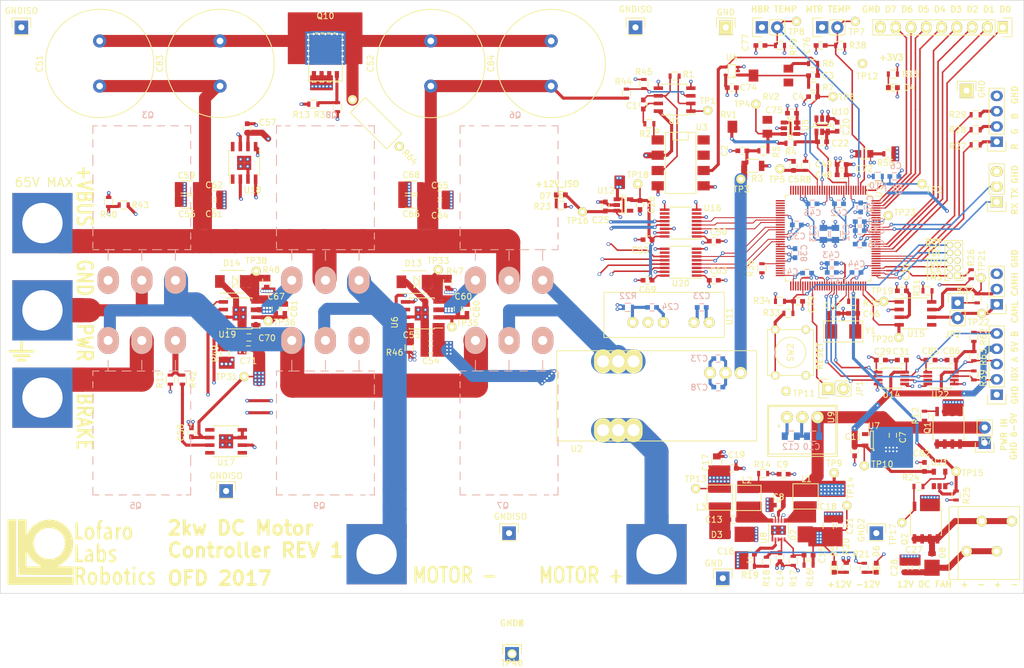
<source format=kicad_pcb>
(kicad_pcb (version 4) (host pcbnew 4.0.5+dfsg1-4)
  (layers (0 F.Cu signal) (1 In1.Cu power hide) (2 In2.Cu power hide) (31 B.Cu signal) (34 B.Paste user) (35 F.Paste user hide) (36 B.SilkS user) (37 F.SilkS user) (38 B.Mask user) (39 F.Mask user) (44 Edge.Cuts user))
  (net 0 "")
  (net 1 "Net-(C1-Pad1)")
  (net 2 "Net-(C1-Pad2)")
  (net 3 GND)
  (net 4 "Net-(C3-Pad1)")
  (net 5 "Net-(C3-Pad2)")
  (net 6 +BATT)
  (net 7 +12V)
  (net 8 -12V)
  (net 9 +5V)
  (net 10 GNDPWR)
  (net 11 +3V3)
  (net 12 /mcu/VBUS_MOTOR)
  (net 13 /h-bridge/VBUS)
  (net 14 +5V_ISO)
  (net 15 +12V_ISO)
  (net 16 /mcu/I_SENSOR_OUT)
  (net 17 /mcu/VBAT_CTRL)
  (net 18 "Net-(D5-Pad1)")
  (net 19 "Net-(Q1-Pad4)")
  (net 20 GNDCBAT)
  (net 21 GNDMBAT)
  (net 22 /h-bridge/BRAKE)
  (net 23 /h-bridge/I_SENSE+)
  (net 24 /h-bridge/M-)
  (net 25 "Net-(R4-Pad1)")
  (net 26 "Net-(R6-Pad1)")
  (net 27 /mcu/JTAG_RST_N)
  (net 28 /h-bridge/VBUS_EN_GD)
  (net 29 /h-bridge/VBUS_DIS_GD)
  (net 30 /h-bridge/PWM4_GD)
  (net 31 /h-bridge/PWM3_GD)
  (net 32 /h-bridge/PWM2_GD)
  (net 33 /h-bridge/PWM1_GD)
  (net 34 "Net-(R35-Pad2)")
  (net 35 /h-bridge/VBUS_ST_GD)
  (net 36 /h-bridge/I_SENSE-)
  (net 37 "Net-(U11-Pad5)")
  (net 38 /mcu/LED_2)
  (net 39 /mcu/LED_1)
  (net 40 /mcu/LED_0)
  (net 41 /mcu/DEBUG_0)
  (net 42 /mcu/DEBUG_1)
  (net 43 /mcu/DEBUG_2)
  (net 44 /mcu/DEBUG_3)
  (net 45 /mcu/DEBUG_4)
  (net 46 /mcu/DEBUG_5)
  (net 47 /mcu/DEBUG_6)
  (net 48 /mcu/DEBUG_7)
  (net 49 /h-bridge/PWM1_MCU)
  (net 50 /h-bridge/PWM2_MCU)
  (net 51 /h-bridge/PWM4_MCU)
  (net 52 /h-bridge/PWM3_MCU)
  (net 53 /mcu/PWM_FAN)
  (net 54 /h-bridge/VBUS_DIS_MCU)
  (net 55 /h-bridge/VBUS_EN_MCU)
  (net 56 /mcu/QEI_PHA)
  (net 57 /mcu/QEI_PHB)
  (net 58 /mcu/QEI_IDX)
  (net 59 /mcu/JTAG_TDO)
  (net 60 /mcu/JTAG_TDI)
  (net 61 /mcu/JTAG_TMS)
  (net 62 /mcu/JTAG_TCK)
  (net 63 /mcu/BRIDGE_TEMP)
  (net 64 /h-bridge/VBUS_ST_MCU)
  (net 65 /mcu/ENCODER_CHA)
  (net 66 /mcu/ENCODER_CHB)
  (net 67 "Net-(U20-Pad7)")
  (net 68 "Net-(U20-Pad10)")
  (net 69 "Net-(C13-Pad1)")
  (net 70 "Net-(C46-Pad1)")
  (net 71 "Net-(C47-Pad1)")
  (net 72 "Net-(C51-Pad2)")
  (net 73 "Net-(D4-Pad1)")
  (net 74 "Net-(D6-Pad1)")
  (net 75 "Net-(D7-Pad1)")
  (net 76 "Net-(P4-Pad1)")
  (net 77 "Net-(P4-Pad7)")
  (net 78 "Net-(R2-Pad1)")
  (net 79 "Net-(R8-Pad2)")
  (net 80 "Net-(R31-Pad1)")
  (net 81 "Net-(R36-Pad2)")
  (net 82 "Net-(R42-Pad1)")
  (net 83 "Net-(R43-Pad1)")
  (net 84 "Net-(R46-Pad2)")
  (net 85 "Net-(R49-Pad2)")
  (net 86 "Net-(U3-Pad7)")
  (net 87 "Net-(U3-Pad8)")
  (net 88 "Net-(U7-Pad4)")
  (net 89 "Net-(U12-Pad4)")
  (net 90 "Net-(U13-Pad2)")
  (net 91 "Net-(U13-Pad6)")
  (net 92 "Net-(U13-Pad11)")
  (net 93 "Net-(U13-Pad12)")
  (net 94 "Net-(U13-Pad13)")
  (net 95 "Net-(U13-Pad14)")
  (net 96 "Net-(U13-Pad15)")
  (net 97 "Net-(U13-Pad20)")
  (net 98 "Net-(U13-Pad27)")
  (net 99 "Net-(U13-Pad29)")
  (net 100 "Net-(U13-Pad30)")
  (net 101 "Net-(U13-Pad31)")
  (net 102 "Net-(U13-Pad32)")
  (net 103 "Net-(U13-Pad43)")
  (net 104 "Net-(U13-Pad46)")
  (net 105 "Net-(U13-Pad53)")
  (net 106 "Net-(U13-Pad54)")
  (net 107 "Net-(U13-Pad56)")
  (net 108 "Net-(U13-Pad57)")
  (net 109 "Net-(U13-Pad60)")
  (net 110 "Net-(U13-Pad61)")
  (net 111 "Net-(U13-Pad65)")
  (net 112 "Net-(U13-Pad67)")
  (net 113 "Net-(U13-Pad68)")
  (net 114 "Net-(U13-Pad73)")
  (net 115 "Net-(U13-Pad75)")
  (net 116 "Net-(U13-Pad76)")
  (net 117 "Net-(U13-Pad81)")
  (net 118 "Net-(U13-Pad85)")
  (net 119 "Net-(U13-Pad86)")
  (net 120 "Net-(U13-Pad92)")
  (net 121 "Net-(U13-Pad93)")
  (net 122 "Net-(U13-Pad94)")
  (net 123 "Net-(U13-Pad102)")
  (net 124 "Net-(U13-Pad111)")
  (net 125 "Net-(U13-Pad112)")
  (net 126 "Net-(U13-Pad118)")
  (net 127 "Net-(U13-Pad119)")
  (net 128 "Net-(U13-Pad120)")
  (net 129 "Net-(U13-Pad121)")
  (net 130 "Net-(U15-Pad5)")
  (net 131 "Net-(U16-Pad7)")
  (net 132 "Net-(U16-Pad10)")
  (net 133 "Net-(U16-Pad11)")
  (net 134 "Net-(U17-Pad1)")
  (net 135 "Net-(U17-Pad8)")
  (net 136 "Net-(U18-Pad1)")
  (net 137 "Net-(U18-Pad8)")
  (net 138 /mcu/ENCODER_INDEX)
  (net 139 "Net-(RV2-Pad3)")
  (net 140 "Net-(R13-Pad1)")
  (net 141 +3VA)
  (net 142 +3V3A)
  (net 143 /mcu/CANH)
  (net 144 /mcu/CANL)
  (net 145 "Net-(U13-Pad18)")
  (net 146 "Net-(U13-Pad123)")
  (net 147 "Net-(U13-Pad124)")
  (net 148 "Net-(U13-Pad35)")
  (net 149 "Net-(U13-Pad36)")
  (net 150 "Net-(U13-Pad37)")
  (net 151 "Net-(U13-Pad38)")
  (net 152 "Net-(U13-Pad62)")
  (net 153 "Net-(U13-Pad71)")
  (net 154 "Net-(U13-Pad72)")
  (net 155 "Net-(U13-Pad5)")
  (net 156 "Net-(RV1-Pad1)")
  (net 157 /mcu/MOTOR_TEMP)
  (net 158 "Net-(R33-Pad2)")
  (net 159 "Net-(U13-Pad63)")
  (net 160 "Net-(U13-Pad33)")
  (net 161 "Net-(U13-Pad34)")
  (net 162 /h-bridge/VBOOT_1)
  (net 163 /h-bridge/HS_1)
  (net 164 /h-bridge/VBOOT_2)
  (net 165 /h-bridge/HS_2)
  (net 166 /h-bridge/HO_1)
  (net 167 /h-bridge/HO_2)
  (net 168 /h-bridge/LO_1)
  (net 169 /h-bridge/LO_2)
  (net 170 /power/SMPS_SHDN)
  (net 171 /power/SMPS_SW2)
  (net 172 /power/SMPS_VREF)
  (net 173 /power/SMPS_FB1N)
  (net 174 /power/SMPS_FB2P)
  (net 175 /power/SMPS_SW1)
  (net 176 /mcu/VDDC)
  (net 177 "Net-(U13-Pad22)")
  (net 178 "Net-(U13-Pad23)")
  (net 179 "Net-(U13-Pad24)")
  (net 180 "Net-(U13-Pad25)")
  (net 181 "Net-(R44-Pad2)")
  (net 182 "Net-(R24-Pad2)")
  (net 183 /power/FAN_DRAIN)
  (net 184 /power/FAN_GATE)
  (net 185 /h-bridge/VBUS_EN_GATE)
  (net 186 /h-bridge/VBUS_BRK_GATE)
  (net 187 /sensors/VBUS_DIV)
  (net 188 /sensors/IS_SUM)
  (net 189 /h-bridge/VBUS_ST_GATE_1)
  (net 190 /sensors/ISENSE_OUT)
  (net 191 /mcu/FRST)
  (net 192 /mcu/MCU_UART3_RX)
  (net 193 /mcu/MCU_UART3_TX)
  (net 194 /mcu/CAN1_RX)
  (net 195 /mcu/CAN1_TX)
  (net 196 "Net-(U17-Pad5)")
  (net 197 "Net-(U22-Pad3)")
  (net 198 /mcu/RED)
  (net 199 /mcu/GREEN)
  (net 200 /mcu/BLUE)
  (net 201 "Net-(JP2-Pad1)")
  (net 202 "Net-(U13-Pad106)")
  (net 203 "Net-(U13-Pad77)")
  (net 204 "Net-(U13-Pad78)")
  (module 2kwMotorController:DHS-B10680-04A (layer F.Cu) (at 34.7 104 90)
    (fp_text reference H1 hide)
    (fp_text value DHS-B10680-04A hide)
    (pad "" np_thru_hole circle (at 7 6 90) (size 4.5 4.5) (drill 4.5) (layers *.Cu *.Mask))
    (pad "" np_thru_hole circle (at 63 6 90) (size 4.5 4.5) (drill 4.5) (layers *.Cu *.Mask))
    (pad "" np_thru_hole circle (at 7 100 90) (size 4.5 4.5) (drill 4.5) (layers *.Cu *.Mask))
    (pad "" np_thru_hole circle (at 63 100 90) (size 4.5 4.5) (drill 4.5) (layers *.Cu *.Mask))
  )
  (module Pin_Headers:Pin_Header_Straight_1x01 (layer F.Cu) (at 71 99)
    (fp_text reference GNDISO (at 0 -2.5) (layer F.SilkS))
    (fp_text value GND_POINT)
    (pad 1 thru_hole rect (at 0 0) (size 2.2352 2.2352) (drill 1.016) (layers *.Cu *.Mask) (net 10 GNDPWR))
  )
  (module Pin_Headers:Pin_Header_Straight_1x01 (layer F.Cu) (at 37 22)
    (fp_text reference GNDISO (at 0 -2.75) (layer F.SilkS))
    (fp_text value GND_POINT)
    (pad 1 thru_hole rect (at 0 0) (size 2.2352 2.2352) (drill 1.016) (layers *.Cu *.Mask) (net 10 GNDPWR))
  )
  (module Capacitors_SMD:C_0603 (layer F.Cu) (at 152 57.5)
    (fp_text reference C50 (at 0.8 -1.5) (layer F.SilkS))
    (fp_text value 100n)
    (pad 1 smd rect (at -0.75 0) (size 0.8 0.75) (layers F.Cu F.Paste F.Mask) (net 11 +3V3))
    (pad 2 smd rect (at 0.75 0) (size 0.8 0.75) (layers F.Cu F.Paste F.Mask) (net 3 GND))
  )
  (module 2kwMotorController:TQFP-128_14x14mm_Pitch0.4mm_LONG (layer F.Cu) (at 171 57 270)
    (fp_text reference U13 (at -8.2 -8.4 450) (layer F.SilkS))
    (fp_text value TM4C1294KCPDT)
    (pad 1 smd rect (at -7.95 -6.2 270) (size 1.5 0.23) (layers F.Cu F.Paste F.Mask) (net 17 /mcu/VBAT_CTRL))
    (pad 2 smd rect (at -7.95 -5.8 270) (size 1.5 0.23) (layers F.Cu F.Paste F.Mask) (net 90 "Net-(U13-Pad2)"))
    (pad 3 smd rect (at -7.95 -5.4 270) (size 1.5 0.23) (layers F.Cu F.Paste F.Mask) (net 157 /mcu/MOTOR_TEMP))
    (pad 4 smd rect (at -7.95 -5 270) (size 1.5 0.23) (layers F.Cu F.Paste F.Mask) (net 63 /mcu/BRIDGE_TEMP))
    (pad 5 smd rect (at -7.95 -4.6 270) (size 1.5 0.23) (layers F.Cu F.Paste F.Mask) (net 155 "Net-(U13-Pad5)"))
    (pad 6 smd rect (at -7.95 -4.2 270) (size 1.5 0.23) (layers F.Cu F.Paste F.Mask) (net 91 "Net-(U13-Pad6)"))
    (pad 7 smd rect (at -7.95 -3.8 270) (size 1.5 0.23) (layers F.Cu F.Paste F.Mask) (net 11 +3V3))
    (pad 8 smd rect (at -7.95 -3.4 270) (size 1.5 0.23) (layers F.Cu F.Paste F.Mask) (net 142 +3V3A))
    (pad 9 smd rect (at -7.95 -3 270) (size 1.5 0.23) (layers F.Cu F.Paste F.Mask) (net 141 +3VA))
    (pad 10 smd rect (at -7.95 -2.6 270) (size 1.5 0.23) (layers F.Cu F.Paste F.Mask) (net 3 GND))
    (pad 11 smd rect (at -7.95 -2.2 270) (size 1.5 0.23) (layers F.Cu F.Paste F.Mask) (net 92 "Net-(U13-Pad11)"))
    (pad 12 smd rect (at -7.95 -1.8 270) (size 1.5 0.23) (layers F.Cu F.Paste F.Mask) (net 93 "Net-(U13-Pad12)"))
    (pad 13 smd rect (at -7.95 -1.4 270) (size 1.5 0.23) (layers F.Cu F.Paste F.Mask) (net 94 "Net-(U13-Pad13)"))
    (pad 14 smd rect (at -7.95 -1 270) (size 1.5 0.23) (layers F.Cu F.Paste F.Mask) (net 95 "Net-(U13-Pad14)"))
    (pad 15 smd rect (at -7.95 -0.6 270) (size 1.5 0.23) (layers F.Cu F.Paste F.Mask) (net 96 "Net-(U13-Pad15)"))
    (pad 16 smd rect (at -7.95 -0.2 270) (size 1.5 0.23) (layers F.Cu F.Paste F.Mask) (net 11 +3V3))
    (pad 17 smd rect (at -7.95 0.2 270) (size 1.5 0.23) (layers F.Cu F.Paste F.Mask) (net 3 GND))
    (pad 18 smd rect (at -7.95 0.6 270) (size 1.5 0.23) (layers F.Cu F.Paste F.Mask) (net 145 "Net-(U13-Pad18)"))
    (pad 19 smd rect (at -7.95 1 270) (size 1.5 0.23) (layers F.Cu F.Paste F.Mask) (net 12 /mcu/VBUS_MOTOR))
    (pad 20 smd rect (at -7.95 1.4 270) (size 1.5 0.23) (layers F.Cu F.Paste F.Mask) (net 97 "Net-(U13-Pad20)"))
    (pad 21 smd rect (at -7.95 1.8 270) (size 1.5 0.23) (layers F.Cu F.Paste F.Mask) (net 16 /mcu/I_SENSOR_OUT))
    (pad 22 smd rect (at -7.95 2.2 270) (size 1.5 0.23) (layers F.Cu F.Paste F.Mask) (net 177 "Net-(U13-Pad22)"))
    (pad 23 smd rect (at -7.95 2.6 270) (size 1.5 0.23) (layers F.Cu F.Paste F.Mask) (net 178 "Net-(U13-Pad23)"))
    (pad 24 smd rect (at -7.95 3 270) (size 1.5 0.23) (layers F.Cu F.Paste F.Mask) (net 179 "Net-(U13-Pad24)"))
    (pad 25 smd rect (at -7.95 3.4 270) (size 1.5 0.23) (layers F.Cu F.Paste F.Mask) (net 180 "Net-(U13-Pad25)"))
    (pad 26 smd rect (at -7.95 3.8 270) (size 1.5 0.23) (layers F.Cu F.Paste F.Mask) (net 11 +3V3))
    (pad 27 smd rect (at -7.95 4.2 270) (size 1.5 0.23) (layers F.Cu F.Paste F.Mask) (net 98 "Net-(U13-Pad27)"))
    (pad 28 smd rect (at -7.95 4.6 270) (size 1.5 0.23) (layers F.Cu F.Paste F.Mask) (net 11 +3V3))
    (pad 29 smd rect (at -7.95 5 270) (size 1.5 0.23) (layers F.Cu F.Paste F.Mask) (net 99 "Net-(U13-Pad29)"))
    (pad 30 smd rect (at -7.95 5.4 270) (size 1.5 0.23) (layers F.Cu F.Paste F.Mask) (net 100 "Net-(U13-Pad30)"))
    (pad 31 smd rect (at -7.95 5.8 270) (size 1.5 0.23) (layers F.Cu F.Paste F.Mask) (net 101 "Net-(U13-Pad31)"))
    (pad 32 smd rect (at -7.95 6.2 270) (size 1.5 0.23) (layers F.Cu F.Paste F.Mask) (net 102 "Net-(U13-Pad32)"))
    (pad 33 smd rect (at -6.2 7.95) (size 1.5 0.23) (layers F.Cu F.Paste F.Mask) (net 160 "Net-(U13-Pad33)"))
    (pad 34 smd rect (at -5.8 7.95) (size 1.5 0.23) (layers F.Cu F.Paste F.Mask) (net 161 "Net-(U13-Pad34)"))
    (pad 35 smd rect (at -5.4 7.95) (size 1.5 0.23) (layers F.Cu F.Paste F.Mask) (net 148 "Net-(U13-Pad35)"))
    (pad 36 smd rect (at -5 7.95) (size 1.5 0.23) (layers F.Cu F.Paste F.Mask) (net 149 "Net-(U13-Pad36)"))
    (pad 37 smd rect (at -4.6 7.95) (size 1.5 0.23) (layers F.Cu F.Paste F.Mask) (net 150 "Net-(U13-Pad37)"))
    (pad 38 smd rect (at -4.2 7.95) (size 1.5 0.23) (layers F.Cu F.Paste F.Mask) (net 151 "Net-(U13-Pad38)"))
    (pad 39 smd rect (at -3.8 7.95) (size 1.5 0.23) (layers F.Cu F.Paste F.Mask) (net 11 +3V3))
    (pad 40 smd rect (at -3.4 7.95) (size 1.5 0.23) (layers F.Cu F.Paste F.Mask) (net 55 /h-bridge/VBUS_EN_MCU))
    (pad 41 smd rect (at -3 7.95) (size 1.5 0.23) (layers F.Cu F.Paste F.Mask) (net 64 /h-bridge/VBUS_ST_MCU))
    (pad 42 smd rect (at -2.6 7.95) (size 1.5 0.23) (layers F.Cu F.Paste F.Mask) (net 54 /h-bridge/VBUS_DIS_MCU))
    (pad 43 smd rect (at -2.2 7.95) (size 1.5 0.23) (layers F.Cu F.Paste F.Mask) (net 103 "Net-(U13-Pad43)"))
    (pad 44 smd rect (at -1.8 7.95) (size 1.5 0.23) (layers F.Cu F.Paste F.Mask) (net 49 /h-bridge/PWM1_MCU))
    (pad 45 smd rect (at -1.4 7.95) (size 1.5 0.23) (layers F.Cu F.Paste F.Mask) (net 50 /h-bridge/PWM2_MCU))
    (pad 46 smd rect (at -1 7.95) (size 1.5 0.23) (layers F.Cu F.Paste F.Mask) (net 104 "Net-(U13-Pad46)"))
    (pad 47 smd rect (at -0.6 7.95) (size 1.5 0.23) (layers F.Cu F.Paste F.Mask) (net 11 +3V3))
    (pad 48 smd rect (at -0.2 7.95) (size 1.5 0.23) (layers F.Cu F.Paste F.Mask) (net 3 GND))
    (pad 49 smd rect (at 0.2 7.95) (size 1.5 0.23) (layers F.Cu F.Paste F.Mask) (net 51 /h-bridge/PWM4_MCU))
    (pad 50 smd rect (at 0.6 7.95) (size 1.5 0.23) (layers F.Cu F.Paste F.Mask) (net 52 /h-bridge/PWM3_MCU))
    (pad 51 smd rect (at 1 7.95) (size 1.5 0.23) (layers F.Cu F.Paste F.Mask) (net 11 +3V3))
    (pad 52 smd rect (at 1.4 7.95) (size 1.5 0.23) (layers F.Cu F.Paste F.Mask) (net 11 +3V3))
    (pad 53 smd rect (at 1.8 7.95) (size 1.5 0.23) (layers F.Cu F.Paste F.Mask) (net 105 "Net-(U13-Pad53)"))
    (pad 54 smd rect (at 2.2 7.95) (size 1.5 0.23) (layers F.Cu F.Paste F.Mask) (net 106 "Net-(U13-Pad54)"))
    (pad 55 smd rect (at 2.6 7.95) (size 1.5 0.23) (layers F.Cu F.Paste F.Mask) (net 3 GND))
    (pad 56 smd rect (at 3 7.95) (size 1.5 0.23) (layers F.Cu F.Paste F.Mask) (net 107 "Net-(U13-Pad56)"))
    (pad 57 smd rect (at 3.4 7.95) (size 1.5 0.23) (layers F.Cu F.Paste F.Mask) (net 108 "Net-(U13-Pad57)"))
    (pad 58 smd rect (at 3.8 7.95) (size 1.5 0.23) (layers F.Cu F.Paste F.Mask) (net 3 GND))
    (pad 59 smd rect (at 4.2 7.95) (size 1.5 0.23) (layers F.Cu F.Paste F.Mask) (net 81 "Net-(R36-Pad2)"))
    (pad 60 smd rect (at 4.6 7.95) (size 1.5 0.23) (layers F.Cu F.Paste F.Mask) (net 109 "Net-(U13-Pad60)"))
    (pad 61 smd rect (at 5 7.95) (size 1.5 0.23) (layers F.Cu F.Paste F.Mask) (net 110 "Net-(U13-Pad61)"))
    (pad 62 smd rect (at 5.4 7.95) (size 1.5 0.23) (layers F.Cu F.Paste F.Mask) (net 152 "Net-(U13-Pad62)"))
    (pad 63 smd rect (at 5.8 7.95) (size 1.5 0.23) (layers F.Cu F.Paste F.Mask) (net 159 "Net-(U13-Pad63)"))
    (pad 64 smd rect (at 6.2 7.95) (size 1.5 0.23) (layers F.Cu F.Paste F.Mask) (net 3 GND))
    (pad 65 smd rect (at 7.95 6.2 270) (size 1.5 0.23) (layers F.Cu F.Paste F.Mask) (net 111 "Net-(U13-Pad65)"))
    (pad 66 smd rect (at 7.95 5.8 270) (size 1.5 0.23) (layers F.Cu F.Paste F.Mask) (net 3 GND))
    (pad 67 smd rect (at 7.95 5.4 270) (size 1.5 0.23) (layers F.Cu F.Paste F.Mask) (net 112 "Net-(U13-Pad67)"))
    (pad 68 smd rect (at 7.95 5 270) (size 1.5 0.23) (layers F.Cu F.Paste F.Mask) (net 113 "Net-(U13-Pad68)"))
    (pad 69 smd rect (at 7.95 4.6 270) (size 1.5 0.23) (layers F.Cu F.Paste F.Mask) (net 11 +3V3))
    (pad 70 smd rect (at 7.95 4.2 270) (size 1.5 0.23) (layers F.Cu F.Paste F.Mask) (net 27 /mcu/JTAG_RST_N))
    (pad 71 smd rect (at 7.95 3.8 270) (size 1.5 0.23) (layers F.Cu F.Paste F.Mask) (net 153 "Net-(U13-Pad71)"))
    (pad 72 smd rect (at 7.95 3.4 270) (size 1.5 0.23) (layers F.Cu F.Paste F.Mask) (net 154 "Net-(U13-Pad72)"))
    (pad 73 smd rect (at 7.95 3 270) (size 1.5 0.23) (layers F.Cu F.Paste F.Mask) (net 114 "Net-(U13-Pad73)"))
    (pad 74 smd rect (at 7.95 2.6 270) (size 1.5 0.23) (layers F.Cu F.Paste F.Mask) (net 191 /mcu/FRST))
    (pad 75 smd rect (at 7.95 2.2 270) (size 1.5 0.23) (layers F.Cu F.Paste F.Mask) (net 115 "Net-(U13-Pad75)"))
    (pad 76 smd rect (at 7.95 1.8 270) (size 1.5 0.23) (layers F.Cu F.Paste F.Mask) (net 116 "Net-(U13-Pad76)"))
    (pad 77 smd rect (at 7.95 1.4 270) (size 1.5 0.23) (layers F.Cu F.Paste F.Mask) (net 203 "Net-(U13-Pad77)"))
    (pad 78 smd rect (at 7.95 1 270) (size 1.5 0.23) (layers F.Cu F.Paste F.Mask) (net 204 "Net-(U13-Pad78)"))
    (pad 79 smd rect (at 7.95 0.6 270) (size 1.5 0.23) (layers F.Cu F.Paste F.Mask) (net 11 +3V3))
    (pad 80 smd rect (at 7.95 0.2 270) (size 1.5 0.23) (layers F.Cu F.Paste F.Mask) (net 3 GND))
    (pad 81 smd rect (at 7.95 -0.2 270) (size 1.5 0.23) (layers F.Cu F.Paste F.Mask) (net 117 "Net-(U13-Pad81)"))
    (pad 82 smd rect (at 7.95 -0.6 270) (size 1.5 0.23) (layers F.Cu F.Paste F.Mask) (net 56 /mcu/QEI_PHA))
    (pad 83 smd rect (at 7.95 -1 270) (size 1.5 0.23) (layers F.Cu F.Paste F.Mask) (net 57 /mcu/QEI_PHB))
    (pad 84 smd rect (at 7.95 -1.4 270) (size 1.5 0.23) (layers F.Cu F.Paste F.Mask) (net 58 /mcu/QEI_IDX))
    (pad 85 smd rect (at 7.95 -1.8 270) (size 1.5 0.23) (layers F.Cu F.Paste F.Mask) (net 118 "Net-(U13-Pad85)"))
    (pad 86 smd rect (at 7.95 -2.2 270) (size 1.5 0.23) (layers F.Cu F.Paste F.Mask) (net 119 "Net-(U13-Pad86)"))
    (pad 87 smd rect (at 7.95 -2.6 270) (size 1.5 0.23) (layers F.Cu F.Paste F.Mask) (net 176 /mcu/VDDC))
    (pad 88 smd rect (at 7.95 -3 270) (size 1.5 0.23) (layers F.Cu F.Paste F.Mask) (net 71 "Net-(C47-Pad1)"))
    (pad 89 smd rect (at 7.95 -3.4 270) (size 1.5 0.23) (layers F.Cu F.Paste F.Mask) (net 34 "Net-(R35-Pad2)"))
    (pad 90 smd rect (at 7.95 -3.8 270) (size 1.5 0.23) (layers F.Cu F.Paste F.Mask) (net 11 +3V3))
    (pad 91 smd rect (at 7.95 -4.2 270) (size 1.5 0.23) (layers F.Cu F.Paste F.Mask) (net 53 /mcu/PWM_FAN))
    (pad 92 smd rect (at 7.95 -4.6 270) (size 1.5 0.23) (layers F.Cu F.Paste F.Mask) (net 120 "Net-(U13-Pad92)"))
    (pad 93 smd rect (at 7.95 -5 270) (size 1.5 0.23) (layers F.Cu F.Paste F.Mask) (net 121 "Net-(U13-Pad93)"))
    (pad 94 smd rect (at 7.95 -5.4 270) (size 1.5 0.23) (layers F.Cu F.Paste F.Mask) (net 122 "Net-(U13-Pad94)"))
    (pad 95 smd rect (at 7.95 -5.8 270) (size 1.5 0.23) (layers F.Cu F.Paste F.Mask) (net 194 /mcu/CAN1_RX))
    (pad 96 smd rect (at 7.95 -6.2 270) (size 1.5 0.23) (layers F.Cu F.Paste F.Mask) (net 195 /mcu/CAN1_TX))
    (pad 97 smd rect (at 6.2 -7.95) (size 1.5 0.23) (layers F.Cu F.Paste F.Mask) (net 59 /mcu/JTAG_TDO))
    (pad 98 smd rect (at 5.8 -7.95) (size 1.5 0.23) (layers F.Cu F.Paste F.Mask) (net 60 /mcu/JTAG_TDI))
    (pad 99 smd rect (at 5.4 -7.95) (size 1.5 0.23) (layers F.Cu F.Paste F.Mask) (net 61 /mcu/JTAG_TMS))
    (pad 100 smd rect (at 5 -7.95) (size 1.5 0.23) (layers F.Cu F.Paste F.Mask) (net 62 /mcu/JTAG_TCK))
    (pad 101 smd rect (at 4.6 -7.95) (size 1.5 0.23) (layers F.Cu F.Paste F.Mask) (net 11 +3V3))
    (pad 102 smd rect (at 4.2 -7.95) (size 1.5 0.23) (layers F.Cu F.Paste F.Mask) (net 123 "Net-(U13-Pad102)"))
    (pad 103 smd rect (at 3.8 -7.95) (size 1.5 0.23) (layers F.Cu F.Paste F.Mask) (net 40 /mcu/LED_0))
    (pad 104 smd rect (at 3.4 -7.95) (size 1.5 0.23) (layers F.Cu F.Paste F.Mask) (net 39 /mcu/LED_1))
    (pad 105 smd rect (at 3 -7.95) (size 1.5 0.23) (layers F.Cu F.Paste F.Mask) (net 38 /mcu/LED_2))
    (pad 106 smd rect (at 2.6 -7.95) (size 1.5 0.23) (layers F.Cu F.Paste F.Mask) (net 202 "Net-(U13-Pad106)"))
    (pad 107 smd rect (at 2.2 -7.95) (size 1.5 0.23) (layers F.Cu F.Paste F.Mask) (net 41 /mcu/DEBUG_0))
    (pad 108 smd rect (at 1.8 -7.95) (size 1.5 0.23) (layers F.Cu F.Paste F.Mask) (net 42 /mcu/DEBUG_1))
    (pad 109 smd rect (at 1.4 -7.95) (size 1.5 0.23) (layers F.Cu F.Paste F.Mask) (net 43 /mcu/DEBUG_2))
    (pad 110 smd rect (at 1 -7.95) (size 1.5 0.23) (layers F.Cu F.Paste F.Mask) (net 44 /mcu/DEBUG_3))
    (pad 111 smd rect (at 0.6 -7.95) (size 1.5 0.23) (layers F.Cu F.Paste F.Mask) (net 124 "Net-(U13-Pad111)"))
    (pad 112 smd rect (at 0.2 -7.95) (size 1.5 0.23) (layers F.Cu F.Paste F.Mask) (net 125 "Net-(U13-Pad112)"))
    (pad 113 smd rect (at -0.2 -7.95) (size 1.5 0.23) (layers F.Cu F.Paste F.Mask) (net 11 +3V3))
    (pad 114 smd rect (at -0.6 -7.95) (size 1.5 0.23) (layers F.Cu F.Paste F.Mask) (net 3 GND))
    (pad 115 smd rect (at -1 -7.95) (size 1.5 0.23) (layers F.Cu F.Paste F.Mask) (net 176 /mcu/VDDC))
    (pad 116 smd rect (at -1.4 -7.95) (size 1.5 0.23) (layers F.Cu F.Paste F.Mask) (net 192 /mcu/MCU_UART3_RX))
    (pad 117 smd rect (at -1.8 -7.95) (size 1.5 0.23) (layers F.Cu F.Paste F.Mask) (net 193 /mcu/MCU_UART3_TX))
    (pad 118 smd rect (at -2.2 -7.95) (size 1.5 0.23) (layers F.Cu F.Paste F.Mask) (net 126 "Net-(U13-Pad118)"))
    (pad 119 smd rect (at -2.6 -7.95) (size 1.5 0.23) (layers F.Cu F.Paste F.Mask) (net 127 "Net-(U13-Pad119)"))
    (pad 120 smd rect (at -3 -7.95) (size 1.5 0.23) (layers F.Cu F.Paste F.Mask) (net 128 "Net-(U13-Pad120)"))
    (pad 121 smd rect (at -3.4 -7.95) (size 1.5 0.23) (layers F.Cu F.Paste F.Mask) (net 129 "Net-(U13-Pad121)"))
    (pad 122 smd rect (at -3.8 -7.95) (size 1.5 0.23) (layers F.Cu F.Paste F.Mask) (net 11 +3V3))
    (pad 123 smd rect (at -4.2 -7.95) (size 1.5 0.23) (layers F.Cu F.Paste F.Mask) (net 146 "Net-(U13-Pad123)"))
    (pad 124 smd rect (at -4.6 -7.95) (size 1.5 0.23) (layers F.Cu F.Paste F.Mask) (net 147 "Net-(U13-Pad124)"))
    (pad 125 smd rect (at -5 -7.95) (size 1.5 0.23) (layers F.Cu F.Paste F.Mask) (net 45 /mcu/DEBUG_4))
    (pad 126 smd rect (at -5.4 -7.95) (size 1.5 0.23) (layers F.Cu F.Paste F.Mask) (net 46 /mcu/DEBUG_5))
    (pad 127 smd rect (at -5.8 -7.95) (size 1.5 0.23) (layers F.Cu F.Paste F.Mask) (net 47 /mcu/DEBUG_6))
    (pad 128 smd rect (at -6.2 -7.95) (size 1.5 0.23) (layers F.Cu F.Paste F.Mask) (net 48 /mcu/DEBUG_7))
  )
  (module 2kwMotorController:VIA-0.6mm (layer F.Cu) (at 193.25 84.25)
    (fp_text reference REF** hide)
    (fp_text value VIA-0.6mm hide)
    (pad 1 thru_hole circle (at 0 0) (size 0.6 0.6) (drill 0.3) (layers *.Cu) (net 3 GND))
  )
  (module 2kwMotorController:VIA-0.6mm (layer F.Cu) (at 192.75 84.25)
    (fp_text reference REF** hide)
    (fp_text value VIA-0.6mm hide)
    (pad 1 thru_hole circle (at 0 0) (size 0.6 0.6) (drill 0.3) (layers *.Cu) (net 3 GND))
  )
  (module 2kwMotorController:VIA-0.6mm (layer F.Cu) (at 192.25 84.25)
    (fp_text reference REF** hide)
    (fp_text value VIA-0.6mm hide)
    (pad 1 thru_hole circle (at 0 0) (size 0.6 0.6) (drill 0.3) (layers *.Cu) (net 3 GND))
  )
  (module 2kwMotorController:VIA-0.6mm (layer F.Cu) (at 191.75 84.25)
    (fp_text reference REF** hide)
    (fp_text value VIA-0.6mm hide)
    (pad 1 thru_hole circle (at 0 0) (size 0.6 0.6) (drill 0.3) (layers *.Cu) (net 3 GND))
  )
  (module 2kwMotorController:VIA-0.6mm (layer F.Cu) (at 191.25 84.25)
    (fp_text reference REF** hide)
    (fp_text value VIA-0.6mm hide)
    (pad 1 thru_hole circle (at 0 0) (size 0.6 0.6) (drill 0.3) (layers *.Cu) (net 3 GND))
  )
  (module 2kwMotorController:VIA-0.6mm (layer F.Cu) (at 190.75 84.25)
    (fp_text reference REF** hide)
    (fp_text value VIA-0.6mm hide)
    (pad 1 thru_hole circle (at 0 0) (size 0.6 0.6) (drill 0.3) (layers *.Cu) (net 3 GND))
  )
  (module 2kwMotorController:VIA-0.6mm (layer F.Cu) (at 191.25 84.25)
    (fp_text reference REF** hide)
    (fp_text value VIA-0.6mm hide)
  )
  (module 2kwMotorController:VIA-0.6mm (layer F.Cu) (at 190.75 84.25)
    (fp_text reference REF** hide)
    (fp_text value VIA-0.6mm hide)
  )
  (module Resistors_SMD:R_0603 (layer F.Cu) (at 195.75 67 90)
    (fp_text reference R32 (at 1.5 -2 360) (layer F.SilkS))
    (fp_text value 120)
    (pad 1 smd rect (at -0.75 0 90) (size 0.5 0.9) (layers F.Cu F.Paste F.Mask) (net 201 "Net-(JP2-Pad1)"))
    (pad 2 smd rect (at 0.75 0 90) (size 0.5 0.9) (layers F.Cu F.Paste F.Mask) (net 143 /mcu/CANH))
  )
  (module Pin_Headers:Pin_Header_Straight_2x05_Pitch1.27mm (layer F.Cu) (at 192.5 63.25 180)
    (fp_text reference P4 hide)
    (fp_text value CONN_02X05)
    (pad 1 thru_hole rect (at 0 0 180) (size 1.05 1.05) (drill 0.65) (layers *.Cu *.Mask F.SilkS) (net 76 "Net-(P4-Pad1)"))
    (pad 3 thru_hole circle (at 0 1.27 180) (size 1.05 1.05) (drill 0.65) (layers *.Cu *.Mask F.SilkS) (net 3 GND))
    (pad 5 thru_hole circle (at 0 2.54 180) (size 1.05 1.05) (drill 0.65) (layers *.Cu *.Mask F.SilkS) (net 3 GND))
    (pad 7 thru_hole circle (at 0 3.81 180) (size 1.05 1.05) (drill 0.65) (layers *.Cu *.Mask F.SilkS) (net 77 "Net-(P4-Pad7)"))
    (pad 9 thru_hole circle (at 0 5.08 180) (size 1.05 1.05) (drill 0.65) (layers *.Cu *.Mask F.SilkS) (net 3 GND))
    (pad 4 thru_hole circle (at 1.27 1.27 180) (size 1.05 1.05) (drill 0.65) (layers *.Cu *.Mask F.SilkS) (net 62 /mcu/JTAG_TCK))
    (pad 6 thru_hole circle (at 1.27 2.54 180) (size 1.05 1.05) (drill 0.65) (layers *.Cu *.Mask F.SilkS) (net 59 /mcu/JTAG_TDO))
    (pad 8 thru_hole circle (at 1.27 3.81 180) (size 1.05 1.05) (drill 0.65) (layers *.Cu *.Mask F.SilkS) (net 60 /mcu/JTAG_TDI))
    (pad 10 thru_hole circle (at 1.27 5.08 180) (size 1.05 1.05) (drill 0.65) (layers *.Cu *.Mask F.SilkS) (net 27 /mcu/JTAG_RST_N))
    (pad 2 thru_hole circle (at 1.27 0 180) (size 1.05 1.05) (drill 0.65) (layers *.Cu *.Mask F.SilkS) (net 61 /mcu/JTAG_TMS))
  )
  (module 2kwMotorController:TERM_4P_2-4_1990025 (layer F.Cu) (at 194 104 180)
    (fp_text reference P2 hide)
    (fp_text value CONN_01X04)
    (pad 4 thru_hole circle (at -7.5 0 180) (size 1.75 1.75) (drill 1) (layers *.Cu *.Mask F.SilkS) (net 183 /power/FAN_DRAIN))
    (pad 3 thru_hole circle (at -5 -5 180) (size 1.75 1.75) (drill 1) (layers *.Cu *.Mask F.SilkS) (net 7 +12V))
    (pad 1 thru_hole circle (at 0 -5 180) (size 1.75 1.75) (drill 1) (layers *.Cu *.Mask F.SilkS) (net 7 +12V))
    (pad 2 thru_hole circle (at -2.5 0 180) (size 1.75 1.75) (drill 1) (layers *.Cu *.Mask F.SilkS) (net 183 /power/FAN_DRAIN))
  )
  (module LEDs:LED_0603 (layer F.Cu) (at 179 111.75 90)
    (fp_text reference D6 (at 2.75 0 270) (layer F.SilkS))
    (fp_text value LED)
    (pad 2 smd rect (at 0.7493 0 270) (size 0.79756 0.79756) (layers F.Cu F.Paste F.Mask) (net 3 GND))
    (pad 1 smd rect (at -0.7493 0 270) (size 0.79756 0.79756) (layers F.Cu F.Paste F.Mask) (net 74 "Net-(D6-Pad1)"))
  )
  (module 2kwMotorController:VIA-0.6mm (layer F.Cu) (at 125.5 79.1 90)
    (fp_text reference REF**41 hide)
    (fp_text value VIA-0.6mm hide)
    (pad 1 thru_hole circle (at 0 0 90) (size 0.6 0.6) (drill 0.3) (layers *.Cu) (net 15 +12V_ISO))
  )
  (module 2kwMotorController:VIA-0.6mm (layer F.Cu) (at 123.5 81.1 90)
    (fp_text reference REF**11 hide)
    (fp_text value VIA-0.6mm hide)
    (pad 1 thru_hole circle (at 0 0 90) (size 0.6 0.6) (drill 0.3) (layers *.Cu) (net 15 +12V_ISO))
  )
  (module 2kwMotorController:VIA-0.6mm (layer F.Cu) (at 108.3 76.2)
    (fp_text reference REF**11 hide)
    (fp_text value VIA-0.6mm hide)
    (pad 1 thru_hole circle (at 0 0) (size 0.6 0.6) (drill 0.3) (layers *.Cu) (net 15 +12V_ISO))
  )
  (module 2kwMotorController:VIA-0.6mm (layer F.Cu) (at 108.3 75.6)
    (fp_text reference REF**11 hide)
    (fp_text value VIA-0.6mm hide)
    (pad 1 thru_hole circle (at 0 0) (size 0.6 0.6) (drill 0.3) (layers *.Cu) (net 15 +12V_ISO))
  )
  (module 2kwMotorController:VIA-0.6mm (layer F.Cu) (at 108.3 75)
    (fp_text reference REF**11 hide)
    (fp_text value VIA-0.6mm hide)
    (pad 1 thru_hole circle (at 0 0) (size 0.6 0.6) (drill 0.3) (layers *.Cu) (net 15 +12V_ISO))
  )
  (module 2kwMotorController:VIA-0.6mm (layer F.Cu) (at 108.3 74.4)
    (fp_text reference REF**11 hide)
    (fp_text value VIA-0.6mm hide)
    (pad 1 thru_hole circle (at 0 0) (size 0.6 0.6) (drill 0.3) (layers *.Cu) (net 15 +12V_ISO))
  )
  (module 2kwMotorController:VIA-0.6mm (layer F.Cu) (at 77.1 81.2)
    (fp_text reference REF**134 hide)
    (fp_text value VIA-0.6mm hide)
    (pad 1 thru_hole circle (at 0 0) (size 0.6 0.6) (drill 0.3) (layers *.Cu) (net 15 +12V_ISO))
  )
  (module 2kwMotorController:VIA-0.6mm (layer F.Cu) (at 76.5 81.2)
    (fp_text reference REF**124 hide)
    (fp_text value VIA-0.6mm hide)
    (pad 1 thru_hole circle (at 0 0) (size 0.6 0.6) (drill 0.3) (layers *.Cu) (net 15 +12V_ISO))
  )
  (module 2kwMotorController:VIA-0.6mm (layer F.Cu) (at 75.9 81.2)
    (fp_text reference REF**114 hide)
    (fp_text value VIA-0.6mm hide)
    (pad 1 thru_hole circle (at 0 0) (size 0.6 0.6) (drill 0.3) (layers *.Cu) (net 15 +12V_ISO))
  )
  (module 2kwMotorController:VIA-0.6mm (layer F.Cu) (at 77.1 80.6)
    (fp_text reference REF**133 hide)
    (fp_text value VIA-0.6mm hide)
    (pad 1 thru_hole circle (at 0 0) (size 0.6 0.6) (drill 0.3) (layers *.Cu) (net 15 +12V_ISO))
  )
  (module 2kwMotorController:VIA-0.6mm (layer F.Cu) (at 76.5 80.6)
    (fp_text reference REF**123 hide)
    (fp_text value VIA-0.6mm hide)
    (pad 1 thru_hole circle (at 0 0) (size 0.6 0.6) (drill 0.3) (layers *.Cu) (net 15 +12V_ISO))
  )
  (module 2kwMotorController:VIA-0.6mm (layer F.Cu) (at 75.9 80.6)
    (fp_text reference REF**113 hide)
    (fp_text value VIA-0.6mm hide)
    (pad 1 thru_hole circle (at 0 0) (size 0.6 0.6) (drill 0.3) (layers *.Cu) (net 15 +12V_ISO))
  )
  (module 2kwMotorController:VIA-0.6mm (layer F.Cu) (at 77.1 80)
    (fp_text reference REF**132 hide)
    (fp_text value VIA-0.6mm hide)
    (pad 1 thru_hole circle (at 0 0) (size 0.6 0.6) (drill 0.3) (layers *.Cu) (net 15 +12V_ISO))
  )
  (module 2kwMotorController:VIA-0.6mm (layer F.Cu) (at 76.5 80)
    (fp_text reference REF**122 hide)
    (fp_text value VIA-0.6mm hide)
    (pad 1 thru_hole circle (at 0 0) (size 0.6 0.6) (drill 0.3) (layers *.Cu) (net 15 +12V_ISO))
  )
  (module 2kwMotorController:VIA-0.6mm (layer F.Cu) (at 75.9 80)
    (fp_text reference REF**112 hide)
    (fp_text value VIA-0.6mm hide)
    (pad 1 thru_hole circle (at 0 0) (size 0.6 0.6) (drill 0.3) (layers *.Cu) (net 15 +12V_ISO))
  )
  (module 2kwMotorController:VIA-0.6mm (layer F.Cu) (at 77.1 79.4)
    (fp_text reference REF**131 hide)
    (fp_text value VIA-0.6mm hide)
    (pad 1 thru_hole circle (at 0 0) (size 0.6 0.6) (drill 0.3) (layers *.Cu) (net 15 +12V_ISO))
  )
  (module 2kwMotorController:VIA-0.6mm (layer F.Cu) (at 76.5 79.4)
    (fp_text reference REF**121 hide)
    (fp_text value VIA-0.6mm hide)
    (pad 1 thru_hole circle (at 0 0) (size 0.6 0.6) (drill 0.3) (layers *.Cu) (net 15 +12V_ISO))
  )
  (module Capacitors_SMD:C_0603 (layer F.Cu) (at 179.75 77.25)
    (fp_text reference C29 (at 0.3 -1.4 180) (layer F.SilkS))
    (fp_text value 100n)
    (pad 1 smd rect (at -0.75 0) (size 0.8 0.75) (layers F.Cu F.Paste F.Mask) (net 11 +3V3))
    (pad 2 smd rect (at 0.75 0) (size 0.8 0.75) (layers F.Cu F.Paste F.Mask) (net 3 GND))
  )
  (module 2kwMotorController:VIA-0.6mm (layer F.Cu) (at 136.5 48.5)
    (fp_text reference REF** hide)
    (fp_text value VIA-0.6mm hide)
    (pad 1 thru_hole circle (at 0 0) (size 0.6 0.6) (drill 0.3) (layers *.Cu) (net 15 +12V_ISO))
  )
  (module 2kwMotorController:VIA-0.6mm (layer F.Cu) (at 136 48.5)
    (fp_text reference REF** hide)
    (fp_text value VIA-0.6mm hide)
    (pad 1 thru_hole circle (at 0 0) (size 0.6 0.6) (drill 0.3) (layers *.Cu) (net 15 +12V_ISO))
  )
  (module 2kwMotorController:VIA-0.6mm (layer F.Cu) (at 136.5 47)
    (fp_text reference REF** hide)
    (fp_text value VIA-0.6mm hide)
    (pad 1 thru_hole circle (at 0 0) (size 0.6 0.6) (drill 0.3) (layers *.Cu) (net 15 +12V_ISO))
  )
  (module 2kwMotorController:VIA-0.6mm (layer F.Cu) (at 108.4 51.9)
    (fp_text reference REF**16 hide)
    (fp_text value VIA-0.6mm hide)
    (pad 1 thru_hole circle (at 0 0) (size 0.6 0.6) (drill 0.3) (layers *.Cu) (net 10 GNDPWR))
  )
  (module 2kwMotorController:VIA-0.6mm (layer F.Cu) (at 108.4 51.4)
    (fp_text reference REF**15 hide)
    (fp_text value VIA-0.6mm hide)
    (pad 1 thru_hole circle (at 0 0) (size 0.6 0.6) (drill 0.3) (layers *.Cu) (net 10 GNDPWR))
  )
  (module 2kwMotorController:VIA-0.6mm (layer F.Cu) (at 108.4 50.9)
    (fp_text reference REF**14 hide)
    (fp_text value VIA-0.6mm hide)
    (pad 1 thru_hole circle (at 0 0) (size 0.6 0.6) (drill 0.3) (layers *.Cu) (net 10 GNDPWR))
  )
  (module 2kwMotorController:VIA-0.6mm (layer F.Cu) (at 108.4 50.4)
    (fp_text reference REF**13 hide)
    (fp_text value VIA-0.6mm hide)
    (pad 1 thru_hole circle (at 0 0) (size 0.6 0.6) (drill 0.3) (layers *.Cu) (net 10 GNDPWR))
  )
  (module 2kwMotorController:VIA-0.6mm (layer F.Cu) (at 108.4 49.9)
    (fp_text reference REF**12 hide)
    (fp_text value VIA-0.6mm hide)
    (pad 1 thru_hole circle (at 0 0) (size 0.6 0.6) (drill 0.3) (layers *.Cu) (net 10 GNDPWR))
  )
  (module 2kwMotorController:VIA-0.6mm (layer F.Cu) (at 101.4 51.5)
    (fp_text reference REF**18 hide)
    (fp_text value VIA-0.6mm hide)
    (pad 1 thru_hole circle (at 0 0) (size 0.6 0.6) (drill 0.3) (layers *.Cu) (net 10 GNDPWR))
  )
  (module 2kwMotorController:VIA-0.6mm (layer F.Cu) (at 101.4 51)
    (fp_text reference REF**17 hide)
    (fp_text value VIA-0.6mm hide)
    (pad 1 thru_hole circle (at 0 0) (size 0.6 0.6) (drill 0.3) (layers *.Cu) (net 10 GNDPWR))
  )
  (module 2kwMotorController:VIA-0.6mm (layer F.Cu) (at 101.4 50.5)
    (fp_text reference REF**16 hide)
    (fp_text value VIA-0.6mm hide)
    (pad 1 thru_hole circle (at 0 0) (size 0.6 0.6) (drill 0.3) (layers *.Cu) (net 10 GNDPWR))
  )
  (module 2kwMotorController:VIA-0.6mm (layer F.Cu) (at 101.4 50)
    (fp_text reference REF**15 hide)
    (fp_text value VIA-0.6mm hide)
    (pad 1 thru_hole circle (at 0 0) (size 0.6 0.6) (drill 0.3) (layers *.Cu) (net 10 GNDPWR))
  )
  (module 2kwMotorController:VIA-0.6mm (layer F.Cu) (at 101.4 49.5)
    (fp_text reference REF**14 hide)
    (fp_text value VIA-0.6mm hide)
    (pad 1 thru_hole circle (at 0 0) (size 0.6 0.6) (drill 0.3) (layers *.Cu) (net 10 GNDPWR))
  )
  (module 2kwMotorController:VIA-0.6mm (layer F.Cu) (at 101.4 49)
    (fp_text reference REF**13 hide)
    (fp_text value VIA-0.6mm hide)
    (pad 1 thru_hole circle (at 0 0) (size 0.6 0.6) (drill 0.3) (layers *.Cu) (net 10 GNDPWR))
  )
  (module 2kwMotorController:VIA-0.6mm (layer F.Cu) (at 101.4 48.5)
    (fp_text reference REF**12 hide)
    (fp_text value VIA-0.6mm hide)
    (pad 1 thru_hole circle (at 0 0) (size 0.6 0.6) (drill 0.3) (layers *.Cu) (net 10 GNDPWR))
  )
  (module 2kwMotorController:VIA-0.6mm (layer F.Cu) (at 64.1 51.5)
    (fp_text reference REF**1118 hide)
    (fp_text value VIA-0.6mm hide)
    (pad 1 thru_hole circle (at 0 0) (size 0.6 0.6) (drill 0.3) (layers *.Cu) (net 10 GNDPWR))
  )
  (module 2kwMotorController:VIA-0.6mm (layer F.Cu) (at 64.1 51)
    (fp_text reference REF**1117 hide)
    (fp_text value VIA-0.6mm hide)
    (pad 1 thru_hole circle (at 0 0) (size 0.6 0.6) (drill 0.3) (layers *.Cu) (net 10 GNDPWR))
  )
  (module 2kwMotorController:VIA-0.6mm (layer F.Cu) (at 64.1 50.5)
    (fp_text reference REF**1116 hide)
    (fp_text value VIA-0.6mm hide)
    (pad 1 thru_hole circle (at 0 0) (size 0.6 0.6) (drill 0.3) (layers *.Cu) (net 10 GNDPWR))
  )
  (module 2kwMotorController:VIA-0.6mm (layer F.Cu) (at 64.1 50)
    (fp_text reference REF**1115 hide)
    (fp_text value VIA-0.6mm hide)
    (pad 1 thru_hole circle (at 0 0) (size 0.6 0.6) (drill 0.3) (layers *.Cu) (net 10 GNDPWR))
  )
  (module 2kwMotorController:VIA-0.6mm (layer F.Cu) (at 64.1 49.5)
    (fp_text reference REF**1114 hide)
    (fp_text value VIA-0.6mm hide)
    (pad 1 thru_hole circle (at 0 0) (size 0.6 0.6) (drill 0.3) (layers *.Cu) (net 10 GNDPWR))
  )
  (module 2kwMotorController:VIA-0.6mm (layer F.Cu) (at 64.1 49)
    (fp_text reference REF**1113 hide)
    (fp_text value VIA-0.6mm hide)
    (pad 1 thru_hole circle (at 0 0) (size 0.6 0.6) (drill 0.3) (layers *.Cu) (net 10 GNDPWR))
  )
  (module 2kwMotorController:VIA-0.6mm (layer F.Cu) (at 64.1 48.5)
    (fp_text reference REF**1112 hide)
    (fp_text value VIA-0.6mm hide)
    (pad 1 thru_hole circle (at 0 0) (size 0.6 0.6) (drill 0.3) (layers *.Cu) (net 10 GNDPWR))
  )
  (module 2kwMotorController:VIA-0.6mm (layer F.Cu) (at 70.7 51.9)
    (fp_text reference REF**1116 hide)
    (fp_text value VIA-0.6mm hide)
    (pad 1 thru_hole circle (at 0 0) (size 0.6 0.6) (drill 0.3) (layers *.Cu) (net 10 GNDPWR))
  )
  (module 2kwMotorController:VIA-0.6mm (layer F.Cu) (at 70.7 51.4)
    (fp_text reference REF**1115 hide)
    (fp_text value VIA-0.6mm hide)
    (pad 1 thru_hole circle (at 0 0) (size 0.6 0.6) (drill 0.3) (layers *.Cu) (net 10 GNDPWR))
  )
  (module 2kwMotorController:VIA-0.6mm (layer F.Cu) (at 70.7 50.9)
    (fp_text reference REF**1114 hide)
    (fp_text value VIA-0.6mm hide)
    (pad 1 thru_hole circle (at 0 0) (size 0.6 0.6) (drill 0.3) (layers *.Cu) (net 10 GNDPWR))
  )
  (module 2kwMotorController:VIA-0.6mm (layer F.Cu) (at 70.7 50.4)
    (fp_text reference REF**1113 hide)
    (fp_text value VIA-0.6mm hide)
    (pad 1 thru_hole circle (at 0 0) (size 0.6 0.6) (drill 0.3) (layers *.Cu) (net 10 GNDPWR))
  )
  (module 2kwMotorController:VIA-0.6mm (layer F.Cu) (at 70.7 49.9)
    (fp_text reference REF**1112 hide)
    (fp_text value VIA-0.6mm hide)
    (pad 1 thru_hole circle (at 0 0) (size 0.6 0.6) (drill 0.3) (layers *.Cu) (net 10 GNDPWR))
  )
  (module Capacitors_SMD:C_1206 (layer F.Cu) (at 64.5 51 180)
    (fp_text reference C56 (at 0 -2 180) (layer F.SilkS))
    (fp_text value 1u)
    (pad 1 smd rect (at -1.5 0 180) (size 1 1.6) (layers F.Cu F.Paste F.Mask) (net 13 /h-bridge/VBUS))
    (pad 2 smd rect (at 1.5 0 180) (size 1 1.6) (layers F.Cu F.Paste F.Mask) (net 10 GNDPWR))
  )
  (module 2kwMotorController:VIA-0.6mm (layer F.Cu) (at 125.1 79.5 90)
    (fp_text reference REF**41 hide)
    (fp_text value VIA-0.6mm hide)
    (pad 1 thru_hole circle (at 0 0 90) (size 0.6 0.6) (drill 0.3) (layers *.Cu) (net 15 +12V_ISO))
  )
  (module 2kwMotorController:VIA-0.6mm (layer F.Cu) (at 124.7 79.9 90)
    (fp_text reference REF**31 hide)
    (fp_text value VIA-0.6mm hide)
    (pad 1 thru_hole circle (at 0 0 90) (size 0.6 0.6) (drill 0.3) (layers *.Cu) (net 15 +12V_ISO))
  )
  (module 2kwMotorController:VIA-0.6mm (layer F.Cu) (at 124.3 80.3 90)
    (fp_text reference REF**21 hide)
    (fp_text value VIA-0.6mm hide)
    (pad 1 thru_hole circle (at 0 0 90) (size 0.6 0.6) (drill 0.3) (layers *.Cu) (net 15 +12V_ISO))
  )
  (module 2kwMotorController:VIA-0.6mm (layer F.Cu) (at 107.7 76.2)
    (fp_text reference REF**14 hide)
    (fp_text value VIA-0.6mm hide)
    (pad 1 thru_hole circle (at 0 0) (size 0.6 0.6) (drill 0.3) (layers *.Cu) (net 15 +12V_ISO))
  )
  (module 2kwMotorController:VIA-0.6mm (layer F.Cu) (at 107.7 75.6)
    (fp_text reference REF**13 hide)
    (fp_text value VIA-0.6mm hide)
    (pad 1 thru_hole circle (at 0 0) (size 0.6 0.6) (drill 0.3) (layers *.Cu) (net 15 +12V_ISO))
  )
  (module 2kwMotorController:VIA-0.6mm (layer F.Cu) (at 107.7 75)
    (fp_text reference REF**12 hide)
    (fp_text value VIA-0.6mm hide)
    (pad 1 thru_hole circle (at 0 0) (size 0.6 0.6) (drill 0.3) (layers *.Cu) (net 15 +12V_ISO))
  )
  (module 2kwMotorController:VIA-0.6mm (layer F.Cu) (at 178.65 44.45 90)
    (fp_text reference REF**13 hide)
    (fp_text value VIA-0.6mm hide)
    (pad 1 thru_hole circle (at 0 0 90) (size 0.6 0.6) (drill 0.3) (layers *.Cu) (net 142 +3V3A))
  )
  (module 2kwMotorController:VIA-0.6mm (layer F.Cu) (at 178.05 44.45 90)
    (fp_text reference REF**12 hide)
    (fp_text value VIA-0.6mm hide)
    (pad 1 thru_hole circle (at 0 0 90) (size 0.6 0.6) (drill 0.3) (layers *.Cu) (net 142 +3V3A))
  )
  (module 2kwMotorController:VIA-0.6mm (layer F.Cu) (at 182.45 42.1 90)
    (fp_text reference REF**41 hide)
    (fp_text value VIA-0.6mm hide)
    (pad 1 thru_hole circle (at 0 0 90) (size 0.6 0.6) (drill 0.3) (layers *.Cu) (net 11 +3V3))
  )
  (module 2kwMotorController:VIA-0.6mm (layer F.Cu) (at 182.45 42.7 90)
    (fp_text reference REF**31 hide)
    (fp_text value VIA-0.6mm hide)
    (pad 1 thru_hole circle (at 0 0 90) (size 0.6 0.6) (drill 0.3) (layers *.Cu) (net 11 +3V3))
  )
  (module 2kwMotorController:VIA-0.6mm (layer F.Cu) (at 182.45 43.3 90)
    (fp_text reference REF**21 hide)
    (fp_text value VIA-0.6mm hide)
    (pad 1 thru_hole circle (at 0 0 90) (size 0.6 0.6) (drill 0.3) (layers *.Cu) (net 11 +3V3))
  )
  (module 2kwMotorController:VIA-0.6mm (layer F.Cu) (at 169.75 106)
    (fp_text reference REF**11111 hide)
    (fp_text value VIA-0.6mm hide)
    (pad 1 thru_hole circle (at 0 0) (size 0.6 0.6) (drill 0.3) (layers *.Cu) (net 7 +12V))
  )
  (module 2kwMotorController:VIA-0.6mm (layer F.Cu) (at 169.25 106)
    (fp_text reference REF**11111 hide)
    (fp_text value VIA-0.6mm hide)
    (pad 1 thru_hole circle (at 0 0) (size 0.6 0.6) (drill 0.3) (layers *.Cu) (net 7 +12V))
  )
  (module 2kwMotorController:VIA-0.6mm (layer F.Cu) (at 173.45 99.4)
    (fp_text reference REF**6173 hide)
    (fp_text value VIA-0.6mm hide)
    (pad 1 thru_hole circle (at 0 0) (size 0.6 0.6) (drill 0.3) (layers *.Cu) (net 6 +BATT))
  )
  (module 2kwMotorController:VIA-0.6mm (layer F.Cu) (at 172.85 99.4)
    (fp_text reference REF**6163 hide)
    (fp_text value VIA-0.6mm hide)
    (pad 1 thru_hole circle (at 0 0) (size 0.6 0.6) (drill 0.3) (layers *.Cu) (net 6 +BATT))
  )
  (module 2kwMotorController:VIA-0.6mm (layer F.Cu) (at 172.25 99.4)
    (fp_text reference REF**6153 hide)
    (fp_text value VIA-0.6mm hide)
    (pad 1 thru_hole circle (at 0 0) (size 0.6 0.6) (drill 0.3) (layers *.Cu) (net 6 +BATT))
  )
  (module 2kwMotorController:VIA-0.6mm (layer F.Cu) (at 171.65 99.4)
    (fp_text reference REF**6143 hide)
    (fp_text value VIA-0.6mm hide)
    (pad 1 thru_hole circle (at 0 0) (size 0.6 0.6) (drill 0.3) (layers *.Cu) (net 6 +BATT))
  )
  (module 2kwMotorController:VIA-0.6mm (layer F.Cu) (at 171.05 99.4)
    (fp_text reference REF**6133 hide)
    (fp_text value VIA-0.6mm hide)
    (pad 1 thru_hole circle (at 0 0) (size 0.6 0.6) (drill 0.3) (layers *.Cu) (net 6 +BATT))
  )
  (module 2kwMotorController:VIA-0.6mm (layer F.Cu) (at 170.45 99.4)
    (fp_text reference REF**6123 hide)
    (fp_text value VIA-0.6mm hide)
    (pad 1 thru_hole circle (at 0 0) (size 0.6 0.6) (drill 0.3) (layers *.Cu) (net 6 +BATT))
  )
  (module 2kwMotorController:VIA-0.6mm (layer F.Cu) (at 169.85 99.4)
    (fp_text reference REF**6113 hide)
    (fp_text value VIA-0.6mm hide)
    (pad 1 thru_hole circle (at 0 0) (size 0.6 0.6) (drill 0.3) (layers *.Cu) (net 6 +BATT))
  )
  (module 2kwMotorController:VIA-0.6mm (layer F.Cu) (at 173.45 98.8)
    (fp_text reference REF**6172 hide)
    (fp_text value VIA-0.6mm hide)
    (pad 1 thru_hole circle (at 0 0) (size 0.6 0.6) (drill 0.3) (layers *.Cu) (net 6 +BATT))
  )
  (module 2kwMotorController:VIA-0.6mm (layer F.Cu) (at 172.85 98.8)
    (fp_text reference REF**6162 hide)
    (fp_text value VIA-0.6mm hide)
    (pad 1 thru_hole circle (at 0 0) (size 0.6 0.6) (drill 0.3) (layers *.Cu) (net 6 +BATT))
  )
  (module 2kwMotorController:VIA-0.6mm (layer F.Cu) (at 172.25 98.8)
    (fp_text reference REF**6152 hide)
    (fp_text value VIA-0.6mm hide)
    (pad 1 thru_hole circle (at 0 0) (size 0.6 0.6) (drill 0.3) (layers *.Cu) (net 6 +BATT))
  )
  (module 2kwMotorController:VIA-0.6mm (layer F.Cu) (at 171.65 98.8)
    (fp_text reference REF**6142 hide)
    (fp_text value VIA-0.6mm hide)
    (pad 1 thru_hole circle (at 0 0) (size 0.6 0.6) (drill 0.3) (layers *.Cu) (net 6 +BATT))
  )
  (module 2kwMotorController:VIA-0.6mm (layer F.Cu) (at 171.05 98.8)
    (fp_text reference REF**6132 hide)
    (fp_text value VIA-0.6mm hide)
    (pad 1 thru_hole circle (at 0 0) (size 0.6 0.6) (drill 0.3) (layers *.Cu) (net 6 +BATT))
  )
  (module 2kwMotorController:VIA-0.6mm (layer F.Cu) (at 170.45 98.8)
    (fp_text reference REF**6122 hide)
    (fp_text value VIA-0.6mm hide)
    (pad 1 thru_hole circle (at 0 0) (size 0.6 0.6) (drill 0.3) (layers *.Cu) (net 6 +BATT))
  )
  (module 2kwMotorController:VIA-0.6mm (layer F.Cu) (at 169.85 98.8)
    (fp_text reference REF**6112 hide)
    (fp_text value VIA-0.6mm hide)
    (pad 1 thru_hole circle (at 0 0) (size 0.6 0.6) (drill 0.3) (layers *.Cu) (net 6 +BATT))
  )
  (module 2kwMotorController:VIA-0.6mm (layer F.Cu) (at 173.45 98.2)
    (fp_text reference REF**6171 hide)
    (fp_text value VIA-0.6mm hide)
    (pad 1 thru_hole circle (at 0 0) (size 0.6 0.6) (drill 0.3) (layers *.Cu) (net 6 +BATT))
  )
  (module 2kwMotorController:VIA-0.6mm (layer F.Cu) (at 172.85 98.2)
    (fp_text reference REF**6161 hide)
    (fp_text value VIA-0.6mm hide)
    (pad 1 thru_hole circle (at 0 0) (size 0.6 0.6) (drill 0.3) (layers *.Cu) (net 6 +BATT))
  )
  (module 2kwMotorController:VIA-0.6mm (layer F.Cu) (at 172.25 98.2)
    (fp_text reference REF**6151 hide)
    (fp_text value VIA-0.6mm hide)
    (pad 1 thru_hole circle (at 0 0) (size 0.6 0.6) (drill 0.3) (layers *.Cu) (net 6 +BATT))
  )
  (module 2kwMotorController:VIA-0.6mm (layer F.Cu) (at 171.65 98.2)
    (fp_text reference REF**6141 hide)
    (fp_text value VIA-0.6mm hide)
    (pad 1 thru_hole circle (at 0 0) (size 0.6 0.6) (drill 0.3) (layers *.Cu) (net 6 +BATT))
  )
  (module 2kwMotorController:VIA-0.6mm (layer F.Cu) (at 171.05 98.2)
    (fp_text reference REF**6131 hide)
    (fp_text value VIA-0.6mm hide)
    (pad 1 thru_hole circle (at 0 0) (size 0.6 0.6) (drill 0.3) (layers *.Cu) (net 6 +BATT))
  )
  (module 2kwMotorController:VIA-0.6mm (layer F.Cu) (at 170.45 98.2)
    (fp_text reference REF**6121 hide)
    (fp_text value VIA-0.6mm hide)
    (pad 1 thru_hole circle (at 0 0) (size 0.6 0.6) (drill 0.3) (layers *.Cu) (net 6 +BATT))
  )
  (module 2kwMotorController:VIA-0.6mm (layer F.Cu) (at 169.85 98.2)
    (fp_text reference REF**6111 hide)
    (fp_text value VIA-0.6mm hide)
    (pad 1 thru_hole circle (at 0 0) (size 0.6 0.6) (drill 0.3) (layers *.Cu) (net 6 +BATT))
  )
  (module 2kwMotorController:VIA-0.6mm (layer F.Cu) (at 160.95 102.2)
    (fp_text reference REF**114 hide)
    (fp_text value VIA-0.6mm hide)
    (pad 1 thru_hole circle (at 0 0) (size 0.6 0.6) (drill 0.3) (layers *.Cu) (net 3 GND))
  )
  (module 2kwMotorController:VIA-0.6mm (layer F.Cu) (at 160.95 101.6)
    (fp_text reference REF**113 hide)
    (fp_text value VIA-0.6mm hide)
    (pad 1 thru_hole circle (at 0 0) (size 0.6 0.6) (drill 0.3) (layers *.Cu) (net 3 GND))
  )
  (module 2kwMotorController:VIA-0.6mm (layer F.Cu) (at 160.95 101)
    (fp_text reference REF**112 hide)
    (fp_text value VIA-0.6mm hide)
    (pad 1 thru_hole circle (at 0 0) (size 0.6 0.6) (drill 0.3) (layers *.Cu) (net 3 GND))
  )
  (module 2kwMotorController:VIA-0.6mm (layer F.Cu) (at 154.4 97.4)
    (fp_text reference REF**1162 hide)
    (fp_text value VIA-0.6mm hide)
    (pad 1 thru_hole circle (at 0 0) (size 0.6 0.6) (drill 0.3) (layers *.Cu) (net 8 -12V))
  )
  (module 2kwMotorController:VIA-0.6mm (layer F.Cu) (at 153.8 97.4)
    (fp_text reference REF**1152 hide)
    (fp_text value VIA-0.6mm hide)
    (pad 1 thru_hole circle (at 0 0) (size 0.6 0.6) (drill 0.3) (layers *.Cu) (net 8 -12V))
  )
  (module 2kwMotorController:VIA-0.6mm (layer F.Cu) (at 153.2 97.4)
    (fp_text reference REF**1142 hide)
    (fp_text value VIA-0.6mm hide)
    (pad 1 thru_hole circle (at 0 0) (size 0.6 0.6) (drill 0.3) (layers *.Cu) (net 8 -12V))
  )
  (module 2kwMotorController:VIA-0.6mm (layer F.Cu) (at 152.6 97.4)
    (fp_text reference REF**1132 hide)
    (fp_text value VIA-0.6mm hide)
    (pad 1 thru_hole circle (at 0 0) (size 0.6 0.6) (drill 0.3) (layers *.Cu) (net 8 -12V))
  )
  (module 2kwMotorController:VIA-0.6mm (layer F.Cu) (at 152 97.4)
    (fp_text reference REF**1122 hide)
    (fp_text value VIA-0.6mm hide)
    (pad 1 thru_hole circle (at 0 0) (size 0.6 0.6) (drill 0.3) (layers *.Cu) (net 8 -12V))
  )
  (module 2kwMotorController:VIA-0.6mm (layer F.Cu) (at 151.4 97.4)
    (fp_text reference REF**1112 hide)
    (fp_text value VIA-0.6mm hide)
    (pad 1 thru_hole circle (at 0 0) (size 0.6 0.6) (drill 0.3) (layers *.Cu) (net 8 -12V))
  )
  (module 2kwMotorController:VIA-0.6mm (layer F.Cu) (at 154.4 96.8)
    (fp_text reference REF**1161 hide)
    (fp_text value VIA-0.6mm hide)
    (pad 1 thru_hole circle (at 0 0) (size 0.6 0.6) (drill 0.3) (layers *.Cu) (net 8 -12V))
  )
  (module 2kwMotorController:VIA-0.6mm (layer F.Cu) (at 153.8 96.8)
    (fp_text reference REF**1151 hide)
    (fp_text value VIA-0.6mm hide)
    (pad 1 thru_hole circle (at 0 0) (size 0.6 0.6) (drill 0.3) (layers *.Cu) (net 8 -12V))
  )
  (module 2kwMotorController:VIA-0.6mm (layer F.Cu) (at 153.2 96.8)
    (fp_text reference REF**1141 hide)
    (fp_text value VIA-0.6mm hide)
    (pad 1 thru_hole circle (at 0 0) (size 0.6 0.6) (drill 0.3) (layers *.Cu) (net 8 -12V))
  )
  (module 2kwMotorController:VIA-0.6mm (layer F.Cu) (at 152.6 96.8)
    (fp_text reference REF**1131 hide)
    (fp_text value VIA-0.6mm hide)
    (pad 1 thru_hole circle (at 0 0) (size 0.6 0.6) (drill 0.3) (layers *.Cu) (net 8 -12V))
  )
  (module 2kwMotorController:VIA-0.6mm (layer F.Cu) (at 152 96.8)
    (fp_text reference REF**1121 hide)
    (fp_text value VIA-0.6mm hide)
    (pad 1 thru_hole circle (at 0 0) (size 0.6 0.6) (drill 0.3) (layers *.Cu) (net 8 -12V))
  )
  (module 2kwMotorController:VIA-0.6mm (layer F.Cu) (at 88.35 31.8)
    (fp_text reference REF**61 hide)
    (fp_text value VIA-0.6mm hide)
    (pad 1 thru_hole circle (at 0 0) (size 0.6 0.6) (drill 0.3) (layers *.Cu) (net 10 GNDPWR))
  )
  (module 2kwMotorController:VIA-0.6mm (layer F.Cu) (at 87.75 31.8)
    (fp_text reference REF**51 hide)
    (fp_text value VIA-0.6mm hide)
    (pad 1 thru_hole circle (at 0 0) (size 0.6 0.6) (drill 0.3) (layers *.Cu) (net 10 GNDPWR))
  )
  (module 2kwMotorController:VIA-0.6mm (layer F.Cu) (at 87.15 31.8)
    (fp_text reference REF**41 hide)
    (fp_text value VIA-0.6mm hide)
    (pad 1 thru_hole circle (at 0 0) (size 0.6 0.6) (drill 0.3) (layers *.Cu) (net 10 GNDPWR))
  )
  (module 2kwMotorController:VIA-0.6mm (layer F.Cu) (at 86.55 31.8)
    (fp_text reference REF**31 hide)
    (fp_text value VIA-0.6mm hide)
    (pad 1 thru_hole circle (at 0 0) (size 0.6 0.6) (drill 0.3) (layers *.Cu) (net 10 GNDPWR))
  )
  (module 2kwMotorController:VIA-0.6mm (layer F.Cu) (at 85.95 31.8)
    (fp_text reference REF**21 hide)
    (fp_text value VIA-0.6mm hide)
    (pad 1 thru_hole circle (at 0 0) (size 0.6 0.6) (drill 0.3) (layers *.Cu) (net 10 GNDPWR))
  )
  (module 2kwMotorController:VIA-0.6mm (layer F.Cu) (at 180.6 91.8 180)
    (fp_text reference REF**42 hide)
    (fp_text value VIA-0.6mm hide)
    (pad 1 thru_hole circle (at 0 0 180) (size 0.6 0.6) (drill 0.3) (layers *.Cu) (net 3 GND))
  )
  (module 2kwMotorController:VIA-0.6mm (layer F.Cu) (at 181.2 91.8 180)
    (fp_text reference REF**32 hide)
    (fp_text value VIA-0.6mm hide)
    (pad 1 thru_hole circle (at 0 0 180) (size 0.6 0.6) (drill 0.3) (layers *.Cu) (net 3 GND))
  )
  (module 2kwMotorController:VIA-0.6mm (layer F.Cu) (at 181.8 91.8 180)
    (fp_text reference REF**22 hide)
    (fp_text value VIA-0.6mm hide)
    (pad 1 thru_hole circle (at 0 0 180) (size 0.6 0.6) (drill 0.3) (layers *.Cu) (net 3 GND))
  )
  (module 2kwMotorController:VIA-0.6mm (layer F.Cu) (at 182.4 91.8 180)
    (fp_text reference REF**12 hide)
    (fp_text value VIA-0.6mm hide)
    (pad 1 thru_hole circle (at 0 0 180) (size 0.6 0.6) (drill 0.3) (layers *.Cu) (net 3 GND))
  )
  (module 2kwMotorController:VIA-0.6mm (layer F.Cu) (at 180.6 92.4 180)
    (fp_text reference REF**41 hide)
    (fp_text value VIA-0.6mm hide)
    (pad 1 thru_hole circle (at 0 0 180) (size 0.6 0.6) (drill 0.3) (layers *.Cu) (net 3 GND))
  )
  (module 2kwMotorController:VIA-0.6mm (layer F.Cu) (at 181.2 92.4 180)
    (fp_text reference REF**31 hide)
    (fp_text value VIA-0.6mm hide)
    (pad 1 thru_hole circle (at 0 0 180) (size 0.6 0.6) (drill 0.3) (layers *.Cu) (net 3 GND))
  )
  (module 2kwMotorController:VIA-0.6mm (layer F.Cu) (at 181.8 92.4 180)
    (fp_text reference REF**21 hide)
    (fp_text value VIA-0.6mm hide)
    (pad 1 thru_hole circle (at 0 0 180) (size 0.6 0.6) (drill 0.3) (layers *.Cu) (net 3 GND))
  )
  (module 2kwMotorController:VIA-0.6mm (layer F.Cu) (at 186.65 100.05 270)
    (fp_text reference REF**116 hide)
    (fp_text value VIA-0.6mm hide)
    (pad 1 thru_hole circle (at 0 0 270) (size 0.6 0.6) (drill 0.3) (layers *.Cu) (net 3 GND))
  )
  (module 2kwMotorController:VIA-0.6mm (layer F.Cu) (at 187.15 100.05 270)
    (fp_text reference REF**115 hide)
    (fp_text value VIA-0.6mm hide)
    (pad 1 thru_hole circle (at 0 0 270) (size 0.6 0.6) (drill 0.3) (layers *.Cu) (net 3 GND))
  )
  (module 2kwMotorController:VIA-0.6mm (layer F.Cu) (at 187.65 100.05 270)
    (fp_text reference REF**114 hide)
    (fp_text value VIA-0.6mm hide)
    (pad 1 thru_hole circle (at 0 0 270) (size 0.6 0.6) (drill 0.3) (layers *.Cu) (net 3 GND))
  )
  (module 2kwMotorController:VIA-0.6mm (layer F.Cu) (at 188.15 100.05 270)
    (fp_text reference REF**113 hide)
    (fp_text value VIA-0.6mm hide)
    (pad 1 thru_hole circle (at 0 0 270) (size 0.6 0.6) (drill 0.3) (layers *.Cu) (net 3 GND))
  )
  (module 2kwMotorController:VIA-0.6mm (layer F.Cu) (at 188.65 100.05 270)
    (fp_text reference REF**112 hide)
    (fp_text value VIA-0.6mm hide)
    (pad 1 thru_hole circle (at 0 0 270) (size 0.6 0.6) (drill 0.3) (layers *.Cu) (net 3 GND))
  )
  (module 2kwMotorController:VIA-0.6mm (layer F.Cu) (at 185.85 109.85)
    (fp_text reference REF**161 hide)
    (fp_text value VIA-0.6mm hide)
    (pad 1 thru_hole circle (at 0 0) (size 0.6 0.6) (drill 0.3) (layers *.Cu) (net 3 GND))
  )
  (module 2kwMotorController:VIA-0.6mm (layer F.Cu) (at 185.35 109.85)
    (fp_text reference REF**151 hide)
    (fp_text value VIA-0.6mm hide)
    (pad 1 thru_hole circle (at 0 0) (size 0.6 0.6) (drill 0.3) (layers *.Cu) (net 3 GND))
  )
  (module 2kwMotorController:VIA-0.6mm (layer F.Cu) (at 184.85 109.85)
    (fp_text reference REF**141 hide)
    (fp_text value VIA-0.6mm hide)
    (pad 1 thru_hole circle (at 0 0) (size 0.6 0.6) (drill 0.3) (layers *.Cu) (net 3 GND))
  )
  (module 2kwMotorController:VIA-0.6mm (layer F.Cu) (at 184.35 109.85)
    (fp_text reference REF**131 hide)
    (fp_text value VIA-0.6mm hide)
    (pad 1 thru_hole circle (at 0 0) (size 0.6 0.6) (drill 0.3) (layers *.Cu) (net 3 GND))
  )
  (module 2kwMotorController:VIA-0.6mm (layer F.Cu) (at 183.85 109.85)
    (fp_text reference REF**121 hide)
    (fp_text value VIA-0.6mm hide)
    (pad 1 thru_hole circle (at 0 0) (size 0.6 0.6) (drill 0.3) (layers *.Cu) (net 3 GND))
  )
  (module 2kwMotorController:VIA-0.6mm (layer F.Cu) (at 173.1 102.8)
    (fp_text reference REF**161 hide)
    (fp_text value VIA-0.6mm hide)
    (pad 1 thru_hole circle (at 0 0) (size 0.6 0.6) (drill 0.3) (layers *.Cu) (net 3 GND))
  )
  (module 2kwMotorController:VIA-0.6mm (layer F.Cu) (at 172.6 102.8)
    (fp_text reference REF**151 hide)
    (fp_text value VIA-0.6mm hide)
    (pad 1 thru_hole circle (at 0 0) (size 0.6 0.6) (drill 0.3) (layers *.Cu) (net 3 GND))
  )
  (module 2kwMotorController:VIA-0.6mm (layer F.Cu) (at 172.1 102.8)
    (fp_text reference REF**141 hide)
    (fp_text value VIA-0.6mm hide)
    (pad 1 thru_hole circle (at 0 0) (size 0.6 0.6) (drill 0.3) (layers *.Cu) (net 3 GND))
  )
  (module 2kwMotorController:VIA-0.6mm (layer F.Cu) (at 171.6 102.8)
    (fp_text reference REF**131 hide)
    (fp_text value VIA-0.6mm hide)
    (pad 1 thru_hole circle (at 0 0) (size 0.6 0.6) (drill 0.3) (layers *.Cu) (net 3 GND))
  )
  (module 2kwMotorController:VIA-0.6mm (layer F.Cu) (at 171.1 102.8)
    (fp_text reference REF**121 hide)
    (fp_text value VIA-0.6mm hide)
    (pad 1 thru_hole circle (at 0 0) (size 0.6 0.6) (drill 0.3) (layers *.Cu) (net 3 GND))
  )
  (module 2kwMotorController:VIA-0.6mm (layer F.Cu) (at 156 111.5)
    (fp_text reference REF**115 hide)
    (fp_text value VIA-0.6mm hide)
    (pad 1 thru_hole circle (at 0 0) (size 0.6 0.6) (drill 0.3) (layers *.Cu) (net 8 -12V))
  )
  (module 2kwMotorController:VIA-0.6mm (layer F.Cu) (at 156 111)
    (fp_text reference REF**114 hide)
    (fp_text value VIA-0.6mm hide)
    (pad 1 thru_hole circle (at 0 0) (size 0.6 0.6) (drill 0.3) (layers *.Cu) (net 8 -12V))
  )
  (module 2kwMotorController:VIA-0.6mm (layer F.Cu) (at 156 110.5)
    (fp_text reference REF**113 hide)
    (fp_text value VIA-0.6mm hide)
    (pad 1 thru_hole circle (at 0 0) (size 0.6 0.6) (drill 0.3) (layers *.Cu) (net 8 -12V))
  )
  (module 2kwMotorController:VIA-0.6mm (layer F.Cu) (at 156 110)
    (fp_text reference REF**112 hide)
    (fp_text value VIA-0.6mm hide)
    (pad 1 thru_hole circle (at 0 0) (size 0.6 0.6) (drill 0.3) (layers *.Cu) (net 8 -12V))
  )
  (module 2kwMotorController:VIA-0.6mm (layer F.Cu) (at 169.75 106.5)
    (fp_text reference REF**11121 hide)
    (fp_text value VIA-0.6mm hide)
    (pad 1 thru_hole circle (at 0 0) (size 0.6 0.6) (drill 0.3) (layers *.Cu) (net 7 +12V))
  )
  (module 2kwMotorController:VIA-0.6mm (layer F.Cu) (at 169.25 106.5)
    (fp_text reference REF**11111 hide)
    (fp_text value VIA-0.6mm hide)
    (pad 1 thru_hole circle (at 0 0) (size 0.6 0.6) (drill 0.3) (layers *.Cu) (net 7 +12V))
  )
  (module 2kwMotorController:VIA-0.6mm (layer F.Cu) (at 169.75 107)
    (fp_text reference REF**11121 hide)
    (fp_text value VIA-0.6mm hide)
    (pad 1 thru_hole circle (at 0 0) (size 0.6 0.6) (drill 0.3) (layers *.Cu) (net 7 +12V))
  )
  (module 2kwMotorController:VIA-0.6mm (layer F.Cu) (at 169.75 107.5)
    (fp_text reference REF**11122 hide)
    (fp_text value VIA-0.6mm hide)
    (pad 1 thru_hole circle (at 0 0) (size 0.6 0.6) (drill 0.3) (layers *.Cu) (net 7 +12V))
  )
  (module 2kwMotorController:VIA-0.6mm (layer F.Cu) (at 169.75 107.5)
    (fp_text reference REF**11122 hide)
    (fp_text value VIA-0.6mm hide)
    (pad 1 thru_hole circle (at 0 0) (size 0.6 0.6) (drill 0.3) (layers *.Cu) (net 7 +12V))
  )
  (module 2kwMotorController:VIA-0.6mm (layer F.Cu) (at 169.25 107.5)
    (fp_text reference REF**11112 hide)
    (fp_text value VIA-0.6mm hide)
    (pad 1 thru_hole circle (at 0 0) (size 0.6 0.6) (drill 0.3) (layers *.Cu) (net 7 +12V))
  )
  (module 2kwMotorController:VIA-0.6mm (layer F.Cu) (at 169.75 107)
    (fp_text reference REF**11121 hide)
    (fp_text value VIA-0.6mm hide)
    (pad 1 thru_hole circle (at 0 0) (size 0.6 0.6) (drill 0.3) (layers *.Cu) (net 7 +12V))
  )
  (module 2kwMotorController:VIA-0.6mm (layer F.Cu) (at 169.25 107)
    (fp_text reference REF**11111 hide)
    (fp_text value VIA-0.6mm hide)
    (pad 1 thru_hole circle (at 0 0) (size 0.6 0.6) (drill 0.3) (layers *.Cu) (net 7 +12V))
  )
  (module 2kwMotorController:VIA-0.6mm (layer F.Cu) (at 159.05 105.2)
    (fp_text reference REF**11111 hide)
    (fp_text value VIA-0.6mm hide)
    (pad 1 thru_hole circle (at 0 0) (size 0.6 0.6) (drill 0.3) (layers *.Cu) (net 3 GND))
  )
  (module 2kwMotorController:VIA-0.6mm (layer F.Cu) (at 159.05 107.2)
    (fp_text reference REF**11114 hide)
    (fp_text value VIA-0.6mm hide)
    (pad 1 thru_hole circle (at 0 0) (size 0.6 0.6) (drill 0.3) (layers *.Cu) (net 3 GND))
  )
  (module 2kwMotorController:VIA-0.6mm (layer F.Cu) (at 159.05 106.65)
    (fp_text reference REF**11113 hide)
    (fp_text value VIA-0.6mm hide)
    (pad 1 thru_hole circle (at 0 0) (size 0.6 0.6) (drill 0.3) (layers *.Cu) (net 3 GND))
  )
  (module 2kwMotorController:VIA-0.6mm (layer F.Cu) (at 159.05 106.1)
    (fp_text reference REF**11112 hide)
    (fp_text value VIA-0.6mm hide)
    (pad 1 thru_hole circle (at 0 0) (size 0.6 0.6) (drill 0.3) (layers *.Cu) (net 3 GND))
  )
  (module Housings_SOIC:SOIC-8-1EP_3.9x4.9mm_Pitch1.27mm (layer F.Cu) (at 71 90.75 180)
    (fp_text reference U17 (at 0 -3.5 180) (layer F.SilkS))
    (fp_text value MIC4127)
    (pad 1 smd rect (at -2.7 -1.905 180) (size 1.55 0.6) (layers F.Cu F.Paste F.Mask) (net 134 "Net-(U17-Pad1)"))
    (pad 2 smd rect (at -2.7 -0.635 180) (size 1.55 0.6) (layers F.Cu F.Paste F.Mask) (net 29 /h-bridge/VBUS_DIS_GD))
    (pad 3 smd rect (at -2.7 0.635 180) (size 1.55 0.6) (layers F.Cu F.Paste F.Mask) (net 10 GNDPWR))
    (pad 4 smd rect (at -2.7 1.905 180) (size 1.55 0.6) (layers F.Cu F.Paste F.Mask) (net 10 GNDPWR))
    (pad 5 smd rect (at 2.7 1.905 180) (size 1.55 0.6) (layers F.Cu F.Paste F.Mask) (net 196 "Net-(U17-Pad5)"))
    (pad 6 smd rect (at 2.7 0.635 180) (size 1.55 0.6) (layers F.Cu F.Paste F.Mask) (net 15 +12V_ISO))
    (pad 7 smd rect (at 2.7 -0.635 180) (size 1.55 0.6) (layers F.Cu F.Paste F.Mask) (net 82 "Net-(R42-Pad1)"))
    (pad 8 smd rect (at 2.7 -1.905 180) (size 1.55 0.6) (layers F.Cu F.Paste F.Mask) (net 135 "Net-(U17-Pad8)"))
    (pad 9 smd rect (at 0.5875 0.5875 180) (size 1.175 1.175) (layers F.Cu F.Paste F.Mask) (net 10 GNDPWR))
    (pad 9 smd rect (at 0.5875 -0.5875 180) (size 1.175 1.175) (layers F.Cu F.Paste F.Mask) (net 10 GNDPWR))
    (pad 9 smd rect (at -0.5875 0.5875 180) (size 1.175 1.175) (layers F.Cu F.Paste F.Mask) (net 10 GNDPWR))
    (pad 9 smd rect (at -0.5875 -0.5875 180) (size 1.175 1.175) (layers F.Cu F.Paste F.Mask) (net 10 GNDPWR))
  )
  (module Resistors_SMD:R_0603 (layer F.Cu) (at 137.5 33 90)
    (fp_text reference R44 (at 2 -0.5 180) (layer F.SilkS))
    (fp_text value 18k)
    (pad 1 smd rect (at -0.75 0 90) (size 0.5 0.9) (layers F.Cu F.Paste F.Mask) (net 13 /h-bridge/VBUS))
    (pad 2 smd rect (at 0.75 0 90) (size 0.5 0.9) (layers F.Cu F.Paste F.Mask) (net 181 "Net-(R44-Pad2)"))
  )
  (module Resistors_SMD:R_0603 (layer F.Cu) (at 164.4 69.5 180)
    (fp_text reference R33 (at 2.8 0.1 180) (layer F.SilkS))
    (fp_text value 470)
    (pad 1 smd rect (at -0.75 0 180) (size 0.5 0.9) (layers F.Cu F.Paste F.Mask) (net 27 /mcu/JTAG_RST_N))
    (pad 2 smd rect (at 0.75 0 180) (size 0.5 0.9) (layers F.Cu F.Paste F.Mask) (net 158 "Net-(R33-Pad2)"))
  )
  (module 2kwMotorController:LAH_100-P (layer F.Cu) (at 133.604 88.9)
    (fp_text reference U2 (at -4.354 3.1) (layer F.SilkS))
    (fp_text value LAH-100P)
    (pad 5 thru_hole circle (at 22.86 -9.525) (size 2 2) (drill 1.2) (layers *.Cu *.Mask F.SilkS) (net 190 /sensors/ISENSE_OUT))
    (pad 4 thru_hole circle (at 20.36 -9.525) (size 2 2) (drill 1.2) (layers *.Cu *.Mask F.SilkS) (net 7 +12V))
    (pad 2 thru_hole oval (at 0 -11.43) (size 3 4) (drill 2) (layers *.Cu *.Mask F.SilkS) (net 36 /h-bridge/I_SENSE-))
    (pad 2 thru_hole oval (at 2.54 -11.43) (size 3 4) (drill 2) (layers *.Cu *.Mask F.SilkS) (net 36 /h-bridge/I_SENSE-))
    (pad 2 thru_hole oval (at 5.08 -11.43) (size 3 4) (drill 2) (layers *.Cu *.Mask F.SilkS) (net 36 /h-bridge/I_SENSE-))
    (pad 1 thru_hole oval (at 5.08 0) (size 3 4) (drill 2) (layers *.Cu *.Mask F.SilkS) (net 23 /h-bridge/I_SENSE+))
    (pad 1 thru_hole oval (at 2.54 0) (size 3 4) (drill 2) (layers *.Cu *.Mask F.SilkS) (net 23 /h-bridge/I_SENSE+))
    (pad 1 thru_hole oval (at 0 0) (size 3 4) (drill 2) (layers *.Cu *.Mask F.SilkS) (net 23 /h-bridge/I_SENSE+))
    (pad 3 thru_hole circle (at 17.78 -9.525) (size 2 2) (drill 1.2) (layers *.Cu *.Mask F.SilkS) (net 8 -12V))
  )
  (module Capacitors_SMD:C_0603 (layer F.Cu) (at 140.3 34.8 90)
    (fp_text reference C1 (at -0.2 -1.9 180) (layer F.SilkS))
    (fp_text value 56p)
    (pad 1 smd rect (at -0.75 0 90) (size 0.8 0.75) (layers F.Cu F.Paste F.Mask) (net 1 "Net-(C1-Pad1)"))
    (pad 2 smd rect (at 0.75 0 90) (size 0.8 0.75) (layers F.Cu F.Paste F.Mask) (net 2 "Net-(C1-Pad2)"))
  )
  (module Capacitors_SMD:C_0603 (layer F.Cu) (at 156.75 42.5 180)
    (fp_text reference C2 (at 2.95 0 270) (layer F.SilkS))
    (fp_text value 1u)
    (pad 1 smd rect (at -0.75 0 180) (size 0.8 0.75) (layers F.Cu F.Paste F.Mask) (net 190 /sensors/ISENSE_OUT))
    (pad 2 smd rect (at 0.75 0 180) (size 0.8 0.75) (layers F.Cu F.Paste F.Mask) (net 3 GND))
  )
  (module Capacitors_SMD:C_0603 (layer F.Cu) (at 168.5 30 180)
    (fp_text reference C3 (at -2.5 0 360) (layer F.SilkS))
    (fp_text value 10p)
    (pad 1 smd rect (at -0.75 0 180) (size 0.8 0.75) (layers F.Cu F.Paste F.Mask) (net 4 "Net-(C3-Pad1)"))
    (pad 2 smd rect (at 0.75 0 180) (size 0.8 0.75) (layers F.Cu F.Paste F.Mask) (net 5 "Net-(C3-Pad2)"))
  )
  (module Capacitors_SMD:C_0603 (layer F.Cu) (at 168.5 33.5 180)
    (fp_text reference C4 (at 2.5 0 360) (layer F.SilkS))
    (fp_text value 1u)
    (pad 1 smd rect (at -0.75 0 180) (size 0.8 0.75) (layers F.Cu F.Paste F.Mask) (net 12 /mcu/VBUS_MOTOR))
    (pad 2 smd rect (at 0.75 0 180) (size 0.8 0.75) (layers F.Cu F.Paste F.Mask) (net 3 GND))
  )
  (module Capacitors_SMD:C_0603 (layer F.Cu) (at 165.25 45 90)
    (fp_text reference C5 (at -2.25 0 180) (layer F.SilkS))
    (fp_text value 2.2u)
    (pad 1 smd rect (at -0.75 0 90) (size 0.8 0.75) (layers F.Cu F.Paste F.Mask) (net 16 /mcu/I_SENSOR_OUT))
    (pad 2 smd rect (at 0.75 0 90) (size 0.8 0.75) (layers F.Cu F.Paste F.Mask) (net 3 GND))
  )
  (module Capacitors_SMD:C_0603 (layer B.Cu) (at 182 46.75)
    (fp_text reference C6 (at 0.25 -1.75) (layer B.SilkS) (effects (justify mirror)))
    (fp_text value 100n)
    (pad 1 smd rect (at -0.75 0) (size 0.8 0.75) (layers B.Cu B.Paste B.Mask) (net 17 /mcu/VBAT_CTRL))
    (pad 2 smd rect (at 0.75 0) (size 0.8 0.75) (layers B.Cu B.Paste B.Mask) (net 3 GND))
  )
  (module Capacitors_SMD:C_0603 (layer F.Cu) (at 181.75 89.75 270)
    (fp_text reference C7 (at 0.35 -1.65 450) (layer F.SilkS))
    (fp_text value 1u)
    (pad 1 smd rect (at -0.75 0 270) (size 0.8 0.75) (layers F.Cu F.Paste F.Mask) (net 6 +BATT))
    (pad 2 smd rect (at 0.75 0 270) (size 0.8 0.75) (layers F.Cu F.Paste F.Mask) (net 3 GND))
  )
  (module Capacitors_SMD:C_0603 (layer F.Cu) (at 162.8 101.35 180)
    (fp_text reference C8 (at 0.05 1.35 180) (layer F.SilkS))
    (fp_text value 4.7u)
    (pad 1 smd rect (at -0.75 0 180) (size 0.8 0.75) (layers F.Cu F.Paste F.Mask) (net 6 +BATT))
    (pad 2 smd rect (at 0.75 0 180) (size 0.8 0.75) (layers F.Cu F.Paste F.Mask) (net 3 GND))
  )
  (module Capacitors_SMD:C_0603 (layer F.Cu) (at 163.6 96.2)
    (fp_text reference C9 (at -0.2 -1.6 180) (layer F.SilkS))
    (fp_text value 100n)
    (pad 1 smd rect (at -0.75 0) (size 0.8 0.75) (layers F.Cu F.Paste F.Mask) (net 170 /power/SMPS_SHDN))
    (pad 2 smd rect (at 0.75 0) (size 0.8 0.75) (layers F.Cu F.Paste F.Mask) (net 3 GND))
  )
  (module Capacitors_SMD:C_0603 (layer F.Cu) (at 175.4 92.4 270)
    (fp_text reference C11 (at -2.4 0.2 360) (layer F.SilkS))
    (fp_text value 1u)
    (pad 1 smd rect (at -0.75 0 270) (size 0.8 0.75) (layers F.Cu F.Paste F.Mask) (net 9 +5V))
    (pad 2 smd rect (at 0.75 0 270) (size 0.8 0.75) (layers F.Cu F.Paste F.Mask) (net 3 GND))
  )
  (module Capacitors_SMD:C_0603 (layer F.Cu) (at 155.25 103.75)
    (fp_text reference C13 (at -3.25 0 180) (layer F.SilkS))
    (fp_text value 1u)
    (pad 1 smd rect (at -0.75 0) (size 0.8 0.75) (layers F.Cu F.Paste F.Mask) (net 69 "Net-(C13-Pad1)"))
    (pad 2 smd rect (at 0.75 0) (size 0.8 0.75) (layers F.Cu F.Paste F.Mask) (net 171 /power/SMPS_SW2))
  )
  (module Capacitors_SMD:C_0603 (layer F.Cu) (at 163 110 90)
    (fp_text reference C14 (at -3.5 0 270) (layer F.SilkS))
    (fp_text value 100n)
    (pad 1 smd rect (at -0.75 0 90) (size 0.8 0.75) (layers F.Cu F.Paste F.Mask) (net 3 GND))
    (pad 2 smd rect (at 0.75 0 90) (size 0.8 0.75) (layers F.Cu F.Paste F.Mask) (net 172 /power/SMPS_VREF))
  )
  (module Capacitors_SMD:C_0603 (layer F.Cu) (at 158 109.5)
    (fp_text reference C16 (at -4 -0.5 180) (layer F.SilkS))
    (fp_text value 56p)
    (pad 1 smd rect (at -0.75 0) (size 0.8 0.75) (layers F.Cu F.Paste F.Mask) (net 8 -12V))
    (pad 2 smd rect (at 0.75 0) (size 0.8 0.75) (layers F.Cu F.Paste F.Mask) (net 174 /power/SMPS_FB2P))
  )
  (module Capacitors_SMD:C_0603 (layer F.Cu) (at 155 95.25 180)
    (fp_text reference C19 (at -0.75 2.25 360) (layer F.SilkS))
    (fp_text value 1u)
    (pad 1 smd rect (at -0.75 0 180) (size 0.8 0.75) (layers F.Cu F.Paste F.Mask) (net 3 GND))
    (pad 2 smd rect (at 0.75 0 180) (size 0.8 0.75) (layers F.Cu F.Paste F.Mask) (net 8 -12V))
  )
  (module Capacitors_SMD:C_0603 (layer F.Cu) (at 172.5 38.5 270)
    (fp_text reference C20 (at 0 -1.5 450) (layer F.SilkS))
    (fp_text value 2.2u)
    (pad 1 smd rect (at -0.75 0 270) (size 0.8 0.75) (layers F.Cu F.Paste F.Mask) (net 142 +3V3A))
    (pad 2 smd rect (at 0.75 0 270) (size 0.8 0.75) (layers F.Cu F.Paste F.Mask) (net 3 GND))
  )
  (module Capacitors_SMD:C_0603 (layer F.Cu) (at 173 104.75 90)
    (fp_text reference C21 (at -0.05 1.6 270) (layer F.SilkS))
    (fp_text value 1u)
    (pad 1 smd rect (at -0.75 0 90) (size 0.8 0.75) (layers F.Cu F.Paste F.Mask) (net 7 +12V))
    (pad 2 smd rect (at 0.75 0 90) (size 0.8 0.75) (layers F.Cu F.Paste F.Mask) (net 3 GND))
  )
  (module Capacitors_SMD:C_0603 (layer F.Cu) (at 170 41)
    (fp_text reference C22 (at 3 0.25) (layer F.SilkS))
    (fp_text value 300p)
    (pad 1 smd rect (at -0.75 0) (size 0.8 0.75) (layers F.Cu F.Paste F.Mask) (net 141 +3VA))
    (pad 2 smd rect (at 0.75 0) (size 0.8 0.75) (layers F.Cu F.Paste F.Mask) (net 3 GND))
  )
  (module Capacitors_SMD:C_0603 (layer B.Cu) (at 150 68.5 180)
    (fp_text reference C23 (at 0 1.9 180) (layer B.SilkS) (effects (justify mirror)))
    (fp_text value 2.2u)
    (pad 1 smd rect (at -0.75 0 180) (size 0.8 0.75) (layers B.Cu B.Paste B.Mask) (net 7 +12V))
    (pad 2 smd rect (at 0.75 0 180) (size 0.8 0.75) (layers B.Cu B.Paste B.Mask) (net 3 GND))
  )
  (module Capacitors_SMD:C_0603 (layer B.Cu) (at 141.75 68.5)
    (fp_text reference C24 (at 3.05 -0.1) (layer B.SilkS) (effects (justify mirror)))
    (fp_text value 2.2u)
    (pad 1 smd rect (at -0.75 0) (size 0.8 0.75) (layers B.Cu B.Paste B.Mask) (net 15 +12V_ISO))
    (pad 2 smd rect (at 0.75 0) (size 0.8 0.75) (layers B.Cu B.Paste B.Mask) (net 10 GNDPWR))
  )
  (module Capacitors_SMD:C_0603 (layer F.Cu) (at 134 51.75 90)
    (fp_text reference C25 (at -2.25 -0.8 360) (layer F.SilkS))
    (fp_text value 1u)
    (pad 1 smd rect (at -0.75 0 90) (size 0.8 0.75) (layers F.Cu F.Paste F.Mask) (net 15 +12V_ISO))
    (pad 2 smd rect (at 0.75 0 90) (size 0.8 0.75) (layers F.Cu F.Paste F.Mask) (net 10 GNDPWR))
  )
  (module Capacitors_SMD:C_0603 (layer F.Cu) (at 139.75 51.5 270)
    (fp_text reference C26 (at 0 -1.9 270) (layer F.SilkS))
    (fp_text value 1u)
    (pad 1 smd rect (at -0.75 0 270) (size 0.8 0.75) (layers F.Cu F.Paste F.Mask) (net 14 +5V_ISO))
    (pad 2 smd rect (at 0.75 0 270) (size 0.8 0.75) (layers F.Cu F.Paste F.Mask) (net 10 GNDPWR))
  )
  (module Capacitors_SMD:C_0603 (layer F.Cu) (at 183.25 65.75 180)
    (fp_text reference C30 (at -0.75 3.15 270) (layer F.SilkS))
    (fp_text value 100n)
    (pad 1 smd rect (at -0.75 0 180) (size 0.8 0.75) (layers F.Cu F.Paste F.Mask) (net 11 +3V3))
    (pad 2 smd rect (at 0.75 0 180) (size 0.8 0.75) (layers F.Cu F.Paste F.Mask) (net 3 GND))
  )
  (module Capacitors_SMD:C_0603 (layer F.Cu) (at 183.25 77.25 180)
    (fp_text reference C31 (at 0.1 1.4 360) (layer F.SilkS))
    (fp_text value 100n)
    (pad 1 smd rect (at -0.75 0 180) (size 0.8 0.75) (layers F.Cu F.Paste F.Mask) (net 9 +5V))
    (pad 2 smd rect (at 0.75 0 180) (size 0.8 0.75) (layers F.Cu F.Paste F.Mask) (net 3 GND))
  )
  (module Capacitors_SMD:C_0603 (layer B.Cu) (at 165.5 59.5 270)
    (fp_text reference C38 (at 0 -1.5 270) (layer B.SilkS) (effects (justify mirror)))
    (fp_text value 100n)
    (pad 1 smd rect (at -0.75 0 270) (size 0.8 0.75) (layers B.Cu B.Paste B.Mask) (net 11 +3V3))
    (pad 2 smd rect (at 0.75 0 270) (size 0.8 0.75) (layers B.Cu B.Paste B.Mask) (net 3 GND))
  )
  (module Capacitors_SMD:C_0603 (layer B.Cu) (at 176.4 51.9 270)
    (fp_text reference C39 (at -0.6 -1.6 270) (layer B.SilkS) (effects (justify mirror)))
    (fp_text value 100n)
    (pad 1 smd rect (at -0.75 0 270) (size 0.8 0.75) (layers B.Cu B.Paste B.Mask) (net 11 +3V3))
    (pad 2 smd rect (at 0.75 0 270) (size 0.8 0.75) (layers B.Cu B.Paste B.Mask) (net 3 GND))
  )
  (module Capacitors_SMD:C_0603 (layer B.Cu) (at 176.25 54.25 180)
    (fp_text reference C40 (at -2.75 0 180) (layer B.SilkS) (effects (justify mirror)))
    (fp_text value 100n)
    (pad 1 smd rect (at -0.75 0 180) (size 0.8 0.75) (layers B.Cu B.Paste B.Mask) (net 176 /mcu/VDDC))
    (pad 2 smd rect (at 0.75 0 180) (size 0.8 0.75) (layers B.Cu B.Paste B.Mask) (net 3 GND))
  )
  (module Capacitors_SMD:C_0603 (layer B.Cu) (at 167.5 62.8 180)
    (fp_text reference C41 (at 2.9 0.2 180) (layer B.SilkS) (effects (justify mirror)))
    (fp_text value 100n)
    (pad 1 smd rect (at -0.75 0 180) (size 0.8 0.75) (layers B.Cu B.Paste B.Mask) (net 11 +3V3))
    (pad 2 smd rect (at 0.75 0 180) (size 0.8 0.75) (layers B.Cu B.Paste B.Mask) (net 3 GND))
  )
  (module Capacitors_SMD:C_0603 (layer B.Cu) (at 172.8 51.3)
    (fp_text reference C42 (at 0 1.5 180) (layer B.SilkS) (effects (justify mirror)))
    (fp_text value 100n)
    (pad 1 smd rect (at -0.75 0) (size 0.8 0.75) (layers B.Cu B.Paste B.Mask) (net 11 +3V3))
    (pad 2 smd rect (at 0.75 0) (size 0.8 0.75) (layers B.Cu B.Paste B.Mask) (net 3 GND))
  )
  (module Capacitors_SMD:C_0603 (layer B.Cu) (at 171.6 61.2 180)
    (fp_text reference C43 (at 0.1 1.4 180) (layer B.SilkS) (effects (justify mirror)))
    (fp_text value 100n)
    (pad 1 smd rect (at -0.75 0 180) (size 0.8 0.75) (layers B.Cu B.Paste B.Mask) (net 176 /mcu/VDDC))
    (pad 2 smd rect (at 0.75 0 180) (size 0.8 0.75) (layers B.Cu B.Paste B.Mask) (net 3 GND))
  )
  (module Capacitors_SMD:C_0603 (layer B.Cu) (at 175.7 62.7 180)
    (fp_text reference C44 (at 0 1.4 180) (layer B.SilkS) (effects (justify mirror)))
    (fp_text value 100n)
    (pad 1 smd rect (at -0.75 0 180) (size 0.8 0.75) (layers B.Cu B.Paste B.Mask) (net 11 +3V3))
    (pad 2 smd rect (at 0.75 0 180) (size 0.8 0.75) (layers B.Cu B.Paste B.Mask) (net 3 GND))
  )
  (module Capacitors_SMD:C_0603 (layer B.Cu) (at 168.4 51.3)
    (fp_text reference C45 (at 0 1.5) (layer B.SilkS) (effects (justify mirror)))
    (fp_text value 100n)
    (pad 1 smd rect (at -0.75 0) (size 0.8 0.75) (layers B.Cu B.Paste B.Mask) (net 11 +3V3))
    (pad 2 smd rect (at 0.75 0) (size 0.8 0.75) (layers B.Cu B.Paste B.Mask) (net 3 GND))
  )
  (module Capacitors_SMD:C_0603 (layer F.Cu) (at 175.15 69.5 180)
    (fp_text reference C46 (at -3.05 -0.1 180) (layer F.SilkS))
    (fp_text value 10p)
    (pad 1 smd rect (at -0.75 0 180) (size 0.8 0.75) (layers F.Cu F.Paste F.Mask) (net 70 "Net-(C46-Pad1)"))
    (pad 2 smd rect (at 0.75 0 180) (size 0.8 0.75) (layers F.Cu F.Paste F.Mask) (net 3 GND))
  )
  (module Capacitors_SMD:C_0603 (layer F.Cu) (at 171.9 69.5)
    (fp_text reference C47 (at -0.1 -1.3 180) (layer F.SilkS))
    (fp_text value 10p)
    (pad 1 smd rect (at -0.75 0) (size 0.8 0.75) (layers F.Cu F.Paste F.Mask) (net 71 "Net-(C47-Pad1)"))
    (pad 2 smd rect (at 0.75 0) (size 0.8 0.75) (layers F.Cu F.Paste F.Mask) (net 3 GND))
  )
  (module Capacitors_SMD:C_0603 (layer F.Cu) (at 173.25 46.5 180)
    (fp_text reference C48 (at 3 0 180) (layer F.SilkS))
    (fp_text value 1u)
    (pad 1 smd rect (at -0.75 0 180) (size 0.8 0.75) (layers F.Cu F.Paste F.Mask) (net 142 +3V3A))
    (pad 2 smd rect (at 0.75 0 180) (size 0.8 0.75) (layers F.Cu F.Paste F.Mask) (net 3 GND))
  )
  (module Capacitors_SMD:C_0603 (layer F.Cu) (at 173.25 44.75 180)
    (fp_text reference C49 (at 3 0 360) (layer F.SilkS))
    (fp_text value 10n)
    (pad 1 smd rect (at -0.75 0 180) (size 0.8 0.75) (layers F.Cu F.Paste F.Mask) (net 142 +3V3A))
    (pad 2 smd rect (at 0.75 0 180) (size 0.8 0.75) (layers F.Cu F.Paste F.Mask) (net 3 GND))
  )
  (module Capacitors_SMD:C_0603 (layer F.Cu) (at 141 57.25 180)
    (fp_text reference C53 (at 1.2 -1.75 180) (layer F.SilkS))
    (fp_text value 100n)
    (pad 1 smd rect (at -0.75 0 180) (size 0.8 0.75) (layers F.Cu F.Paste F.Mask) (net 14 +5V_ISO))
    (pad 2 smd rect (at 0.75 0 180) (size 0.8 0.75) (layers F.Cu F.Paste F.Mask) (net 10 GNDPWR))
  )
  (module Capacitors_SMD:C_0603 (layer F.Cu) (at 74.5 38.75 90)
    (fp_text reference C57 (at 0.95 3.4 360) (layer F.SilkS))
    (fp_text value 100n)
    (pad 1 smd rect (at -0.75 0 90) (size 0.8 0.75) (layers F.Cu F.Paste F.Mask) (net 15 +12V_ISO))
    (pad 2 smd rect (at 0.75 0 90) (size 0.8 0.75) (layers F.Cu F.Paste F.Mask) (net 10 GNDPWR))
  )
  (module Capacitors_SMD:C_0603 (layer F.Cu) (at 65.25 89.25 90)
    (fp_text reference C58 (at -0.05 -1.75 90) (layer F.SilkS))
    (fp_text value 100n)
    (pad 1 smd rect (at -0.75 0 90) (size 0.8 0.75) (layers F.Cu F.Paste F.Mask) (net 15 +12V_ISO))
    (pad 2 smd rect (at 0.75 0 90) (size 0.8 0.75) (layers F.Cu F.Paste F.Mask) (net 10 GNDPWR))
  )
  (module Capacitors_SMD:C_1206 (layer F.Cu) (at 64.5 48.5 180)
    (fp_text reference C59 (at 0.1 1.9 180) (layer F.SilkS))
    (fp_text value 1u)
    (pad 1 smd rect (at -1.5 0 180) (size 1 1.6) (layers F.Cu F.Paste F.Mask) (net 13 /h-bridge/VBUS))
    (pad 2 smd rect (at 1.5 0 180) (size 1 1.6) (layers F.Cu F.Paste F.Mask) (net 10 GNDPWR))
  )
  (module Capacitors_SMD:C_0603 (layer F.Cu) (at 109.5 68.75 90)
    (fp_text reference C60 (at 2.05 0.9 180) (layer F.SilkS))
    (fp_text value 1u)
    (pad 1 smd rect (at -0.75 0 90) (size 0.8 0.75) (layers F.Cu F.Paste F.Mask) (net 162 /h-bridge/VBOOT_1))
    (pad 2 smd rect (at 0.75 0 90) (size 0.8 0.75) (layers F.Cu F.Paste F.Mask) (net 163 /h-bridge/HS_1))
  )
  (module Pin_Headers:Pin_Header_Straight_1x02 (layer F.Cu) (at 171 82 90)
    (fp_text reference JP1 (at 0 5.25 270) (layer F.SilkS))
    (fp_text value Jumper_NO_Small)
    (pad 1 thru_hole rect (at 0 0 90) (size 2.032 2.032) (drill 1.016) (layers *.Cu *.Mask F.SilkS) (net 191 /mcu/FRST))
    (pad 2 thru_hole oval (at 0 2.54 90) (size 2.032 2.032) (drill 1.016) (layers *.Cu *.Mask F.SilkS) (net 3 GND))
  )
  (module Housings_SOIC:SOIC-8_3.9x4.9mm_Pitch1.27mm (layer F.Cu) (at 191 88.5 270)
    (fp_text reference Q1 (at 0 3.5 450) (layer F.SilkS))
    (fp_text value DMG4712SSS)
    (pad 1 smd rect (at -2.7 -1.905 270) (size 1.55 0.6) (layers F.Cu F.Paste F.Mask) (net 3 GND))
    (pad 2 smd rect (at -2.7 -0.635 270) (size 1.55 0.6) (layers F.Cu F.Paste F.Mask) (net 3 GND))
    (pad 3 smd rect (at -2.7 0.635 270) (size 1.55 0.6) (layers F.Cu F.Paste F.Mask) (net 3 GND))
    (pad 4 smd rect (at -2.7 1.905 270) (size 1.55 0.6) (layers F.Cu F.Paste F.Mask) (net 19 "Net-(Q1-Pad4)"))
    (pad 5 smd rect (at 2.7 1.905 270) (size 1.55 0.6) (layers F.Cu F.Paste F.Mask) (net 20 GNDCBAT))
    (pad 6 smd rect (at 2.7 0.635 270) (size 1.55 0.6) (layers F.Cu F.Paste F.Mask) (net 20 GNDCBAT))
    (pad 7 smd rect (at 2.7 -0.635 270) (size 1.55 0.6) (layers F.Cu F.Paste F.Mask) (net 20 GNDCBAT))
    (pad 8 smd rect (at 2.7 -1.905 270) (size 1.55 0.6) (layers F.Cu F.Paste F.Mask) (net 20 GNDCBAT))
  )
  (module Housings_SOIC:SOIC-8_3.9x4.9mm_Pitch1.27mm (layer F.Cu) (at 187.25 104.25 270)
    (fp_text reference Q2 (at 2.75 3.5 450) (layer F.SilkS))
    (fp_text value DMG4712SSS)
    (pad 1 smd rect (at -2.7 -1.905 270) (size 1.55 0.6) (layers F.Cu F.Paste F.Mask) (net 3 GND))
    (pad 2 smd rect (at -2.7 -0.635 270) (size 1.55 0.6) (layers F.Cu F.Paste F.Mask) (net 3 GND))
    (pad 3 smd rect (at -2.7 0.635 270) (size 1.55 0.6) (layers F.Cu F.Paste F.Mask) (net 3 GND))
    (pad 4 smd rect (at -2.7 1.905 270) (size 1.55 0.6) (layers F.Cu F.Paste F.Mask) (net 184 /power/FAN_GATE))
    (pad 5 smd rect (at 2.7 1.905 270) (size 1.55 0.6) (layers F.Cu F.Paste F.Mask) (net 183 /power/FAN_DRAIN))
    (pad 6 smd rect (at 2.7 0.635 270) (size 1.55 0.6) (layers F.Cu F.Paste F.Mask) (net 183 /power/FAN_DRAIN))
    (pad 7 smd rect (at 2.7 -0.635 270) (size 1.55 0.6) (layers F.Cu F.Paste F.Mask) (net 183 /power/FAN_DRAIN))
    (pad 8 smd rect (at 2.7 -1.905 270) (size 1.55 0.6) (layers F.Cu F.Paste F.Mask) (net 183 /power/FAN_DRAIN))
  )
  (module Resistors_SMD:R_0603 (layer F.Cu) (at 145.5 30.1)
    (fp_text reference R1 (at 2.3 -0.3) (layer F.SilkS))
    (fp_text value 120k)
    (pad 1 smd rect (at -0.75 0) (size 0.5 0.9) (layers F.Cu F.Paste F.Mask) (net 2 "Net-(C1-Pad2)"))
    (pad 2 smd rect (at 0.75 0) (size 0.5 0.9) (layers F.Cu F.Paste F.Mask) (net 187 /sensors/VBUS_DIV))
  )
  (module Resistors_SMD:R_0603 (layer F.Cu) (at 141.3 38 180)
    (fp_text reference R2 (at 0.7 -1.7 360) (layer F.SilkS))
    (fp_text value 470)
    (pad 1 smd rect (at -0.75 0 180) (size 0.5 0.9) (layers F.Cu F.Paste F.Mask) (net 78 "Net-(R2-Pad1)"))
    (pad 2 smd rect (at 0.75 0 180) (size 0.5 0.9) (layers F.Cu F.Paste F.Mask) (net 1 "Net-(C1-Pad1)"))
  )
  (module Resistors_SMD:R_0603 (layer F.Cu) (at 164.75 41.25)
    (fp_text reference R4 (at 0.05 1.5 180) (layer F.SilkS))
    (fp_text value 10k)
    (pad 1 smd rect (at -0.75 0) (size 0.5 0.9) (layers F.Cu F.Paste F.Mask) (net 25 "Net-(R4-Pad1)"))
    (pad 2 smd rect (at 0.75 0) (size 0.5 0.9) (layers F.Cu F.Paste F.Mask) (net 141 +3VA))
  )
  (module Resistors_SMD:R_0603 (layer F.Cu) (at 160.25 42.5 180)
    (fp_text reference R5 (at -2.15 -0.2 270) (layer F.SilkS))
    (fp_text value 10k)
    (pad 1 smd rect (at -0.75 0 180) (size 0.5 0.9) (layers F.Cu F.Paste F.Mask) (net 188 /sensors/IS_SUM))
    (pad 2 smd rect (at 0.75 0 180) (size 0.5 0.9) (layers F.Cu F.Paste F.Mask) (net 190 /sensors/ISENSE_OUT))
  )
  (module Resistors_SMD:R_0603 (layer F.Cu) (at 168.5 28)
    (fp_text reference R6 (at 2.5 0 180) (layer F.SilkS))
    (fp_text value 39k)
    (pad 1 smd rect (at -0.75 0) (size 0.5 0.9) (layers F.Cu F.Paste F.Mask) (net 26 "Net-(R6-Pad1)"))
    (pad 2 smd rect (at 0.75 0) (size 0.5 0.9) (layers F.Cu F.Paste F.Mask) (net 4 "Net-(C3-Pad1)"))
  )
  (module Resistors_SMD:R_0603 (layer F.Cu) (at 168.5 31.75 180)
    (fp_text reference R7 (at -2.5 -0.25 180) (layer F.SilkS))
    (fp_text value 1.8k)
    (pad 1 smd rect (at -0.75 0 180) (size 0.5 0.9) (layers F.Cu F.Paste F.Mask) (net 12 /mcu/VBUS_MOTOR))
    (pad 2 smd rect (at 0.75 0 180) (size 0.5 0.9) (layers F.Cu F.Paste F.Mask) (net 5 "Net-(C3-Pad2)"))
  )
  (module Resistors_SMD:R_0603 (layer F.Cu) (at 167.25 45 90)
    (fp_text reference R8 (at -2.25 0 180) (layer F.SilkS))
    (fp_text value 33)
    (pad 1 smd rect (at -0.75 0 90) (size 0.5 0.9) (layers F.Cu F.Paste F.Mask) (net 16 /mcu/I_SENSOR_OUT))
    (pad 2 smd rect (at 0.75 0 90) (size 0.5 0.9) (layers F.Cu F.Paste F.Mask) (net 79 "Net-(R8-Pad2)"))
  )
  (module Resistors_SMD:R_0603 (layer B.Cu) (at 181.25 48.75 90)
    (fp_text reference R9 (at -0.1 1.55 90) (layer B.SilkS) (effects (justify mirror)))
    (fp_text value 270k)
    (pad 1 smd rect (at -0.75 0 90) (size 0.5 0.9) (layers B.Cu B.Paste B.Mask) (net 6 +BATT))
    (pad 2 smd rect (at 0.75 0 90) (size 0.5 0.9) (layers B.Cu B.Paste B.Mask) (net 17 /mcu/VBAT_CTRL))
  )
  (module Resistors_SMD:R_0603 (layer B.Cu) (at 179.25 46.75 180)
    (fp_text reference R10 (at 0 -1.55 180) (layer B.SilkS) (effects (justify mirror)))
    (fp_text value 100k)
    (pad 1 smd rect (at -0.75 0 180) (size 0.5 0.9) (layers B.Cu B.Paste B.Mask) (net 17 /mcu/VBAT_CTRL))
    (pad 2 smd rect (at 0.75 0 180) (size 0.5 0.9) (layers B.Cu B.Paste B.Mask) (net 3 GND))
  )
  (module Resistors_SMD:R_0603 (layer F.Cu) (at 187 86.5 270)
    (fp_text reference R12 (at 0 1.5 270) (layer F.SilkS))
    (fp_text value 100)
    (pad 1 smd rect (at -0.75 0 270) (size 0.5 0.9) (layers F.Cu F.Paste F.Mask) (net 19 "Net-(Q1-Pad4)"))
    (pad 2 smd rect (at 0.75 0 270) (size 0.5 0.9) (layers F.Cu F.Paste F.Mask) (net 6 +BATT))
  )
  (module Resistors_SMD:R_0603 (layer F.Cu) (at 85.5 34.75)
    (fp_text reference R13 (at -2 1.75 180) (layer F.SilkS))
    (fp_text value 100)
    (pad 1 smd rect (at -0.75 0) (size 0.5 0.9) (layers F.Cu F.Paste F.Mask) (net 140 "Net-(R13-Pad1)"))
    (pad 2 smd rect (at 0.75 0) (size 0.5 0.9) (layers F.Cu F.Paste F.Mask) (net 189 /h-bridge/VBUS_ST_GATE_1))
  )
  (module Resistors_SMD:R_0603 (layer F.Cu) (at 160.2 96.1 180)
    (fp_text reference R14 (at 0.1 1.5 360) (layer F.SilkS))
    (fp_text value 10k)
    (pad 1 smd rect (at -0.75 0 180) (size 0.5 0.9) (layers F.Cu F.Paste F.Mask) (net 170 /power/SMPS_SHDN))
    (pad 2 smd rect (at 0.75 0 180) (size 0.5 0.9) (layers F.Cu F.Paste F.Mask) (net 6 +BATT))
  )
  (module Resistors_SMD:R_0603 (layer F.Cu) (at 181.75 29.75)
    (fp_text reference R15 (at 3 0) (layer F.SilkS))
    (fp_text value 120)
    (pad 1 smd rect (at -0.75 0) (size 0.5 0.9) (layers F.Cu F.Paste F.Mask) (net 73 "Net-(D4-Pad1)"))
    (pad 2 smd rect (at 0.75 0) (size 0.5 0.9) (layers F.Cu F.Paste F.Mask) (net 3 GND))
  )
  (module Resistors_SMD:R_0603 (layer F.Cu) (at 167.75 111.3 180)
    (fp_text reference R16 (at -0.25 -2.2 270) (layer F.SilkS))
    (fp_text value 110k)
    (pad 1 smd rect (at -0.75 0 180) (size 0.5 0.9) (layers F.Cu F.Paste F.Mask) (net 7 +12V))
    (pad 2 smd rect (at 0.75 0 180) (size 0.5 0.9) (layers F.Cu F.Paste F.Mask) (net 173 /power/SMPS_FB1N))
  )
  (module Resistors_SMD:R_0603 (layer F.Cu) (at 165.2 110.6 90)
    (fp_text reference R17 (at -2.9 0.05 270) (layer F.SilkS))
    (fp_text value 10k)
    (pad 1 smd rect (at -0.75 0 90) (size 0.5 0.9) (layers F.Cu F.Paste F.Mask) (net 3 GND))
    (pad 2 smd rect (at 0.75 0 90) (size 0.5 0.9) (layers F.Cu F.Paste F.Mask) (net 173 /power/SMPS_FB1N))
  )
  (module Resistors_SMD:R_0603 (layer F.Cu) (at 160.75 110.75 270)
    (fp_text reference R18 (at 2.75 0 450) (layer F.SilkS))
    (fp_text value 10k)
    (pad 1 smd rect (at -0.75 0 270) (size 0.5 0.9) (layers F.Cu F.Paste F.Mask) (net 172 /power/SMPS_VREF))
    (pad 2 smd rect (at 0.75 0 270) (size 0.5 0.9) (layers F.Cu F.Paste F.Mask) (net 174 /power/SMPS_FB2P))
  )
  (module Resistors_SMD:R_0603 (layer F.Cu) (at 158 111.5 180)
    (fp_text reference R19 (at 0 -1.5 360) (layer F.SilkS))
    (fp_text value 120k)
    (pad 1 smd rect (at -0.75 0 180) (size 0.5 0.9) (layers F.Cu F.Paste F.Mask) (net 174 /power/SMPS_FB2P))
    (pad 2 smd rect (at 0.75 0 180) (size 0.5 0.9) (layers F.Cu F.Paste F.Mask) (net 8 -12V))
  )
  (module Resistors_SMD:R_0603 (layer F.Cu) (at 174 111.75 90)
    (fp_text reference R20 (at 3.5 0 270) (layer F.SilkS))
    (fp_text value 3.9k)
    (pad 1 smd rect (at -0.75 0 90) (size 0.5 0.9) (layers F.Cu F.Paste F.Mask) (net 18 "Net-(D5-Pad1)"))
    (pad 2 smd rect (at 0.75 0 90) (size 0.5 0.9) (layers F.Cu F.Paste F.Mask) (net 3 GND))
  )
  (module Resistors_SMD:R_0603 (layer F.Cu) (at 177 111.75 90)
    (fp_text reference R21 (at 2.25 -0.5 360) (layer F.SilkS))
    (fp_text value 3.9k)
    (pad 1 smd rect (at -0.75 0 90) (size 0.5 0.9) (layers F.Cu F.Paste F.Mask) (net 74 "Net-(D6-Pad1)"))
    (pad 2 smd rect (at 0.75 0 90) (size 0.5 0.9) (layers F.Cu F.Paste F.Mask) (net 8 -12V))
  )
  (module Resistors_SMD:R_0603 (layer B.Cu) (at 137.75 68.5 180)
    (fp_text reference R22 (at 0 1.9 180) (layer B.SilkS) (effects (justify mirror)))
    (fp_text value 2.2k)
    (pad 1 smd rect (at -0.75 0 180) (size 0.5 0.9) (layers B.Cu B.Paste B.Mask) (net 15 +12V_ISO))
    (pad 2 smd rect (at 0.75 0 180) (size 0.5 0.9) (layers B.Cu B.Paste B.Mask) (net 10 GNDPWR))
  )
  (module Resistors_SMD:R_0603 (layer F.Cu) (at 126.6 51.6)
    (fp_text reference R23 (at -3.1 0.15) (layer F.SilkS))
    (fp_text value 1.8k)
    (pad 1 smd rect (at -0.75 0) (size 0.5 0.9) (layers F.Cu F.Paste F.Mask) (net 75 "Net-(D7-Pad1)"))
    (pad 2 smd rect (at 0.75 0) (size 0.5 0.9) (layers F.Cu F.Paste F.Mask) (net 10 GNDPWR))
  )
  (module Resistors_SMD:R_0603 (layer F.Cu) (at 186 98.25)
    (fp_text reference R24 (at -1.25 -1.5 180) (layer F.SilkS))
    (fp_text value 180)
    (pad 1 smd rect (at -0.75 0) (size 0.5 0.9) (layers F.Cu F.Paste F.Mask) (net 184 /power/FAN_GATE))
    (pad 2 smd rect (at 0.75 0) (size 0.5 0.9) (layers F.Cu F.Paste F.Mask) (net 182 "Net-(R24-Pad2)"))
  )
  (module Resistors_SMD:R_0603 (layer F.Cu) (at 192.25 99.75 90)
    (fp_text reference R25 (at 0 1.75 270) (layer F.SilkS))
    (fp_text value 10k)
    (pad 1 smd rect (at -0.75 0 90) (size 0.5 0.9) (layers F.Cu F.Paste F.Mask) (net 3 GND))
    (pad 2 smd rect (at 0.75 0 90) (size 0.5 0.9) (layers F.Cu F.Paste F.Mask) (net 53 /mcu/PWM_FAN))
  )
  (module Resistors_SMD:R_0603 (layer F.Cu) (at 194.75 63 90)
    (fp_text reference R26 (at 2.75 0 90) (layer F.SilkS))
    (fp_text value 100)
    (pad 1 smd rect (at -0.75 0 90) (size 0.5 0.9) (layers F.Cu F.Paste F.Mask) (net 11 +3V3))
    (pad 2 smd rect (at 0.75 0 90) (size 0.5 0.9) (layers F.Cu F.Paste F.Mask) (net 76 "Net-(P4-Pad1)"))
  )
  (module Resistors_SMD:R_0603 (layer F.Cu) (at 187.5 65.75 180)
    (fp_text reference R31 (at 1.75 0.5 270) (layer F.SilkS))
    (fp_text value 0)
    (pad 1 smd rect (at -0.75 0 180) (size 0.5 0.9) (layers F.Cu F.Paste F.Mask) (net 80 "Net-(R31-Pad1)"))
    (pad 2 smd rect (at 0.75 0 180) (size 0.5 0.9) (layers F.Cu F.Paste F.Mask) (net 3 GND))
  )
  (module Resistors_SMD:R_0603 (layer F.Cu) (at 163 67.5)
    (fp_text reference R34 (at -3 -0.1 180) (layer F.SilkS))
    (fp_text value 10k)
    (pad 1 smd rect (at -0.75 0) (size 0.5 0.9) (layers F.Cu F.Paste F.Mask) (net 11 +3V3))
    (pad 2 smd rect (at 0.75 0) (size 0.5 0.9) (layers F.Cu F.Paste F.Mask) (net 27 /mcu/JTAG_RST_N))
  )
  (module Resistors_SMD:R_0603 (layer F.Cu) (at 175.15 67.5 180)
    (fp_text reference R35 (at -3.05 -0.3 180) (layer F.SilkS))
    (fp_text value 1k)
    (pad 1 smd rect (at -0.75 0 180) (size 0.5 0.9) (layers F.Cu F.Paste F.Mask) (net 70 "Net-(C46-Pad1)"))
    (pad 2 smd rect (at 0.75 0 180) (size 0.5 0.9) (layers F.Cu F.Paste F.Mask) (net 34 "Net-(R35-Pad2)"))
  )
  (module Resistors_SMD:R_0603 (layer F.Cu) (at 160 62 90)
    (fp_text reference R36 (at 0 -1.9 90) (layer F.SilkS))
    (fp_text value 4.87k)
    (pad 1 smd rect (at -0.75 0 90) (size 0.5 0.9) (layers F.Cu F.Paste F.Mask) (net 3 GND))
    (pad 2 smd rect (at 0.75 0 90) (size 0.5 0.9) (layers F.Cu F.Paste F.Mask) (net 81 "Net-(R36-Pad2)"))
  )
  (module Resistors_SMD:R_0603 (layer F.Cu) (at 89.5 35.25 90)
    (fp_text reference R37 (at -1.25 -2.5 180) (layer F.SilkS))
    (fp_text value 10k)
    (pad 1 smd rect (at -0.75 0 90) (size 0.5 0.9) (layers F.Cu F.Paste F.Mask) (net 10 GNDPWR))
    (pad 2 smd rect (at 0.75 0 90) (size 0.5 0.9) (layers F.Cu F.Paste F.Mask) (net 189 /h-bridge/VBUS_ST_GATE_1))
  )
  (module Resistors_SMD:R_0603 (layer F.Cu) (at 70.8 76.2 90)
    (fp_text reference R49 (at 0 -1.6 90) (layer F.SilkS))
    (fp_text value 2.2)
    (pad 1 smd rect (at -0.75 0 90) (size 0.5 0.9) (layers F.Cu F.Paste F.Mask) (net 169 /h-bridge/LO_2))
    (pad 2 smd rect (at 0.75 0 90) (size 0.5 0.9) (layers F.Cu F.Paste F.Mask) (net 85 "Net-(R49-Pad2)"))
  )
  (module 2kwMotorController:NX5032GA-CRYSTAL (layer F.Cu) (at 173.5 72.5 180)
    (fp_text reference Y1 (at -4.55 0.1 180) (layer F.SilkS))
    (fp_text value NX5032GA)
    (pad 1 smd rect (at 2 0 180) (size 2 2.4) (layers F.Cu F.Paste F.Mask) (net 71 "Net-(C47-Pad1)"))
    (pad 2 smd rect (at -2 0 180) (size 2 2.4) (layers F.Cu F.Paste F.Mask) (net 70 "Net-(C46-Pad1)"))
  )
  (module Capacitors_SMD:C_0603 (layer F.Cu) (at 152 64)
    (fp_text reference C63 (at 0.8 -1.6) (layer F.SilkS))
    (fp_text value 100n)
    (pad 1 smd rect (at -0.75 0) (size 0.8 0.75) (layers F.Cu F.Paste F.Mask) (net 11 +3V3))
    (pad 2 smd rect (at 0.75 0) (size 0.8 0.75) (layers F.Cu F.Paste F.Mask) (net 3 GND))
  )
  (module Resistors_SMD:R_0603 (layer F.Cu) (at 195.2 79.8 90)
    (fp_text reference R39 (at -0.45 1.55 90) (layer F.SilkS))
    (fp_text value 10k)
    (pad 1 smd rect (at -0.75 0 90) (size 0.5 0.9) (layers F.Cu F.Paste F.Mask) (net 138 /mcu/ENCODER_INDEX))
    (pad 2 smd rect (at 0.75 0 90) (size 0.5 0.9) (layers F.Cu F.Paste F.Mask) (net 9 +5V))
  )
  (module Resistors_SMD:R_0603 (layer F.Cu) (at 51.5 51 270)
    (fp_text reference R40 (at 2.1 0 360) (layer F.SilkS))
    (fp_text value 10k)
    (pad 1 smd rect (at -0.75 0 270) (size 0.5 0.9) (layers F.Cu F.Paste F.Mask) (net 10 GNDPWR))
    (pad 2 smd rect (at 0.75 0 270) (size 0.5 0.9) (layers F.Cu F.Paste F.Mask) (net 185 /h-bridge/VBUS_EN_GATE))
  )
  (module Resistors_SMD:R_0603 (layer F.Cu) (at 63.75 80.5 90)
    (fp_text reference R42 (at 0 1.75 270) (layer F.SilkS))
    (fp_text value 2.2)
    (pad 1 smd rect (at -0.75 0 90) (size 0.5 0.9) (layers F.Cu F.Paste F.Mask) (net 82 "Net-(R42-Pad1)"))
    (pad 2 smd rect (at 0.75 0 90) (size 0.5 0.9) (layers F.Cu F.Paste F.Mask) (net 186 /h-bridge/VBUS_BRK_GATE))
  )
  (module Resistors_SMD:R_0603 (layer F.Cu) (at 54 51.5 180)
    (fp_text reference R43 (at -2.75 0 360) (layer F.SilkS))
    (fp_text value 2.2)
    (pad 1 smd rect (at -0.75 0 180) (size 0.5 0.9) (layers F.Cu F.Paste F.Mask) (net 83 "Net-(R43-Pad1)"))
    (pad 2 smd rect (at 0.75 0 180) (size 0.5 0.9) (layers F.Cu F.Paste F.Mask) (net 185 /h-bridge/VBUS_EN_GATE))
  )
  (module Resistors_SMD:R_0603 (layer F.Cu) (at 101.4 75.2 90)
    (fp_text reference R46 (at -0.8 -2.4 180) (layer F.SilkS))
    (fp_text value 2.2)
    (pad 1 smd rect (at -0.75 0 90) (size 0.5 0.9) (layers F.Cu F.Paste F.Mask) (net 168 /h-bridge/LO_1))
    (pad 2 smd rect (at 0.75 0 90) (size 0.5 0.9) (layers F.Cu F.Paste F.Mask) (net 84 "Net-(R46-Pad2)"))
  )
  (module Resistors_SMD:R_0603 (layer F.Cu) (at 107.8 64.4 90)
    (fp_text reference R47 (at 1.9 1.2 180) (layer F.SilkS))
    (fp_text value 2.2)
    (pad 1 smd rect (at -0.75 0 90) (size 0.5 0.9) (layers F.Cu F.Paste F.Mask) (net 36 /h-bridge/I_SENSE-))
    (pad 2 smd rect (at 0.75 0 90) (size 0.5 0.9) (layers F.Cu F.Paste F.Mask) (net 163 /h-bridge/HS_1))
  )
  (module Resistors_SMD:R_0603 (layer F.Cu) (at 77.75 64.25 90)
    (fp_text reference R48 (at 2 0.75 180) (layer F.SilkS))
    (fp_text value 2.2)
    (pad 1 smd rect (at -0.75 0 90) (size 0.5 0.9) (layers F.Cu F.Paste F.Mask) (net 24 /h-bridge/M-))
    (pad 2 smd rect (at 0.75 0 90) (size 0.5 0.9) (layers F.Cu F.Paste F.Mask) (net 165 /h-bridge/HS_2))
  )
  (module Buttons_Switches_ThroughHole:SW_PUSH_SMALL (layer F.Cu) (at 164.75 76 270)
    (fp_text reference SW2 (at 0 0 270) (layer F.SilkS))
    (fp_text value SW_PUSH)
    (pad 1 thru_hole circle (at 3.81 -2.54 270) (size 1.397 1.397) (drill 0.8128) (layers *.Cu *.Mask F.SilkS) (net 3 GND))
    (pad 2 thru_hole circle (at 3.81 2.54 270) (size 1.397 1.397) (drill 0.8128) (layers *.Cu *.Mask F.SilkS) (net 158 "Net-(R33-Pad2)"))
    (pad 1 thru_hole circle (at -3.81 -2.54 270) (size 1.397 1.397) (drill 0.8128) (layers *.Cu *.Mask F.SilkS) (net 3 GND))
    (pad 2 thru_hole circle (at -3.81 2.54 270) (size 1.397 1.397) (drill 0.8128) (layers *.Cu *.Mask F.SilkS) (net 158 "Net-(R33-Pad2)"))
  )
  (module Housings_SSOP:QSOP-16_3.9x4.9mm_Pitch0.635mm (layer F.Cu) (at 146.5 61 180)
    (fp_text reference U20 (at 0 -3.5 180) (layer F.SilkS))
    (fp_text value Si8045AA)
    (pad 1 smd rect (at -2.6543 -2.2225 180) (size 1.6 0.41) (layers F.Cu F.Paste F.Mask) (net 11 +3V3))
    (pad 2 smd rect (at -2.6543 -1.5875 180) (size 1.6 0.41) (layers F.Cu F.Paste F.Mask) (net 3 GND))
    (pad 3 smd rect (at -2.6543 -0.9525 180) (size 1.6 0.41) (layers F.Cu F.Paste F.Mask) (net 52 /h-bridge/PWM3_MCU))
    (pad 4 smd rect (at -2.6543 -0.3175 180) (size 1.6 0.41) (layers F.Cu F.Paste F.Mask) (net 51 /h-bridge/PWM4_MCU))
    (pad 5 smd rect (at -2.6543 0.3175 180) (size 1.6 0.41) (layers F.Cu F.Paste F.Mask) (net 49 /h-bridge/PWM1_MCU))
    (pad 6 smd rect (at -2.6543 0.9525 180) (size 1.6 0.41) (layers F.Cu F.Paste F.Mask) (net 50 /h-bridge/PWM2_MCU))
    (pad 7 smd rect (at -2.6543 1.5875 180) (size 1.6 0.41) (layers F.Cu F.Paste F.Mask) (net 67 "Net-(U20-Pad7)"))
    (pad 8 smd rect (at -2.6543 2.2225 180) (size 1.6 0.41) (layers F.Cu F.Paste F.Mask) (net 3 GND))
    (pad 9 smd rect (at 2.6543 2.2225 180) (size 1.6 0.41) (layers F.Cu F.Paste F.Mask) (net 10 GNDPWR))
    (pad 10 smd rect (at 2.6543 1.5875 180) (size 1.6 0.41) (layers F.Cu F.Paste F.Mask) (net 68 "Net-(U20-Pad10)"))
    (pad 11 smd rect (at 2.6543 0.9525 180) (size 1.6 0.41) (layers F.Cu F.Paste F.Mask) (net 32 /h-bridge/PWM2_GD))
    (pad 12 smd rect (at 2.6543 0.3175 180) (size 1.6 0.41) (layers F.Cu F.Paste F.Mask) (net 33 /h-bridge/PWM1_GD))
    (pad 13 smd rect (at 2.6543 -0.3175 180) (size 1.6 0.41) (layers F.Cu F.Paste F.Mask) (net 30 /h-bridge/PWM4_GD))
    (pad 14 smd rect (at 2.6543 -0.9525 180) (size 1.6 0.41) (layers F.Cu F.Paste F.Mask) (net 31 /h-bridge/PWM3_GD))
    (pad 15 smd rect (at 2.6543 -1.5875 180) (size 1.6 0.41) (layers F.Cu F.Paste F.Mask) (net 10 GNDPWR))
    (pad 16 smd rect (at 2.6543 -2.2225 180) (size 1.6 0.41) (layers F.Cu F.Paste F.Mask) (net 14 +5V_ISO))
  )
  (module Capacitors_SMD:C_0603 (layer F.Cu) (at 79.25 68.75 90)
    (fp_text reference C67 (at 2.05 0.05 180) (layer F.SilkS))
    (fp_text value 1u)
    (pad 1 smd rect (at -0.75 0 90) (size 0.8 0.75) (layers F.Cu F.Paste F.Mask) (net 164 /h-bridge/VBOOT_2))
    (pad 2 smd rect (at 0.75 0 90) (size 0.8 0.75) (layers F.Cu F.Paste F.Mask) (net 165 /h-bridge/HS_2))
  )
  (module 2kwMotorController:INDUCTOR_NR40xx (layer F.Cu) (at 167.25 98.5 270)
    (fp_text reference L1 (at -1.5 -0.15 360) (layer F.SilkS))
    (fp_text value 10u)
    (pad 1 smd rect (at 0 0 270) (size 1.2 3.7) (layers F.Cu F.Paste F.Mask) (net 6 +BATT))
    (pad 2 smd rect (at 2.8 0 270) (size 1.2 3.7) (layers F.Cu F.Paste F.Mask) (net 175 /power/SMPS_SW1))
  )
  (module 2kwMotorController:INDUCTOR_NR40xx (layer F.Cu) (at 157.75 98.75 270)
    (fp_text reference L2 (at -1.55 0.25 360) (layer F.SilkS))
    (fp_text value 15u)
    (pad 1 smd rect (at 0 0 270) (size 1.2 3.7) (layers F.Cu F.Paste F.Mask) (net 6 +BATT))
    (pad 2 smd rect (at 2.8 0 270) (size 1.2 3.7) (layers F.Cu F.Paste F.Mask) (net 171 /power/SMPS_SW2))
  )
  (module 2kwMotorController:INDUCTOR_NR40xx (layer F.Cu) (at 153 101.5 90)
    (fp_text reference L3 (at -0.2 -3.1 360) (layer F.SilkS))
    (fp_text value 15u)
    (pad 1 smd rect (at 0 0 90) (size 1.2 3.7) (layers F.Cu F.Paste F.Mask) (net 69 "Net-(C13-Pad1)"))
    (pad 2 smd rect (at 2.8 0 90) (size 1.2 3.7) (layers F.Cu F.Paste F.Mask) (net 8 -12V))
  )
  (module Capacitors_SMD:C_0603 (layer F.Cu) (at 167.75 109.65 180)
    (fp_text reference C15 (at -2.25 0.05 450) (layer F.SilkS))
    (fp_text value 56p)
    (pad 1 smd rect (at -0.75 0 180) (size 0.8 0.75) (layers F.Cu F.Paste F.Mask) (net 7 +12V))
    (pad 2 smd rect (at 0.75 0 180) (size 0.8 0.75) (layers F.Cu F.Paste F.Mask) (net 173 /power/SMPS_FB1N))
  )
  (module Capacitors_SMD:C_0603 (layer B.Cu) (at 176.25 55.75 180)
    (fp_text reference C34 (at -2.75 0 180) (layer B.SilkS) (effects (justify mirror)))
    (fp_text value 2.2u)
    (pad 1 smd rect (at -0.75 0 180) (size 0.8 0.75) (layers B.Cu B.Paste B.Mask) (net 176 /mcu/VDDC))
    (pad 2 smd rect (at 0.75 0 180) (size 0.8 0.75) (layers B.Cu B.Paste B.Mask) (net 3 GND))
  )
  (module Capacitors_SMD:C_0603 (layer B.Cu) (at 165.8 54.8)
    (fp_text reference C35 (at 0 1.9) (layer B.SilkS) (effects (justify mirror)))
    (fp_text value 100n)
    (pad 1 smd rect (at -0.75 0) (size 0.8 0.75) (layers B.Cu B.Paste B.Mask) (net 11 +3V3))
    (pad 2 smd rect (at 0.75 0) (size 0.8 0.75) (layers B.Cu B.Paste B.Mask) (net 3 GND))
  )
  (module Capacitors_SMD:C_0603 (layer B.Cu) (at 176.25 58 180)
    (fp_text reference C36 (at -2.75 0 180) (layer B.SilkS) (effects (justify mirror)))
    (fp_text value 100n)
    (pad 1 smd rect (at -0.75 0 180) (size 0.8 0.75) (layers B.Cu B.Paste B.Mask) (net 11 +3V3))
    (pad 2 smd rect (at 0.75 0 180) (size 0.8 0.75) (layers B.Cu B.Paste B.Mask) (net 3 GND))
  )
  (module Capacitors_SMD:C_0603 (layer B.Cu) (at 171.6 62.7 180)
    (fp_text reference C37 (at -1.1 -1.5 180) (layer B.SilkS) (effects (justify mirror)))
    (fp_text value 1u)
    (pad 1 smd rect (at -0.75 0 180) (size 0.8 0.75) (layers B.Cu B.Paste B.Mask) (net 176 /mcu/VDDC))
    (pad 2 smd rect (at 0.75 0 180) (size 0.8 0.75) (layers B.Cu B.Paste B.Mask) (net 3 GND))
  )
  (module Capacitors_SMD:C_1206 (layer F.Cu) (at 101.75 51 180)
    (fp_text reference C66 (at 0 -2 180) (layer F.SilkS))
    (fp_text value 1u)
    (pad 1 smd rect (at -1.5 0 180) (size 1 1.6) (layers F.Cu F.Paste F.Mask) (net 13 /h-bridge/VBUS))
    (pad 2 smd rect (at 1.5 0 180) (size 1 1.6) (layers F.Cu F.Paste F.Mask) (net 10 GNDPWR))
  )
  (module Capacitors_SMD:C_1206 (layer F.Cu) (at 101.75 48.5 180)
    (fp_text reference C68 (at 0 2 180) (layer F.SilkS))
    (fp_text value 1u)
    (pad 1 smd rect (at -1.5 0 180) (size 1 1.6) (layers F.Cu F.Paste F.Mask) (net 13 /h-bridge/VBUS))
    (pad 2 smd rect (at 1.5 0 180) (size 1 1.6) (layers F.Cu F.Paste F.Mask) (net 10 GNDPWR))
  )
  (module Capacitors_SMD:C_0603 (layer F.Cu) (at 141 64 180)
    (fp_text reference C69 (at 0 -1.6 180) (layer F.SilkS))
    (fp_text value 100n)
    (pad 1 smd rect (at -0.75 0 180) (size 0.8 0.75) (layers F.Cu F.Paste F.Mask) (net 14 +5V_ISO))
    (pad 2 smd rect (at 0.75 0 180) (size 0.8 0.75) (layers F.Cu F.Paste F.Mask) (net 10 GNDPWR))
  )
  (module Capacitors_SMD:C_0603 (layer F.Cu) (at 74.8 73.5 180)
    (fp_text reference C70 (at -3 -0.1 180) (layer F.SilkS))
    (fp_text value 100n)
    (pad 1 smd rect (at -0.75 0 180) (size 0.8 0.75) (layers F.Cu F.Paste F.Mask) (net 15 +12V_ISO))
    (pad 2 smd rect (at 0.75 0 180) (size 0.8 0.75) (layers F.Cu F.Paste F.Mask) (net 10 GNDPWR))
  )
  (module TO_SOT_Packages_SMD:SC-70-5 (layer F.Cu) (at 155 29.25 90)
    (fp_text reference U4 (at 2.25 0 180) (layer F.SilkS))
    (fp_text value MCP6001)
    (pad 1 smd rect (at -0.6604 1.016 90) (size 0.4064 0.6604) (layers F.Cu F.Paste F.Mask) (net 5 "Net-(C3-Pad2)"))
    (pad 3 smd rect (at 0.6604 1.016 90) (size 0.4064 0.6604) (layers F.Cu F.Paste F.Mask) (net 3 GND))
    (pad 2 smd rect (at 0 1.016 90) (size 0.4064 0.6604) (layers F.Cu F.Paste F.Mask) (net 3 GND))
    (pad 4 smd rect (at 0.6604 -1.016 90) (size 0.4064 0.6604) (layers F.Cu F.Paste F.Mask) (net 4 "Net-(C3-Pad1)"))
    (pad 5 smd rect (at -0.6604 -1.016 90) (size 0.4064 0.6604) (layers F.Cu F.Paste F.Mask) (net 142 +3V3A))
  )
  (module TO_SOT_Packages_SMD:SOT-23-6 (layer F.Cu) (at 164.75 38.75)
    (fp_text reference U5 (at 2.5 -0.5 90) (layer F.SilkS))
    (fp_text value ADA4805-1)
    (pad 1 smd rect (at -1.1 -0.95) (size 1.06 0.65) (layers F.Cu F.Paste F.Mask) (net 79 "Net-(R8-Pad2)"))
    (pad 2 smd rect (at -1.1 0) (size 1.06 0.65) (layers F.Cu F.Paste F.Mask) (net 3 GND))
    (pad 3 smd rect (at -1.1 0.95) (size 1.06 0.65) (layers F.Cu F.Paste F.Mask) (net 188 /sensors/IS_SUM))
    (pad 4 smd rect (at 1.1 0.95) (size 1.06 0.65) (layers F.Cu F.Paste F.Mask) (net 79 "Net-(R8-Pad2)"))
    (pad 6 smd rect (at 1.1 -0.95) (size 1.06 0.65) (layers F.Cu F.Paste F.Mask) (net 142 +3V3A))
    (pad 5 smd rect (at 1.1 0) (size 1.06 0.65) (layers F.Cu F.Paste F.Mask) (net 142 +3V3A))
  )
  (module TO_SOT_Packages_SMD:SOT-23-5 (layer F.Cu) (at 178.25 90.5 180)
    (fp_text reference U7 (at -0.35 2.3 180) (layer F.SilkS))
    (fp_text value MIC5225-5.0)
    (pad 1 smd rect (at -1.1 -0.95 180) (size 1.06 0.65) (layers F.Cu F.Paste F.Mask) (net 6 +BATT))
    (pad 2 smd rect (at -1.1 0 180) (size 1.06 0.65) (layers F.Cu F.Paste F.Mask) (net 3 GND))
    (pad 3 smd rect (at -1.1 0.95 180) (size 1.06 0.65) (layers F.Cu F.Paste F.Mask) (net 6 +BATT))
    (pad 4 smd rect (at 1.1 0.95 180) (size 1.06 0.65) (layers F.Cu F.Paste F.Mask) (net 88 "Net-(U7-Pad4)"))
    (pad 5 smd rect (at 1.1 -0.95 180) (size 1.06 0.65) (layers F.Cu F.Paste F.Mask) (net 9 +5V))
  )
  (module Housings_DFN_QFN:DFN-10-1EP_3x3mm_Pitch0.5mm (layer F.Cu) (at 162.75 105.5 90)
    (fp_text reference U8 (at -1.3 -2.45 90) (layer F.SilkS))
    (fp_text value LT3471)
    (pad 1 smd rect (at -1.55 -1 90) (size 0.65 0.3) (layers F.Cu F.Paste F.Mask) (net 3 GND))
    (pad 2 smd rect (at -1.55 -0.5 90) (size 0.65 0.3) (layers F.Cu F.Paste F.Mask) (net 174 /power/SMPS_FB2P))
    (pad 3 smd rect (at -1.55 0 90) (size 0.65 0.3) (layers F.Cu F.Paste F.Mask) (net 172 /power/SMPS_VREF))
    (pad 4 smd rect (at -1.55 0.5 90) (size 0.65 0.3) (layers F.Cu F.Paste F.Mask) (net 172 /power/SMPS_VREF))
    (pad 5 smd rect (at -1.55 1 90) (size 0.65 0.3) (layers F.Cu F.Paste F.Mask) (net 173 /power/SMPS_FB1N))
    (pad 6 smd rect (at 1.55 1 90) (size 0.65 0.3) (layers F.Cu F.Paste F.Mask) (net 175 /power/SMPS_SW1))
    (pad 7 smd rect (at 1.55 0.5 90) (size 0.65 0.3) (layers F.Cu F.Paste F.Mask) (net 170 /power/SMPS_SHDN))
    (pad 8 smd rect (at 1.55 0 90) (size 0.65 0.3) (layers F.Cu F.Paste F.Mask) (net 6 +BATT))
    (pad 9 smd rect (at 1.55 -0.5 90) (size 0.65 0.3) (layers F.Cu F.Paste F.Mask) (net 170 /power/SMPS_SHDN))
    (pad 10 smd rect (at 1.55 -1 90) (size 0.65 0.3) (layers F.Cu F.Paste F.Mask) (net 171 /power/SMPS_SW2))
    (pad 11 smd rect (at 0.3875 0.62 90) (size 0.775 1.24) (layers F.Cu F.Paste F.Mask) (net 3 GND))
    (pad 11 smd rect (at 0.3875 -0.62 90) (size 0.775 1.24) (layers F.Cu F.Paste F.Mask) (net 3 GND))
    (pad 11 smd rect (at -0.3875 0.62 90) (size 0.775 1.24) (layers F.Cu F.Paste F.Mask) (net 3 GND))
    (pad 11 smd rect (at -0.3875 -0.62 90) (size 0.775 1.24) (layers F.Cu F.Paste F.Mask) (net 3 GND))
  )
  (module TO_SOT_Packages_SMD:SOT-23-6 (layer F.Cu) (at 170 38.25 90)
    (fp_text reference U10 (at 2.25 3 180) (layer F.SilkS))
    (fp_text value MCP1501T-30E)
    (pad 1 smd rect (at -1.1 -0.95 90) (size 1.06 0.65) (layers F.Cu F.Paste F.Mask) (net 141 +3VA))
    (pad 2 smd rect (at -1.1 0 90) (size 1.06 0.65) (layers F.Cu F.Paste F.Mask) (net 3 GND))
    (pad 3 smd rect (at -1.1 0.95 90) (size 1.06 0.65) (layers F.Cu F.Paste F.Mask) (net 3 GND))
    (pad 4 smd rect (at 1.1 0.95 90) (size 1.06 0.65) (layers F.Cu F.Paste F.Mask) (net 142 +3V3A))
    (pad 6 smd rect (at 1.1 -0.95 90) (size 1.06 0.65) (layers F.Cu F.Paste F.Mask) (net 142 +3V3A))
    (pad 5 smd rect (at 1.1 0 90) (size 1.06 0.65) (layers F.Cu F.Paste F.Mask) (net 3 GND))
  )
  (module 2kwMotorController:PDM2-S (layer F.Cu) (at 151.25 71 180)
    (fp_text reference U11 (at -3.35 1 270) (layer F.SilkS))
    (fp_text value PDM1-S12-S12 hide)
    (pad 1 thru_hole circle (at 0 0 180) (size 1.8 1.8) (drill 1) (layers *.Cu *.Mask F.SilkS) (net 7 +12V))
    (pad 2 thru_hole circle (at 2.54 0 180) (size 1.8 1.8) (drill 1) (layers *.Cu *.Mask F.SilkS) (net 3 GND))
    (pad 5 thru_hole circle (at 10.16 0 180) (size 1.8 1.8) (drill 1) (layers *.Cu *.Mask F.SilkS) (net 37 "Net-(U11-Pad5)"))
    (pad 4 thru_hole circle (at 7.62 0 180) (size 1.8 1.8) (drill 1) (layers *.Cu *.Mask F.SilkS) (net 10 GNDPWR))
    (pad 6 thru_hole circle (at 12.7 0 180) (size 1.8 1.8) (drill 1) (layers *.Cu *.Mask F.SilkS) (net 15 +12V_ISO))
  )
  (module TO_SOT_Packages_SMD:SOT-23-5 (layer F.Cu) (at 137 51.5)
    (fp_text reference U12 (at -2.9 -2.4) (layer F.SilkS))
    (fp_text value MIC5225-5.0)
    (pad 1 smd rect (at -1.1 -0.95) (size 1.06 0.65) (layers F.Cu F.Paste F.Mask) (net 15 +12V_ISO))
    (pad 2 smd rect (at -1.1 0) (size 1.06 0.65) (layers F.Cu F.Paste F.Mask) (net 10 GNDPWR))
    (pad 3 smd rect (at -1.1 0.95) (size 1.06 0.65) (layers F.Cu F.Paste F.Mask) (net 15 +12V_ISO))
    (pad 4 smd rect (at 1.1 0.95) (size 1.06 0.65) (layers F.Cu F.Paste F.Mask) (net 89 "Net-(U12-Pad4)"))
    (pad 5 smd rect (at 1.1 -0.95) (size 1.06 0.65) (layers F.Cu F.Paste F.Mask) (net 14 +5V_ISO))
  )
  (module Housings_SOIC:SOIC-8_3.9x4.9mm_Pitch1.27mm (layer F.Cu) (at 185.5 69.5)
    (fp_text reference U15 (at 0.1 3.4) (layer F.SilkS))
    (fp_text value SN65HVD231D)
    (pad 1 smd rect (at -2.7 -1.905) (size 1.55 0.6) (layers F.Cu F.Paste F.Mask) (net 195 /mcu/CAN1_TX))
    (pad 2 smd rect (at -2.7 -0.635) (size 1.55 0.6) (layers F.Cu F.Paste F.Mask) (net 3 GND))
    (pad 3 smd rect (at -2.7 0.635) (size 1.55 0.6) (layers F.Cu F.Paste F.Mask) (net 11 +3V3))
    (pad 4 smd rect (at -2.7 1.905) (size 1.55 0.6) (layers F.Cu F.Paste F.Mask) (net 194 /mcu/CAN1_RX))
    (pad 5 smd rect (at 2.7 1.905) (size 1.55 0.6) (layers F.Cu F.Paste F.Mask) (net 130 "Net-(U15-Pad5)"))
    (pad 6 smd rect (at 2.7 0.635) (size 1.55 0.6) (layers F.Cu F.Paste F.Mask) (net 144 /mcu/CANL))
    (pad 7 smd rect (at 2.7 -0.635) (size 1.55 0.6) (layers F.Cu F.Paste F.Mask) (net 143 /mcu/CANH))
    (pad 8 smd rect (at 2.7 -1.905) (size 1.55 0.6) (layers F.Cu F.Paste F.Mask) (net 80 "Net-(R31-Pad1)"))
  )
  (module SMD_Packages:DIP-8_SMD (layer F.Cu) (at 146.5 44.5 270)
    (fp_text reference U3 (at -5.9 -3.5 360) (layer F.SilkS))
    (fp_text value LOC110)
    (pad 1 smd rect (at -3.81 3.81 270) (size 1.524 2.032) (layers F.Cu F.Paste F.Mask) (net 78 "Net-(R2-Pad1)"))
    (pad 2 smd rect (at -1.27 3.81 270) (size 1.524 2.032) (layers F.Cu F.Paste F.Mask) (net 15 +12V_ISO))
    (pad 3 smd rect (at 1.27 3.81 270) (size 1.524 2.032) (layers F.Cu F.Paste F.Mask) (net 2 "Net-(C1-Pad2)"))
    (pad 4 smd rect (at 3.81 3.81 270) (size 1.524 2.032) (layers F.Cu F.Paste F.Mask) (net 10 GNDPWR))
    (pad 5 smd rect (at 3.81 -3.81 270) (size 1.524 2.032) (layers F.Cu F.Paste F.Mask) (net 3 GND))
    (pad 6 smd rect (at 1.27 -3.81 270) (size 1.524 2.032) (layers F.Cu F.Paste F.Mask) (net 4 "Net-(C3-Pad1)"))
    (pad 7 smd rect (at -1.27 -3.81 270) (size 1.524 2.032) (layers F.Cu F.Paste F.Mask) (net 86 "Net-(U3-Pad7)"))
    (pad 8 smd rect (at -3.81 -3.81 270) (size 1.524 2.032) (layers F.Cu F.Paste F.Mask) (net 87 "Net-(U3-Pad8)"))
  )
  (module 2kwMotorController:DIODE_POWERMITE (layer F.Cu) (at 167.2 106.2 90)
    (fp_text reference D2 (at -0.1 -1.95 90) (layer F.SilkS))
    (fp_text value MBRM-120)
    (pad 1 smd rect (at 0 0 90) (size 2.67 2.54) (layers F.Cu F.Paste F.Mask) (net 7 +12V))
    (pad 2 smd rect (at 2.35 0 90) (size 0.762 1.27) (layers F.Cu F.Paste F.Mask) (net 175 /power/SMPS_SW1))
  )
  (module 2kwMotorController:DIODE_POWERMITE (layer F.Cu) (at 156.8 106.2 180)
    (fp_text reference D3 (at 4.3 -0.05 180) (layer F.SilkS))
    (fp_text value MBRM-120)
    (pad 1 smd rect (at 0 0 180) (size 2.67 2.54) (layers F.Cu F.Paste F.Mask) (net 3 GND))
    (pad 2 smd rect (at 2.35 0 180) (size 0.762 1.27) (layers F.Cu F.Paste F.Mask) (net 69 "Net-(C13-Pad1)"))
  )
  (module LEDs:LED_0603 (layer F.Cu) (at 181.75 32)
    (fp_text reference D4 (at 2.75 0) (layer F.SilkS))
    (fp_text value LED)
    (pad 2 smd rect (at 0.7493 0 180) (size 0.79756 0.79756) (layers F.Cu F.Paste F.Mask) (net 11 +3V3))
    (pad 1 smd rect (at -0.7493 0 180) (size 0.79756 0.79756) (layers F.Cu F.Paste F.Mask) (net 73 "Net-(D4-Pad1)"))
  )
  (module LEDs:LED_0603 (layer F.Cu) (at 172 111.75 90)
    (fp_text reference D5 (at 2.75 0 90) (layer F.SilkS))
    (fp_text value LED)
    (pad 2 smd rect (at 0.7493 0 270) (size 0.79756 0.79756) (layers F.Cu F.Paste F.Mask) (net 7 +12V))
    (pad 1 smd rect (at -0.7493 0 270) (size 0.79756 0.79756) (layers F.Cu F.Paste F.Mask) (net 18 "Net-(D5-Pad1)"))
  )
  (module LEDs:LED_0603 (layer F.Cu) (at 126.6 49.8)
    (fp_text reference D7 (at -2.6 0.2) (layer F.SilkS))
    (fp_text value LED)
    (pad 2 smd rect (at 0.7493 0 180) (size 0.79756 0.79756) (layers F.Cu F.Paste F.Mask) (net 15 +12V_ISO))
    (pad 1 smd rect (at -0.7493 0 180) (size 0.79756 0.79756) (layers F.Cu F.Paste F.Mask) (net 75 "Net-(D7-Pad1)"))
  )
  (module 2kwMotorController:DIODE_POWERMITE (layer F.Cu) (at 188.25 111.75 90)
    (fp_text reference D8 (at 2.5 1.75 90) (layer F.SilkS))
    (fp_text value SK310-B)
    (pad 1 smd rect (at 0 0 90) (size 2.67 2.54) (layers F.Cu F.Paste F.Mask) (net 7 +12V))
    (pad 2 smd rect (at 2.35 0 90) (size 0.762 1.27) (layers F.Cu F.Paste F.Mask) (net 183 /power/FAN_DRAIN))
  )
  (module Resistors_SMD:R_0603 (layer F.Cu) (at 181 43 180)
    (fp_text reference R56 (at 0.45 -1.5 180) (layer F.SilkS))
    (fp_text value 1)
    (pad 1 smd rect (at -0.75 0 180) (size 0.5 0.9) (layers F.Cu F.Paste F.Mask) (net 11 +3V3))
    (pad 2 smd rect (at 0.75 0 180) (size 0.5 0.9) (layers F.Cu F.Paste F.Mask) (net 142 +3V3A))
  )
  (module 2kwMotorController:Trimpot-23B (layer F.Cu) (at 155.25 38.5)
    (fp_text reference RV1 (at -0.75 -2) (layer F.SilkS))
    (fp_text value 100)
    (pad 2 smd rect (at -0.15 0) (size 1.6 2) (layers F.Cu F.Paste F.Mask) (net 25 "Net-(R4-Pad1)"))
    (pad 3 smd rect (at 5.65 1.15) (size 1.6 1.3) (layers F.Cu F.Paste F.Mask) (net 188 /sensors/IS_SUM))
    (pad 1 smd rect (at 5.65 -1.15) (size 1.6 1.3) (layers F.Cu F.Paste F.Mask) (net 156 "Net-(RV1-Pad1)"))
  )
  (module 2kwMotorController:Trimpot-23B (layer F.Cu) (at 158.75 30)
    (fp_text reference RV2 (at 2.75 3.5) (layer F.SilkS))
    (fp_text value 36k)
    (pad 2 smd rect (at -0.15 0) (size 1.6 2) (layers F.Cu F.Paste F.Mask) (net 5 "Net-(C3-Pad2)"))
    (pad 3 smd rect (at 5.65 1.15) (size 1.6 1.3) (layers F.Cu F.Paste F.Mask) (net 139 "Net-(RV2-Pad3)"))
    (pad 1 smd rect (at 5.65 -1.15) (size 1.6 1.3) (layers F.Cu F.Paste F.Mask) (net 26 "Net-(R6-Pad1)"))
  )
  (module 2kwMotorController:DO-214AA (layer F.Cu) (at 104.25 64.25 180)
    (fp_text reference D13 (at 2.159 3.048 180) (layer F.SilkS))
    (fp_text value SK310-B)
    (pad 1 smd rect (at -0.165 0 180) (size 1.6 2.1082) (layers F.Cu F.Paste F.Mask) (net 163 /h-bridge/HS_1))
    (pad 2 smd rect (at 4.127 0 180) (size 1.6 2.1082) (layers F.Cu F.Paste F.Mask) (net 10 GNDPWR))
  )
  (module 2kwMotorController:DO-214AA (layer F.Cu) (at 74.1 64.2 180)
    (fp_text reference D14 (at 2.159 3.048 180) (layer F.SilkS))
    (fp_text value SK310-B)
    (pad 1 smd rect (at -0.165 0 180) (size 1.6 2.1082) (layers F.Cu F.Paste F.Mask) (net 165 /h-bridge/HS_2))
    (pad 2 smd rect (at 4.127 0 180) (size 1.6 2.1082) (layers F.Cu F.Paste F.Mask) (net 10 GNDPWR))
  )
  (module Pin_Headers:Pin_Header_Straight_1x03 (layer F.Cu) (at 199 51 180)
    (fp_text reference P5 hide)
    (fp_text value CONN_01X03_UART)
    (pad 1 thru_hole rect (at 0 0 180) (size 2.032 1.7272) (drill 1.016) (layers *.Cu *.Mask F.SilkS) (net 192 /mcu/MCU_UART3_RX))
    (pad 2 thru_hole oval (at 0 2.54 180) (size 2.032 1.7272) (drill 1.016) (layers *.Cu *.Mask F.SilkS) (net 193 /mcu/MCU_UART3_TX))
    (pad 3 thru_hole oval (at 0 5.08 180) (size 2.032 1.7272) (drill 1.016) (layers *.Cu *.Mask F.SilkS) (net 3 GND))
  )
  (module 2kwMotorController:M4-SCREW-HOLE (layer F.Cu) (at 179.5 100.25)
    (fp_text reference M3 (at 0 0) (layer F.SilkS))
    (fp_text value MOUNTING_HOLE hide)
    (pad "" np_thru_hole circle (at 0 0) (size 4.5 4.5) (drill 4.5) (layers *.Cu *.Mask))
  )
  (module 2kwMotorController:M4-SCREW-HOLE (layer F.Cu) (at 179.5 37.75)
    (fp_text reference M6 (at 0 0) (layer F.SilkS))
    (fp_text value MOUNTING_HOLE hide)
    (pad "" np_thru_hole circle (at 0 0) (size 4.5 4.5) (drill 4.5) (layers *.Cu *.Mask))
  )
  (module Resistors_SMD:R_0603 (layer F.Cu) (at 163 25 180)
    (fp_text reference R59 (at -2.25 -0.25 450) (layer F.SilkS))
    (fp_text value 10k)
    (pad 1 smd rect (at -0.75 0 180) (size 0.5 0.9) (layers F.Cu F.Paste F.Mask) (net 142 +3V3A))
    (pad 2 smd rect (at 0.75 0 180) (size 0.5 0.9) (layers F.Cu F.Paste F.Mask) (net 63 /mcu/BRIDGE_TEMP))
  )
  (module Resistors_SMD:R_0603 (layer F.Cu) (at 195.2 73.4 90)
    (fp_text reference R62 (at 0 1.6 270) (layer F.SilkS))
    (fp_text value 10k)
    (pad 1 smd rect (at -0.75 0 90) (size 0.5 0.9) (layers F.Cu F.Paste F.Mask) (net 9 +5V))
    (pad 2 smd rect (at 0.75 0 90) (size 0.5 0.9) (layers F.Cu F.Paste F.Mask) (net 66 /mcu/ENCODER_CHB))
  )
  (module Resistors_SMD:R_0603 (layer F.Cu) (at 195.2 76.6 270)
    (fp_text reference R63 (at 0.15 -1.55 450) (layer F.SilkS))
    (fp_text value 10k)
    (pad 1 smd rect (at -0.75 0 270) (size 0.5 0.9) (layers F.Cu F.Paste F.Mask) (net 9 +5V))
    (pad 2 smd rect (at 0.75 0 270) (size 0.5 0.9) (layers F.Cu F.Paste F.Mask) (net 65 /mcu/ENCODER_CHA))
  )
  (module 2kwMotorController:RESISTOR_FMP200 (layer F.Cu) (at 92 34 315)
    (fp_text reference R64 (at 13.5 0 315) (layer F.SilkS))
    (fp_text value 150)
    (pad 1 thru_hole circle (at 0 0 315) (size 1.524 1.524) (drill 0.8) (layers *.Cu *.Mask F.SilkS) (net 72 "Net-(C51-Pad2)"))
    (pad 2 thru_hole circle (at 11 0 315) (size 1.524 1.524) (drill 0.8) (layers *.Cu *.Mask F.SilkS) (net 10 GNDPWR))
  )
  (module Resistors_SMD:R_0603 (layer F.Cu) (at 173 25 180)
    (fp_text reference R38 (at -2.9 0 180) (layer F.SilkS))
    (fp_text value 10k)
    (pad 1 smd rect (at -0.75 0 180) (size 0.5 0.9) (layers F.Cu F.Paste F.Mask) (net 142 +3V3A))
    (pad 2 smd rect (at 0.75 0 180) (size 0.5 0.9) (layers F.Cu F.Paste F.Mask) (net 157 /mcu/MOTOR_TEMP))
  )
  (module Capacitors_SMD:C_0603 (layer F.Cu) (at 155 32)
    (fp_text reference C74 (at 2.75 0) (layer F.SilkS))
    (fp_text value 100n)
    (pad 1 smd rect (at -0.75 0) (size 0.8 0.75) (layers F.Cu F.Paste F.Mask) (net 142 +3V3A))
    (pad 2 smd rect (at 0.75 0) (size 0.8 0.75) (layers F.Cu F.Paste F.Mask) (net 3 GND))
  )
  (module Capacitors_SMD:C_0603 (layer F.Cu) (at 165 36.25 180)
    (fp_text reference C75 (at 3 0.5 180) (layer F.SilkS))
    (fp_text value 100n)
    (pad 1 smd rect (at -0.75 0 180) (size 0.8 0.75) (layers F.Cu F.Paste F.Mask) (net 142 +3V3A))
    (pad 2 smd rect (at 0.75 0 180) (size 0.8 0.75) (layers F.Cu F.Paste F.Mask) (net 3 GND))
  )
  (module Capacitors_SMD:C_0603 (layer F.Cu) (at 169.75 25 180)
    (fp_text reference C76 (at 2.25 0 450) (layer F.SilkS))
    (fp_text value 100n)
    (pad 1 smd rect (at -0.75 0 180) (size 0.8 0.75) (layers F.Cu F.Paste F.Mask) (net 157 /mcu/MOTOR_TEMP))
    (pad 2 smd rect (at 0.75 0 180) (size 0.8 0.75) (layers F.Cu F.Paste F.Mask) (net 3 GND))
  )
  (module Capacitors_SMD:C_0603 (layer F.Cu) (at 159.75 25 180)
    (fp_text reference C77 (at 2.5 0.5 450) (layer F.SilkS))
    (fp_text value 100n)
    (pad 1 smd rect (at -0.75 0 180) (size 0.8 0.75) (layers F.Cu F.Paste F.Mask) (net 63 /mcu/BRIDGE_TEMP))
    (pad 2 smd rect (at 0.75 0 180) (size 0.8 0.75) (layers F.Cu F.Paste F.Mask) (net 3 GND))
  )
  (module 2kwMotorController:M6_4AWG_LUG_TERM (layer F.Cu) (at 40.5 54.5)
    (fp_text reference P8 (at 0 0.25) (layer F.SilkS))
    (fp_text value CONN_01_V+)
    (pad 1 thru_hole rect (at 0 0) (size 10 10) (drill 6.7) (layers *.Cu *.Mask) (net 13 /h-bridge/VBUS))
  )
  (module 2kwMotorController:M6_4AWG_LUG_TERM (layer F.Cu) (at 40.5 83.5)
    (fp_text reference P10 (at 0 0.25) (layer F.SilkS))
    (fp_text value CONN_01_BRK)
    (pad 1 thru_hole rect (at 0 0) (size 10 10) (drill 6.7) (layers *.Cu *.Mask) (net 22 /h-bridge/BRAKE))
  )
  (module 2kwMotorController:M6_4AWG_LUG_TERM (layer F.Cu) (at 40.5 69)
    (fp_text reference P9 (at 0 0.25) (layer F.SilkS))
    (fp_text value CONN_01_V-)
    (pad 1 thru_hole rect (at 0 0) (size 10 10) (drill 6.7) (layers *.Cu *.Mask) (net 21 GNDMBAT))
  )
  (module 2kwMotorController:M6_4AWG_LUG_TERM (layer F.Cu) (at 96 109.5)
    (fp_text reference P12 (at 0 1) (layer F.SilkS))
    (fp_text value CONN_01_M-)
    (pad 1 thru_hole rect (at 0 0) (size 10 10) (drill 6.7) (layers *.Cu *.Mask) (net 24 /h-bridge/M-))
  )
  (module 2kwMotorController:M6_4AWG_LUG_TERM (layer F.Cu) (at 142.5 109.5)
    (fp_text reference P11 (at 0 0.25) (layer F.SilkS))
    (fp_text value CONN_01_M+)
    (pad 1 thru_hole rect (at 0 0) (size 10 10) (drill 6.7) (layers *.Cu *.Mask) (net 23 /h-bridge/I_SENSE+))
  )
  (module Housings_SOIC:SOIC-8-1EP_3.9x4.9mm_Pitch1.27mm (layer F.Cu) (at 74 44.5 90)
    (fp_text reference U18 (at -4.5 1.4 180) (layer F.SilkS))
    (fp_text value MIC4127)
    (pad 1 smd rect (at -2.7 -1.905 90) (size 1.55 0.6) (layers F.Cu F.Paste F.Mask) (net 136 "Net-(U18-Pad1)"))
    (pad 2 smd rect (at -2.7 -0.635 90) (size 1.55 0.6) (layers F.Cu F.Paste F.Mask) (net 35 /h-bridge/VBUS_ST_GD))
    (pad 3 smd rect (at -2.7 0.635 90) (size 1.55 0.6) (layers F.Cu F.Paste F.Mask) (net 10 GNDPWR))
    (pad 4 smd rect (at -2.7 1.905 90) (size 1.55 0.6) (layers F.Cu F.Paste F.Mask) (net 28 /h-bridge/VBUS_EN_GD))
    (pad 5 smd rect (at 2.7 1.905 90) (size 1.55 0.6) (layers F.Cu F.Paste F.Mask) (net 83 "Net-(R43-Pad1)"))
    (pad 6 smd rect (at 2.7 0.635 90) (size 1.55 0.6) (layers F.Cu F.Paste F.Mask) (net 15 +12V_ISO))
    (pad 7 smd rect (at 2.7 -0.635 90) (size 1.55 0.6) (layers F.Cu F.Paste F.Mask) (net 140 "Net-(R13-Pad1)"))
    (pad 8 smd rect (at 2.7 -1.905 90) (size 1.55 0.6) (layers F.Cu F.Paste F.Mask) (net 137 "Net-(U18-Pad8)"))
    (pad 9 smd rect (at 0.5875 0.5875 90) (size 1.175 1.175) (layers F.Cu F.Paste F.Mask) (net 10 GNDPWR))
    (pad 9 smd rect (at 0.5875 -0.5875 90) (size 1.175 1.175) (layers F.Cu F.Paste F.Mask) (net 10 GNDPWR))
    (pad 9 smd rect (at -0.5875 0.5875 90) (size 1.175 1.175) (layers F.Cu F.Paste F.Mask) (net 10 GNDPWR))
    (pad 9 smd rect (at -0.5875 -0.5875 90) (size 1.175 1.175) (layers F.Cu F.Paste F.Mask) (net 10 GNDPWR))
  )
  (module Capacitors_SMD:C_0603 (layer F.Cu) (at 69 51.5)
    (fp_text reference C61 (at 0 1.5) (layer F.SilkS))
    (fp_text value 10n)
    (pad 1 smd rect (at -0.75 0) (size 0.8 0.75) (layers F.Cu F.Paste F.Mask) (net 13 /h-bridge/VBUS))
    (pad 2 smd rect (at 0.75 0) (size 0.8 0.75) (layers F.Cu F.Paste F.Mask) (net 10 GNDPWR))
  )
  (module Capacitors_SMD:C_0603 (layer F.Cu) (at 69 49.75)
    (fp_text reference C62 (at 0 -1.55) (layer F.SilkS))
    (fp_text value 10n)
    (pad 1 smd rect (at -0.75 0) (size 0.8 0.75) (layers F.Cu F.Paste F.Mask) (net 13 /h-bridge/VBUS))
    (pad 2 smd rect (at 0.75 0) (size 0.8 0.75) (layers F.Cu F.Paste F.Mask) (net 10 GNDPWR))
  )
  (module Capacitors_SMD:C_0603 (layer F.Cu) (at 106.5 51.5)
    (fp_text reference C64 (at 0 1.75) (layer F.SilkS))
    (fp_text value 10n)
    (pad 1 smd rect (at -0.75 0) (size 0.8 0.75) (layers F.Cu F.Paste F.Mask) (net 13 /h-bridge/VBUS))
    (pad 2 smd rect (at 0.75 0) (size 0.8 0.75) (layers F.Cu F.Paste F.Mask) (net 10 GNDPWR))
  )
  (module Capacitors_SMD:C_0603 (layer F.Cu) (at 106.5 49.75)
    (fp_text reference C65 (at 0 -1.5) (layer F.SilkS))
    (fp_text value 10n)
    (pad 1 smd rect (at -0.75 0) (size 0.8 0.75) (layers F.Cu F.Paste F.Mask) (net 13 /h-bridge/VBUS))
    (pad 2 smd rect (at 0.75 0) (size 0.8 0.75) (layers F.Cu F.Paste F.Mask) (net 10 GNDPWR))
  )
  (module Capacitors_SMD:C_0603 (layer B.Cu) (at 152.75 77 180)
    (fp_text reference C73 (at 3.15 0 180) (layer B.SilkS) (effects (justify mirror)))
    (fp_text value 100n)
    (pad 1 smd rect (at -0.75 0 180) (size 0.8 0.75) (layers B.Cu B.Paste B.Mask) (net 7 +12V))
    (pad 2 smd rect (at 0.75 0 180) (size 0.8 0.75) (layers B.Cu B.Paste B.Mask) (net 8 -12V))
  )
  (module Capacitors_SMD:C_0603 (layer B.Cu) (at 152.75 81.75 180)
    (fp_text reference C78 (at 3.15 -0.05 180) (layer B.SilkS) (effects (justify mirror)))
    (fp_text value 1u)
    (pad 1 smd rect (at -0.75 0 180) (size 0.8 0.75) (layers B.Cu B.Paste B.Mask) (net 7 +12V))
    (pad 2 smd rect (at 0.75 0 180) (size 0.8 0.75) (layers B.Cu B.Paste B.Mask) (net 8 -12V))
  )
  (module Resistors_SMD:R_1206 (layer F.Cu) (at 158.5 45)
    (fp_text reference R3 (at 0.7 2.1) (layer F.SilkS))
    (fp_text value "59.0 0.1%")
    (pad 1 smd rect (at -1.45 0) (size 0.9 1.7) (layers F.Cu F.Paste F.Mask) (net 190 /sensors/ISENSE_OUT))
    (pad 2 smd rect (at 1.45 0) (size 0.9 1.7) (layers F.Cu F.Paste F.Mask) (net 3 GND))
  )
  (module Capacitors_SMD:C_0603 (layer F.Cu) (at 185.55 111.75 90)
    (fp_text reference C27 (at 3 -0.3 360) (layer F.SilkS))
    (fp_text value 100n)
    (pad 1 smd rect (at -0.75 0 90) (size 0.8 0.75) (layers F.Cu F.Paste F.Mask) (net 7 +12V))
    (pad 2 smd rect (at 0.75 0 90) (size 0.8 0.75) (layers F.Cu F.Paste F.Mask) (net 3 GND))
  )
  (module Capacitors_SMD:C_0603 (layer F.Cu) (at 183.65 111.75 90)
    (fp_text reference C28 (at 0 -1.65 270) (layer F.SilkS))
    (fp_text value 1u)
    (pad 1 smd rect (at -0.75 0 90) (size 0.8 0.75) (layers F.Cu F.Paste F.Mask) (net 7 +12V))
    (pad 2 smd rect (at 0.75 0 90) (size 0.8 0.75) (layers F.Cu F.Paste F.Mask) (net 3 GND))
  )
  (module Capacitors_SMD:C_0805 (layer B.Cu) (at 164.8 89.9)
    (fp_text reference C12 (at 0 1.75) (layer B.SilkS) (effects (justify mirror)))
    (fp_text value 10u)
    (pad 1 smd rect (at -1 0) (size 1 1.25) (layers B.Cu B.Paste B.Mask) (net 11 +3V3))
    (pad 2 smd rect (at 1 0) (size 1 1.25) (layers B.Cu B.Paste B.Mask) (net 3 GND))
  )
  (module Capacitors_SMD:C_0805 (layer F.Cu) (at 152.5 94.25 270)
    (fp_text reference C17 (at 0.05 1.85 450) (layer F.SilkS))
    (fp_text value 10u)
    (pad 1 smd rect (at -1 0 270) (size 1 1.25) (layers F.Cu F.Paste F.Mask) (net 3 GND))
    (pad 2 smd rect (at 1 0 270) (size 1 1.25) (layers F.Cu F.Paste F.Mask) (net 8 -12V))
  )
  (module Capacitors_SMD:C_0805 (layer F.Cu) (at 171 104.75 90)
    (fp_text reference C18 (at 3.15 0 360) (layer F.SilkS))
    (fp_text value 10u)
    (pad 1 smd rect (at -1 0 90) (size 1 1.25) (layers F.Cu F.Paste F.Mask) (net 7 +12V))
    (pad 2 smd rect (at 1 0 90) (size 1 1.25) (layers F.Cu F.Paste F.Mask) (net 3 GND))
  )
  (module Capacitors_SMD:C_0805 (layer B.Cu) (at 172.2 56.3 90)
    (fp_text reference C32 (at 0.2 1.8 270) (layer B.SilkS) (effects (justify mirror)))
    (fp_text value 10u)
    (pad 1 smd rect (at -1 0 90) (size 1 1.25) (layers B.Cu B.Paste B.Mask) (net 11 +3V3))
    (pad 2 smd rect (at 1 0 90) (size 1 1.25) (layers B.Cu B.Paste B.Mask) (net 3 GND))
  )
  (module Capacitors_SMD:C_0805 (layer B.Cu) (at 170.2 56.3 90)
    (fp_text reference C33 (at 0.1 -1.7 270) (layer B.SilkS) (effects (justify mirror)))
    (fp_text value 10u)
    (pad 1 smd rect (at -1 0 90) (size 1 1.25) (layers B.Cu B.Paste B.Mask) (net 11 +3V3))
    (pad 2 smd rect (at 1 0 90) (size 1 1.25) (layers B.Cu B.Paste B.Mask) (net 3 GND))
  )
  (module Capacitors_SMD:C_0603 (layer F.Cu) (at 166 67.5)
    (fp_text reference C79 (at 2.25 0.5 90) (layer F.SilkS))
    (fp_text value 1u)
    (pad 1 smd rect (at -0.75 0) (size 0.8 0.75) (layers F.Cu F.Paste F.Mask) (net 27 /mcu/JTAG_RST_N))
    (pad 2 smd rect (at 0.75 0) (size 0.8 0.75) (layers F.Cu F.Paste F.Mask) (net 3 GND))
  )
  (module Housings_SSOP:QSOP-16_3.9x4.9mm_Pitch0.635mm (layer F.Cu) (at 146.5 54.5 180)
    (fp_text reference U16 (at -5.3 2.5 180) (layer F.SilkS))
    (fp_text value Si8045AA)
    (pad 1 smd rect (at -2.6543 -2.2225 180) (size 1.6 0.41) (layers F.Cu F.Paste F.Mask) (net 11 +3V3))
    (pad 2 smd rect (at -2.6543 -1.5875 180) (size 1.6 0.41) (layers F.Cu F.Paste F.Mask) (net 3 GND))
    (pad 3 smd rect (at -2.6543 -0.9525 180) (size 1.6 0.41) (layers F.Cu F.Paste F.Mask) (net 54 /h-bridge/VBUS_DIS_MCU))
    (pad 4 smd rect (at -2.6543 -0.3175 180) (size 1.6 0.41) (layers F.Cu F.Paste F.Mask) (net 64 /h-bridge/VBUS_ST_MCU))
    (pad 5 smd rect (at -2.6543 0.3175 180) (size 1.6 0.41) (layers F.Cu F.Paste F.Mask) (net 55 /h-bridge/VBUS_EN_MCU))
    (pad 6 smd rect (at -2.6543 0.9525 180) (size 1.6 0.41) (layers F.Cu F.Paste F.Mask) (net 3 GND))
    (pad 7 smd rect (at -2.6543 1.5875 180) (size 1.6 0.41) (layers F.Cu F.Paste F.Mask) (net 131 "Net-(U16-Pad7)"))
    (pad 8 smd rect (at -2.6543 2.2225 180) (size 1.6 0.41) (layers F.Cu F.Paste F.Mask) (net 3 GND))
    (pad 9 smd rect (at 2.6543 2.2225 180) (size 1.6 0.41) (layers F.Cu F.Paste F.Mask) (net 10 GNDPWR))
    (pad 10 smd rect (at 2.6543 1.5875 180) (size 1.6 0.41) (layers F.Cu F.Paste F.Mask) (net 132 "Net-(U16-Pad10)"))
    (pad 11 smd rect (at 2.6543 0.9525 180) (size 1.6 0.41) (layers F.Cu F.Paste F.Mask) (net 133 "Net-(U16-Pad11)"))
    (pad 12 smd rect (at 2.6543 0.3175 180) (size 1.6 0.41) (layers F.Cu F.Paste F.Mask) (net 28 /h-bridge/VBUS_EN_GD))
    (pad 13 smd rect (at 2.6543 -0.3175 180) (size 1.6 0.41) (layers F.Cu F.Paste F.Mask) (net 35 /h-bridge/VBUS_ST_GD))
    (pad 14 smd rect (at 2.6543 -0.9525 180) (size 1.6 0.41) (layers F.Cu F.Paste F.Mask) (net 29 /h-bridge/VBUS_DIS_GD))
    (pad 15 smd rect (at 2.6543 -1.5875 180) (size 1.6 0.41) (layers F.Cu F.Paste F.Mask) (net 10 GNDPWR))
    (pad 16 smd rect (at 2.6543 -2.2225 180) (size 1.6 0.41) (layers F.Cu F.Paste F.Mask) (net 14 +5V_ISO))
  )
  (module Resistors_SMD:R_0603 (layer F.Cu) (at 61.75 80.5 270)
    (fp_text reference R11 (at 0 1.75 450) (layer F.SilkS))
    (fp_text value 10k)
    (pad 1 smd rect (at -0.75 0 270) (size 0.5 0.9) (layers F.Cu F.Paste F.Mask) (net 186 /h-bridge/VBUS_BRK_GATE))
    (pad 2 smd rect (at 0.75 0 270) (size 0.5 0.9) (layers F.Cu F.Paste F.Mask) (net 10 GNDPWR))
  )
  (module Capacitors_SMD:C_0603 (layer F.Cu) (at 105 73.5 180)
    (fp_text reference C55 (at 3.2 0.4 180) (layer F.SilkS))
    (fp_text value 100n)
    (pad 1 smd rect (at -0.75 0 180) (size 0.8 0.75) (layers F.Cu F.Paste F.Mask) (net 15 +12V_ISO))
    (pad 2 smd rect (at 0.75 0 180) (size 0.8 0.75) (layers F.Cu F.Paste F.Mask) (net 10 GNDPWR))
  )
  (module Capacitors_SMD:C_0603 (layer F.Cu) (at 111 68.75 90)
    (fp_text reference C80 (at -0.05 1.6 90) (layer F.SilkS))
    (fp_text value 100n)
    (pad 1 smd rect (at -0.75 0 90) (size 0.8 0.75) (layers F.Cu F.Paste F.Mask) (net 162 /h-bridge/VBOOT_1))
    (pad 2 smd rect (at 0.75 0 90) (size 0.8 0.75) (layers F.Cu F.Paste F.Mask) (net 163 /h-bridge/HS_1))
  )
  (module Capacitors_SMD:C_0603 (layer F.Cu) (at 80.75 68.75 90)
    (fp_text reference C81 (at 0.05 1.55 90) (layer F.SilkS))
    (fp_text value 100n)
    (pad 1 smd rect (at -0.75 0 90) (size 0.8 0.75) (layers F.Cu F.Paste F.Mask) (net 164 /h-bridge/VBOOT_2))
    (pad 2 smd rect (at 0.75 0 90) (size 0.8 0.75) (layers F.Cu F.Paste F.Mask) (net 165 /h-bridge/HS_2))
  )
  (module Capacitors_SMD:C_0805 (layer F.Cu) (at 177 43 180)
    (fp_text reference C72 (at 0 -2.5 180) (layer F.SilkS))
    (fp_text value 10u)
    (pad 1 smd rect (at -1 0 180) (size 1 1.25) (layers F.Cu F.Paste F.Mask) (net 142 +3V3A))
    (pad 2 smd rect (at 1 0 180) (size 1 1.25) (layers F.Cu F.Paste F.Mask) (net 3 GND))
  )
  (module 2kwMotorController:SOIC-8-1EP_3.9x4.9mm_Pitch1.27mm (layer F.Cu) (at 73.25 69.5 180)
    (fp_text reference U19 (at 2.05 -3.5 180) (layer F.SilkS))
    (fp_text value UCC27211)
    (pad 1 smd rect (at -2.7 -1.905 180) (size 1.55 0.6) (layers F.Cu F.Paste F.Mask) (net 15 +12V_ISO))
    (pad 2 smd rect (at -2.7 -0.635 180) (size 1.55 0.6) (layers F.Cu F.Paste F.Mask) (net 164 /h-bridge/VBOOT_2))
    (pad 3 smd rect (at -2.7 0.635 180) (size 1.55 0.6) (layers F.Cu F.Paste F.Mask) (net 167 /h-bridge/HO_2))
    (pad 4 smd rect (at -2.7 1.905 180) (size 1.55 0.6) (layers F.Cu F.Paste F.Mask) (net 165 /h-bridge/HS_2))
    (pad 5 smd rect (at 2.7 1.905 180) (size 1.55 0.6) (layers F.Cu F.Paste F.Mask) (net 31 /h-bridge/PWM3_GD))
    (pad 6 smd rect (at 2.7 0.635 180) (size 1.55 0.6) (layers F.Cu F.Paste F.Mask) (net 30 /h-bridge/PWM4_GD))
    (pad 7 smd rect (at 2.7 -0.635 180) (size 1.55 0.6) (layers F.Cu F.Paste F.Mask) (net 10 GNDPWR))
    (pad 8 smd rect (at 2.7 -1.905 180) (size 1.55 0.6) (layers F.Cu F.Paste F.Mask) (net 85 "Net-(R49-Pad2)"))
    (pad 9 smd rect (at 0.5875 0.5875 180) (size 1.175 1.175) (layers F.Cu F.Paste F.Mask) (net 10 GNDPWR))
    (pad 9 smd rect (at 0.5875 -0.5875 180) (size 1.175 1.175) (layers F.Cu F.Paste F.Mask) (net 10 GNDPWR))
    (pad 9 smd rect (at -0.5875 0.5875 180) (size 1.175 1.175) (layers F.Cu F.Paste F.Mask) (net 10 GNDPWR))
    (pad 9 smd rect (at -0.5875 -0.5875 180) (size 1.175 1.175) (layers F.Cu F.Paste F.Mask) (net 10 GNDPWR))
    (pad 9 thru_hole circle (at -0.6 -0.6 180) (size 0.6 0.6) (drill 0.3) (layers *.Cu) (net 10 GNDPWR))
    (pad 9 thru_hole circle (at -0.6 0.6 180) (size 0.6 0.6) (drill 0.3) (layers *.Cu) (net 10 GNDPWR))
    (pad 9 thru_hole circle (at 0.6 -0.6 180) (size 0.6 0.6) (drill 0.3) (layers *.Cu) (net 10 GNDPWR))
    (pad 9 thru_hole circle (at 0.6 0.6 180) (size 0.6 0.6) (drill 0.3) (layers *.Cu) (net 10 GNDPWR))
  )
  (module 2kwMotorController:SOIC-8-1EP_3.9x4.9mm_Pitch1.27mm (layer F.Cu) (at 103.5 69.5 180)
    (fp_text reference U6 (at 4.5 -1.5 270) (layer F.SilkS))
    (fp_text value UCC27211)
    (pad 1 smd rect (at -2.7 -1.905 180) (size 1.55 0.6) (layers F.Cu F.Paste F.Mask) (net 15 +12V_ISO))
    (pad 2 smd rect (at -2.7 -0.635 180) (size 1.55 0.6) (layers F.Cu F.Paste F.Mask) (net 162 /h-bridge/VBOOT_1))
    (pad 3 smd rect (at -2.7 0.635 180) (size 1.55 0.6) (layers F.Cu F.Paste F.Mask) (net 166 /h-bridge/HO_1))
    (pad 4 smd rect (at -2.7 1.905 180) (size 1.55 0.6) (layers F.Cu F.Paste F.Mask) (net 163 /h-bridge/HS_1))
    (pad 5 smd rect (at 2.7 1.905 180) (size 1.55 0.6) (layers F.Cu F.Paste F.Mask) (net 33 /h-bridge/PWM1_GD))
    (pad 6 smd rect (at 2.7 0.635 180) (size 1.55 0.6) (layers F.Cu F.Paste F.Mask) (net 32 /h-bridge/PWM2_GD))
    (pad 7 smd rect (at 2.7 -0.635 180) (size 1.55 0.6) (layers F.Cu F.Paste F.Mask) (net 10 GNDPWR))
    (pad 8 smd rect (at 2.7 -1.905 180) (size 1.55 0.6) (layers F.Cu F.Paste F.Mask) (net 84 "Net-(R46-Pad2)"))
    (pad 9 smd rect (at 0.5875 0.5875 180) (size 1.175 1.175) (layers F.Cu F.Paste F.Mask) (net 10 GNDPWR))
    (pad 9 smd rect (at 0.5875 -0.5875 180) (size 1.175 1.175) (layers F.Cu F.Paste F.Mask) (net 10 GNDPWR))
    (pad 9 smd rect (at -0.5875 0.5875 180) (size 1.175 1.175) (layers F.Cu F.Paste F.Mask) (net 10 GNDPWR))
    (pad 9 smd rect (at -0.5875 -0.5875 180) (size 1.175 1.175) (layers F.Cu F.Paste F.Mask) (net 10 GNDPWR))
    (pad 9 thru_hole circle (at -0.6 -0.6 180) (size 0.6 0.6) (drill 0.3) (layers *.Cu) (net 10 GNDPWR))
    (pad 9 thru_hole circle (at -0.6 0.6 180) (size 0.6 0.6) (drill 0.3) (layers *.Cu) (net 10 GNDPWR))
    (pad 9 thru_hole circle (at 0.6 -0.6 180) (size 0.6 0.6) (drill 0.3) (layers *.Cu) (net 10 GNDPWR))
    (pad 9 thru_hole circle (at 0.6 0.6 180) (size 0.6 0.6) (drill 0.3) (layers *.Cu) (net 10 GNDPWR))
  )
  (module Resistors_SMD:R_0603 (layer F.Cu) (at 140.4 31.4 90)
    (fp_text reference R45 (at 2 0 180) (layer F.SilkS))
    (fp_text value 2k)
    (pad 1 smd rect (at -0.75 0 90) (size 0.5 0.9) (layers F.Cu F.Paste F.Mask) (net 181 "Net-(R44-Pad2)"))
    (pad 2 smd rect (at 0.75 0 90) (size 0.5 0.9) (layers F.Cu F.Paste F.Mask) (net 10 GNDPWR))
  )
  (module Pin_Headers:Pin_Header_Straight_1x09 (layer F.Cu) (at 200 22 270)
    (fp_text reference P3 hide)
    (fp_text value CONN_01X09)
    (pad 1 thru_hole rect (at 0 0 270) (size 2.032 1.7272) (drill 1.016) (layers *.Cu *.Mask F.SilkS) (net 41 /mcu/DEBUG_0))
    (pad 2 thru_hole oval (at 0 2.54 270) (size 2.032 1.7272) (drill 1.016) (layers *.Cu *.Mask F.SilkS) (net 42 /mcu/DEBUG_1))
    (pad 3 thru_hole oval (at 0 5.08 270) (size 2.032 1.7272) (drill 1.016) (layers *.Cu *.Mask F.SilkS) (net 43 /mcu/DEBUG_2))
    (pad 4 thru_hole oval (at 0 7.62 270) (size 2.032 1.7272) (drill 1.016) (layers *.Cu *.Mask F.SilkS) (net 44 /mcu/DEBUG_3))
    (pad 5 thru_hole oval (at 0 10.16 270) (size 2.032 1.7272) (drill 1.016) (layers *.Cu *.Mask F.SilkS) (net 45 /mcu/DEBUG_4))
    (pad 6 thru_hole oval (at 0 12.7 270) (size 2.032 1.7272) (drill 1.016) (layers *.Cu *.Mask F.SilkS) (net 46 /mcu/DEBUG_5))
    (pad 7 thru_hole oval (at 0 15.24 270) (size 2.032 1.7272) (drill 1.016) (layers *.Cu *.Mask F.SilkS) (net 47 /mcu/DEBUG_6))
    (pad 8 thru_hole oval (at 0 17.78 270) (size 2.032 1.7272) (drill 1.016) (layers *.Cu *.Mask F.SilkS) (net 48 /mcu/DEBUG_7))
    (pad 9 thru_hole oval (at 0 20.32 270) (size 2.032 1.7272) (drill 1.016) (layers *.Cu *.Mask F.SilkS) (net 3 GND))
  )
  (module Housings_SOIC:SOIC-8_3.9x4.9mm_Pitch1.27mm (layer F.Cu) (at 145.5 34 180)
    (fp_text reference U1 (at 0 -3.5 180) (layer F.SilkS))
    (fp_text value LM358A)
    (pad 1 smd rect (at -2.7 -1.905 180) (size 1.55 0.6) (layers F.Cu F.Paste F.Mask) (net 187 /sensors/VBUS_DIV))
    (pad 2 smd rect (at -2.7 -0.635 180) (size 1.55 0.6) (layers F.Cu F.Paste F.Mask) (net 187 /sensors/VBUS_DIV))
    (pad 3 smd rect (at -2.7 0.635 180) (size 1.55 0.6) (layers F.Cu F.Paste F.Mask) (net 181 "Net-(R44-Pad2)"))
    (pad 4 smd rect (at -2.7 1.905 180) (size 1.55 0.6) (layers F.Cu F.Paste F.Mask) (net 10 GNDPWR))
    (pad 5 smd rect (at 2.7 1.905 180) (size 1.55 0.6) (layers F.Cu F.Paste F.Mask) (net 10 GNDPWR))
    (pad 6 smd rect (at 2.7 0.635 180) (size 1.55 0.6) (layers F.Cu F.Paste F.Mask) (net 2 "Net-(C1-Pad2)"))
    (pad 7 smd rect (at 2.7 -0.635 180) (size 1.55 0.6) (layers F.Cu F.Paste F.Mask) (net 1 "Net-(C1-Pad1)"))
    (pad 8 smd rect (at 2.7 -1.905 180) (size 1.55 0.6) (layers F.Cu F.Paste F.Mask) (net 15 +12V_ISO))
  )
  (module Housings_SSOP:MSOP-8_3x3mm_Pitch0.65mm (layer F.Cu) (at 181.5 80.25)
    (fp_text reference U14 (at 0 2.75 180) (layer F.SilkS))
    (fp_text value SN74LVCH2T45)
    (pad 1 smd rect (at -2.2 -0.975) (size 1.45 0.45) (layers F.Cu F.Paste F.Mask) (net 11 +3V3))
    (pad 2 smd rect (at -2.2 -0.325) (size 1.45 0.45) (layers F.Cu F.Paste F.Mask) (net 56 /mcu/QEI_PHA))
    (pad 3 smd rect (at -2.2 0.325) (size 1.45 0.45) (layers F.Cu F.Paste F.Mask) (net 57 /mcu/QEI_PHB))
    (pad 4 smd rect (at -2.2 0.975) (size 1.45 0.45) (layers F.Cu F.Paste F.Mask) (net 3 GND))
    (pad 5 smd rect (at 2.2 0.975) (size 1.45 0.45) (layers F.Cu F.Paste F.Mask) (net 3 GND))
    (pad 6 smd rect (at 2.2 0.325) (size 1.45 0.45) (layers F.Cu F.Paste F.Mask) (net 65 /mcu/ENCODER_CHA))
    (pad 7 smd rect (at 2.2 -0.325) (size 1.45 0.45) (layers F.Cu F.Paste F.Mask) (net 66 /mcu/ENCODER_CHB))
    (pad 8 smd rect (at 2.2 -0.975) (size 1.45 0.45) (layers F.Cu F.Paste F.Mask) (net 9 +5V))
  )
  (module 2kwMotorController:VIA-0.6mm (layer F.Cu) (at 159.05 105.65)
    (fp_text reference REF**11111 hide)
    (fp_text value VIA-0.6mm hide)
    (pad 1 thru_hole circle (at 0 0) (size 0.6 0.6) (drill 0.3) (layers *.Cu) (net 3 GND))
  )
  (module 2kwMotorController:VIA-0.6mm (layer F.Cu) (at 151.4 96.8)
    (fp_text reference REF**1111 hide)
    (fp_text value VIA-0.6mm hide)
    (pad 1 thru_hole circle (at 0 0) (size 0.6 0.6) (drill 0.3) (layers *.Cu) (net 8 -12V))
  )
  (module 2kwMotorController:VIA-0.6mm (layer F.Cu) (at 156 109.5)
    (fp_text reference REF**111 hide)
    (fp_text value VIA-0.6mm hide)
    (pad 1 thru_hole circle (at 0 0) (size 0.6 0.6) (drill 0.3) (layers *.Cu) (net 8 -12V))
  )
  (module 2kwMotorController:VIA-0.6mm (layer F.Cu) (at 170.6 102.8)
    (fp_text reference REF**111 hide)
    (fp_text value VIA-0.6mm hide)
    (pad 1 thru_hole circle (at 0 0) (size 0.6 0.6) (drill 0.3) (layers *.Cu) (net 3 GND))
  )
  (module 2kwMotorController:VIA-0.6mm (layer F.Cu) (at 183.35 109.85)
    (fp_text reference REF**111 hide)
    (fp_text value VIA-0.6mm hide)
    (pad 1 thru_hole circle (at 0 0) (size 0.6 0.6) (drill 0.3) (layers *.Cu) (net 3 GND))
  )
  (module 2kwMotorController:VIA-0.6mm (layer F.Cu) (at 189.15 100.05 270)
    (fp_text reference REF**111 hide)
    (fp_text value VIA-0.6mm hide)
    (pad 1 thru_hole circle (at 0 0 270) (size 0.6 0.6) (drill 0.3) (layers *.Cu) (net 3 GND))
  )
  (module Capacitors_SMD:C_0603 (layer F.Cu) (at 187 95 90)
    (fp_text reference C82 (at 2.25 -0.5 360) (layer F.SilkS))
    (fp_text value 100n)
    (pad 1 smd rect (at -0.75 0 90) (size 0.8 0.75) (layers F.Cu F.Paste F.Mask) (net 9 +5V))
    (pad 2 smd rect (at 0.75 0 90) (size 0.8 0.75) (layers F.Cu F.Paste F.Mask) (net 3 GND))
  )
  (module 2kwMotorController:SC-74A (layer F.Cu) (at 189.5 97)
    (fp_text reference U21 (at 0 -2.75 180) (layer F.SilkS))
    (fp_text value 74LVC1G17 hide)
    (pad 1 smd rect (at -0.94996 1.19888) (size 0.70104 1.00076) (layers F.Cu F.Paste F.Mask) (clearance 0.14986))
    (pad 2 smd rect (at 0 1.19888) (size 0.70104 1.00076) (layers F.Cu F.Paste F.Mask) (net 53 /mcu/PWM_FAN) (clearance 0.14986))
    (pad 3 smd rect (at 0.94996 1.19888) (size 0.70104 1.00076) (layers F.Cu F.Paste F.Mask) (net 3 GND) (clearance 0.14986))
    (pad 5 smd rect (at -0.94996 -1.19888) (size 0.70104 1.00076) (layers F.Cu F.Paste F.Mask) (net 9 +5V) (clearance 0.14986))
    (pad 4 smd rect (at 0.94996 -1.19888) (size 0.70104 1.00076) (layers F.Cu F.Paste F.Mask) (net 182 "Net-(R24-Pad2)") (clearance 0.14986))
  )
  (module 2kwMotorController:VIA-0.6mm (layer F.Cu) (at 182.4 92.4 180)
    (fp_text reference REF**11 hide)
    (fp_text value VIA-0.6mm hide)
    (pad 1 thru_hole circle (at 0 0 180) (size 0.6 0.6) (drill 0.3) (layers *.Cu) (net 3 GND))
  )
  (module 2kwMotorController:TEST_PAD_1.27mm (layer F.Cu) (at 151 35.8)
    (fp_text reference TP1 (at 0 -1.6) (layer F.SilkS))
    (fp_text value TEST_POINT hide)
    (pad 1 thru_hole circle (at 0 0) (size 1.524 1.524) (drill 0.762) (layers *.Cu *.Mask F.SilkS) (net 187 /sensors/VBUS_DIV))
  )
  (module 2kwMotorController:TEST_PAD_1.27mm (layer F.Cu) (at 186.6 48)
    (fp_text reference TP2 (at 2 1) (layer F.SilkS))
    (fp_text value TEST_POINT hide)
    (pad 1 thru_hole circle (at 0 0) (size 1.524 1.524) (drill 0.762) (layers *.Cu *.Mask F.SilkS) (net 17 /mcu/VBAT_CTRL))
  )
  (module 2kwMotorController:TEST_PAD_1.27mm (layer F.Cu) (at 156.5 47.2)
    (fp_text reference TP3 (at 0.1 1.7) (layer F.SilkS))
    (fp_text value TEST_POINT hide)
    (pad 1 thru_hole circle (at 0 0) (size 1.524 1.524) (drill 0.762) (layers *.Cu *.Mask F.SilkS) (net 190 /sensors/ISENSE_OUT))
  )
  (module 2kwMotorController:TEST_PAD_1.27mm (layer F.Cu) (at 159 34.75)
    (fp_text reference TP4 (at -2.25 0 180) (layer F.SilkS))
    (fp_text value TEST_POINT hide)
    (pad 1 thru_hole circle (at 0 0) (size 1.524 1.524) (drill 0.762) (layers *.Cu *.Mask F.SilkS) (net 188 /sensors/IS_SUM))
  )
  (module 2kwMotorController:TEST_PAD_1.27mm (layer F.Cu) (at 163 45.5 180)
    (fp_text reference TP5 (at 0.5 -1.75 360) (layer F.SilkS))
    (fp_text value TEST_POINT hide)
    (pad 1 thru_hole circle (at 0 0 180) (size 1.524 1.524) (drill 0.762) (layers *.Cu *.Mask F.SilkS) (net 16 /mcu/I_SENSOR_OUT))
  )
  (module 2kwMotorController:TEST_PAD_1.27mm (layer F.Cu) (at 171.8 33.5)
    (fp_text reference TP6 (at 2.3 0.1) (layer F.SilkS))
    (fp_text value TEST_POINT hide)
    (pad 1 thru_hole circle (at 0 0) (size 1.524 1.524) (drill 0.762) (layers *.Cu *.Mask F.SilkS) (net 12 /mcu/VBUS_MOTOR))
  )
  (module 2kwMotorController:TEST_PAD_1.27mm (layer F.Cu) (at 175.5 21)
    (fp_text reference TP7 (at 0.25 1.75 180) (layer F.SilkS))
    (fp_text value TEST_POINT hide)
    (pad 1 thru_hole circle (at 0 0) (size 1.524 1.524) (drill 0.762) (layers *.Cu *.Mask F.SilkS) (net 157 /mcu/MOTOR_TEMP))
  )
  (module 2kwMotorController:TEST_PAD_1.27mm (layer F.Cu) (at 165.75 21)
    (fp_text reference TP8 (at 0 1.75) (layer F.SilkS))
    (fp_text value TEST_POINT hide)
    (pad 1 thru_hole circle (at 0 0) (size 1.524 1.524) (drill 0.762) (layers *.Cu *.Mask F.SilkS) (net 63 /mcu/BRIDGE_TEMP))
  )
  (module 2kwMotorController:TEST_PAD_1.27mm (layer F.Cu) (at 172 96)
    (fp_text reference TP9 (at 0 -1.6) (layer F.SilkS))
    (fp_text value TEST_POINT hide)
    (pad 1 thru_hole circle (at 0 0) (size 1.524 1.524) (drill 0.762) (layers *.Cu *.Mask F.SilkS) (net 6 +BATT))
  )
  (module 2kwMotorController:TEST_PAD_1.27mm (layer F.Cu) (at 177 94.8 180)
    (fp_text reference TP10 (at -3 0.25 180) (layer F.SilkS))
    (fp_text value TEST_POINT hide)
    (pad 1 thru_hole circle (at 0 0 180) (size 1.524 1.524) (drill 0.762) (layers *.Cu *.Mask F.SilkS) (net 9 +5V))
  )
  (module 2kwMotorController:TEST_PAD_1.27mm (layer F.Cu) (at 164 82.4)
    (fp_text reference TP11 (at 3 0.4 180) (layer F.SilkS))
    (fp_text value TEST_POINT hide)
    (pad 1 thru_hole circle (at 0 0) (size 1.524 1.524) (drill 0.762) (layers *.Cu *.Mask F.SilkS) (net 11 +3V3))
  )
  (module 2kwMotorController:TEST_PAD_1.27mm (layer F.Cu) (at 176.7 28 270)
    (fp_text reference TP12 (at 2.1 -0.8 360) (layer F.SilkS))
    (fp_text value TEST_POINT hide)
    (pad 1 thru_hole circle (at 0 0 270) (size 1.524 1.524) (drill 0.762) (layers *.Cu *.Mask F.SilkS) (net 142 +3V3A))
  )
  (module 2kwMotorController:TEST_PAD_1.27mm (layer F.Cu) (at 149 98.6)
    (fp_text reference TP13 (at 0 -1.6) (layer F.SilkS))
    (fp_text value TEST_POINT hide)
    (pad 1 thru_hole circle (at 0 0) (size 1.524 1.524) (drill 0.762) (layers *.Cu *.Mask F.SilkS) (net 8 -12V))
  )
  (module 2kwMotorController:TEST_PAD_1.27mm (layer F.Cu) (at 174.1 101.4)
    (fp_text reference TP14 (at 0.6 -2.9 90) (layer F.SilkS))
    (fp_text value TEST_POINT hide)
    (pad 1 thru_hole circle (at 0 0) (size 1.524 1.524) (drill 0.762) (layers *.Cu *.Mask F.SilkS) (net 7 +12V))
  )
  (module 2kwMotorController:TEST_PAD_1.27mm (layer F.Cu) (at 192.25 95.75)
    (fp_text reference TP15 (at 2.75 0.25) (layer F.SilkS))
    (fp_text value TEST_POINT hide)
    (pad 1 thru_hole circle (at 0 0) (size 1.524 1.524) (drill 0.762) (layers *.Cu *.Mask F.SilkS) (net 53 /mcu/PWM_FAN))
  )
  (module 2kwMotorController:TEST_PAD_1.27mm (layer F.Cu) (at 130.2 52.6)
    (fp_text reference TP16 (at -0.8 1.5) (layer F.SilkS))
    (fp_text value TEST_POINT hide)
    (pad 1 thru_hole circle (at 0 0) (size 1.524 1.524) (drill 0.762) (layers *.Cu *.Mask F.SilkS) (net 15 +12V_ISO))
  )
  (module 2kwMotorController:TEST_PAD_1.27mm (layer F.Cu) (at 183.25 104.25)
    (fp_text reference TP17 (at -1.5 2 270) (layer F.SilkS))
    (fp_text value TEST_POINT hide)
    (pad 1 thru_hole circle (at 0 0) (size 1.524 1.524) (drill 0.762) (layers *.Cu *.Mask F.SilkS) (net 184 /power/FAN_GATE))
  )
  (module 2kwMotorController:TEST_PAD_1.27mm (layer F.Cu) (at 139.4 48)
    (fp_text reference TP18 (at 0 -1.5) (layer F.SilkS))
    (fp_text value TEST_POINT hide)
    (pad 1 thru_hole circle (at 0 0) (size 1.524 1.524) (drill 0.762) (layers *.Cu *.Mask F.SilkS) (net 14 +5V_ISO))
  )
  (module 2kwMotorController:TEST_PAD_1.27mm (layer F.Cu) (at 180.25 67.5 270)
    (fp_text reference TP19 (at -1.7 0.25 540) (layer F.SilkS))
    (fp_text value TEST_POINT hide)
    (pad 1 thru_hole circle (at 0 0 270) (size 1.524 1.524) (drill 0.762) (layers *.Cu *.Mask F.SilkS) (net 195 /mcu/CAN1_TX))
  )
  (module 2kwMotorController:TEST_PAD_1.27mm (layer F.Cu) (at 182.75 73.5 270)
    (fp_text reference TP20 (at 0.3 2.75 360) (layer F.SilkS))
    (fp_text value TEST_POINT hide)
    (pad 1 thru_hole circle (at 0 0 270) (size 1.524 1.524) (drill 0.762) (layers *.Cu *.Mask F.SilkS) (net 194 /mcu/CAN1_RX))
  )
  (module 2kwMotorController:TEST_PAD_1.27mm (layer F.Cu) (at 196.4 63.6 270)
    (fp_text reference TP21 (at -2.85 -0.1 450) (layer F.SilkS))
    (fp_text value TEST_POINT hide)
    (pad 1 thru_hole circle (at 0 0 270) (size 1.524 1.524) (drill 0.762) (layers *.Cu *.Mask F.SilkS) (net 143 /mcu/CANH))
  )
  (module 2kwMotorController:TEST_PAD_1.27mm (layer F.Cu) (at 196.5 69.5 270)
    (fp_text reference TP22 (at 1.5 0.5 360) (layer F.SilkS))
    (fp_text value TEST_POINT hide)
    (pad 1 thru_hole circle (at 0 0 270) (size 1.524 1.524) (drill 0.762) (layers *.Cu *.Mask F.SilkS) (net 144 /mcu/CANL))
  )
  (module 2kwMotorController:TEST_PAD_1.27mm (layer F.Cu) (at 181 53.25)
    (fp_text reference TP23 (at 2.75 -0.5) (layer F.SilkS))
    (fp_text value TEST_POINT hide)
    (pad 1 thru_hole circle (at 0 0) (size 1.524 1.524) (drill 0.762) (layers *.Cu *.Mask F.SilkS) (net 176 /mcu/VDDC))
  )
  (module 2kwMotorController:TEST_PAD_1.27mm (layer F.Cu) (at 74 80)
    (fp_text reference TP31 (at -2.9 0.05) (layer F.SilkS))
    (fp_text value TEST_POINT hide)
    (pad 1 thru_hole circle (at 0 0) (size 1.524 1.524) (drill 0.762) (layers *.Cu *.Mask F.SilkS) (net 15 +12V_ISO))
  )
  (module 2kwMotorController:TEST_PAD_1.27mm (layer F.Cu) (at 106.25 62.25)
    (fp_text reference TP33 (at 0 -1.5) (layer F.SilkS))
    (fp_text value TEST_POINT hide)
    (pad 1 thru_hole circle (at 0 0) (size 1.524 1.524) (drill 0.762) (layers *.Cu *.Mask F.SilkS) (net 163 /h-bridge/HS_1))
  )
  (module 2kwMotorController:TEST_PAD_1.27mm (layer F.Cu) (at 108.5 71.75)
    (fp_text reference TP35 (at 2.6 -0.65) (layer F.SilkS))
    (fp_text value TEST_POINT hide)
    (pad 1 thru_hole circle (at 0 0) (size 1.524 1.524) (drill 0.762) (layers *.Cu *.Mask F.SilkS) (net 162 /h-bridge/VBOOT_1))
  )
  (module 2kwMotorController:TEST_PAD_1.27mm (layer F.Cu) (at 78 70.75)
    (fp_text reference TP36 (at 2.7 0.25) (layer F.SilkS))
    (fp_text value TEST_POINT hide)
    (pad 1 thru_hole circle (at 0 0) (size 1.524 1.524) (drill 0.762) (layers *.Cu *.Mask F.SilkS) (net 164 /h-bridge/VBOOT_2))
  )
  (module 2kwMotorController:TEST_PAD_1.27mm (layer F.Cu) (at 76 62.5)
    (fp_text reference TP38 (at 0 -1.75) (layer F.SilkS))
    (fp_text value TEST_POINT hide)
    (pad 1 thru_hole circle (at 0 0) (size 1.524 1.524) (drill 0.762) (layers *.Cu *.Mask F.SilkS) (net 165 /h-bridge/HS_2))
  )
  (module 2kwMotorController:VIA-0.6mm (layer F.Cu) (at 85.35 31.8)
    (fp_text reference REF**11 hide)
    (fp_text value VIA-0.6mm hide)
    (pad 1 thru_hole circle (at 0 0) (size 0.6 0.6) (drill 0.3) (layers *.Cu) (net 10 GNDPWR))
  )
  (module 2kwMotorController:VIA-0.6mm (layer F.Cu) (at 160.95 100.4)
    (fp_text reference REF**111 hide)
    (fp_text value VIA-0.6mm hide)
    (pad 1 thru_hole circle (at 0 0) (size 0.6 0.6) (drill 0.3) (layers *.Cu) (net 3 GND))
  )
  (module 2kwMotorController:VIA-0.6mm (layer F.Cu) (at 182.45 43.9 90)
    (fp_text reference REF**11 hide)
    (fp_text value VIA-0.6mm hide)
    (pad 1 thru_hole circle (at 0 0 90) (size 0.6 0.6) (drill 0.3) (layers *.Cu) (net 11 +3V3))
  )
  (module 2kwMotorController:VIA-0.6mm (layer F.Cu) (at 107.7 74.4)
    (fp_text reference REF**11 hide)
    (fp_text value VIA-0.6mm hide)
    (pad 1 thru_hole circle (at 0 0) (size 0.6 0.6) (drill 0.3) (layers *.Cu) (net 15 +12V_ISO))
  )
  (module 2kwMotorController:VIA-0.6mm (layer F.Cu) (at 123.9 80.7 90)
    (fp_text reference REF**11 hide)
    (fp_text value VIA-0.6mm hide)
    (pad 1 thru_hole circle (at 0 0 90) (size 0.6 0.6) (drill 0.3) (layers *.Cu) (net 15 +12V_ISO))
  )
  (module 2kwMotorController:VIA-0.6mm (layer F.Cu) (at 70.7 49.4)
    (fp_text reference REF**1111 hide)
    (fp_text value VIA-0.6mm hide)
    (pad 1 thru_hole circle (at 0 0) (size 0.6 0.6) (drill 0.3) (layers *.Cu) (net 10 GNDPWR))
  )
  (module 2kwMotorController:VIA-0.6mm (layer F.Cu) (at 64.1 48)
    (fp_text reference REF**1111 hide)
    (fp_text value VIA-0.6mm hide)
    (pad 1 thru_hole circle (at 0 0) (size 0.6 0.6) (drill 0.3) (layers *.Cu) (net 10 GNDPWR))
  )
  (module 2kwMotorController:VIA-0.6mm (layer F.Cu) (at 101.4 48)
    (fp_text reference REF**11 hide)
    (fp_text value VIA-0.6mm hide)
    (pad 1 thru_hole circle (at 0 0) (size 0.6 0.6) (drill 0.3) (layers *.Cu) (net 10 GNDPWR))
  )
  (module 2kwMotorController:VIA-0.6mm (layer F.Cu) (at 108.4 49.4)
    (fp_text reference REF**11 hide)
    (fp_text value VIA-0.6mm hide)
    (pad 1 thru_hole circle (at 0 0) (size 0.6 0.6) (drill 0.3) (layers *.Cu) (net 10 GNDPWR))
  )
  (module 2kwMotorController:VIA-0.6mm (layer F.Cu) (at 80.25 30)
    (fp_text reference REF** hide)
    (fp_text value VIA-0.6mm hide)
  )
  (module 2kwMotorController:VIA-0.6mm (layer F.Cu) (at 136 47)
    (fp_text reference REF** hide)
    (fp_text value VIA-0.6mm hide)
    (pad 1 thru_hole circle (at 0 0) (size 0.6 0.6) (drill 0.3) (layers *.Cu) (net 15 +12V_ISO))
  )
  (module Pin_Headers:Pin_Header_Straight_1x01 (layer F.Cu) (at 194 32.5)
    (fp_text reference GND (at 2.5 -0.25 90) (layer F.SilkS))
    (fp_text value GND_POINT)
    (pad 1 thru_hole rect (at 0 0) (size 2.2352 2.2352) (drill 1.016) (layers *.Cu *.Mask F.SilkS) (net 3 GND))
  )
  (module Pin_Headers:Pin_Header_Straight_1x01 (layer F.Cu) (at 154 22)
    (fp_text reference GND (at 0 -2.5 180) (layer F.SilkS))
    (fp_text value GND_POINT)
    (pad 1 thru_hole rect (at 0 0) (size 2.2352 2.2352) (drill 1.016) (layers *.Cu *.Mask F.SilkS) (net 3 GND))
  )
  (module 2kwMotorController:gnd-symbol (layer F.Cu) (at 37 75.75)
    (fp_text reference G*** hide)
    (fp_text value LOGO hide)
  )
  (module 2kwMotorController:VIA-0.6mm (layer F.Cu) (at 75.9 79.4)
    (fp_text reference REF**111 hide)
    (fp_text value VIA-0.6mm hide)
    (pad 1 thru_hole circle (at 0 0) (size 0.6 0.6) (drill 0.3) (layers *.Cu) (net 15 +12V_ISO))
  )
  (module Capacitors_SMD:C_0805 (layer B.Cu) (at 168.5 89.9 180)
    (fp_text reference C10 (at 0.25 -1.75 180) (layer B.SilkS) (effects (justify mirror)))
    (fp_text value 10u)
    (pad 1 smd rect (at -1 0 180) (size 1 1.25) (layers B.Cu B.Paste B.Mask) (net 6 +BATT))
    (pad 2 smd rect (at 1 0 180) (size 1 1.25) (layers B.Cu B.Paste B.Mask) (net 3 GND))
  )
  (module 2kwMotorController:CP18 (layer F.Cu) (at 50 28 270)
    (fp_text reference C51 (at 0 10 270) (layer F.SilkS))
    (fp_text value 560u hide)
    (pad 1 thru_hole circle (at 3.75 0 270) (size 2.2 2.2) (drill 1.1) (layers *.Cu *.Mask) (net 13 /h-bridge/VBUS))
    (pad 2 thru_hole circle (at -3.75 0 270) (size 2.2 2.2) (drill 1.1) (layers *.Cu *.Mask) (net 72 "Net-(C51-Pad2)"))
  )
  (module 2kwMotorController:CP18 (layer F.Cu) (at 105 28 270)
    (fp_text reference C52 (at 0 10 270) (layer F.SilkS))
    (fp_text value 560u hide)
    (pad 1 thru_hole circle (at 3.75 0 270) (size 2.2 2.2) (drill 1.1) (layers *.Cu *.Mask) (net 13 /h-bridge/VBUS))
    (pad 2 thru_hole circle (at -3.75 0 270) (size 2.2 2.2) (drill 1.1) (layers *.Cu *.Mask) (net 72 "Net-(C51-Pad2)"))
  )
  (module 2kwMotorController:CP18 (layer F.Cu) (at 70 28 270)
    (fp_text reference C83 (at 0 10 270) (layer F.SilkS))
    (fp_text value 560u hide)
    (pad 1 thru_hole circle (at 3.75 0 270) (size 2.2 2.2) (drill 1.1) (layers *.Cu *.Mask) (net 13 /h-bridge/VBUS))
    (pad 2 thru_hole circle (at -3.75 0 270) (size 2.2 2.2) (drill 1.1) (layers *.Cu *.Mask) (net 72 "Net-(C51-Pad2)"))
  )
  (module 2kwMotorController:CP18 (layer F.Cu) (at 125 28 270)
    (fp_text reference C84 (at 0 10 270) (layer F.SilkS))
    (fp_text value 560u hide)
    (pad 1 thru_hole circle (at 3.75 0 270) (size 2.2 2.2) (drill 1.1) (layers *.Cu *.Mask) (net 13 /h-bridge/VBUS))
    (pad 2 thru_hole circle (at -3.75 0 270) (size 2.2 2.2) (drill 1.1) (layers *.Cu *.Mask) (net 72 "Net-(C51-Pad2)"))
  )
  (module 2kwMotorController:SOT-669_LFPAK_ThermalVias-1 (layer F.Cu) (at 87.5 27)
    (fp_text reference Q10 (at 0 -6.9) (layer F.SilkS))
    (fp_text value PSMN021-100)
    (pad 2 thru_hole rect (at 1.05 -3.9) (size 1 1) (drill 0.4) (layers *.Cu) (net 72 "Net-(C51-Pad2)"))
    (pad 2 thru_hole rect (at -1.05 -3.9) (size 1 1) (drill 0.4) (layers *.Cu) (net 72 "Net-(C51-Pad2)"))
    (pad 2 thru_hole rect (at 0 -3.9) (size 1.4 1) (drill 0.4) (layers *.Cu) (net 72 "Net-(C51-Pad2)"))
    (pad 2 thru_hole rect (at -1.95 -3.9) (size 1 1) (drill 0.4) (layers *.Cu) (net 72 "Net-(C51-Pad2)"))
    (pad 2 thru_hole rect (at -2.85 -2) (size 1 1) (drill 0.4) (layers *.Cu) (net 72 "Net-(C51-Pad2)"))
    (pad 2 thru_hole rect (at -2.85 -1.1) (size 1 1) (drill 0.4) (layers *.Cu) (net 72 "Net-(C51-Pad2)"))
    (pad 2 thru_hole rect (at -2.85 -0.2) (size 1 1) (drill 0.4) (layers *.Cu) (net 72 "Net-(C51-Pad2)"))
    (pad 2 thru_hole rect (at -2.85 -3.8) (size 1 1) (drill 0.4) (layers *.Cu) (net 72 "Net-(C51-Pad2)"))
    (pad 3 smd rect (at -0.635 2.825) (size 0.7 1.15) (layers F.Cu F.Paste F.Mask) (net 10 GNDPWR))
    (pad 3 smd rect (at -1.905 2.825) (size 0.7 1.15) (layers F.Cu F.Paste F.Mask) (net 10 GNDPWR))
    (pad 3 smd rect (at 0.635 2.825) (size 0.7 1.15) (layers F.Cu F.Paste F.Mask) (net 10 GNDPWR))
    (pad 2 smd rect (at 0 -2.65) (size 4.7 1.55) (layers F.Cu F.Mask) (net 72 "Net-(C51-Pad2)"))
    (pad 2 smd rect (at 0 -0.45) (size 4.2 3.3) (layers F.Cu F.Mask) (net 72 "Net-(C51-Pad2)"))
    (pad 1 smd rect (at 1.905 2.825) (size 0.7 1.15) (layers F.Cu F.Paste F.Mask) (net 189 /h-bridge/VBUS_ST_GATE_1))
    (pad 2 thru_hole rect (at 2.85 0.7) (size 1 1) (drill 0.4) (layers *.Cu) (net 72 "Net-(C51-Pad2)"))
    (pad 2 thru_hole rect (at 2.85 -0.2) (size 1 1) (drill 0.4) (layers *.Cu) (net 72 "Net-(C51-Pad2)"))
    (pad 2 thru_hole rect (at 2.85 -1.1) (size 1 1) (drill 0.4) (layers *.Cu) (net 72 "Net-(C51-Pad2)"))
    (pad 2 thru_hole rect (at 2.85 -2) (size 1 1) (drill 0.4) (layers *.Cu) (net 72 "Net-(C51-Pad2)"))
    (pad 2 thru_hole rect (at 2.85 -2.9) (size 1 1) (drill 0.4) (layers *.Cu) (net 72 "Net-(C51-Pad2)"))
    (pad 2 thru_hole rect (at 2.85 -3.8) (size 1 1) (drill 0.4) (layers *.Cu) (net 72 "Net-(C51-Pad2)"))
    (pad 2 thru_hole rect (at 1.95 -3.9) (size 1 1) (drill 0.4) (layers *.Cu) (net 72 "Net-(C51-Pad2)"))
    (pad 2 thru_hole rect (at -2.85 0.7) (size 1 1) (drill 0.4) (layers *.Cu) (net 72 "Net-(C51-Pad2)"))
    (pad 2 thru_hole rect (at -2.85 -2.9) (size 1 1) (drill 0.4) (layers *.Cu) (net 72 "Net-(C51-Pad2)"))
    (pad 5 smd rect (at 2.25 -1.75) (size 0.5 0.5) (layers F.Cu))
    (pad 5 smd rect (at -2.25 -1.75) (size 0.5 0.5) (layers F.Cu))
    (pad 2 smd rect (at 0 -2.65) (size 4.7 1.55) (layers B.Cu F.Mask) (net 72 "Net-(C51-Pad2)"))
    (pad 2 smd rect (at 0 -0.45) (size 4.2 3.3) (layers B.Cu F.Mask) (net 72 "Net-(C51-Pad2)"))
    (pad 2 smd rect (at 2.2 -0.45) (size 0.6 3.3) (layers F.Cu) (net 72 "Net-(C51-Pad2)"))
    (pad 2 smd rect (at -2.2 -0.45) (size 0.6 3.3) (layers F.Cu) (net 72 "Net-(C51-Pad2)"))
    (pad 2 smd rect (at -2.2 -0.45) (size 0.6 3.3) (layers B.Cu) (net 72 "Net-(C51-Pad2)"))
    (pad 2 smd rect (at 2.2 -0.45) (size 0.6 3.3) (layers B.Cu) (net 72 "Net-(C51-Pad2)"))
  )
  (module Pin_Headers:Pin_Header_Straight_1x03 (layer F.Cu) (at 199 68 180)
    (fp_text reference P6 hide)
    (fp_text value CONN_01X03)
    (pad 1 thru_hole rect (at 0 0 180) (size 2.032 1.7272) (drill 1.016) (layers *.Cu *.Mask) (net 144 /mcu/CANL))
    (pad 2 thru_hole oval (at 0 2.54 180) (size 2.032 1.7272) (drill 1.016) (layers *.Cu *.Mask) (net 143 /mcu/CANH))
    (pad 3 thru_hole oval (at 0 5.08 180) (size 2.032 1.7272) (drill 1.016) (layers *.Cu *.Mask) (net 3 GND))
  )
  (module Pin_Headers:Pin_Header_Straight_1x05 (layer F.Cu) (at 199 83 180)
    (fp_text reference P7 (at 1.75 -7.75 180) (layer F.SilkS))
    (fp_text value CONN_01X05)
    (pad 1 thru_hole rect (at 0 0 180) (size 2.032 1.7272) (drill 1.016) (layers *.Cu *.Mask) (net 3 GND))
    (pad 2 thru_hole oval (at 0 2.54 180) (size 2.032 1.7272) (drill 1.016) (layers *.Cu *.Mask) (net 138 /mcu/ENCODER_INDEX))
    (pad 3 thru_hole oval (at 0 5.08 180) (size 2.032 1.7272) (drill 1.016) (layers *.Cu *.Mask) (net 65 /mcu/ENCODER_CHA))
    (pad 4 thru_hole oval (at 0 7.62 180) (size 2.032 1.7272) (drill 1.016) (layers *.Cu *.Mask) (net 9 +5V))
    (pad 5 thru_hole oval (at 0 10.16 180) (size 2.032 1.7272) (drill 1.016) (layers *.Cu *.Mask) (net 66 /mcu/ENCODER_CHB))
  )
  (module Pin_Headers:Pin_Header_Straight_1x02 (layer F.Cu) (at 160 22 90)
    (fp_text reference P14 hide)
    (fp_text value CONN_01X02)
    (pad 1 thru_hole rect (at 0 0 90) (size 2.032 2.032) (drill 1.016) (layers *.Cu *.Mask) (net 3 GND))
    (pad 2 thru_hole oval (at 0 2.54 90) (size 2.032 2.032) (drill 1.016) (layers *.Cu *.Mask) (net 63 /mcu/BRIDGE_TEMP))
  )
  (module 2kwMotorController:R-78E-0.5 (layer F.Cu) (at 169.25 86.75 180)
    (fp_text reference U9 (at -2.25 0 450) (layer F.SilkS))
    (fp_text value R-78E3.3-0.5)
    (pad 1 thru_hole circle (at 0 0 180) (size 2 2) (drill 1) (layers *.Cu *.Mask F.SilkS) (net 6 +BATT))
    (pad 2 thru_hole circle (at 2.54 0 180) (size 2 2) (drill 1) (layers *.Cu *.Mask F.SilkS) (net 3 GND))
    (pad 3 thru_hole circle (at 5.08 0 180) (size 2 2) (drill 1) (layers *.Cu *.Mask F.SilkS) (net 11 +3V3))
  )
  (module Pin_Headers:Pin_Header_Straight_1x02 (layer F.Cu) (at 197 91 180)
    (fp_text reference P1 hide)
    (fp_text value CONN_01X02)
    (pad 1 thru_hole rect (at 0 0 180) (size 2.032 2.032) (drill 1.016) (layers *.Cu *.Mask) (net 20 GNDCBAT))
    (pad 2 thru_hole oval (at 0 2.54 180) (size 2.032 2.032) (drill 1.016) (layers *.Cu *.Mask) (net 6 +BATT))
  )
  (module Capacitors_SMD:C_0603 (layer F.Cu) (at 188 77.25)
    (fp_text reference C85 (at 0 -1.5) (layer F.SilkS))
    (fp_text value 100n)
    (pad 1 smd rect (at -0.75 0) (size 0.8 0.75) (layers F.Cu F.Paste F.Mask) (net 11 +3V3))
    (pad 2 smd rect (at 0.75 0) (size 0.8 0.75) (layers F.Cu F.Paste F.Mask) (net 3 GND))
  )
  (module Capacitors_SMD:C_0603 (layer F.Cu) (at 191.5 77.25 180)
    (fp_text reference C86 (at 0 1.5 180) (layer F.SilkS))
    (fp_text value 100n)
    (pad 1 smd rect (at -0.75 0 180) (size 0.8 0.75) (layers F.Cu F.Paste F.Mask) (net 9 +5V))
    (pad 2 smd rect (at 0.75 0 180) (size 0.8 0.75) (layers F.Cu F.Paste F.Mask) (net 3 GND))
  )
  (module Housings_SSOP:MSOP-8_3x3mm_Pitch0.65mm (layer F.Cu) (at 189.75 80.25)
    (fp_text reference U22 (at -0.15 2.75 180) (layer F.SilkS))
    (fp_text value SN74LVCH2T45)
    (pad 1 smd rect (at -2.2 -0.975) (size 1.45 0.45) (layers F.Cu F.Paste F.Mask) (net 11 +3V3))
    (pad 2 smd rect (at -2.2 -0.325) (size 1.45 0.45) (layers F.Cu F.Paste F.Mask) (net 58 /mcu/QEI_IDX))
    (pad 3 smd rect (at -2.2 0.325) (size 1.45 0.45) (layers F.Cu F.Paste F.Mask) (net 197 "Net-(U22-Pad3)"))
    (pad 4 smd rect (at -2.2 0.975) (size 1.45 0.45) (layers F.Cu F.Paste F.Mask) (net 3 GND))
    (pad 5 smd rect (at 2.2 0.975) (size 1.45 0.45) (layers F.Cu F.Paste F.Mask) (net 3 GND))
    (pad 6 smd rect (at 2.2 0.325) (size 1.45 0.45) (layers F.Cu F.Paste F.Mask) (net 3 GND))
    (pad 7 smd rect (at 2.2 -0.325) (size 1.45 0.45) (layers F.Cu F.Paste F.Mask) (net 138 /mcu/ENCODER_INDEX))
    (pad 8 smd rect (at 2.2 -0.975) (size 1.45 0.45) (layers F.Cu F.Paste F.Mask) (net 9 +5V))
  )
  (module Pin_Headers:Pin_Header_Straight_1x02 (layer F.Cu) (at 192.5 67.75)
    (fp_text reference JP2 (at -0.75 5.25 180) (layer F.SilkS))
    (fp_text value Jumper_NO_Small)
    (pad 1 thru_hole rect (at 0 0) (size 2.032 2.032) (drill 1.016) (layers *.Cu *.Mask) (net 201 "Net-(JP2-Pad1)"))
    (pad 2 thru_hole oval (at 0 2.54) (size 2.032 2.032) (drill 1.016) (layers *.Cu *.Mask) (net 144 /mcu/CANL))
  )
  (module Pin_Headers:Pin_Header_Straight_1x04 (layer F.Cu) (at 199 41 180)
    (fp_text reference P15 hide)
    (fp_text value CONN_01X04)
    (pad 1 thru_hole rect (at 0 0 180) (size 2.032 1.7272) (drill 1.016) (layers *.Cu *.Mask) (net 198 /mcu/RED))
    (pad 2 thru_hole oval (at 0 2.54 180) (size 2.032 1.7272) (drill 1.016) (layers *.Cu *.Mask) (net 199 /mcu/GREEN))
    (pad 3 thru_hole oval (at 0 5.08 180) (size 2.032 1.7272) (drill 1.016) (layers *.Cu *.Mask) (net 200 /mcu/BLUE))
    (pad 4 thru_hole oval (at 0 7.62 180) (size 2.032 1.7272) (drill 1.016) (layers *.Cu *.Mask) (net 3 GND))
  )
  (module Resistors_SMD:R_0603 (layer F.Cu) (at 195.5 41.5 180)
    (fp_text reference R27 (at 3 -0.25 180) (layer F.SilkS))
    (fp_text value 120)
    (pad 1 smd rect (at -0.75 0 180) (size 0.5 0.9) (layers F.Cu F.Paste F.Mask) (net 198 /mcu/RED))
    (pad 2 smd rect (at 0.75 0 180) (size 0.5 0.9) (layers F.Cu F.Paste F.Mask) (net 40 /mcu/LED_0))
  )
  (module Resistors_SMD:R_0603 (layer F.Cu) (at 195.5 39 180)
    (fp_text reference R28 (at 3 0 180) (layer F.SilkS))
    (fp_text value 120)
    (pad 1 smd rect (at -0.75 0 180) (size 0.5 0.9) (layers F.Cu F.Paste F.Mask) (net 199 /mcu/GREEN))
    (pad 2 smd rect (at 0.75 0 180) (size 0.5 0.9) (layers F.Cu F.Paste F.Mask) (net 39 /mcu/LED_1))
  )
  (module Resistors_SMD:R_0603 (layer F.Cu) (at 195.5 36.5 180)
    (fp_text reference R29 (at 3 0 180) (layer F.SilkS))
    (fp_text value 120)
    (pad 1 smd rect (at -0.75 0 180) (size 0.5 0.9) (layers F.Cu F.Paste F.Mask) (net 200 /mcu/BLUE))
    (pad 2 smd rect (at 0.75 0 180) (size 0.5 0.9) (layers F.Cu F.Paste F.Mask) (net 38 /mcu/LED_2))
  )
  (module Pin_Headers:Pin_Header_Straight_1x01 (layer F.Cu) (at 153.5 113.5)
    (fp_text reference GND (at -1.5 -2.5) (layer F.SilkS))
    (fp_text value GND_POINT)
    (pad 1 thru_hole rect (at 0 0) (size 2.2352 2.2352) (drill 1.016) (layers *.Cu *.Mask) (net 3 GND))
  )
  (module Pin_Headers:Pin_Header_Straight_1x01 (layer F.Cu) (at 179 106)
    (fp_text reference GND2 (at -2.5 -0.5 90) (layer F.SilkS))
    (fp_text value GND_POINT)
    (pad 1 thru_hole rect (at 0 0) (size 2.2352 2.2352) (drill 1.016) (layers *.Cu *.Mask) (net 3 GND))
  )
  (module Pin_Headers:Pin_Header_Straight_1x01 (layer F.Cu) (at 139 22)
    (fp_text reference GNDISO (at 0 -3) (layer F.SilkS))
    (fp_text value GND_POINT)
    (pad 1 thru_hole rect (at 0 0) (size 2.2352 2.2352) (drill 1.016) (layers *.Cu *.Mask) (net 10 GNDPWR))
  )
  (module Pin_Headers:Pin_Header_Straight_1x01 (layer F.Cu) (at 118 106)
    (fp_text reference GNDISO (at 0.25 -2.75) (layer F.SilkS))
    (fp_text value GND_POINT)
    (pad 1 thru_hole rect (at 0 0) (size 2.2352 2.2352) (drill 1.016) (layers *.Cu *.Mask) (net 10 GNDPWR))
  )
  (module Pin_Headers:Pin_Header_Straight_1x02 (layer F.Cu) (at 170 22 90)
    (fp_text reference P13 hide)
    (fp_text value CONN_01X02)
    (pad 1 thru_hole rect (at 0 0 90) (size 2.032 2.032) (drill 1.016) (layers *.Cu *.Mask) (net 3 GND))
    (pad 2 thru_hole oval (at 0 2.54 90) (size 2.032 2.032) (drill 1.016) (layers *.Cu *.Mask) (net 157 /mcu/MOTOR_TEMP))
  )
  (module 2kwMotorController:M3-SCREW-HOLE (layer F.Cu) (at 200 28)
    (fp_text reference REF** hide)
    (fp_text value M3-SCREW-HOLE hide)
    (pad "" np_thru_hole circle (at 0 0) (size 3.4 3.4) (drill 3.4) (layers *.Cu *.Mask))
  )
  (module 2kwMotorController:M3-SCREW-HOLE (layer F.Cu) (at 200 57)
    (fp_text reference REF** hide)
    (fp_text value M3-SCREW-HOLE hide)
    (pad "" np_thru_hole circle (at 0 0) (size 3.4 3.4) (drill 3.4) (layers *.Cu *.Mask))
  )
  (module 2kwMotorController:M3-SCREW-HOLE (layer F.Cu) (at 200 98)
    (fp_text reference REF** hide)
    (fp_text value M3-SCREW-HOLE hide)
    (pad "" np_thru_hole circle (at 0 0) (size 3.4 3.4) (drill 3.4) (layers *.Cu *.Mask))
  )
  (module 2kwMotorController:VIA-0.6mm (layer F.Cu) (at 190.25 84.25)
    (fp_text reference REF** hide)
    (fp_text value VIA-0.6mm hide)
    (pad 1 thru_hole circle (at 0 0) (size 0.6 0.6) (drill 0.3) (layers *.Cu) (net 3 GND))
  )
  (module 2kwMotorController:lofaro-labs-logo (layer F.Cu) (at 47 109)
    (fp_text reference G*** hide)
    (fp_text value LOGO hide)
  )
  (module 2kwMotorController:8MM_HOLE (layer F.Cu) (at 57 93.5)
    (fp_text reference REF** hide)
    (fp_text value M4-SCREW-HOLE hide)
    (pad "" np_thru_hole circle (at 0 0) (size 8 8) (drill 8) (layers *.Cu *.Mask))
  )
  (module 2kwMotorController:8MM_HOLE (layer F.Cu) (at 57 44.5)
    (fp_text reference REF** hide)
    (fp_text value M4-SCREW-HOLE hide)
    (pad "" np_thru_hole circle (at 0 0) (size 8 8) (drill 8) (layers *.Cu *.Mask))
  )
  (module 2kwMotorController:8MM_HOLE (layer F.Cu) (at 87.5 44.5)
    (fp_text reference REF** hide)
    (fp_text value M4-SCREW-HOLE hide)
    (pad "" np_thru_hole circle (at 0 0) (size 8 8) (drill 8) (layers *.Cu *.Mask))
  )
  (module 2kwMotorController:8MM_HOLE (layer F.Cu) (at 118 44.5)
    (fp_text reference REF** hide)
    (fp_text value M4-SCREW-HOLE hide)
    (pad "" np_thru_hole circle (at 0 0) (size 8 8) (drill 8) (layers *.Cu *.Mask))
  )
  (module 2kwMotorController:8MM_HOLE (layer F.Cu) (at 87.5 93.5)
    (fp_text reference REF** hide)
    (fp_text value M4-SCREW-HOLE hide)
    (pad "" np_thru_hole circle (at 0 0) (size 8 8) (drill 8) (layers *.Cu *.Mask))
  )
  (module 2kwMotorController:8MM_HOLE (layer F.Cu) (at 118 93.5)
    (fp_text reference REF** hide)
    (fp_text value M4-SCREW-HOLE hide)
    (pad "" np_thru_hole circle (at 0 0) (size 8 8) (drill 8) (layers *.Cu *.Mask))
  )
  (module 2kwMotorController:TO-247_Horizontal_Neutral123_MountFromLS_largePads (layer B.Cu) (at 87.5 64 180)
    (fp_text reference Q8 (at -1.016 27.432 180) (layer B.SilkS) (effects (justify mirror)))
    (fp_text value IRFP4468)
    (pad 2 thru_hole oval (at 0 0 90) (size 4.50164 3.50012) (drill 1.50114) (layers *.Cu *.Mask B.SilkS) (net 13 /h-bridge/VBUS))
    (pad 3 thru_hole oval (at -5.588 0 90) (size 4.50164 3.50012) (drill 1.50114) (layers *.Cu *.Mask B.SilkS) (net 24 /h-bridge/M-))
    (pad 1 thru_hole oval (at 5.588 0 90) (size 4.50164 3.50012) (drill 1.50114) (layers *.Cu *.Mask B.SilkS) (net 167 /h-bridge/HO_2))
  )
  (module 2kwMotorController:TO-247_Horizontal_Neutral123_MountFromLS_largePads (layer B.Cu) (at 57 64 180)
    (fp_text reference Q3 (at -1.016 27.432 180) (layer B.SilkS) (effects (justify mirror)))
    (fp_text value IRFP4468)
    (pad 2 thru_hole oval (at 0 0 90) (size 4.50164 3.50012) (drill 1.50114) (layers *.Cu *.Mask B.SilkS) (net 21 GNDMBAT))
    (pad 3 thru_hole oval (at -5.588 0 90) (size 4.50164 3.50012) (drill 1.50114) (layers *.Cu *.Mask B.SilkS) (net 10 GNDPWR))
    (pad 1 thru_hole oval (at 5.588 0 90) (size 4.50164 3.50012) (drill 1.50114) (layers *.Cu *.Mask B.SilkS) (net 185 /h-bridge/VBUS_EN_GATE))
  )
  (module 2kwMotorController:TO-247_Horizontal_Neutral123_MountFromLS_largePads (layer B.Cu) (at 118 64 180)
    (fp_text reference Q6 (at -1.016 27.432 180) (layer B.SilkS) (effects (justify mirror)))
    (fp_text value IRFP4468)
    (pad 2 thru_hole oval (at 0 0 90) (size 4.50164 3.50012) (drill 1.50114) (layers *.Cu *.Mask B.SilkS) (net 13 /h-bridge/VBUS))
    (pad 3 thru_hole oval (at -5.588 0 90) (size 4.50164 3.50012) (drill 1.50114) (layers *.Cu *.Mask B.SilkS) (net 36 /h-bridge/I_SENSE-))
    (pad 1 thru_hole oval (at 5.588 0 90) (size 4.50164 3.50012) (drill 1.50114) (layers *.Cu *.Mask B.SilkS) (net 166 /h-bridge/HO_1))
  )
  (module 2kwMotorController:TO-247_Horizontal_Neutral123_MountFromLS_largePads (layer B.Cu) (at 118 74)
    (fp_text reference Q7 (at -1.016 27.432) (layer B.SilkS) (effects (justify mirror)))
    (fp_text value IRFP4468)
    (pad 2 thru_hole oval (at 0 0 270) (size 4.50164 3.50012) (drill 1.50114) (layers *.Cu *.Mask B.SilkS) (net 36 /h-bridge/I_SENSE-))
    (pad 3 thru_hole oval (at -5.588 0 270) (size 4.50164 3.50012) (drill 1.50114) (layers *.Cu *.Mask B.SilkS) (net 10 GNDPWR))
    (pad 1 thru_hole oval (at 5.588 0 270) (size 4.50164 3.50012) (drill 1.50114) (layers *.Cu *.Mask B.SilkS) (net 168 /h-bridge/LO_1))
  )
  (module 2kwMotorController:TO-247_Horizontal_Neutral123_MountFromLS_largePads (layer B.Cu) (at 87.5 74)
    (fp_text reference Q9 (at -1.016 27.432) (layer B.SilkS) (effects (justify mirror)))
    (fp_text value IRFP4468)
    (pad 2 thru_hole oval (at 0 0 270) (size 4.50164 3.50012) (drill 1.50114) (layers *.Cu *.Mask B.SilkS) (net 24 /h-bridge/M-))
    (pad 3 thru_hole oval (at -5.588 0 270) (size 4.50164 3.50012) (drill 1.50114) (layers *.Cu *.Mask B.SilkS) (net 10 GNDPWR))
    (pad 1 thru_hole oval (at 5.588 0 270) (size 4.50164 3.50012) (drill 1.50114) (layers *.Cu *.Mask B.SilkS) (net 169 /h-bridge/LO_2))
  )
  (module 2kwMotorController:TO-247_Horizontal_Neutral123_MountFromLS_largePads (layer B.Cu) (at 57 74)
    (fp_text reference Q5 (at -1.016 27.432) (layer B.SilkS) (effects (justify mirror)))
    (fp_text value IRFP4468)
    (pad 2 thru_hole oval (at 0 0 270) (size 4.50164 3.50012) (drill 1.50114) (layers *.Cu *.Mask B.SilkS) (net 22 /h-bridge/BRAKE))
    (pad 3 thru_hole oval (at -5.588 0 270) (size 4.50164 3.50012) (drill 1.50114) (layers *.Cu *.Mask B.SilkS) (net 10 GNDPWR))
    (pad 1 thru_hole oval (at 5.588 0 270) (size 4.50164 3.50012) (drill 1.50114) (layers *.Cu *.Mask B.SilkS) (net 186 /h-bridge/VBUS_BRK_GATE))
  )
  (module Pin_Headers:Pin_Header_Straight_1x01 (layer F.Cu) (at 118.5 126.050001)
    (fp_text reference GND1 (at 0 -5.1) (layer F.SilkS))
    (fp_text value GND_POINT)
    (pad 1 thru_hole rect (at 0 0) (size 2.2352 2.2352) (drill 1.016) (layers *.Cu *.Mask) (net 3 GND))
  )
  (module Pin_Headers:Pin_Header_Straight_1x01 (layer F.Cu) (at 118.5 126.050001)
    (fp_text reference GND8 (at 0 -5.1) (layer F.SilkS))
    (fp_text value GND_POINT)
    (pad 1 thru_hole rect (at 0 0) (size 2.2352 2.2352) (drill 1.016) (layers *.Cu *.Mask) (net 10 GNDPWR))
  )
  (module Pin_Headers:Pin_Header_Straight_1x01 (layer F.Cu) (at 118.5 126.050001)
    (fp_text reference GND9 (at 0 -5.1) (layer F.SilkS))
    (fp_text value GND_POINT)
    (pad 1 thru_hole rect (at 0 0) (size 2.2352 2.2352) (drill 1.016) (layers *.Cu *.Mask) (net 10 GNDPWR))
  )
  (module 2kwMotorController:TEST_PAD_1.27mm (layer F.Cu) (at 118.5 126.050001)
    (fp_text reference TP40 (at 0 1.524) (layer F.SilkS))
    (fp_text value TEST_POINT hide)
    (pad 1 thru_hole circle (at 0 0) (size 1.524 1.524) (drill 0.762) (layers *.Cu *.Mask F.SilkS) (net 15 +12V_ISO))
  )
  (module Capacitors_SMD:C_0603 (layer F.Cu) (at 105 75.5 180)
    (fp_text reference C54 (at 0 -1.9 180) (layer F.SilkS))
    (fp_text value 4.7u)
    (pad 1 smd rect (at -0.75 0 180) (size 0.8 0.75) (layers F.Cu F.Paste F.Mask) (net 15 +12V_ISO))
    (pad 2 smd rect (at 0.75 0 180) (size 0.8 0.75) (layers F.Cu F.Paste F.Mask) (net 10 GNDPWR))
  )
  (module Capacitors_SMD:C_0603 (layer F.Cu) (at 74.7 75.5 180)
    (fp_text reference C71 (at 0 -1.9 180) (layer F.SilkS))
    (fp_text value 4.7u)
    (pad 1 smd rect (at -0.75 0 180) (size 0.8 0.75) (layers F.Cu F.Paste F.Mask) (net 15 +12V_ISO))
    (pad 2 smd rect (at 0.75 0 180) (size 0.8 0.75) (layers F.Cu F.Paste F.Mask) (net 10 GNDPWR))
  )
  (gr_text +3V3 (at 181.5 27) (layer F.SilkS) (effects (font (size 1 1) (thickness 0.2))))
  (gr_line (start 33.5 18.3) (end 33.5 17.5) (angle 90) (layer Edge.Cuts) (width 0.1))
  (gr_line (start 203.5 18.25) (end 203.5 17.5) (angle 90) (layer Edge.Cuts) (width 0.1))
  (gr_line (start 203.5 17.5) (end 33.5 17.5) (angle 90) (layer Edge.Cuts) (width 0.1))
  (gr_text "R  G  B  GND" (at 202 37 90) (layer F.SilkS) (effects (font (size 1 1) (thickness 0.2))))
  (gr_line (start 203.5 18.25) (end 203.5 116) (angle 90) (layer Edge.Cuts) (width 0.1))
  (gr_line (start 33.5 18.3) (end 33.5 116) (angle 90) (layer Edge.Cuts) (width 0.1))
  (gr_line (start 203.5 116) (end 33.5 116) (angle 90) (layer Edge.Cuts) (width 0.1))
  (gr_text "65V MAX" (at 40.75 47.75) (layer F.SilkS) (effects (font (size 1.5 1.5) (thickness 0.2))))
  (gr_circle (center 142.6 39.2) (end 142.9 39.2) (layer F.SilkS) (width 0.2))
  (gr_text ~RST (at 187 58) (layer F.SilkS) (effects (font (size 1 1) (thickness 0.2)) (justify left)))
  (gr_text TDI (at 187.25 59.5) (layer F.SilkS) (effects (font (size 1 1) (thickness 0.2)) (justify left)))
  (gr_text TDO (at 187 61) (layer F.SilkS) (effects (font (size 1 1) (thickness 0.2)) (justify left)))
  (gr_text TCK (at 187 62.25) (layer F.SilkS) (effects (font (size 1 1) (thickness 0.2)) (justify left)))
  (gr_text TMS (at 187 63.5) (layer F.SilkS) (effects (font (size 1 1) (thickness 0.2)) (justify left)))
  (gr_text "OFD 2017" (at 61 113.5) (layer F.SilkS) (effects (font (size 2.3 2.3) (thickness 0.5)) (justify left)))
  (gr_text "MOTOR -" (at 109 113) (layer F.SilkS) (effects (font (size 2.5 2) (thickness 0.4))))
  (gr_text "2kw DC Motor \nController REV 1" (at 61 107) (layer F.SilkS) (effects (font (size 2.3 2.3) (thickness 0.5)) (justify left)))
  (gr_text +12V_ISO (at 126 48) (layer F.SilkS) (effects (font (size 1 1) (thickness 0.2))))
  (gr_circle (center 177.8 48.2) (end 178 48.2) (layer F.SilkS) (width 0.2))
  (gr_text "+12V -12V" (at 175.25 114.5) (layer F.SilkS) (effects (font (size 1 1) (thickness 0.2))))
  (gr_text RESET (at 169.6 76.6 90) (layer F.SilkS) (effects (font (size 1 1) (thickness 0.2))))
  (gr_text "MOTOR +" (at 130 113) (layer F.SilkS) (effects (font (size 2.5 2) (thickness 0.4))))
  (gr_text BRAKE (at 47.5 87.5 270) (layer F.SilkS) (effects (font (size 2.5 2) (thickness 0.4))))
  (gr_text "GND   PWR" (at 47.5 69 270) (layer F.SilkS) (effects (font (size 2.5 2) (thickness 0.4))))
  (gr_text +VBUS (at 47.5 50 270) (layer F.SilkS) (effects (font (size 2.5 2) (thickness 0.4))))
  (gr_text "MTR TEMP" (at 171 19) (layer F.SilkS) (effects (font (size 1 1) (thickness 0.2))))
  (gr_text "HBR TEMP" (at 162 19) (layer F.SilkS) (effects (font (size 1 1) (thickness 0.2))))
  (gr_text "RX TX GND" (at 202 49 90) (layer F.SilkS) (effects (font (size 1 1) (thickness 0.2))))
  (gr_text "GND D7 D6 D5 D4 D3 D2 D1 D0" (at 189 19) (layer F.SilkS) (effects (font (size 1 1) (thickness 0.2))))
  (gr_text "  PWR IN\nGND 6-9V\n" (at 201 94 90) (layer F.SilkS) (effects (font (size 1 1) (thickness 0.2)) (justify left)))
  (gr_text "CANL CANH GND" (at 202 65 90) (layer F.SilkS) (effects (font (size 1 1) (thickness 0.2))))
  (gr_text "GND IDX A 5V B" (at 202 78.5 90) (layer F.SilkS) (effects (font (size 1 1) (thickness 0.2))))
  (gr_text "12V DC FAN  +  -  +  -" (at 192.5 114.5) (layer F.SilkS) (effects (font (size 1 1) (thickness 0.2))))
  (segment (start 140.3 35.55) (end 140.3 37.75) (width 0.254) (layer F.Cu) (net 1))
  (segment (start 140.3 37.75) (end 140.55 38) (width 0.254) (layer F.Cu) (net 1))
  (segment (start 142.8 34.635) (end 141.215 34.635) (width 0.254) (layer F.Cu) (net 1))
  (segment (start 141.215 34.635) (end 140.3 35.55) (width 0.254) (layer F.Cu) (net 1))
  (segment (start 142.69 45.77) (end 143.53 45.77) (width 0.254) (layer F.Cu) (net 2))
  (segment (start 143.53 45.77) (end 145.9 43.4) (width 0.254) (layer F.Cu) (net 2))
  (segment (start 145.9 35.5) (end 143.765 33.365) (width 0.254) (layer F.Cu) (net 2))
  (segment (start 145.9 43.4) (end 145.9 35.5) (width 0.254) (layer F.Cu) (net 2))
  (segment (start 140.3 34.05) (end 140.985 33.365) (width 0.254) (layer F.Cu) (net 2))
  (segment (start 140.985 33.365) (end 142.8 33.365) (width 0.254) (layer F.Cu) (net 2))
  (segment (start 142.8 33.365) (end 143.765 33.365) (width 0.254) (layer F.Cu) (net 2))
  (segment (start 143.765 33.365) (end 144.035 33.365) (width 0.254) (layer F.Cu) (net 2))
  (segment (start 144.75 32.65) (end 144.75 30.1) (width 0.254) (layer F.Cu) (net 2))
  (segment (start 144.035 33.365) (end 144.75 32.65) (width 0.254) (layer F.Cu) (net 2))
  (segment (start 142.71 45.75) (end 142.69 45.77) (width 0.508) (layer F.Cu) (net 2))
  (segment (start 152.75 57.5) (end 154 57.5) (width 0.254) (layer F.Cu) (net 3))
  (via (at 154 57.5) (size 0.6) (drill 0.3) (layers F.Cu B.Cu) (net 3))
  (segment (start 166.75 67.5) (end 166.75 68.75) (width 0.254) (layer F.Cu) (net 3))
  (via (at 166.75 68.75) (size 0.6) (drill 0.3) (layers F.Cu B.Cu) (net 3))
  (segment (start 182.5 65.75) (end 182.4 65.65) (width 0.254) (layer F.Cu) (net 3))
  (segment (start 182.4 65.65) (end 182.4 64.6) (width 0.254) (layer F.Cu) (net 3))
  (via (at 182.4 64.6) (size 0.6) (drill 0.3) (layers F.Cu B.Cu) (net 3))
  (segment (start 175.4 93.15) (end 175.4 94.6) (width 0.254) (layer F.Cu) (net 3))
  (via (at 175.4 94.6) (size 0.6) (drill 0.3) (layers F.Cu B.Cu) (net 3))
  (segment (start 179.3 81.225) (end 179.2 81.325) (width 0.254) (layer F.Cu) (net 3))
  (segment (start 179.2 81.325) (end 179.2 82.2) (width 0.254) (layer F.Cu) (net 3))
  (via (at 179.2 82.2) (size 0.6) (drill 0.3) (layers F.Cu B.Cu) (net 3))
  (segment (start 187.55 81.225) (end 187.175 81.6) (width 0.254) (layer F.Cu) (net 3))
  (via (at 186.2 81.6) (size 0.6) (drill 0.3) (layers F.Cu B.Cu) (net 3))
  (segment (start 187.175 81.6) (end 186.2 81.6) (width 0.254) (layer F.Cu) (net 3))
  (segment (start 183.7 81.225) (end 184.075 81.6) (width 0.254) (layer F.Cu) (net 3))
  (via (at 185 81.6) (size 0.6) (drill 0.3) (layers F.Cu B.Cu) (net 3))
  (segment (start 184.075 81.6) (end 185 81.6) (width 0.254) (layer F.Cu) (net 3))
  (segment (start 191.95 81.225) (end 193.575 81.225) (width 0.254) (layer F.Cu) (net 3))
  (via (at 193.6 81.2) (size 0.6) (drill 0.3) (layers F.Cu B.Cu) (net 3))
  (segment (start 193.575 81.225) (end 193.6 81.2) (width 0.254) (layer F.Cu) (net 3))
  (segment (start 191.95 80.575) (end 191.95 81.225) (width 0.254) (layer F.Cu) (net 3))
  (via (at 189.75 77.25) (size 0.6) (drill 0.3) (layers F.Cu B.Cu) (net 3))
  (segment (start 188.75 77.25) (end 189.75 77.25) (width 0.254) (layer F.Cu) (net 3))
  (segment (start 189.75 77.25) (end 190.75 77.25) (width 0.254) (layer F.Cu) (net 3))
  (segment (start 180.5 77.25) (end 181.5 77.5) (width 0.254) (layer F.Cu) (net 3))
  (via (at 181.5 77.5) (size 0.6) (drill 0.3) (layers F.Cu B.Cu) (net 3))
  (segment (start 180.5 77.25) (end 182.5 77.25) (width 0.254) (layer F.Cu) (net 3))
  (segment (start 186.75 65.75) (end 186.75 64.5) (width 0.254) (layer F.Cu) (net 3))
  (via (at 186.75 64.5) (size 0.6) (drill 0.3) (layers F.Cu B.Cu) (net 3))
  (segment (start 182.5 29.75) (end 182.5 28.25) (width 0.254) (layer F.Cu) (net 3))
  (via (at 182.5 28.25) (size 0.6) (drill 0.3) (layers F.Cu B.Cu) (net 3))
  (segment (start 182.75 46.75) (end 182.75 46.25) (width 0.254) (layer B.Cu) (net 3))
  (via (at 183.25 45.75) (size 0.6) (drill 0.3) (layers F.Cu B.Cu) (net 3))
  (segment (start 182.75 46.25) (end 183.25 45.75) (width 0.254) (layer B.Cu) (net 3))
  (segment (start 178.5 46.75) (end 177.75 46.75) (width 0.254) (layer B.Cu) (net 3))
  (via (at 177.75 46.75) (size 0.6) (drill 0.3) (layers F.Cu B.Cu) (net 3))
  (segment (start 175.5 55.75) (end 175.5 56.75) (width 0.254) (layer B.Cu) (net 3))
  (via (at 175.5 56.75) (size 0.6) (drill 0.3) (layers F.Cu B.Cu) (net 3))
  (segment (start 175.5 58) (end 176.5 57) (width 0.254) (layer B.Cu) (net 3))
  (segment (start 177.1 56.4) (end 176.5 57) (width 0.254) (layer F.Cu) (net 3))
  (via (at 176.5 57) (size 0.6) (drill 0.3) (layers F.Cu B.Cu) (net 3))
  (segment (start 177.1 56.4) (end 178.95 56.4) (width 0.1524) (layer F.Cu) (net 3))
  (segment (start 175.5 55) (end 174.75 55) (width 0.254) (layer B.Cu) (net 3))
  (via (at 174.75 55) (size 0.6) (drill 0.3) (layers F.Cu B.Cu) (net 3))
  (segment (start 175.5 54.25) (end 175.5 55) (width 0.254) (layer B.Cu) (net 3))
  (segment (start 175.5 55) (end 175.5 55.75) (width 0.254) (layer B.Cu) (net 3))
  (segment (start 182.8 68.865) (end 181.135 68.865) (width 0.254) (layer F.Cu) (net 3))
  (via (at 181 69) (size 0.6) (drill 0.3) (layers F.Cu B.Cu) (net 3))
  (segment (start 181.135 68.865) (end 181 69) (width 0.254) (layer F.Cu) (net 3))
  (segment (start 182.8 68.865) (end 182.735 68.8) (width 0.254) (layer F.Cu) (net 3))
  (segment (start 187 94.25) (end 185.75 94.25) (width 0.254) (layer F.Cu) (net 3))
  (via (at 185.75 94.25) (size 0.6) (drill 0.3) (layers F.Cu B.Cu) (net 3))
  (segment (start 192.25 100.5) (end 190.75 100.5) (width 0.254) (layer F.Cu) (net 3))
  (via (at 190.75 100.5) (size 0.6) (drill 0.3) (layers F.Cu B.Cu) (net 3))
  (segment (start 190.44996 98.19888) (end 190.89884 97.75) (width 0.254) (layer F.Cu) (net 3))
  (via (at 191.5 97.75) (size 0.6) (drill 0.3) (layers F.Cu B.Cu) (net 3))
  (segment (start 190.89884 97.75) (end 191.5 97.75) (width 0.254) (layer F.Cu) (net 3))
  (segment (start 190.44996 98.19888) (end 190.5 98.24892) (width 0.254) (layer F.Cu) (net 3))
  (segment (start 188.5 99.9) (end 188.65 100.05) (width 0.254) (layer F.Cu) (net 3))
  (segment (start 191.635 85.8) (end 190.365 85.8) (width 1) (layer F.Cu) (net 3))
  (segment (start 192.905 85.8) (end 191.635 85.8) (width 1) (layer F.Cu) (net 3))
  (segment (start 166.6 89.9) (end 166.6 86.86) (width 0.508) (layer B.Cu) (net 3))
  (segment (start 166.6 86.86) (end 166.71 86.75) (width 0.508) (layer B.Cu) (net 3))
  (segment (start 167.5 89.9) (end 166.6 89.9) (width 0.508) (layer B.Cu) (net 3))
  (segment (start 166.6 89.9) (end 165.8 89.9) (width 0.508) (layer B.Cu) (net 3))
  (segment (start 170.75 41) (end 170.75 42) (width 0.254) (layer F.Cu) (net 3))
  (via (at 170.75 42) (size 0.6) (drill 0.3) (layers F.Cu B.Cu) (net 3))
  (segment (start 170 37.15) (end 170 36) (width 0.254) (layer F.Cu) (net 3))
  (via (at 170 36) (size 0.6) (drill 0.3) (layers F.Cu B.Cu) (net 3))
  (segment (start 172.5 44.75) (end 173 44.25) (width 0.254) (layer F.Cu) (net 3))
  (via (at 173 43.75) (size 0.6) (drill 0.3) (layers F.Cu B.Cu) (net 3))
  (segment (start 173 44.25) (end 173 43.75) (width 0.254) (layer F.Cu) (net 3))
  (segment (start 172.5 44.75) (end 172.25 44.5) (width 0.254) (layer F.Cu) (net 3))
  (segment (start 172.25 44.5) (end 172.25 43.75) (width 0.254) (layer F.Cu) (net 3))
  (via (at 172.25 43.75) (size 0.6) (drill 0.3) (layers F.Cu B.Cu) (net 3))
  (segment (start 170.75 41) (end 170.75 39.55) (width 0.508) (layer F.Cu) (net 3))
  (segment (start 170.75 39.55) (end 170.95 39.35) (width 0.508) (layer F.Cu) (net 3))
  (segment (start 170.95 39.35) (end 172.4 39.35) (width 0.508) (layer F.Cu) (net 3))
  (segment (start 172.4 39.35) (end 172.5 39.25) (width 0.508) (layer F.Cu) (net 3))
  (segment (start 170 39.35) (end 170.95 39.35) (width 0.508) (layer F.Cu) (net 3))
  (segment (start 156.016 28.5896) (end 156.9104 28.5896) (width 0.254) (layer F.Cu) (net 3))
  (via (at 157 28.5) (size 0.6) (drill 0.3) (layers F.Cu B.Cu) (net 3))
  (segment (start 156.9104 28.5896) (end 157 28.5) (width 0.254) (layer F.Cu) (net 3))
  (segment (start 156.016 29.25) (end 156.016 28.5896) (width 0.254) (layer F.Cu) (net 3))
  (segment (start 155.75 32) (end 155.75 33.25) (width 0.254) (layer F.Cu) (net 3))
  (via (at 155.75 33.25) (size 0.6) (drill 0.3) (layers F.Cu B.Cu) (net 3))
  (segment (start 163.65 38.75) (end 162.5 38.75) (width 0.254) (layer F.Cu) (net 3))
  (via (at 162.5 38.75) (size 0.6) (drill 0.3) (layers F.Cu B.Cu) (net 3))
  (segment (start 164.25 36.25) (end 164.25 35) (width 0.254) (layer F.Cu) (net 3))
  (via (at 164.25 35) (size 0.6) (drill 0.3) (layers F.Cu B.Cu) (net 3))
  (segment (start 167.75 33.5) (end 167 34.25) (width 0.254) (layer F.Cu) (net 3))
  (via (at 167 34.75) (size 0.6) (drill 0.3) (layers F.Cu B.Cu) (net 3))
  (segment (start 167 34.25) (end 167 34.75) (width 0.254) (layer F.Cu) (net 3))
  (segment (start 169 25) (end 169 26.25) (width 0.254) (layer F.Cu) (net 3))
  (via (at 169 26.25) (size 0.6) (drill 0.3) (layers F.Cu B.Cu) (net 3))
  (segment (start 159 25) (end 159 26.25) (width 0.254) (layer F.Cu) (net 3))
  (via (at 159 26.25) (size 0.6) (drill 0.3) (layers F.Cu B.Cu) (net 3))
  (segment (start 156 42.5) (end 154.75 42.5) (width 0.254) (layer F.Cu) (net 3))
  (via (at 154.75 42.5) (size 0.6) (drill 0.3) (layers F.Cu B.Cu) (net 3))
  (segment (start 165.25 44.25) (end 165 44) (width 0.254) (layer F.Cu) (net 3))
  (segment (start 165 44) (end 164 44) (width 0.254) (layer F.Cu) (net 3))
  (via (at 164 44) (size 0.6) (drill 0.3) (layers F.Cu B.Cu) (net 3))
  (segment (start 152.75 64) (end 154 64) (width 0.254) (layer F.Cu) (net 3))
  (via (at 154 64) (size 0.6) (drill 0.3) (layers F.Cu B.Cu) (net 3))
  (segment (start 172.5 46.5) (end 172.5 44.75) (width 0.508) (layer F.Cu) (net 3))
  (segment (start 150.5 48.5) (end 152.25 48.5) (width 0.508) (layer F.Cu) (net 3))
  (via (at 152.25 48.5) (size 0.6) (drill 0.3) (layers F.Cu B.Cu) (net 3))
  (segment (start 179 111.0007) (end 179 110.75) (width 0.254) (layer F.Cu) (net 3))
  (segment (start 179 110.75) (end 180.25 109.5) (width 0.254) (layer F.Cu) (net 3))
  (via (at 180.25 109.5) (size 0.6) (drill 0.3) (layers F.Cu B.Cu) (net 3))
  (via (at 162.13 105.1125) (size 0.6) (drill 0.3) (layers F.Cu B.Cu) (net 3))
  (via (at 163.37 105.1125) (size 0.6) (drill 0.3) (layers F.Cu B.Cu) (net 3))
  (via (at 163.37 105.8875) (size 0.6) (drill 0.3) (layers F.Cu B.Cu) (net 3))
  (via (at 162.13 105.8875) (size 0.6) (drill 0.3) (layers F.Cu B.Cu) (net 3))
  (segment (start 161.75 106.2675) (end 162.13 105.8875) (width 0.254) (layer F.Cu) (net 3))
  (segment (start 162.05 101.35) (end 161.3 101.35) (width 0.254) (layer F.Cu) (net 3))
  (segment (start 161.3 101.35) (end 160.95 101) (width 0.254) (layer F.Cu) (net 3))
  (segment (start 163.05 56.8) (end 164.2 56.8) (width 0.1524) (layer F.Cu) (net 3))
  (segment (start 164.5 57.1) (end 166.55 55.05) (width 0.254) (layer B.Cu) (net 3))
  (via (at 164.5 57.1) (size 0.6) (drill 0.3) (layers F.Cu B.Cu) (net 3))
  (segment (start 164.2 56.8) (end 164.5 57.1) (width 0.1524) (layer F.Cu) (net 3))
  (segment (start 166.55 55.05) (end 166.55 54.8) (width 0.1524) (layer B.Cu) (net 3))
  (segment (start 176 43) (end 175.55 42.55) (width 0.254) (layer F.Cu) (net 3))
  (segment (start 175.55 42.55) (end 174.9 42.55) (width 0.254) (layer F.Cu) (net 3))
  (via (at 174.9 42.55) (size 0.6) (drill 0.3) (layers F.Cu B.Cu) (net 3))
  (segment (start 176 43) (end 175.55 43.45) (width 0.254) (layer F.Cu) (net 3))
  (segment (start 175.55 43.45) (end 174.9 43.45) (width 0.254) (layer F.Cu) (net 3))
  (via (at 174.9 43.45) (size 0.6) (drill 0.3) (layers F.Cu B.Cu) (net 3))
  (segment (start 166.55 54.8) (end 167.6 54.8) (width 0.254) (layer B.Cu) (net 3))
  (via (at 167.6 54.8) (size 0.6) (drill 0.3) (layers F.Cu B.Cu) (net 3))
  (segment (start 185.55 111) (end 183.65 111) (width 0.254) (layer F.Cu) (net 3))
  (segment (start 183.65 111) (end 183.65 110.05) (width 0.254) (layer F.Cu) (net 3))
  (segment (start 183.65 110.05) (end 183.85 109.85) (width 0.254) (layer F.Cu) (net 3))
  (segment (start 186.615 101.55) (end 187.885 101.55) (width 0.254) (layer F.Cu) (net 3))
  (segment (start 189.155 101.55) (end 187.885 101.55) (width 0.254) (layer F.Cu) (net 3))
  (segment (start 188.15 100.05) (end 188.15 101.285) (width 0.254) (layer F.Cu) (net 3))
  (segment (start 188.15 101.285) (end 187.885 101.55) (width 0.254) (layer F.Cu) (net 3))
  (segment (start 156.8 106.2) (end 158.95 106.2) (width 0.254) (layer F.Cu) (net 3))
  (segment (start 158.95 106.2) (end 159.05 106.1) (width 0.254) (layer F.Cu) (net 3))
  (segment (start 176.4 52.65) (end 175.55 52.65) (width 0.254) (layer B.Cu) (net 3))
  (via (at 175.5 52.7) (size 0.6) (drill 0.3) (layers F.Cu B.Cu) (net 3))
  (segment (start 175.55 52.65) (end 175.5 52.7) (width 0.254) (layer B.Cu) (net 3))
  (segment (start 170.2 55.3) (end 170.2 54.3) (width 0.254) (layer B.Cu) (net 3))
  (via (at 170.2 54.3) (size 0.6) (drill 0.3) (layers F.Cu B.Cu) (net 3))
  (segment (start 172.2 55.3) (end 172.2 54.3) (width 0.254) (layer B.Cu) (net 3))
  (via (at 172.2 54.3) (size 0.6) (drill 0.3) (layers F.Cu B.Cu) (net 3))
  (segment (start 170.85 62) (end 169.9 62) (width 0.254) (layer B.Cu) (net 3))
  (via (at 169.9 62) (size 0.6) (drill 0.3) (layers F.Cu B.Cu) (net 3))
  (segment (start 170.85 61.2) (end 169.9 61.2) (width 0.254) (layer B.Cu) (net 3))
  (via (at 169.9 61.2) (size 0.6) (drill 0.3) (layers F.Cu B.Cu) (net 3))
  (segment (start 170.2 55.3) (end 172.2 55.3) (width 0.508) (layer B.Cu) (net 3))
  (segment (start 173.6 49.05) (end 173.6 50.5) (width 0.1524) (layer F.Cu) (net 3))
  (segment (start 173.55 50.55) (end 173.55 51.3) (width 0.1524) (layer B.Cu) (net 3))
  (segment (start 173.6 50.5) (end 173.55 50.55) (width 0.1524) (layer B.Cu) (net 3))
  (via (at 173.6 50.5) (size 0.6) (drill 0.3) (layers F.Cu B.Cu) (net 3))
  (segment (start 163.05 59.6) (end 164.4 59.6) (width 0.1524) (layer F.Cu) (net 3))
  (segment (start 165.05 60.25) (end 165.5 60.25) (width 0.1524) (layer B.Cu) (net 3))
  (segment (start 164.5 59.7) (end 165.05 60.25) (width 0.254) (layer B.Cu) (net 3))
  (via (at 164.5 59.7) (size 0.6) (drill 0.3) (layers F.Cu B.Cu) (net 3))
  (segment (start 164.4 59.6) (end 164.5 59.7) (width 0.1524) (layer F.Cu) (net 3))
  (segment (start 163.05 60.8) (end 164.4 60.8) (width 0.1524) (layer F.Cu) (net 3))
  (segment (start 164.95 60.25) (end 165.5 60.25) (width 0.1524) (layer B.Cu) (net 3))
  (segment (start 164.5 60.7) (end 164.95 60.25) (width 0.254) (layer B.Cu) (net 3))
  (via (at 164.5 60.7) (size 0.6) (drill 0.3) (layers F.Cu B.Cu) (net 3))
  (segment (start 164.4 60.8) (end 164.5 60.7) (width 0.1524) (layer F.Cu) (net 3))
  (segment (start 170.8 49.05) (end 170.8 50.8) (width 0.1524) (layer F.Cu) (net 3))
  (segment (start 170.3 51.3) (end 169.15 51.3) (width 0.254) (layer B.Cu) (net 3))
  (via (at 170.3 51.3) (size 0.6) (drill 0.3) (layers F.Cu B.Cu) (net 3))
  (segment (start 170.8 50.8) (end 170.3 51.3) (width 0.1524) (layer F.Cu) (net 3))
  (segment (start 170.8 64.95) (end 170.8 63.8) (width 0.1524) (layer F.Cu) (net 3))
  (segment (start 174.05 63.7) (end 174.95 62.7) (width 0.1524) (layer B.Cu) (net 3))
  (segment (start 170.9 63.7) (end 174.05 63.7) (width 0.1524) (layer B.Cu) (net 3))
  (via (at 170.9 63.7) (size 0.6) (drill 0.3) (layers F.Cu B.Cu) (net 3))
  (segment (start 170.8 63.8) (end 170.9 63.7) (width 0.1524) (layer F.Cu) (net 3))
  (segment (start 163.05 63.2) (end 165.2 63.2) (width 0.1524) (layer F.Cu) (net 3))
  (segment (start 165.2 63.2) (end 165.5 63.5) (width 0.1524) (layer F.Cu) (net 3))
  (segment (start 165.2 64.95) (end 165.2 63.8) (width 0.1524) (layer F.Cu) (net 3))
  (segment (start 166.2 62.8) (end 166.75 62.8) (width 0.254) (layer B.Cu) (net 3))
  (segment (start 165.5 63.5) (end 166.2 62.8) (width 0.254) (layer B.Cu) (net 3))
  (via (at 165.5 63.5) (size 0.6) (drill 0.3) (layers F.Cu B.Cu) (net 3))
  (segment (start 165.2 63.8) (end 165.5 63.5) (width 0.1524) (layer F.Cu) (net 3))
  (segment (start 170.85 62.7) (end 170.85 62) (width 0.254) (layer B.Cu) (net 3))
  (segment (start 170.85 62) (end 170.85 61.2) (width 0.254) (layer B.Cu) (net 3))
  (segment (start 164.35 96.2) (end 165.4 96.2) (width 0.254) (layer F.Cu) (net 3))
  (via (at 165.4 96.2) (size 0.6) (drill 0.3) (layers F.Cu B.Cu) (net 3))
  (segment (start 165.2 111.35) (end 163.85 111.35) (width 0.254) (layer F.Cu) (net 3))
  (segment (start 163.4 111.15) (end 163.4 111.8) (width 0.508) (layer F.Cu) (net 3))
  (via (at 163.4 111.8) (size 0.6) (drill 0.3) (layers F.Cu B.Cu) (net 3))
  (segment (start 163.4 111.15) (end 163 110.75) (width 0.508) (layer F.Cu) (net 3))
  (segment (start 163.85 111.35) (end 163.4 111.8) (width 0.254) (layer F.Cu) (net 3))
  (segment (start 165.2 111.35) (end 165.2 111.4) (width 0.254) (layer F.Cu) (net 3))
  (segment (start 165.2 111.4) (end 166 112.2) (width 0.254) (layer F.Cu) (net 3))
  (via (at 166 112.2) (size 0.6) (drill 0.3) (layers F.Cu B.Cu) (net 3))
  (segment (start 152.5 93.25) (end 153.25 92.5) (width 0.508) (layer F.Cu) (net 3))
  (via (at 153.7 92.5) (size 0.6) (drill 0.3) (layers F.Cu B.Cu) (net 3))
  (segment (start 153.25 92.5) (end 153.7 92.5) (width 0.508) (layer F.Cu) (net 3))
  (segment (start 155.75 95.25) (end 155.7 95.2) (width 0.508) (layer F.Cu) (net 3))
  (segment (start 155.7 95.2) (end 155.7 94.1) (width 0.508) (layer F.Cu) (net 3))
  (via (at 155.7 94.1) (size 0.6) (drill 0.3) (layers F.Cu B.Cu) (net 3))
  (segment (start 163 110.75) (end 162.5 111.25) (width 0.508) (layer F.Cu) (net 3))
  (segment (start 162.5 111.25) (end 162.5 111.8) (width 0.508) (layer F.Cu) (net 3))
  (via (at 162.5 111.8) (size 0.6) (drill 0.3) (layers F.Cu B.Cu) (net 3))
  (segment (start 174 111) (end 174.4 110.6) (width 0.508) (layer F.Cu) (net 3))
  (via (at 174.4 110.1) (size 0.6) (drill 0.3) (layers F.Cu B.Cu) (net 3))
  (segment (start 174.4 110.6) (end 174.4 110.1) (width 0.508) (layer F.Cu) (net 3))
  (segment (start 174 111) (end 173.5 110.5) (width 0.508) (layer F.Cu) (net 3))
  (via (at 173.5 110.1) (size 0.6) (drill 0.3) (layers F.Cu B.Cu) (net 3))
  (segment (start 173.5 110.5) (end 173.5 110.1) (width 0.508) (layer F.Cu) (net 3))
  (segment (start 152.5 93.25) (end 154 93.25) (width 0.508) (layer F.Cu) (net 3))
  (via (at 154 93.25) (size 0.6) (drill 0.3) (layers F.Cu B.Cu) (net 3))
  (segment (start 155.75 95.25) (end 157 95.25) (width 0.508) (layer F.Cu) (net 3))
  (via (at 157 95.25) (size 0.6) (drill 0.3) (layers F.Cu B.Cu) (net 3))
  (segment (start 159.95 45) (end 161.25 45) (width 0.508) (layer F.Cu) (net 3))
  (segment (start 150.31 48.31) (end 150.5 48.5) (width 0.508) (layer F.Cu) (net 3))
  (segment (start 149.25 68.5) (end 149.25 70.46) (width 0.508) (layer B.Cu) (net 3))
  (segment (start 149.25 70.46) (end 148.71 71) (width 0.508) (layer B.Cu) (net 3))
  (segment (start 149.1543 56.0875) (end 150.6625 56.0875) (width 0.254) (layer F.Cu) (net 3))
  (via (at 150.75 56) (size 0.6) (drill 0.3) (layers F.Cu B.Cu) (net 3))
  (segment (start 150.6625 56.0875) (end 150.75 56) (width 0.254) (layer F.Cu) (net 3))
  (segment (start 149.1543 58.7775) (end 150.7225 58.7775) (width 0.254) (layer F.Cu) (net 3))
  (via (at 150.75 58.75) (size 0.6) (drill 0.3) (layers F.Cu B.Cu) (net 3))
  (segment (start 150.7225 58.7775) (end 150.75 58.75) (width 0.254) (layer F.Cu) (net 3))
  (segment (start 149.1543 53.5475) (end 150.7025 53.5475) (width 0.254) (layer F.Cu) (net 3))
  (via (at 150.75 53.5) (size 0.6) (drill 0.3) (layers F.Cu B.Cu) (net 3))
  (segment (start 150.7025 53.5475) (end 150.75 53.5) (width 0.254) (layer F.Cu) (net 3))
  (segment (start 149.1543 52.2775) (end 149.1543 51.1543) (width 0.254) (layer F.Cu) (net 3))
  (via (at 149 51) (size 0.6) (drill 0.3) (layers F.Cu B.Cu) (net 3))
  (segment (start 149.1543 51.1543) (end 149 51) (width 0.254) (layer F.Cu) (net 3))
  (segment (start 149.1543 62.5875) (end 150.6875 62.5875) (width 0.254) (layer F.Cu) (net 3))
  (via (at 150.7 62.6) (size 0.6) (drill 0.3) (layers F.Cu B.Cu) (net 3))
  (segment (start 150.6875 62.5875) (end 150.7 62.6) (width 0.254) (layer F.Cu) (net 3))
  (segment (start 160 62.75) (end 160 63.5) (width 0.1524) (layer F.Cu) (net 3))
  (via (at 160 63.5) (size 0.6) (drill 0.3) (layers F.Cu B.Cu) (net 3))
  (segment (start 173.5 69.5) (end 173.5 70.4) (width 0.254) (layer F.Cu) (net 3))
  (via (at 173.5 70.4) (size 0.6) (drill 0.3) (layers F.Cu B.Cu) (net 3))
  (segment (start 173.5 69.5) (end 173.5 68.7) (width 0.254) (layer F.Cu) (net 3))
  (via (at 173.5 68.7) (size 0.6) (drill 0.3) (layers F.Cu B.Cu) (net 3))
  (segment (start 172.65 69.5) (end 173.5 69.5) (width 0.508) (layer F.Cu) (net 3))
  (segment (start 173.5 69.5) (end 174.4 69.5) (width 0.508) (layer F.Cu) (net 3))
  (segment (start 179.35 90.5) (end 180.5 90.5) (width 0.508) (layer F.Cu) (net 3))
  (segment (start 180.5 90.5) (end 181.75 90.5) (width 0.508) (layer F.Cu) (net 3))
  (segment (start 161.75 107.05) (end 161.75 106.2675) (width 0.254) (layer F.Cu) (net 3))
  (via (at 161.25 45) (size 0.6) (drill 0.3) (layers F.Cu B.Cu) (net 3))
  (segment (start 156.5 27) (end 155.5736 27) (width 0.254) (layer F.Cu) (net 4))
  (segment (start 168.25 27) (end 156.5 27) (width 0.254) (layer F.Cu) (net 4))
  (segment (start 169.25 28) (end 168.25 27) (width 0.254) (layer F.Cu) (net 4))
  (segment (start 155.5736 27) (end 153.984 28.5896) (width 0.254) (layer F.Cu) (net 4))
  (segment (start 150.31 45.77) (end 151.73 45.77) (width 0.508) (layer F.Cu) (net 4))
  (segment (start 151.73 45.77) (end 152.75 44.75) (width 0.508) (layer F.Cu) (net 4))
  (segment (start 152.75 44.75) (end 152.75 29) (width 0.508) (layer F.Cu) (net 4))
  (segment (start 152.75 29) (end 153.1604 28.5896) (width 0.508) (layer F.Cu) (net 4))
  (segment (start 153.1604 28.5896) (end 153.984 28.5896) (width 0.508) (layer F.Cu) (net 4))
  (segment (start 169.25 29) (end 169.2 29) (width 0.254) (layer F.Cu) (net 4))
  (segment (start 169.2 29) (end 169.25 29) (width 0.254) (layer F.Cu) (net 4))
  (segment (start 169.25 28) (end 169.25 29) (width 0.508) (layer F.Cu) (net 4))
  (segment (start 169.25 29) (end 169.25 30) (width 0.508) (layer F.Cu) (net 4))
  (segment (start 156.016 29.9104) (end 158.5104 29.9104) (width 0.508) (layer F.Cu) (net 5))
  (segment (start 158.5104 29.9104) (end 158.6 30) (width 0.508) (layer F.Cu) (net 5))
  (segment (start 167.75 30) (end 167.75 31.75) (width 0.508) (layer F.Cu) (net 5))
  (segment (start 158.6 30) (end 167.75 30) (width 0.254) (layer F.Cu) (net 5))
  (segment (start 181.25 49.5) (end 187.75 49.5) (width 0.508) (layer B.Cu) (net 6))
  (via (at 190.75 52.5) (size 0.6) (drill 0.3) (layers F.Cu B.Cu) (net 6))
  (segment (start 187.75 49.5) (end 190.75 52.5) (width 0.508) (layer B.Cu) (net 6))
  (segment (start 187 87.25) (end 187 88.46) (width 0.254) (layer F.Cu) (net 6))
  (segment (start 187 88.46) (end 187 88) (width 0.254) (layer F.Cu) (net 6))
  (segment (start 187 88) (end 187 88.46) (width 0.254) (layer F.Cu) (net 6))
  (segment (start 172 96) (end 172 97.95) (width 0.508) (layer F.Cu) (net 6))
  (segment (start 172 97.95) (end 172.25 98.2) (width 0.508) (layer F.Cu) (net 6))
  (segment (start 169.5 89.9) (end 169.5 87) (width 0.508) (layer B.Cu) (net 6))
  (segment (start 169.5 87) (end 169.25 86.75) (width 0.508) (layer B.Cu) (net 6))
  (segment (start 181.79 88.46) (end 180.08 86.75) (width 2) (layer F.Cu) (net 6))
  (segment (start 180.08 86.75) (end 169.25 86.75) (width 2) (layer F.Cu) (net 6))
  (segment (start 197 88.46) (end 187 88.46) (width 2) (layer F.Cu) (net 6))
  (segment (start 187 88.46) (end 181.79 88.46) (width 2) (layer F.Cu) (net 6))
  (segment (start 181.79 88.46) (end 181.75 88.5) (width 2) (layer F.Cu) (net 6))
  (segment (start 167.25 98.5) (end 169.25 96.5) (width 2) (layer F.Cu) (net 6))
  (segment (start 169.25 96.5) (end 169.25 86.75) (width 2) (layer F.Cu) (net 6))
  (segment (start 179.35 91.45) (end 179.4 91.5) (width 0.508) (layer F.Cu) (net 6))
  (segment (start 163.55 101.35) (end 163.55 98.55) (width 0.508) (layer F.Cu) (net 6))
  (segment (start 163.6 98.5) (end 167.25 98.5) (width 0.508) (layer F.Cu) (net 6))
  (segment (start 163.55 98.55) (end 163.6 98.5) (width 0.508) (layer F.Cu) (net 6))
  (segment (start 157.75 98.75) (end 158.35 98.75) (width 0.508) (layer F.Cu) (net 6))
  (segment (start 158.35 98.75) (end 159.4 97.7) (width 0.508) (layer F.Cu) (net 6))
  (segment (start 159.4 97.7) (end 159.45 97.65) (width 0.254) (layer F.Cu) (net 6))
  (segment (start 159.45 97.65) (end 159.45 96.1) (width 0.254) (layer F.Cu) (net 6))
  (segment (start 162.75 103.05) (end 162.75 102.5) (width 0.508) (layer F.Cu) (net 6))
  (segment (start 162.75 102.5) (end 163.55 101.7) (width 0.508) (layer F.Cu) (net 6))
  (segment (start 163.55 101.7) (end 163.55 101.35) (width 0.508) (layer F.Cu) (net 6))
  (segment (start 162.75 103) (end 162.75 103.05) (width 0.254) (layer F.Cu) (net 6))
  (segment (start 162.75 103.05) (end 162.75 103.95) (width 0.254) (layer F.Cu) (net 6))
  (segment (start 181.75 89) (end 179.9 89) (width 0.508) (layer F.Cu) (net 6))
  (segment (start 179.9 89) (end 179.35 89.55) (width 0.508) (layer F.Cu) (net 6))
  (segment (start 179.35 89.55) (end 178.45 89.55) (width 0.508) (layer F.Cu) (net 6))
  (segment (start 178.45 91.45) (end 179.35 91.45) (width 0.508) (layer F.Cu) (net 6))
  (segment (start 178.25 91.25) (end 178.45 91.45) (width 0.508) (layer F.Cu) (net 6))
  (segment (start 178.25 89.75) (end 178.25 91.25) (width 0.508) (layer F.Cu) (net 6))
  (segment (start 178.45 89.55) (end 178.25 89.75) (width 0.508) (layer F.Cu) (net 6))
  (segment (start 181.75 89) (end 181.55 88.8) (width 0.254) (layer F.Cu) (net 6))
  (segment (start 173 105.5) (end 174 105.5) (width 0.254) (layer F.Cu) (net 7))
  (segment (start 174.1 105.4) (end 174.1 101.4) (width 0.254) (layer F.Cu) (net 7))
  (segment (start 174 105.5) (end 174.1 105.4) (width 0.254) (layer F.Cu) (net 7))
  (segment (start 153.5 81.75) (end 153.964 81.286) (width 0.508) (layer B.Cu) (net 7))
  (segment (start 153.964 81.286) (end 153.964 79.375) (width 0.508) (layer B.Cu) (net 7))
  (segment (start 153.5 77) (end 153.964 77.464) (width 0.508) (layer B.Cu) (net 7))
  (segment (start 153.964 77.464) (end 153.964 79.375) (width 0.508) (layer B.Cu) (net 7))
  (segment (start 183.65 112.5) (end 185.55 112.5) (width 1) (layer F.Cu) (net 7))
  (segment (start 185.55 112.5) (end 187.5 112.5) (width 1) (layer F.Cu) (net 7))
  (segment (start 187.5 112.5) (end 188.25 111.75) (width 1) (layer F.Cu) (net 7))
  (segment (start 193.75 109) (end 191 111.75) (width 1) (layer F.Cu) (net 7))
  (segment (start 191 111.75) (end 188.25 111.75) (width 1) (layer F.Cu) (net 7))
  (segment (start 185.55 112.55) (end 185.65 112.65) (width 0.254) (layer F.Cu) (net 7))
  (segment (start 198.75 109) (end 193.75 109) (width 1) (layer F.Cu) (net 7))
  (segment (start 187.525 112.475) (end 188.25 111.75) (width 0.508) (layer F.Cu) (net 7))
  (segment (start 167.2 106.2) (end 169.05 106.2) (width 0.254) (layer F.Cu) (net 7))
  (segment (start 169.05 106.2) (end 169.25 106) (width 0.254) (layer F.Cu) (net 7))
  (segment (start 168.5 109.65) (end 168.5 108.25) (width 0.254) (layer F.Cu) (net 7))
  (segment (start 168.5 108.25) (end 169.25 107.5) (width 0.254) (layer F.Cu) (net 7))
  (segment (start 172 111.0007) (end 172 109.75) (width 0.254) (layer F.Cu) (net 7))
  (segment (start 172 109.75) (end 169.75 107.5) (width 0.254) (layer F.Cu) (net 7))
  (segment (start 168.5 109.65) (end 168.5 111.3) (width 0.508) (layer F.Cu) (net 7))
  (segment (start 150.75 68.5) (end 150.75 70.5) (width 0.508) (layer B.Cu) (net 7))
  (segment (start 150.75 70.5) (end 151.25 71) (width 0.508) (layer B.Cu) (net 7))
  (segment (start 152 81.75) (end 151.384 81.134) (width 0.508) (layer B.Cu) (net 8))
  (segment (start 152 77) (end 151.384 77.616) (width 0.508) (layer B.Cu) (net 8))
  (segment (start 151.384 81.134) (end 151.384 79.375) (width 0.508) (layer B.Cu) (net 8))
  (segment (start 151.384 77.616) (end 151.384 79.375) (width 0.508) (layer B.Cu) (net 8))
  (segment (start 149 98.6) (end 152.9 98.6) (width 0.254) (layer F.Cu) (net 8))
  (segment (start 152.9 98.6) (end 153 98.7) (width 0.254) (layer F.Cu) (net 8))
  (segment (start 156 109.5) (end 156 109.4) (width 0.254) (layer B.Cu) (net 8))
  (segment (start 156 109.4) (end 156.2 109.2) (width 0.254) (layer B.Cu) (net 8))
  (segment (start 176 111) (end 177 111) (width 0.254) (layer F.Cu) (net 8))
  (segment (start 175.6 110.6) (end 176 111) (width 0.254) (layer F.Cu) (net 8))
  (via (at 175.6 110.6) (size 0.6) (drill 0.3) (layers F.Cu B.Cu) (net 8))
  (segment (start 175.6 109.6) (end 175.6 110.6) (width 0.254) (layer B.Cu) (net 8))
  (segment (start 175.2 109.2) (end 175.6 109.6) (width 0.254) (layer B.Cu) (net 8))
  (segment (start 156.2 109.2) (end 175.2 109.2) (width 0.254) (layer B.Cu) (net 8))
  (segment (start 177.15 91.45) (end 177 91.6) (width 0.254) (layer F.Cu) (net 9))
  (segment (start 177 91.6) (end 177 94.8) (width 0.254) (layer F.Cu) (net 9))
  (via (at 193.6 82.8) (size 0.6) (drill 0.3) (layers F.Cu B.Cu) (net 9))
  (segment (start 189.8 82.8) (end 193.6 82.8) (width 1) (layer F.Cu) (net 9))
  (segment (start 197.62 75.38) (end 199 75.38) (width 1) (layer B.Cu) (net 9))
  (segment (start 196.8 76.2) (end 197.62 75.38) (width 1) (layer B.Cu) (net 9))
  (segment (start 196.8 81.2) (end 196.8 76.2) (width 1) (layer B.Cu) (net 9))
  (segment (start 195.2 82.8) (end 196.8 81.2) (width 1) (layer B.Cu) (net 9))
  (segment (start 193.6 82.8) (end 195.2 82.8) (width 1) (layer B.Cu) (net 9))
  (segment (start 195.2 75.85) (end 195.2 74.15) (width 0.508) (layer F.Cu) (net 9))
  (segment (start 192.25 77.25) (end 193.65 75.85) (width 0.508) (layer F.Cu) (net 9))
  (segment (start 193.65 75.85) (end 195.2 75.85) (width 0.508) (layer F.Cu) (net 9))
  (segment (start 191.95 79.275) (end 190.325 79.275) (width 0.508) (layer F.Cu) (net 9))
  (segment (start 189.8 79.8) (end 189.8 82.8) (width 0.508) (layer F.Cu) (net 9))
  (segment (start 190.325 79.275) (end 189.8 79.8) (width 0.508) (layer F.Cu) (net 9))
  (segment (start 183.7 79.275) (end 181.925 79.275) (width 0.508) (layer F.Cu) (net 9))
  (segment (start 181.4 79.8) (end 181.4 82.8) (width 0.508) (layer F.Cu) (net 9))
  (segment (start 181.925 79.275) (end 181.4 79.8) (width 0.508) (layer F.Cu) (net 9))
  (segment (start 175.4 91.65) (end 175.4 88.6) (width 1) (layer F.Cu) (net 9))
  (via (at 175.4 88.6) (size 0.6) (drill 0.3) (layers F.Cu B.Cu) (net 9))
  (segment (start 175.4 88.6) (end 179.2 84.8) (width 1) (layer B.Cu) (net 9))
  (via (at 179.2 84.8) (size 0.6) (drill 0.3) (layers F.Cu B.Cu) (net 9))
  (segment (start 179.2 84.8) (end 181.2 82.8) (width 1) (layer F.Cu) (net 9))
  (segment (start 181.2 82.8) (end 181.4 82.8) (width 1) (layer F.Cu) (net 9))
  (segment (start 181.4 82.8) (end 189.8 82.8) (width 1) (layer F.Cu) (net 9))
  (segment (start 177.15 91.45) (end 175.6 91.45) (width 0.508) (layer F.Cu) (net 9))
  (segment (start 175.6 91.45) (end 175.4 91.65) (width 0.508) (layer F.Cu) (net 9))
  (segment (start 195.2 79.05) (end 192.175 79.05) (width 0.254) (layer F.Cu) (net 9))
  (segment (start 192.175 79.05) (end 191.95 79.275) (width 0.254) (layer F.Cu) (net 9))
  (segment (start 192.25 77.25) (end 192.25 78.975) (width 0.508) (layer F.Cu) (net 9))
  (segment (start 192.25 78.975) (end 191.95 79.275) (width 0.254) (layer F.Cu) (net 9))
  (segment (start 183.7 79.275) (end 184 78.975) (width 0.254) (layer F.Cu) (net 9))
  (segment (start 184 78.975) (end 184 77.25) (width 0.254) (layer F.Cu) (net 9))
  (segment (start 187 95.75) (end 187.05112 95.80112) (width 0.508) (layer F.Cu) (net 9))
  (segment (start 187.05112 95.80112) (end 188.55004 95.80112) (width 0.508) (layer F.Cu) (net 9))
  (segment (start 177.15 91.45) (end 181.45 95.75) (width 0.508) (layer F.Cu) (net 9))
  (segment (start 181.45 95.75) (end 187 95.75) (width 0.508) (layer F.Cu) (net 9))
  (segment (start 177.15 91.45) (end 177.2 91.5) (width 0.508) (layer F.Cu) (net 9))
  (segment (start 74.5 38) (end 75.75 38) (width 0.508) (layer F.Cu) (net 10))
  (via (at 76 38.25) (size 0.6) (drill 0.3) (layers F.Cu B.Cu) (net 10))
  (segment (start 75.75 38) (end 76 38.25) (width 0.508) (layer F.Cu) (net 10))
  (segment (start 74.635 47.2) (end 74.635 45.135) (width 0.508) (layer F.Cu) (net 10))
  (segment (start 74.635 45.135) (end 74.5875 45.0875) (width 0.508) (layer F.Cu) (net 10))
  (via (at 74.5875 45.0875) (size 0.6) (drill 0.3) (layers F.Cu B.Cu) (net 10))
  (segment (start 74.5875 45.0875) (end 74.6 45.1) (width 0.508) (layer B.Cu) (net 10))
  (via (at 73.4125 45.0875) (size 0.6) (drill 0.3) (layers F.Cu B.Cu) (net 10))
  (segment (start 73.4125 45.0875) (end 73.4 45.1) (width 0.508) (layer B.Cu) (net 10))
  (via (at 73.4125 43.9125) (size 0.6) (drill 0.3) (layers F.Cu B.Cu) (net 10))
  (segment (start 73.4125 43.9125) (end 73.4 43.9) (width 0.508) (layer B.Cu) (net 10))
  (via (at 74.5875 43.9125) (size 0.6) (drill 0.3) (layers F.Cu B.Cu) (net 10))
  (segment (start 74.5875 43.9125) (end 74.6 43.9) (width 0.508) (layer B.Cu) (net 10))
  (segment (start 88.135 29.825) (end 88.35 30.04) (width 0.254) (layer F.Cu) (net 10))
  (segment (start 88.35 30.04) (end 88.35 31.8) (width 0.254) (layer F.Cu) (net 10))
  (segment (start 86.865 29.825) (end 86.55 30.14) (width 0.254) (layer F.Cu) (net 10))
  (segment (start 86.55 30.14) (end 86.55 31.8) (width 0.254) (layer F.Cu) (net 10))
  (segment (start 85.595 29.825) (end 85.35 30.07) (width 0.254) (layer F.Cu) (net 10))
  (segment (start 85.35 30.07) (end 85.35 31.8) (width 0.254) (layer F.Cu) (net 10))
  (segment (start 73.7 90.115) (end 73.6525 90.1625) (width 0.508) (layer F.Cu) (net 10))
  (segment (start 73.6525 90.1625) (end 71.5875 90.1625) (width 0.508) (layer F.Cu) (net 10))
  (segment (start 73.7 88.845) (end 73.7 90.115) (width 0.508) (layer F.Cu) (net 10))
  (via (at 71.5875 90.1625) (size 0.6) (drill 0.3) (layers F.Cu B.Cu) (net 10))
  (segment (start 71.5875 90.1625) (end 71.5 90.25) (width 0.254) (layer B.Cu) (net 10))
  (via (at 71.5875 91.3375) (size 0.6) (drill 0.3) (layers F.Cu B.Cu) (net 10))
  (segment (start 71.5875 91.3375) (end 71.5 91.25) (width 0.254) (layer B.Cu) (net 10))
  (via (at 70.4125 91.3375) (size 0.6) (drill 0.3) (layers F.Cu B.Cu) (net 10))
  (segment (start 70.5 91.5) (end 70.4125 91.4125) (width 0.254) (layer B.Cu) (net 10))
  (segment (start 70.4125 91.4125) (end 70.4125 91.3375) (width 0.254) (layer B.Cu) (net 10))
  (via (at 70.4125 90.1625) (size 0.6) (drill 0.3) (layers F.Cu B.Cu) (net 10))
  (segment (start 70.4125 90.1625) (end 70.5 90.25) (width 0.254) (layer B.Cu) (net 10))
  (segment (start 65.25 88.5) (end 64.75 88) (width 0.254) (layer F.Cu) (net 10))
  (via (at 64.75 87.5) (size 0.6) (drill 0.3) (layers F.Cu B.Cu) (net 10))
  (segment (start 64.75 88) (end 64.75 87.5) (width 0.254) (layer F.Cu) (net 10))
  (segment (start 65.25 88.5) (end 65.5 88.25) (width 0.254) (layer F.Cu) (net 10))
  (segment (start 65.5 88.25) (end 65.5 87.5) (width 0.254) (layer F.Cu) (net 10))
  (via (at 65.5 87.5) (size 0.6) (drill 0.3) (layers F.Cu B.Cu) (net 10))
  (segment (start 61.75 81.25) (end 61.75 82.5) (width 0.254) (layer F.Cu) (net 10))
  (via (at 61.75 82.5) (size 0.6) (drill 0.3) (layers F.Cu B.Cu) (net 10))
  (via (at 132.75 51) (size 0.6) (drill 0.3) (layers F.Cu B.Cu) (net 10))
  (segment (start 51.5 50.25) (end 51.5 49.5) (width 0.508) (layer F.Cu) (net 10))
  (via (at 51.5 49.5) (size 0.6) (drill 0.3) (layers F.Cu B.Cu) (net 10))
  (segment (start 89.5 36) (end 89.5 37.25) (width 0.508) (layer F.Cu) (net 10))
  (via (at 89.5 37.25) (size 0.6) (drill 0.3) (layers F.Cu B.Cu) (net 10))
  (segment (start 73.8375 70.0875) (end 73.8375 73.2875) (width 0.508) (layer F.Cu) (net 10))
  (segment (start 73.8375 73.2875) (end 74.05 73.5) (width 0.508) (layer F.Cu) (net 10))
  (segment (start 69.75 51.5) (end 70.6 51.5) (width 0.508) (layer F.Cu) (net 10))
  (segment (start 70.6 51.5) (end 70.7 51.4) (width 0.508) (layer F.Cu) (net 10))
  (segment (start 104.0875 68.9125) (end 104.0875 67.4875) (width 1) (layer F.Cu) (net 10))
  (segment (start 104.0875 67.4875) (end 100.85 64.25) (width 1) (layer F.Cu) (net 10))
  (segment (start 100.85 64.25) (end 100.123 64.25) (width 0.508) (layer F.Cu) (net 10))
  (segment (start 100.8 70.135) (end 100.8475 70.0875) (width 0.508) (layer F.Cu) (net 10))
  (segment (start 100.8475 70.0875) (end 102.9125 70.0875) (width 0.508) (layer F.Cu) (net 10))
  (segment (start 104.0875 70.0875) (end 104.25 70.25) (width 0.508) (layer F.Cu) (net 10))
  (segment (start 104.25 70.25) (end 104.25 73.5) (width 0.508) (layer F.Cu) (net 10))
  (segment (start 137 68.5) (end 136.7 68.8) (width 0.254) (layer B.Cu) (net 10))
  (via (at 136 68.8) (size 0.6) (drill 0.3) (layers F.Cu B.Cu) (net 10))
  (segment (start 136.7 68.8) (end 136 68.8) (width 0.254) (layer B.Cu) (net 10))
  (segment (start 137 68.5) (end 136.6 68.1) (width 0.254) (layer B.Cu) (net 10))
  (via (at 136 68.1) (size 0.6) (drill 0.3) (layers F.Cu B.Cu) (net 10))
  (segment (start 136.6 68.1) (end 136 68.1) (width 0.254) (layer B.Cu) (net 10))
  (segment (start 127.35 51.6) (end 127.55 51.8) (width 0.254) (layer F.Cu) (net 10))
  (segment (start 127.55 51.8) (end 128.3 51.8) (width 0.254) (layer F.Cu) (net 10))
  (via (at 128.3 51.8) (size 0.6) (drill 0.3) (layers F.Cu B.Cu) (net 10))
  (segment (start 69.973 64.2) (end 72.6625 66.8895) (width 1) (layer F.Cu) (net 10))
  (segment (start 72.6625 66.8895) (end 72.6625 68.9125) (width 1) (layer F.Cu) (net 10))
  (segment (start 140.4 30.65) (end 139.05 30.65) (width 0.254) (layer F.Cu) (net 10))
  (via (at 139 30.6) (size 0.6) (drill 0.3) (layers F.Cu B.Cu) (net 10))
  (segment (start 139.05 30.65) (end 139 30.6) (width 0.254) (layer F.Cu) (net 10))
  (segment (start 148.2 32.095) (end 148.2 31) (width 0.254) (layer F.Cu) (net 10))
  (via (at 148.2 31) (size 0.6) (drill 0.3) (layers F.Cu B.Cu) (net 10))
  (segment (start 142.8 32.095) (end 142.8 31) (width 0.254) (layer F.Cu) (net 10))
  (via (at 142.8 31) (size 0.6) (drill 0.3) (layers F.Cu B.Cu) (net 10))
  (segment (start 134 51) (end 132.75 51) (width 0.508) (layer F.Cu) (net 10))
  (segment (start 135.9 51.5) (end 134.5 51.5) (width 0.508) (layer F.Cu) (net 10))
  (segment (start 134.5 51.5) (end 134 51) (width 0.508) (layer F.Cu) (net 10))
  (segment (start 139.75 52.25) (end 139.75 53) (width 0.508) (layer F.Cu) (net 10))
  (via (at 139.75 53) (size 0.6) (drill 0.3) (layers F.Cu B.Cu) (net 10))
  (segment (start 142.69 48.31) (end 142.75 48.37) (width 0.508) (layer F.Cu) (net 10))
  (segment (start 142.75 48.37) (end 142.75 49.75) (width 0.508) (layer F.Cu) (net 10))
  (via (at 142.75 49.75) (size 0.6) (drill 0.3) (layers F.Cu B.Cu) (net 10))
  (segment (start 142.5 68.5) (end 143.63 69.63) (width 0.508) (layer B.Cu) (net 10))
  (segment (start 143.63 69.63) (end 143.63 71) (width 0.508) (layer B.Cu) (net 10))
  (segment (start 143.8457 52.2775) (end 143.8457 51.0957) (width 0.254) (layer F.Cu) (net 10))
  (via (at 143.75 51) (size 0.6) (drill 0.3) (layers F.Cu B.Cu) (net 10))
  (segment (start 143.8457 51.0957) (end 143.75 51) (width 0.254) (layer F.Cu) (net 10))
  (segment (start 140.25 64) (end 139 64) (width 0.254) (layer F.Cu) (net 10))
  (via (at 139 64) (size 0.6) (drill 0.3) (layers F.Cu B.Cu) (net 10))
  (segment (start 140.25 57.25) (end 139 57.25) (width 0.254) (layer F.Cu) (net 10))
  (via (at 139 57.25) (size 0.6) (drill 0.3) (layers F.Cu B.Cu) (net 10))
  (segment (start 143.8457 56.0875) (end 142.2125 56.0875) (width 0.254) (layer F.Cu) (net 10))
  (via (at 142.2 56.1) (size 0.6) (drill 0.3) (layers F.Cu B.Cu) (net 10))
  (segment (start 142.2125 56.0875) (end 142.2 56.1) (width 0.254) (layer F.Cu) (net 10))
  (segment (start 143.8457 62.5875) (end 142.3125 62.5875) (width 0.254) (layer F.Cu) (net 10))
  (via (at 142.3 62.6) (size 0.6) (drill 0.3) (layers F.Cu B.Cu) (net 10))
  (segment (start 142.3125 62.5875) (end 142.3 62.6) (width 0.254) (layer F.Cu) (net 10))
  (segment (start 143.8457 58.7775) (end 142.3225 58.7775) (width 0.254) (layer F.Cu) (net 10))
  (segment (start 142.3225 58.7775) (end 142.3 58.8) (width 0.254) (layer F.Cu) (net 10))
  (via (at 142.3 58.8) (size 0.6) (drill 0.3) (layers F.Cu B.Cu) (net 10))
  (segment (start 104.0875 70.0875) (end 104.1 70.1) (width 0.254) (layer B.Cu) (net 10))
  (segment (start 104.1 68.8) (end 104.1 68.9) (width 0.254) (layer B.Cu) (net 10))
  (segment (start 104.1 68.9) (end 104.0875 68.9125) (width 0.254) (layer B.Cu) (net 10))
  (segment (start 102.8 70.1) (end 102.9 70.1) (width 0.254) (layer B.Cu) (net 10))
  (segment (start 102.9 70.1) (end 102.9125 70.0875) (width 0.254) (layer B.Cu) (net 10))
  (segment (start 102.8 68.9) (end 102.9 68.9) (width 0.254) (layer B.Cu) (net 10))
  (segment (start 102.9 68.9) (end 102.9125 68.9125) (width 0.254) (layer B.Cu) (net 10))
  (segment (start 72.615 70.135) (end 72.6625 70.0875) (width 0.508) (layer F.Cu) (net 10))
  (segment (start 51.8 69) (end 68.1 69) (width 2) (layer B.Cu) (net 10))
  (segment (start 71.9 73.9) (end 71.8 73.8) (width 2) (layer B.Cu) (net 10))
  (segment (start 68.1 69) (end 71.9 73.9) (width 2) (layer B.Cu) (net 10))
  (segment (start 51.7 73.712) (end 51.7 69.1) (width 2) (layer B.Cu) (net 10))
  (segment (start 51.7 69.1) (end 51.8 69) (width 2) (layer B.Cu) (net 10))
  (segment (start 66 68) (end 62.9 68) (width 4) (layer B.Cu) (net 10))
  (segment (start 62.688 67.788) (end 62.9 68) (width 4) (layer B.Cu) (net 10))
  (segment (start 62.688 63.9) (end 62.688 67.788) (width 4) (layer B.Cu) (net 10))
  (segment (start 71.8 73.8) (end 66 68) (width 4) (layer B.Cu) (net 10))
  (segment (start 71.8 73.8) (end 81.912 73.8) (width 4) (layer B.Cu) (net 10))
  (segment (start 51.412 74) (end 51.7 73.712) (width 2) (layer B.Cu) (net 10))
  (segment (start 81.912 73.8) (end 82.112 74) (width 4) (layer B.Cu) (net 10))
  (segment (start 104.115 70.135) (end 104.1625 70.0875) (width 1) (layer F.Cu) (net 10))
  (segment (start 80.875 74.252) (end 80.875 75.875) (width 0.508) (layer F.Cu) (net 10))
  (segment (start 70.55 70.135) (end 72.615 70.135) (width 0.508) (layer F.Cu) (net 10))
  (segment (start 51.412 74) (end 51.4 73.988) (width 2) (layer B.Cu) (net 10))
  (segment (start 51.412 74) (end 51.5 73.912) (width 2) (layer B.Cu) (net 10))
  (segment (start 62.6 63.988) (end 62.688 63.9) (width 2) (layer B.Cu) (net 10))
  (segment (start 112.412 74) (end 112.5 74.088) (width 4) (layer F.Cu) (net 10))
  (segment (start 112.5 74.088) (end 112.5 81.5) (width 4) (layer F.Cu) (net 10))
  (segment (start 112.5 81.5) (end 82.25 81.5) (width 4) (layer F.Cu) (net 10))
  (segment (start 82.25 81.5) (end 82 81.5) (width 4) (layer F.Cu) (net 10))
  (segment (start 82 81.5) (end 82 74.088) (width 4) (layer F.Cu) (net 10))
  (segment (start 82 74.088) (end 81.912 74) (width 4) (layer F.Cu) (net 10))
  (segment (start 173.9 54.3) (end 173.9 53.1) (width 0.254) (layer B.Cu) (net 11))
  (segment (start 175.2 51.8) (end 175.2 50.8) (width 0.254) (layer B.Cu) (net 11))
  (segment (start 173.9 53.1) (end 175.2 51.8) (width 0.254) (layer B.Cu) (net 11))
  (segment (start 172.05 51.3) (end 172.05 52.45) (width 0.254) (layer B.Cu) (net 11))
  (segment (start 173.6 57.3) (end 172.2 57.3) (width 0.254) (layer B.Cu) (net 11))
  (segment (start 173.9 57) (end 173.6 57.3) (width 0.254) (layer B.Cu) (net 11))
  (segment (start 173.9 54.3) (end 173.9 57) (width 0.254) (layer B.Cu) (net 11))
  (segment (start 172.05 52.45) (end 173.9 54.3) (width 0.254) (layer B.Cu) (net 11))
  (segment (start 167.65 51.3) (end 167.6 51.35) (width 0.254) (layer B.Cu) (net 11))
  (segment (start 167.6 51.35) (end 167.6 53.2) (width 0.254) (layer B.Cu) (net 11))
  (segment (start 169 57.3) (end 170.2 57.3) (width 0.254) (layer B.Cu) (net 11))
  (segment (start 168.6 56.9) (end 169 57.3) (width 0.254) (layer B.Cu) (net 11))
  (segment (start 168.6 54.2) (end 168.6 56.9) (width 0.254) (layer B.Cu) (net 11))
  (segment (start 167.6 53.2) (end 168.6 54.2) (width 0.254) (layer B.Cu) (net 11))
  (segment (start 171.2 49.05) (end 171.2 50.2) (width 0.1524) (layer F.Cu) (net 11))
  (segment (start 171.2 50.2) (end 171.5 50.5) (width 0.1524) (layer F.Cu) (net 11))
  (via (at 171.5 50.5) (size 0.6) (drill 0.3) (layers F.Cu B.Cu) (net 11))
  (segment (start 171.5 50.5) (end 172.05 51.05) (width 0.254) (layer B.Cu) (net 11))
  (segment (start 187.25 77.25) (end 186.5 77.25) (width 0.254) (layer F.Cu) (net 11))
  (via (at 186 76.75) (size 0.6) (drill 0.3) (layers F.Cu B.Cu) (net 11))
  (segment (start 186.5 77.25) (end 186 76.75) (width 0.254) (layer F.Cu) (net 11))
  (segment (start 187.25 77.25) (end 187.25 78.975) (width 0.254) (layer F.Cu) (net 11))
  (segment (start 187.25 78.975) (end 187.55 79.275) (width 0.254) (layer F.Cu) (net 11))
  (segment (start 179 77.25) (end 178.25 76.75) (width 0.254) (layer F.Cu) (net 11))
  (via (at 177.75 76.75) (size 0.6) (drill 0.3) (layers F.Cu B.Cu) (net 11))
  (segment (start 178.25 76.75) (end 177.75 76.75) (width 0.254) (layer F.Cu) (net 11))
  (segment (start 179.3 79.275) (end 179 78.975) (width 0.254) (layer F.Cu) (net 11))
  (segment (start 179 78.975) (end 179 77.25) (width 0.254) (layer F.Cu) (net 11))
  (segment (start 194.75 63.75) (end 193.75 64.75) (width 0.254) (layer F.Cu) (net 11))
  (via (at 189.5 64.75) (size 0.6) (drill 0.3) (layers F.Cu B.Cu) (net 11))
  (segment (start 193.75 64.75) (end 189.5 64.75) (width 0.254) (layer F.Cu) (net 11))
  (segment (start 184 65.75) (end 184 64.5) (width 0.254) (layer F.Cu) (net 11))
  (via (at 184 64.5) (size 0.6) (drill 0.3) (layers F.Cu B.Cu) (net 11))
  (segment (start 182.5 33.5) (end 182.5 32.0007) (width 0.254) (layer F.Cu) (net 11))
  (via (at 182.5 33.5) (size 0.6) (drill 0.3) (layers F.Cu B.Cu) (net 11))
  (segment (start 182.5 32.0007) (end 182.4993 32) (width 0.254) (layer F.Cu) (net 11))
  (segment (start 162.25 67.5) (end 162.25 66.25) (width 0.254) (layer F.Cu) (net 11))
  (via (at 162.25 66.25) (size 0.6) (drill 0.3) (layers F.Cu B.Cu) (net 11))
  (segment (start 178.95 56.8) (end 177.7 56.8) (width 0.1524) (layer F.Cu) (net 11))
  (segment (start 177 57.5) (end 177 58) (width 0.1524) (layer B.Cu) (net 11))
  (segment (start 177.5 57) (end 177 57.5) (width 0.254) (layer B.Cu) (net 11))
  (via (at 177.5 57) (size 0.6) (drill 0.3) (layers F.Cu B.Cu) (net 11))
  (segment (start 177.7 56.8) (end 177.5 57) (width 0.1524) (layer F.Cu) (net 11))
  (segment (start 184 65.75) (end 184.5 66.25) (width 0.508) (layer F.Cu) (net 11))
  (segment (start 184.115 70.135) (end 182.8 70.135) (width 0.508) (layer F.Cu) (net 11))
  (segment (start 184.5 69.75) (end 184.115 70.135) (width 0.508) (layer F.Cu) (net 11))
  (segment (start 184.5 66.25) (end 184.5 69.75) (width 0.508) (layer F.Cu) (net 11))
  (segment (start 183.065 70.135) (end 182.8 70.135) (width 0.254) (layer F.Cu) (net 11))
  (segment (start 163.8 89.9) (end 164.17 89.53) (width 0.508) (layer B.Cu) (net 11))
  (segment (start 164.17 89.53) (end 164.17 86.75) (width 0.508) (layer B.Cu) (net 11))
  (segment (start 151.25 57.5) (end 151 57.75) (width 0.254) (layer F.Cu) (net 11))
  (segment (start 151 57.75) (end 150.2 57.75) (width 0.254) (layer F.Cu) (net 11))
  (via (at 150.2 57.75) (size 0.6) (drill 0.3) (layers F.Cu B.Cu) (net 11))
  (segment (start 151.25 64) (end 151.25 65) (width 0.254) (layer F.Cu) (net 11))
  (via (at 151.25 65) (size 0.6) (drill 0.3) (layers F.Cu B.Cu) (net 11))
  (segment (start 170.2 57.3) (end 170.2 58.3) (width 0.254) (layer B.Cu) (net 11))
  (via (at 170.2 58.3) (size 0.6) (drill 0.3) (layers F.Cu B.Cu) (net 11))
  (segment (start 172.2 57.3) (end 172.2 58.3) (width 0.254) (layer B.Cu) (net 11))
  (via (at 172.2 58.3) (size 0.6) (drill 0.3) (layers F.Cu B.Cu) (net 11))
  (segment (start 170.2 57.3) (end 172.2 57.3) (width 0.508) (layer B.Cu) (net 11))
  (segment (start 172.05 51.05) (end 172.05 51.3) (width 0.1524) (layer B.Cu) (net 11))
  (segment (start 163.05 53.2) (end 164.3 53.2) (width 0.1524) (layer F.Cu) (net 11))
  (segment (start 165.05 53.95) (end 165.05 54.8) (width 0.254) (layer B.Cu) (net 11))
  (segment (start 164.6 53.5) (end 165.05 53.95) (width 0.254) (layer B.Cu) (net 11))
  (via (at 164.6 53.5) (size 0.6) (drill 0.3) (layers F.Cu B.Cu) (net 11))
  (segment (start 164.3 53.2) (end 164.6 53.5) (width 0.1524) (layer F.Cu) (net 11))
  (segment (start 163.05 56.4) (end 164.2 56.4) (width 0.1524) (layer F.Cu) (net 11))
  (segment (start 165.05 55.55) (end 165.05 54.8) (width 0.254) (layer B.Cu) (net 11))
  (segment (start 164.6 56) (end 165.05 55.55) (width 0.254) (layer B.Cu) (net 11))
  (via (at 164.6 56) (size 0.6) (drill 0.3) (layers F.Cu B.Cu) (net 11))
  (segment (start 164.2 56.4) (end 164.6 56) (width 0.1524) (layer F.Cu) (net 11))
  (segment (start 163.05 58.4) (end 164.4 58.4) (width 0.1524) (layer F.Cu) (net 11))
  (segment (start 164.75 58.75) (end 165.5 58.75) (width 0.254) (layer B.Cu) (net 11))
  (segment (start 164.5 58.5) (end 164.75 58.75) (width 0.1524) (layer B.Cu) (net 11))
  (via (at 164.5 58.5) (size 0.6) (drill 0.3) (layers F.Cu B.Cu) (net 11))
  (segment (start 164.4 58.4) (end 164.5 58.5) (width 0.1524) (layer F.Cu) (net 11))
  (segment (start 174.8 49.05) (end 174.8 50.4) (width 0.1524) (layer F.Cu) (net 11))
  (segment (start 174.8 50.4) (end 175.2 50.8) (width 0.1524) (layer F.Cu) (net 11))
  (via (at 175.2 50.8) (size 0.6) (drill 0.3) (layers F.Cu B.Cu) (net 11))
  (segment (start 175.55 51.15) (end 176.4 51.15) (width 0.254) (layer B.Cu) (net 11))
  (segment (start 175.2 50.8) (end 175.55 51.15) (width 0.1524) (layer B.Cu) (net 11))
  (segment (start 178.95 53.2) (end 177.7 53.2) (width 0.1524) (layer F.Cu) (net 11))
  (segment (start 177.7 53.2) (end 177.6 53.1) (width 0.1524) (layer F.Cu) (net 11))
  (via (at 177.6 53.1) (size 0.6) (drill 0.3) (layers F.Cu B.Cu) (net 11))
  (segment (start 177.6 53.1) (end 177.5 53) (width 0.1524) (layer B.Cu) (net 11))
  (segment (start 177.5 53) (end 177.5 51.3) (width 0.254) (layer B.Cu) (net 11))
  (segment (start 177.5 51.3) (end 177.35 51.15) (width 0.1524) (layer B.Cu) (net 11))
  (segment (start 177.35 51.15) (end 176.4 51.15) (width 0.254) (layer B.Cu) (net 11))
  (segment (start 167.2 49.05) (end 167.2 50.5) (width 0.1524) (layer F.Cu) (net 11))
  (segment (start 167.2 50.5) (end 167.65 50.95) (width 0.254) (layer B.Cu) (net 11))
  (via (at 167.2 50.5) (size 0.6) (drill 0.3) (layers F.Cu B.Cu) (net 11))
  (segment (start 167.65 50.95) (end 167.65 51.3) (width 0.1524) (layer B.Cu) (net 11))
  (segment (start 166.4 49.05) (end 166.4 50.3) (width 0.1524) (layer F.Cu) (net 11))
  (segment (start 166.6 50.5) (end 167.4 51.3) (width 0.254) (layer B.Cu) (net 11))
  (via (at 166.6 50.5) (size 0.6) (drill 0.3) (layers F.Cu B.Cu) (net 11))
  (segment (start 166.4 50.3) (end 166.6 50.5) (width 0.1524) (layer F.Cu) (net 11))
  (segment (start 167.4 51.3) (end 167.65 51.3) (width 0.1524) (layer B.Cu) (net 11))
  (segment (start 178.95 61.6) (end 177.5 61.6) (width 0.1524) (layer F.Cu) (net 11))
  (segment (start 177.3 61.8) (end 176.45 62.65) (width 0.254) (layer B.Cu) (net 11))
  (via (at 177.3 61.8) (size 0.6) (drill 0.3) (layers F.Cu B.Cu) (net 11))
  (segment (start 177.5 61.6) (end 177.3 61.8) (width 0.1524) (layer F.Cu) (net 11))
  (segment (start 176.45 62.65) (end 176.45 62.7) (width 0.1524) (layer B.Cu) (net 11))
  (segment (start 174.8 64.95) (end 174.8 63.9) (width 0.1524) (layer F.Cu) (net 11))
  (segment (start 175.7 63.6) (end 176.45 62.85) (width 0.254) (layer B.Cu) (net 11))
  (via (at 175.7 63.6) (size 0.6) (drill 0.3) (layers F.Cu B.Cu) (net 11))
  (segment (start 175.1 63.6) (end 175.7 63.6) (width 0.1524) (layer F.Cu) (net 11))
  (segment (start 174.8 63.9) (end 175.1 63.6) (width 0.1524) (layer F.Cu) (net 11))
  (segment (start 176.45 62.85) (end 176.45 62.7) (width 0.1524) (layer B.Cu) (net 11))
  (segment (start 170.4 64.95) (end 170.4 63.9) (width 0.1524) (layer F.Cu) (net 11))
  (segment (start 169.1 63.6) (end 168.3 62.8) (width 0.254) (layer B.Cu) (net 11))
  (via (at 169.1 63.6) (size 0.6) (drill 0.3) (layers F.Cu B.Cu) (net 11))
  (segment (start 170.1 63.6) (end 169.1 63.6) (width 0.254) (layer F.Cu) (net 11))
  (segment (start 170.4 63.9) (end 170.1 63.6) (width 0.1524) (layer F.Cu) (net 11))
  (segment (start 168.3 62.8) (end 168.25 62.8) (width 0.1524) (layer B.Cu) (net 11))
  (segment (start 166.4 64.95) (end 166.4 63.9) (width 0.1524) (layer F.Cu) (net 11))
  (segment (start 168.2 63.6) (end 168.25 62.85) (width 0.254) (layer B.Cu) (net 11))
  (via (at 168.2 63.6) (size 0.6) (drill 0.3) (layers F.Cu B.Cu) (net 11))
  (segment (start 166.7 63.6) (end 168.2 63.6) (width 0.254) (layer F.Cu) (net 11))
  (segment (start 166.4 63.9) (end 166.7 63.6) (width 0.1524) (layer F.Cu) (net 11))
  (segment (start 168.25 62.85) (end 168.25 62.8) (width 0.1524) (layer B.Cu) (net 11))
  (segment (start 174.8 49.05) (end 174.75 49.1) (width 0.1524) (layer F.Cu) (net 11))
  (segment (start 149.1543 56.7225) (end 150.4725 56.7225) (width 0.254) (layer F.Cu) (net 11))
  (segment (start 150.4725 56.7225) (end 151.25 57.5) (width 0.254) (layer F.Cu) (net 11))
  (segment (start 149.1543 63.2225) (end 150.4725 63.2225) (width 0.254) (layer F.Cu) (net 11))
  (segment (start 150.4725 63.2225) (end 151.25 64) (width 0.254) (layer F.Cu) (net 11))
  (segment (start 162.8 58) (end 162.8 58.4) (width 0.1524) (layer F.Cu) (net 11))
  (segment (start 150.9725 57.2225) (end 151.25 57.5) (width 0.1524) (layer F.Cu) (net 11))
  (segment (start 150.9725 63.7225) (end 151.25 64) (width 0.1524) (layer F.Cu) (net 11))
  (segment (start 170 49.05) (end 170 47.25) (width 0.1524) (layer F.Cu) (net 12))
  (segment (start 169.25 33.5) (end 171.8 33.5) (width 0.254) (layer F.Cu) (net 12))
  (via (at 168 35) (size 0.6) (drill 0.3) (layers F.Cu B.Cu) (net 12))
  (segment (start 168 35) (end 168 42.75) (width 0.254) (layer B.Cu) (net 12))
  (segment (start 168 42.75) (end 170 44.75) (width 0.254) (layer B.Cu) (net 12))
  (segment (start 170 44.75) (end 170 47.25) (width 0.254) (layer B.Cu) (net 12))
  (via (at 170 47.25) (size 0.6) (drill 0.3) (layers F.Cu B.Cu) (net 12))
  (segment (start 168 35) (end 169.25 33.75) (width 0.254) (layer F.Cu) (net 12))
  (segment (start 169.25 33.5) (end 169.25 33.75) (width 0.254) (layer F.Cu) (net 12))
  (segment (start 169.25 31.75) (end 169.25 33.5) (width 0.508) (layer F.Cu) (net 12))
  (segment (start 69.5 31.75) (end 67.5 33.75) (width 2) (layer F.Cu) (net 13))
  (segment (start 67.5 33.75) (end 67.5 49) (width 2) (layer F.Cu) (net 13))
  (segment (start 69.5 31.75) (end 70 31.75) (width 2) (layer F.Cu) (net 13))
  (segment (start 105.75 51.5) (end 105.75 57.5) (width 0.254) (layer F.Cu) (net 13))
  (segment (start 106 57) (end 106 57.5) (width 0.254) (layer F.Cu) (net 13))
  (segment (start 106 57.25) (end 106 57) (width 0.254) (layer F.Cu) (net 13))
  (segment (start 105.75 57.5) (end 106 57.25) (width 0.254) (layer F.Cu) (net 13))
  (segment (start 125 31.75) (end 127 33.75) (width 0.508) (layer F.Cu) (net 13))
  (segment (start 127 33.75) (end 137.5 33.75) (width 0.508) (layer F.Cu) (net 13))
  (segment (start 105.75 51.5) (end 105 50.75) (width 0.508) (layer F.Cu) (net 13))
  (segment (start 105 50) (end 105 31.75) (width 2) (layer F.Cu) (net 13))
  (segment (start 105 50.75) (end 105 50) (width 0.508) (layer F.Cu) (net 13))
  (segment (start 125 31.75) (end 105 31.75) (width 2) (layer F.Cu) (net 13))
  (segment (start 50 31.75) (end 70 31.75) (width 2) (layer F.Cu) (net 13))
  (segment (start 68.25 56.25) (end 67 57.5) (width 0.508) (layer F.Cu) (net 13))
  (segment (start 72.5 57.5) (end 72.5 57) (width 1) (layer F.Cu) (net 13))
  (segment (start 72.5 57) (end 72.5 57.5) (width 1) (layer F.Cu) (net 13))
  (segment (start 66 57.5) (end 66 56) (width 1) (layer F.Cu) (net 13))
  (segment (start 66 56) (end 66 57.5) (width 1) (layer F.Cu) (net 13))
  (segment (start 46.5 57.5) (end 65.5 57.5) (width 4) (layer F.Cu) (net 13))
  (segment (start 65.5 57.5) (end 66.5 57.5) (width 4) (layer F.Cu) (net 13))
  (segment (start 81.6 57.5) (end 72.5 57.5) (width 4) (layer F.Cu) (net 13))
  (segment (start 72.5 57.5) (end 68.5 57.5) (width 4) (layer F.Cu) (net 13))
  (segment (start 68.5 57.5) (end 66.5 57.5) (width 4) (layer F.Cu) (net 13))
  (segment (start 87 57.5) (end 81.6 57.5) (width 4) (layer F.Cu) (net 13))
  (segment (start 66.5 57.5) (end 66.5 58) (width 1) (layer F.Cu) (net 13))
  (segment (start 66.5 58) (end 66.5 57.5) (width 1) (layer F.Cu) (net 13))
  (segment (start 93.75 57.5) (end 87.35 57.5) (width 4) (layer F.Cu) (net 13))
  (segment (start 93.75 56.5) (end 93.75 57.5) (width 1) (layer F.Cu) (net 13))
  (segment (start 93.5 56.75) (end 93.75 56.5) (width 1) (layer F.Cu) (net 13))
  (segment (start 93.5 57.5) (end 93.5 56.75) (width 1) (layer F.Cu) (net 13))
  (segment (start 117.712 57.5) (end 106 57.5) (width 4) (layer F.Cu) (net 13))
  (segment (start 117.856 57.644) (end 117.712 57.5) (width 4) (layer F.Cu) (net 13))
  (segment (start 106 57.5) (end 93.75 57.5) (width 4) (layer F.Cu) (net 13))
  (segment (start 117.75 57.538) (end 117.856 57.644) (width 0.254) (layer F.Cu) (net 13))
  (segment (start 105.5 48.5) (end 103.25 48.5) (width 0.508) (layer F.Cu) (net 13))
  (segment (start 105.75 51.5) (end 105.75 57.538) (width 0.254) (layer F.Cu) (net 13))
  (segment (start 68.25 51.5) (end 68.25 56.25) (width 0.508) (layer F.Cu) (net 13))
  (segment (start 68.25 49.75) (end 68.25 51.5) (width 0.508) (layer F.Cu) (net 13))
  (segment (start 43.5 57.5) (end 46.5 57.5) (width 4) (layer F.Cu) (net 13))
  (segment (start 43.5 57.5) (end 40.5 54.5) (width 4) (layer F.Cu) (net 13))
  (segment (start 117.856 63.758) (end 117.856 57.644) (width 4) (layer F.Cu) (net 13))
  (segment (start 87.35 63.758) (end 87.35 57.5) (width 4) (layer F.Cu) (net 13))
  (segment (start 139.75 50.75) (end 139.75 48.35) (width 0.254) (layer F.Cu) (net 14))
  (segment (start 139.75 48.35) (end 139.4 48) (width 0.254) (layer F.Cu) (net 14))
  (segment (start 138.1 50.55) (end 138.3 50.75) (width 0.508) (layer F.Cu) (net 14))
  (segment (start 138.3 50.75) (end 139.75 50.75) (width 0.508) (layer F.Cu) (net 14))
  (segment (start 141.75 57.25) (end 141.75 58) (width 0.508) (layer F.Cu) (net 14))
  (segment (start 141.5 63.25) (end 141.5 63.75) (width 0.508) (layer F.Cu) (net 14))
  (via (at 141.5 63.25) (size 0.6) (drill 0.3) (layers F.Cu B.Cu) (net 14))
  (segment (start 141.5 58.25) (end 141.5 63.25) (width 0.508) (layer B.Cu) (net 14))
  (segment (start 141.75 58) (end 141.5 58.25) (width 0.508) (layer B.Cu) (net 14))
  (via (at 141.75 58) (size 0.6) (drill 0.3) (layers F.Cu B.Cu) (net 14))
  (segment (start 141.5 63.75) (end 141.75 64) (width 0.508) (layer F.Cu) (net 14))
  (segment (start 139.75 50.75) (end 141 50.75) (width 0.508) (layer F.Cu) (net 14))
  (segment (start 141.25 56.75) (end 141.75 57.25) (width 0.508) (layer F.Cu) (net 14))
  (segment (start 141.25 51) (end 141.25 56.75) (width 0.508) (layer F.Cu) (net 14))
  (segment (start 141 50.75) (end 141.25 51) (width 0.508) (layer F.Cu) (net 14))
  (segment (start 143.8457 56.7225) (end 142.2775 56.7225) (width 0.254) (layer F.Cu) (net 14))
  (segment (start 142.2775 56.7225) (end 141.75 57.25) (width 0.254) (layer F.Cu) (net 14))
  (segment (start 143.8457 63.2225) (end 142.6275 63.2225) (width 0.254) (layer F.Cu) (net 14))
  (segment (start 142.6275 63.2225) (end 141.85 64) (width 0.254) (layer F.Cu) (net 14))
  (segment (start 77 39.5) (end 74.5 39.5) (width 1) (layer F.Cu) (net 15))
  (segment (start 78 40.5) (end 77 39.5) (width 1) (layer F.Cu) (net 15))
  (via (at 78 40.5) (size 0.6) (drill 0.3) (layers F.Cu B.Cu) (net 15))
  (segment (start 74.5 39.5) (end 74.635 39.635) (width 0.508) (layer F.Cu) (net 15))
  (segment (start 74.635 39.635) (end 74.635 41.8) (width 0.508) (layer F.Cu) (net 15))
  (segment (start 68.3 90.115) (end 65.365 90.115) (width 0.508) (layer F.Cu) (net 15))
  (segment (start 65.365 90.115) (end 65.25 90) (width 0.508) (layer F.Cu) (net 15))
  (segment (start 68.3 90.115) (end 67.115 90.115) (width 0.508) (layer F.Cu) (net 15))
  (segment (start 66.5 87.5) (end 66.625 87.375) (width 0.508) (layer F.Cu) (net 15))
  (segment (start 66.625 87.375) (end 74 80) (width 0.508) (layer F.Cu) (net 15))
  (segment (start 66.5 89.5) (end 66.5 87.5) (width 0.508) (layer F.Cu) (net 15))
  (segment (start 67.115 90.115) (end 66.5 89.5) (width 0.508) (layer F.Cu) (net 15))
  (segment (start 74 80) (end 76.5 80) (width 0.254) (layer F.Cu) (net 15))
  (segment (start 76.5 76.3) (end 76.5 80.6) (width 2) (layer F.Cu) (net 15))
  (segment (start 112.1 79.9) (end 124.7 79.9) (width 2) (layer B.Cu) (net 15))
  (segment (start 107.7 75.6) (end 112 79.9) (width 2) (layer B.Cu) (net 15))
  (segment (start 75.7 75.5) (end 75.7 73.65) (width 0.508) (layer F.Cu) (net 15))
  (segment (start 75.7 73.65) (end 75.55 73.5) (width 0.508) (layer F.Cu) (net 15))
  (segment (start 142.8 35.905) (end 145 38.105) (width 0.508) (layer F.Cu) (net 15))
  (segment (start 144.27 43.23) (end 142.69 43.23) (width 0.508) (layer F.Cu) (net 15))
  (segment (start 145 42.5) (end 144.27 43.23) (width 0.508) (layer F.Cu) (net 15))
  (segment (start 145 38.105) (end 145 42.5) (width 0.508) (layer F.Cu) (net 15))
  (segment (start 135.9 50.55) (end 136 50.45) (width 0.254) (layer F.Cu) (net 15))
  (segment (start 136 50.45) (end 136 48.5) (width 0.508) (layer F.Cu) (net 15))
  (segment (start 75.95 71.405) (end 75.95 75.75) (width 1) (layer F.Cu) (net 15))
  (segment (start 75.95 75.75) (end 76.5 76.3) (width 1) (layer F.Cu) (net 15))
  (segment (start 76.5 76.3) (end 76.5 76.3) (width 1) (layer F.Cu) (net 15))
  (segment (start 76.5 76.3) (end 75.7 75.5) (width 1) (layer F.Cu) (net 15))
  (segment (start 140.75 43.25) (end 142.67 43.25) (width 1) (layer F.Cu) (net 15))
  (via (at 140.75 43.25) (size 0.6) (drill 0.3) (layers F.Cu B.Cu) (net 15))
  (segment (start 142.67 43.25) (end 142.69 43.23) (width 1) (layer F.Cu) (net 15))
  (segment (start 106 75.5) (end 107 75.5) (width 0.508) (layer F.Cu) (net 15))
  (segment (start 107 75.5) (end 107.7 76.2) (width 0.508) (layer F.Cu) (net 15))
  (segment (start 105.75 73.5) (end 105.75 75.25) (width 0.508) (layer F.Cu) (net 15))
  (segment (start 105.75 75.25) (end 106 75.5) (width 0.508) (layer F.Cu) (net 15))
  (segment (start 75.55 75.35) (end 75.7 75.5) (width 0.508) (layer F.Cu) (net 15))
  (segment (start 130.2 52.6) (end 127.4 49.8) (width 0.508) (layer F.Cu) (net 15))
  (segment (start 127.4 49.8) (end 127.3493 49.8) (width 0.508) (layer F.Cu) (net 15))
  (segment (start 130.2 52.6) (end 133.9 52.6) (width 0.508) (layer F.Cu) (net 15))
  (segment (start 133.9 52.6) (end 134 52.5) (width 0.254) (layer F.Cu) (net 15))
  (segment (start 135.9 52.45) (end 135.9 52.9) (width 0.254) (layer F.Cu) (net 15))
  (via (at 136.5 53.5) (size 0.6) (drill 0.3) (layers F.Cu B.Cu) (net 15))
  (segment (start 135.9 52.9) (end 136.5 53.5) (width 0.254) (layer F.Cu) (net 15))
  (segment (start 135.9 50.55) (end 135.95 50.5) (width 0.508) (layer F.Cu) (net 15))
  (segment (start 135.95 50.5) (end 136.75 50.5) (width 0.508) (layer F.Cu) (net 15))
  (segment (start 136.75 50.5) (end 137 50.75) (width 0.508) (layer F.Cu) (net 15))
  (segment (start 137 50.75) (end 137 52.25) (width 0.508) (layer F.Cu) (net 15))
  (segment (start 137 52.25) (end 137 52.5) (width 0.508) (layer F.Cu) (net 15))
  (segment (start 137 52.5) (end 135.95 52.5) (width 0.508) (layer F.Cu) (net 15))
  (segment (start 135.95 52.5) (end 135.9 52.45) (width 0.508) (layer F.Cu) (net 15))
  (segment (start 134 52.5) (end 134.05 52.45) (width 0.508) (layer F.Cu) (net 15))
  (segment (start 134.05 52.45) (end 135.9 52.45) (width 0.508) (layer F.Cu) (net 15))
  (segment (start 138.5 68.5) (end 141 68.5) (width 0.508) (layer B.Cu) (net 15))
  (segment (start 138.5 68.5) (end 138.5 70.95) (width 0.508) (layer B.Cu) (net 15))
  (segment (start 138.5 70.95) (end 138.55 71) (width 0.508) (layer B.Cu) (net 15))
  (segment (start 169.2 49.3) (end 169.2 47.25) (width 0.1524) (layer F.Cu) (net 16))
  (segment (start 167.25 45.75) (end 167.7 45.75) (width 0.254) (layer F.Cu) (net 16))
  (segment (start 167.7 45.75) (end 169.2 47.25) (width 0.254) (layer F.Cu) (net 16))
  (segment (start 165.25 45.75) (end 163.25 45.75) (width 0.508) (layer F.Cu) (net 16))
  (segment (start 163.25 45.75) (end 163 45.5) (width 0.508) (layer F.Cu) (net 16))
  (segment (start 167.25 45.75) (end 165.25 45.75) (width 0.508) (layer F.Cu) (net 16))
  (segment (start 169.2 47.25) (end 169.2 47.2) (width 0.1524) (layer F.Cu) (net 16))
  (segment (start 181.25 48) (end 186.6 48) (width 0.254) (layer B.Cu) (net 17))
  (segment (start 181.25 48) (end 181.25 46.75) (width 0.254) (layer B.Cu) (net 17))
  (segment (start 180 48) (end 180 46.75) (width 0.254) (layer B.Cu) (net 17))
  (segment (start 177.2 49.05) (end 178.95 49.05) (width 0.254) (layer F.Cu) (net 17))
  (segment (start 180 48) (end 181.25 48) (width 0.254) (layer B.Cu) (net 17))
  (via (at 180 48) (size 0.6) (drill 0.3) (layers F.Cu B.Cu) (net 17))
  (segment (start 178.95 49.05) (end 180 48) (width 0.254) (layer F.Cu) (net 17))
  (segment (start 172 112.4993) (end 173.9993 112.4993) (width 0.508) (layer F.Cu) (net 18))
  (segment (start 173.9993 112.4993) (end 174 112.5) (width 0.508) (layer F.Cu) (net 18))
  (segment (start 187 85.75) (end 189.045 85.75) (width 0.254) (layer F.Cu) (net 19))
  (segment (start 189.045 85.75) (end 189.095 85.8) (width 0.254) (layer F.Cu) (net 19))
  (segment (start 192.905 91.2) (end 196.8 91.2) (width 1) (layer F.Cu) (net 20))
  (segment (start 196.8 91.2) (end 197 91) (width 1) (layer F.Cu) (net 20))
  (segment (start 191.635 91.2) (end 192.905 91.2) (width 1) (layer F.Cu) (net 20))
  (segment (start 190.365 91.2) (end 191.635 91.2) (width 1) (layer F.Cu) (net 20))
  (segment (start 189.095 91.2) (end 190.365 91.2) (width 1) (layer F.Cu) (net 20))
  (segment (start 47.001217 68.972941) (end 40.527059 68.972941) (width 4) (layer F.Cu) (net 21))
  (segment (start 40.527059 68.972941) (end 40.5 69) (width 4) (layer F.Cu) (net 21))
  (segment (start 56.6656 68.985) (end 48.26 68.985) (width 2) (layer F.Cu) (net 21))
  (segment (start 57 63.758) (end 57 68.6506) (width 2) (layer F.Cu) (net 21))
  (segment (start 48.26 68.985) (end 47.001217 68.972941) (width 4) (layer F.Cu) (net 21))
  (segment (start 47.001217 68.972941) (end 40.14 68.912) (width 4) (layer F.Cu) (net 21))
  (segment (start 40.2425 68.8095) (end 40.14 68.912) (width 4) (layer B.Cu) (net 21))
  (segment (start 47.2 80.5) (end 43.5 80.5) (width 4) (layer F.Cu) (net 22))
  (segment (start 43.5 80.5) (end 40.5 83.5) (width 4) (layer F.Cu) (net 22))
  (segment (start 57 80.5) (end 47.2 80.5) (width 4) (layer F.Cu) (net 22))
  (segment (start 47.2 80.5) (end 39 80.5) (width 4) (layer F.Cu) (net 22))
  (segment (start 57 74) (end 57 80.5) (width 4) (layer F.Cu) (net 22))
  (segment (start 142.5 103.2) (end 142.5 109.5) (width 4) (layer B.Cu) (net 23))
  (segment (start 133.604 88.9) (end 138.684 88.9) (width 4) (layer B.Cu) (net 23))
  (segment (start 136.54 89) (end 134 89) (width 4) (layer B.Cu) (net 23))
  (segment (start 136.54 89) (end 139 89) (width 4) (layer B.Cu) (net 23))
  (segment (start 139 89) (end 142.5 92.5) (width 4) (layer B.Cu) (net 23))
  (segment (start 142.5 92.5) (end 142.5 103.2) (width 4) (layer B.Cu) (net 23))
  (segment (start 142.5 103.2) (end 142.5 105.23) (width 4) (layer B.Cu) (net 23))
  (segment (start 99 102) (end 99 106.5) (width 4) (layer B.Cu) (net 24))
  (segment (start 99 106.5) (end 96 109.5) (width 4) (layer B.Cu) (net 24))
  (segment (start 99 98.7) (end 99 70.75) (width 4) (layer B.Cu) (net 24))
  (segment (start 99 98.7) (end 99 102) (width 4) (layer B.Cu) (net 24))
  (segment (start 77.75 65) (end 77 65.55) (width 0.254) (layer F.Cu) (net 24))
  (via (at 77 65.8) (size 0.6) (drill 0.4) (layers F.Cu B.Cu) (net 24))
  (segment (start 77 65.55) (end 77 65.8) (width 0.254) (layer F.Cu) (net 24))
  (via (at 77.4 65.8) (size 0.6) (drill 0.4) (layers F.Cu B.Cu) (net 24))
  (segment (start 77.75 65) (end 78.45 65.7) (width 0.254) (layer F.Cu) (net 24))
  (via (at 78.6 65.8) (size 0.6) (drill 0.4) (layers F.Cu B.Cu) (net 24))
  (segment (start 78.45 65.7) (end 78.6 65.8) (width 0.254) (layer F.Cu) (net 24))
  (segment (start 77.75 65) (end 78.2 65.55) (width 0.254) (layer F.Cu) (net 24))
  (via (at 78.2 65.8) (size 0.6) (drill 0.4) (layers F.Cu B.Cu) (net 24))
  (segment (start 78.2 65.55) (end 78.2 65.8) (width 0.254) (layer F.Cu) (net 24))
  (segment (start 77.75 65) (end 78 65.25) (width 0.254) (layer F.Cu) (net 24))
  (segment (start 78 65.25) (end 77.8 65.8) (width 0.254) (layer F.Cu) (net 24))
  (via (at 77.8 65.8) (size 0.6) (drill 0.4) (layers F.Cu B.Cu) (net 24))
  (segment (start 77.75 65) (end 77.5 65.25) (width 0.254) (layer F.Cu) (net 24))
  (segment (start 77.5 65.25) (end 77.4 65.8) (width 0.254) (layer F.Cu) (net 24))
  (segment (start 87.3 74) (end 87.3 69.246) (width 2) (layer B.Cu) (net 24))
  (segment (start 87.8 68.746) (end 97.5 68.746) (width 2) (layer B.Cu) (net 24))
  (segment (start 87.3 69.246) (end 87.8 68.746) (width 2) (layer B.Cu) (net 24))
  (segment (start 93.088 64.838) (end 99 70.75) (width 4) (layer B.Cu) (net 24))
  (segment (start 99 70.75) (end 99 69.745) (width 4) (layer B.Cu) (net 24))
  (segment (start 93.088 64) (end 93.088 64.838) (width 4) (layer B.Cu) (net 24))
  (segment (start 87.5 74) (end 87.25 73.75) (width 2) (layer F.Cu) (net 24))
  (segment (start 164 41.25) (end 162.75 41.25) (width 0.508) (layer F.Cu) (net 25))
  (segment (start 155 40.5) (end 155 38.6) (width 0.508) (layer F.Cu) (net 25))
  (via (at 155 40.5) (size 0.6) (drill 0.3) (layers F.Cu B.Cu) (net 25))
  (segment (start 155.5 41) (end 155 40.5) (width 0.508) (layer B.Cu) (net 25))
  (segment (start 162.5 41) (end 155.5 41) (width 0.508) (layer B.Cu) (net 25))
  (via (at 162.5 41) (size 0.6) (drill 0.3) (layers F.Cu B.Cu) (net 25))
  (segment (start 162.75 41.25) (end 162.5 41) (width 0.508) (layer F.Cu) (net 25))
  (segment (start 155 38.6) (end 155.1 38.5) (width 0.508) (layer F.Cu) (net 25))
  (segment (start 167.75 28) (end 165.25 28) (width 0.508) (layer F.Cu) (net 26))
  (segment (start 165.25 28) (end 164.4 28.85) (width 0.508) (layer F.Cu) (net 26))
  (segment (start 180.475 63.775) (end 186.08 58.17) (width 0.254) (layer B.Cu) (net 27))
  (segment (start 186.08 58.17) (end 191.23 58.17) (width 0.254) (layer B.Cu) (net 27))
  (segment (start 166.75 66.4) (end 167.35 66.4) (width 0.254) (layer F.Cu) (net 27))
  (segment (start 179.5 64.75) (end 180.475 63.775) (width 0.254) (layer B.Cu) (net 27))
  (segment (start 180.475 63.775) (end 180.5 63.75) (width 0.254) (layer B.Cu) (net 27))
  (segment (start 169 64.75) (end 179.5 64.75) (width 0.254) (layer B.Cu) (net 27))
  (segment (start 167.5 66.25) (end 169 64.75) (width 0.254) (layer B.Cu) (net 27))
  (via (at 167.5 66.25) (size 0.6) (drill 0.3) (layers F.Cu B.Cu) (net 27))
  (segment (start 167.35 66.4) (end 167.5 66.25) (width 0.254) (layer F.Cu) (net 27))
  (segment (start 165.15 69.5) (end 165.15 67.6) (width 0.254) (layer F.Cu) (net 27))
  (segment (start 165.15 67.6) (end 165.25 67.5) (width 0.254) (layer F.Cu) (net 27))
  (segment (start 166.8 66.4) (end 166.75 66.4) (width 0.254) (layer F.Cu) (net 27))
  (segment (start 166.75 66.4) (end 165.85 66.4) (width 0.254) (layer F.Cu) (net 27))
  (segment (start 165.25 67) (end 165.25 67.5) (width 0.254) (layer F.Cu) (net 27))
  (segment (start 165.85 66.4) (end 165.25 67) (width 0.254) (layer F.Cu) (net 27))
  (segment (start 163.75 67.5) (end 165.25 67.5) (width 0.508) (layer F.Cu) (net 27))
  (segment (start 166.8 65.2) (end 166.8 66.4) (width 0.1524) (layer F.Cu) (net 27))
  (segment (start 75.905 50.155) (end 75.905 47.2) (width 0.508) (layer F.Cu) (net 28))
  (segment (start 76 50.25) (end 75.905 50.155) (width 0.508) (layer F.Cu) (net 28))
  (via (at 76 50.25) (size 0.6) (drill 0.3) (layers F.Cu B.Cu) (net 28))
  (segment (start 142.2175 54.1825) (end 142.2 54.2) (width 0.254) (layer F.Cu) (net 28))
  (via (at 142.2 54.2) (size 0.6) (drill 0.3) (layers F.Cu B.Cu) (net 28))
  (segment (start 142.2 54.2) (end 142.1 54.3) (width 0.254) (layer B.Cu) (net 28))
  (segment (start 142.1 54.3) (end 134.9 54.3) (width 0.508) (layer B.Cu) (net 28))
  (via (at 134.9 54.3) (size 0.6) (drill 0.3) (layers F.Cu B.Cu) (net 28))
  (segment (start 143.8457 54.1825) (end 142.2175 54.1825) (width 0.254) (layer F.Cu) (net 28))
  (segment (start 73.7 91.385) (end 75.385 91.385) (width 0.508) (layer F.Cu) (net 29))
  (via (at 75.75 91.75) (size 0.6) (drill 0.3) (layers F.Cu B.Cu) (net 29))
  (segment (start 75.385 91.385) (end 75.75 91.75) (width 0.508) (layer F.Cu) (net 29))
  (segment (start 145.3475 55.4525) (end 145.4 55.4) (width 0.254) (layer F.Cu) (net 29))
  (via (at 145.4 55.4) (size 0.6) (drill 0.3) (layers F.Cu B.Cu) (net 29))
  (segment (start 143.8457 55.4525) (end 145.3475 55.4525) (width 0.254) (layer F.Cu) (net 29))
  (segment (start 69 69) (end 69 76) (width 0.508) (layer F.Cu) (net 30))
  (segment (start 69 76) (end 69 81) (width 0.508) (layer F.Cu) (net 30))
  (segment (start 70.55 68.865) (end 69.135 68.865) (width 0.254) (layer F.Cu) (net 30))
  (segment (start 69.135 68.865) (end 69 69) (width 0.254) (layer F.Cu) (net 30))
  (via (at 69 81) (size 0.6) (drill 0.3) (layers F.Cu B.Cu) (net 30))
  (segment (start 134.5 61.5) (end 133 63) (width 0.254) (layer F.Cu) (net 30))
  (via (at 133 63) (size 0.6) (drill 0.4) (layers F.Cu B.Cu) (net 30))
  (segment (start 141.6825 61.3175) (end 143.8457 61.3175) (width 0.254) (layer F.Cu) (net 30))
  (segment (start 141.6825 61.3175) (end 141.5 61.5) (width 0.254) (layer F.Cu) (net 30))
  (segment (start 141.5 61.5) (end 134.5 61.5) (width 0.254) (layer F.Cu) (net 30))
  (via (at 74.5 84) (size 0.6) (drill 0.3) (layers F.Cu B.Cu) (net 30))
  (segment (start 78.5 84) (end 74.5 84) (width 0.508) (layer F.Cu) (net 30))
  (via (at 78.5 84) (size 0.6) (drill 0.3) (layers F.Cu B.Cu) (net 30))
  (via (at 78.5 86) (size 0.6) (drill 0.3) (layers F.Cu B.Cu) (net 31))
  (segment (start 78.5 86) (end 74.5 86) (width 0.508) (layer F.Cu) (net 31))
  (via (at 74.5 86) (size 0.6) (drill 0.3) (layers F.Cu B.Cu) (net 31))
  (via (at 68 83) (size 0.6) (drill 0.3) (layers F.Cu B.Cu) (net 31))
  (segment (start 69.405 67.595) (end 68 69) (width 0.254) (layer F.Cu) (net 31))
  (segment (start 68 69) (end 68 77) (width 0.508) (layer F.Cu) (net 31))
  (segment (start 68 77) (end 68 83) (width 0.508) (layer F.Cu) (net 31))
  (segment (start 70.55 67.595) (end 69.405 67.595) (width 0.254) (layer F.Cu) (net 31))
  (segment (start 141.5 62.5) (end 135.5 62.5) (width 0.254) (layer F.Cu) (net 31))
  (segment (start 142.0475 61.9525) (end 141.5 62.5) (width 0.254) (layer F.Cu) (net 31))
  (segment (start 142.0475 61.9525) (end 143.8457 61.9525) (width 0.254) (layer F.Cu) (net 31))
  (via (at 135 63) (size 0.6) (drill 0.4) (layers F.Cu B.Cu) (net 31))
  (segment (start 135.5 62.5) (end 135 63) (width 0.254) (layer F.Cu) (net 31))
  (via (at 134.5 58) (size 0.6) (drill 0.4) (layers F.Cu B.Cu) (net 32))
  (segment (start 141 59) (end 136 59) (width 0.254) (layer F.Cu) (net 32))
  (segment (start 136 59) (end 135 58) (width 0.254) (layer F.Cu) (net 32))
  (segment (start 135 58) (end 134.5 58) (width 0.254) (layer F.Cu) (net 32))
  (segment (start 143.8457 60.0475) (end 142.0475 60.0475) (width 0.254) (layer F.Cu) (net 32))
  (segment (start 142.0475 60.0475) (end 141.5 59.5) (width 0.254) (layer F.Cu) (net 32))
  (segment (start 141.5 59.5) (end 141 59) (width 0.254) (layer F.Cu) (net 32))
  (segment (start 99.365 68.865) (end 100.8 68.865) (width 0.508) (layer F.Cu) (net 32))
  (segment (start 99.25 68.75) (end 99.365 68.865) (width 0.508) (layer F.Cu) (net 32))
  (segment (start 99.25 66.75) (end 99.25 68.75) (width 0.508) (layer F.Cu) (net 32))
  (segment (start 99.5 66.5) (end 99.25 66.75) (width 0.508) (layer F.Cu) (net 32))
  (segment (start 100.75 66.5) (end 99.5 66.5) (width 0.508) (layer F.Cu) (net 32))
  (via (at 100.75 66.5) (size 0.6) (drill 0.3) (layers F.Cu B.Cu) (net 32))
  (segment (start 143.8457 60.0475) (end 143.7982 60) (width 0.254) (layer F.Cu) (net 32))
  (segment (start 102.5 67.25) (end 102.155 67.595) (width 0.508) (layer F.Cu) (net 33))
  (via (at 102.5 67.25) (size 0.6) (drill 0.3) (layers F.Cu B.Cu) (net 33))
  (segment (start 102.155 67.595) (end 100.8 67.595) (width 0.508) (layer F.Cu) (net 33))
  (segment (start 141.6825 60.6825) (end 141.5 60.5) (width 0.254) (layer F.Cu) (net 33))
  (segment (start 143.8457 60.6825) (end 141.6825 60.6825) (width 0.254) (layer F.Cu) (net 33))
  (segment (start 133.5 60.5) (end 141.5 60.5) (width 0.254) (layer F.Cu) (net 33))
  (via (at 133.5 60.5) (size 0.6) (drill 0.4) (layers F.Cu B.Cu) (net 33))
  (segment (start 143.8457 60.6825) (end 143.7782 60.75) (width 0.254) (layer F.Cu) (net 33))
  (segment (start 174.4 65.2) (end 174.4 67.5) (width 0.1524) (layer F.Cu) (net 34))
  (segment (start 174.3 67.4) (end 174.4 67.5) (width 0.1524) (layer F.Cu) (net 34))
  (segment (start 142.5825 54.8175) (end 142.2 55.2) (width 0.254) (layer F.Cu) (net 35))
  (via (at 142.2 55.2) (size 0.6) (drill 0.3) (layers F.Cu B.Cu) (net 35))
  (segment (start 142.2 55.2) (end 135.2 55.2) (width 0.508) (layer B.Cu) (net 35))
  (segment (start 135.2 55.2) (end 135 55.4) (width 0.254) (layer B.Cu) (net 35))
  (via (at 135 55.4) (size 0.6) (drill 0.3) (layers F.Cu B.Cu) (net 35))
  (segment (start 143.8457 54.8175) (end 142.5825 54.8175) (width 0.254) (layer F.Cu) (net 35))
  (segment (start 73.365 50.365) (end 73.365 47.2) (width 0.508) (layer F.Cu) (net 35))
  (segment (start 73.5 50.5) (end 73.365 50.365) (width 0.508) (layer F.Cu) (net 35))
  (via (at 73.5 50.5) (size 0.6) (drill 0.3) (layers F.Cu B.Cu) (net 35))
  (segment (start 126.5 69) (end 134.97 77.47) (width 2) (layer B.Cu) (net 36))
  (segment (start 134.97 77.47) (end 136.144 77.47) (width 2) (layer B.Cu) (net 36))
  (segment (start 128.5 68.912) (end 136.144 76.556) (width 2) (layer B.Cu) (net 36))
  (segment (start 136.144 76.556) (end 136.144 77.47) (width 2) (layer B.Cu) (net 36))
  (segment (start 128.5 69.826) (end 136.144 77.47) (width 2) (layer B.Cu) (net 36))
  (segment (start 136.144 76.244) (end 136.144 77.47) (width 3) (layer B.Cu) (net 36))
  (segment (start 136.144 77.47) (end 136.144 77.144) (width 2) (layer B.Cu) (net 36))
  (segment (start 133.604 77.47) (end 136.144 77.47) (width 4) (layer B.Cu) (net 36))
  (segment (start 138.684 77.47) (end 136.144 77.47) (width 4) (layer B.Cu) (net 36))
  (segment (start 136.54 77.57) (end 139.08 77.57) (width 3) (layer B.Cu) (net 36))
  (segment (start 134 77.57) (end 136.54 77.57) (width 3) (layer B.Cu) (net 36))
  (segment (start 108 65.15) (end 108.75 65.5) (width 0.254) (layer F.Cu) (net 36))
  (via (at 108.7 66) (size 0.6) (drill 0.4) (layers F.Cu B.Cu) (net 36))
  (via (at 109 65.6) (size 0.6) (drill 0.4) (layers F.Cu B.Cu) (net 36))
  (segment (start 108.75 65.5) (end 109 65.6) (width 0.254) (layer F.Cu) (net 36))
  (segment (start 108 65.15) (end 108.7 65.85) (width 0.254) (layer F.Cu) (net 36))
  (segment (start 108.7 65.85) (end 108.7 66) (width 0.254) (layer F.Cu) (net 36))
  (segment (start 108 65.15) (end 108.2 65.55) (width 0.254) (layer F.Cu) (net 36))
  (via (at 108.3 66) (size 0.6) (drill 0.4) (layers F.Cu B.Cu) (net 36))
  (segment (start 108.2 65.55) (end 108.3 66) (width 0.254) (layer F.Cu) (net 36))
  (segment (start 108 65.15) (end 107.9 66) (width 0.254) (layer F.Cu) (net 36))
  (via (at 107.9 66) (size 0.6) (drill 0.4) (layers F.Cu B.Cu) (net 36))
  (segment (start 108 65.15) (end 107.6 65.55) (width 0.254) (layer F.Cu) (net 36))
  (segment (start 107.5 66) (end 107.4 66) (width 0.254) (layer B.Cu) (net 36))
  (via (at 107.5 66) (size 0.6) (drill 0.4) (layers F.Cu B.Cu) (net 36))
  (segment (start 107.6 65.55) (end 107.5 66) (width 0.254) (layer F.Cu) (net 36))
  (segment (start 123.588 64.162) (end 123.588 64) (width 1) (layer F.Cu) (net 36))
  (segment (start 118.25 73.75) (end 118 74) (width 1) (layer F.Cu) (net 36))
  (segment (start 123.588 64) (end 128.5 68.912) (width 2) (layer B.Cu) (net 36))
  (segment (start 128.5 68.912) (end 128.5 69.826) (width 2) (layer B.Cu) (net 36))
  (segment (start 118 74) (end 118 69.5) (width 2) (layer B.Cu) (net 36))
  (segment (start 128.5 69) (end 128.5 69.826) (width 2) (layer B.Cu) (net 36))
  (segment (start 118 69) (end 126.5 69) (width 2) (layer B.Cu) (net 36))
  (segment (start 126.5 69) (end 128.5 69) (width 2) (layer B.Cu) (net 36))
  (segment (start 118 69.5) (end 118 69) (width 2) (layer B.Cu) (net 36))
  (segment (start 178.95 60) (end 185.25 60) (width 0.1524) (layer F.Cu) (net 38))
  (segment (start 192 39.25) (end 194.75 36.5) (width 0.254) (layer F.Cu) (net 38))
  (segment (start 192 53.25) (end 192 39.25) (width 0.254) (layer F.Cu) (net 38))
  (segment (start 185.25 60) (end 192 53.25) (width 0.254) (layer F.Cu) (net 38))
  (segment (start 178.95 60.4) (end 185.85 60.4) (width 0.1524) (layer F.Cu) (net 39))
  (segment (start 192.75 41) (end 194.75 39) (width 0.254) (layer F.Cu) (net 39))
  (segment (start 192.75 53.5) (end 192.75 41) (width 0.254) (layer F.Cu) (net 39))
  (segment (start 185.85 60.4) (end 192.75 53.5) (width 0.254) (layer F.Cu) (net 39))
  (segment (start 186.45 60.8) (end 178.95 60.8) (width 0.1524) (layer F.Cu) (net 40))
  (segment (start 194.75 41.5) (end 193.5 42.75) (width 0.254) (layer F.Cu) (net 40))
  (segment (start 193.5 53.75) (end 186.45 60.8) (width 0.254) (layer F.Cu) (net 40))
  (segment (start 193.5 42.75) (end 193.5 53.75) (width 0.254) (layer F.Cu) (net 40))
  (segment (start 200 22) (end 190.75 31.25) (width 0.254) (layer F.Cu) (net 41))
  (segment (start 182.3 59.2) (end 178.95 59.2) (width 0.1524) (layer F.Cu) (net 41))
  (segment (start 190.75 50.75) (end 182.3 59.2) (width 0.254) (layer F.Cu) (net 41))
  (segment (start 190.75 31.25) (end 190.75 50.75) (width 0.254) (layer F.Cu) (net 41))
  (segment (start 178.95 59.2) (end 179 59.25) (width 0.1524) (layer F.Cu) (net 41))
  (segment (start 178.95 58.8) (end 181.7 58.8) (width 0.1524) (layer F.Cu) (net 42))
  (segment (start 190 29.46) (end 197.46 22) (width 0.254) (layer F.Cu) (net 42))
  (segment (start 190 50.5) (end 190 29.46) (width 0.254) (layer F.Cu) (net 42))
  (segment (start 181.7 58.8) (end 190 50.5) (width 0.254) (layer F.Cu) (net 42))
  (segment (start 178.95 58.4) (end 181.1 58.4) (width 0.1524) (layer F.Cu) (net 43))
  (segment (start 189.25 27.67) (end 194.92 22) (width 0.254) (layer F.Cu) (net 43))
  (segment (start 189.25 50.25) (end 189.25 27.67) (width 0.254) (layer F.Cu) (net 43))
  (segment (start 181.1 58.4) (end 189.25 50.25) (width 0.254) (layer F.Cu) (net 43))
  (segment (start 192.38 22) (end 188.5 25.88) (width 0.254) (layer F.Cu) (net 44))
  (segment (start 180.75 58) (end 178.95 58) (width 0.1524) (layer F.Cu) (net 44))
  (segment (start 188.5 50.25) (end 180.75 58) (width 0.254) (layer F.Cu) (net 44))
  (segment (start 188.5 25.88) (end 188.5 50.25) (width 0.254) (layer F.Cu) (net 44))
  (segment (start 178.95 52) (end 180.5 52) (width 0.1524) (layer F.Cu) (net 45))
  (segment (start 180.5 52) (end 186.25 46.25) (width 0.254) (layer F.Cu) (net 45))
  (segment (start 186.25 35.75) (end 186.25 25.59) (width 0.254) (layer F.Cu) (net 45))
  (segment (start 186.25 46.25) (end 186.25 35.75) (width 0.254) (layer F.Cu) (net 45))
  (segment (start 186.25 25.59) (end 189.84 22) (width 0.254) (layer F.Cu) (net 45))
  (segment (start 178.95 51.6) (end 180.15 51.6) (width 0.1524) (layer F.Cu) (net 46))
  (segment (start 180.15 51.6) (end 185.5 46.25) (width 0.254) (layer F.Cu) (net 46))
  (segment (start 185.5 35.75) (end 185.5 23.8) (width 0.254) (layer F.Cu) (net 46))
  (segment (start 185.5 46.25) (end 185.5 35.75) (width 0.254) (layer F.Cu) (net 46))
  (segment (start 185.5 23.8) (end 187.3 22) (width 0.254) (layer F.Cu) (net 46))
  (segment (start 180.25 50.75) (end 184.76 46.24) (width 0.254) (layer F.Cu) (net 47))
  (segment (start 184.76 22) (end 184.76 46.24) (width 0.254) (layer F.Cu) (net 47))
  (segment (start 179.75 51.2) (end 178.95 51.2) (width 0.1524) (layer F.Cu) (net 47))
  (segment (start 179.8 51.2) (end 180.25 50.75) (width 0.1524) (layer F.Cu) (net 47))
  (segment (start 179.75 51.2) (end 179.8 51.2) (width 0.1524) (layer F.Cu) (net 47))
  (segment (start 180 50.25) (end 184 46.25) (width 0.254) (layer F.Cu) (net 48))
  (segment (start 184 23.75) (end 184 46.25) (width 0.254) (layer F.Cu) (net 48))
  (segment (start 182.25 22) (end 184 23.75) (width 0.254) (layer F.Cu) (net 48))
  (segment (start 180 50.25) (end 179.45 50.8) (width 0.1524) (layer F.Cu) (net 48))
  (segment (start 178.95 50.8) (end 179.45 50.8) (width 0.1524) (layer F.Cu) (net 48))
  (segment (start 182.22 22) (end 182.25 22) (width 0.254) (layer F.Cu) (net 48))
  (segment (start 163.05 55.2) (end 160.55 55.2) (width 0.1524) (layer F.Cu) (net 49))
  (segment (start 152.1825 60.6825) (end 149.1543 60.6825) (width 0.1524) (layer F.Cu) (net 49))
  (segment (start 152.25 60.75) (end 152.1825 60.6825) (width 0.1524) (layer F.Cu) (net 49))
  (via (at 152.25 60.75) (size 0.6) (drill 0.3) (layers F.Cu B.Cu) (net 49))
  (segment (start 153.5 59.5) (end 152.25 60.75) (width 0.1524) (layer B.Cu) (net 49))
  (via (at 153.5 59.5) (size 0.6) (drill 0.3) (layers F.Cu B.Cu) (net 49))
  (segment (start 156.25 59.5) (end 153.5 59.5) (width 0.1524) (layer F.Cu) (net 49))
  (segment (start 160.55 55.2) (end 156.25 59.5) (width 0.1524) (layer F.Cu) (net 49))
  (segment (start 163.05 55.6) (end 161.15 55.6) (width 0.1524) (layer F.Cu) (net 50))
  (segment (start 156.7025 60.0475) (end 149.1543 60.0475) (width 0.1524) (layer F.Cu) (net 50))
  (segment (start 161.15 55.6) (end 156.7025 60.0475) (width 0.1524) (layer F.Cu) (net 50))
  (segment (start 163.05 57.2) (end 161.05 57.2) (width 0.1524) (layer F.Cu) (net 51))
  (segment (start 156.9325 61.3175) (end 149.1543 61.3175) (width 0.1524) (layer F.Cu) (net 51))
  (segment (start 161.05 57.2) (end 156.9325 61.3175) (width 0.1524) (layer F.Cu) (net 51))
  (segment (start 163.05 57.6) (end 161.65 57.6) (width 0.1524) (layer F.Cu) (net 52))
  (segment (start 157.2975 61.9525) (end 149.1543 61.9525) (width 0.1524) (layer F.Cu) (net 52))
  (segment (start 161.65 57.6) (end 157.2975 61.9525) (width 0.1524) (layer F.Cu) (net 52))
  (segment (start 185 86.75) (end 185.75 87.5) (width 0.508) (layer B.Cu) (net 53))
  (via (at 175.2 66.2) (size 0.6) (drill 0.3) (layers F.Cu B.Cu) (net 53))
  (segment (start 175.2 64.95) (end 175.2 66.2) (width 0.1524) (layer F.Cu) (net 53))
  (segment (start 175.2 76.95) (end 185 86.75) (width 0.508) (layer B.Cu) (net 53))
  (segment (start 175.2 66.2) (end 175.2 76.95) (width 0.508) (layer B.Cu) (net 53))
  (via (at 185.75 91) (size 0.6) (drill 0.3) (layers F.Cu B.Cu) (net 53))
  (segment (start 185.75 87.5) (end 185.75 91) (width 0.508) (layer B.Cu) (net 53))
  (segment (start 185.75 91) (end 188.75 94) (width 0.508) (layer F.Cu) (net 53))
  (segment (start 190.5 94) (end 192.25 95.75) (width 0.508) (layer F.Cu) (net 53))
  (segment (start 188.75 94) (end 190.5 94) (width 0.508) (layer F.Cu) (net 53))
  (segment (start 192.25 99) (end 192.25 95.75) (width 0.508) (layer F.Cu) (net 53))
  (segment (start 189.5 98.19888) (end 189.5 99) (width 0.254) (layer F.Cu) (net 53))
  (segment (start 191.75 99.5) (end 192.25 99) (width 0.508) (layer F.Cu) (net 53))
  (segment (start 190 99.5) (end 191.75 99.5) (width 0.508) (layer F.Cu) (net 53))
  (segment (start 189.5 99) (end 190 99.5) (width 0.508) (layer F.Cu) (net 53))
  (segment (start 149.1543 55.4525) (end 158.7975 55.4525) (width 0.1524) (layer F.Cu) (net 54))
  (segment (start 159.85 54.4) (end 163.05 54.4) (width 0.1524) (layer F.Cu) (net 54))
  (segment (start 158.7975 55.4525) (end 159.85 54.4) (width 0.1524) (layer F.Cu) (net 54))
  (segment (start 163.05 53.6) (end 152.15 53.6) (width 0.1524) (layer F.Cu) (net 55))
  (segment (start 151.5675 54.1825) (end 149.1543 54.1825) (width 0.1524) (layer F.Cu) (net 55))
  (segment (start 152.15 53.6) (end 151.5675 54.1825) (width 0.1524) (layer F.Cu) (net 55))
  (segment (start 179.3 79.925) (end 173.175 79.925) (width 0.254) (layer F.Cu) (net 56))
  (segment (start 170.75 66.75) (end 170.75 77.5) (width 0.254) (layer B.Cu) (net 56))
  (segment (start 171.6 65.8) (end 171.6 64.95) (width 0.1524) (layer F.Cu) (net 56))
  (via (at 170.7 66.7) (size 0.6) (drill 0.3) (layers F.Cu B.Cu) (net 56))
  (segment (start 171.6 65.8) (end 170.7 66.7) (width 0.1524) (layer F.Cu) (net 56))
  (segment (start 170.7 66.7) (end 170.75 66.75) (width 0.254) (layer B.Cu) (net 56))
  (via (at 170.75 77.5) (size 0.6) (drill 0.3) (layers F.Cu B.Cu) (net 56))
  (segment (start 173.175 79.925) (end 170.75 77.5) (width 0.254) (layer F.Cu) (net 56))
  (segment (start 179.225 80) (end 179.3 79.925) (width 0.254) (layer F.Cu) (net 56))
  (segment (start 171.5 77.5) (end 174.75 80.75) (width 0.254) (layer B.Cu) (net 57))
  (segment (start 172 64.95) (end 172 66.2) (width 0.1524) (layer F.Cu) (net 57))
  (via (at 171.5 66.7) (size 0.6) (drill 0.3) (layers F.Cu B.Cu) (net 57))
  (segment (start 172 66.2) (end 171.5 66.7) (width 0.1524) (layer F.Cu) (net 57))
  (segment (start 171.5 77.5) (end 171.5 66.7) (width 0.254) (layer B.Cu) (net 57))
  (segment (start 174.925 80.575) (end 179.3 80.575) (width 0.254) (layer F.Cu) (net 57))
  (segment (start 174.75 80.75) (end 174.925 80.575) (width 0.254) (layer F.Cu) (net 57))
  (via (at 174.75 80.75) (size 0.6) (drill 0.3) (layers F.Cu B.Cu) (net 57))
  (segment (start 172.5 77.75) (end 172.25 77.5) (width 0.254) (layer F.Cu) (net 58))
  (segment (start 172.25 66.85) (end 172.25 77.25) (width 0.254) (layer B.Cu) (net 58))
  (via (at 172.4 66.7) (size 0.6) (drill 0.3) (layers F.Cu B.Cu) (net 58))
  (segment (start 172.4 64.95) (end 172.4 66.7) (width 0.1524) (layer F.Cu) (net 58))
  (segment (start 172.4 66.7) (end 172.25 66.85) (width 0.254) (layer B.Cu) (net 58))
  (segment (start 186.075 79.925) (end 186 80) (width 0.254) (layer F.Cu) (net 58))
  (via (at 186 80) (size 0.6) (drill 0.3) (layers F.Cu B.Cu) (net 58))
  (segment (start 186 80) (end 179.25 80) (width 0.254) (layer B.Cu) (net 58))
  (segment (start 179.25 80) (end 177.75 78.5) (width 0.254) (layer B.Cu) (net 58))
  (via (at 177.75 78.5) (size 0.6) (drill 0.3) (layers F.Cu B.Cu) (net 58))
  (segment (start 177.75 78.5) (end 173.25 78.5) (width 0.254) (layer F.Cu) (net 58))
  (segment (start 173.25 78.5) (end 172.5 77.75) (width 0.254) (layer F.Cu) (net 58))
  (segment (start 186.075 79.925) (end 187.55 79.925) (width 0.254) (layer F.Cu) (net 58))
  (via (at 172.25 77.25) (size 0.6) (drill 0.3) (layers F.Cu B.Cu) (net 58))
  (segment (start 172.25 77.5) (end 172.25 77.25) (width 0.254) (layer F.Cu) (net 58))
  (segment (start 178.95 63.2) (end 179.35 63.6) (width 0.1524) (layer F.Cu) (net 59))
  (segment (start 185.79 60.71) (end 191.23 60.71) (width 0.254) (layer B.Cu) (net 59))
  (segment (start 182.9 63.6) (end 185.79 60.71) (width 0.254) (layer B.Cu) (net 59))
  (via (at 182.9 63.6) (size 0.6) (drill 0.3) (layers F.Cu B.Cu) (net 59))
  (segment (start 179.35 63.6) (end 182.9 63.6) (width 0.1524) (layer F.Cu) (net 59))
  (segment (start 182.3 63) (end 180.5 63) (width 0.1524) (layer F.Cu) (net 60))
  (via (at 182.3 63) (size 0.6) (drill 0.3) (layers F.Cu B.Cu) (net 60))
  (segment (start 182.3 63) (end 185.86 59.44) (width 0.254) (layer B.Cu) (net 60))
  (segment (start 191.23 59.44) (end 185.86 59.44) (width 0.254) (layer B.Cu) (net 60))
  (segment (start 180.3 62.8) (end 178.95 62.8) (width 0.1524) (layer F.Cu) (net 60))
  (segment (start 180.5 63) (end 180.3 62.8) (width 0.1524) (layer F.Cu) (net 60))
  (segment (start 191.45 59.55) (end 191.5 59.5) (width 0.254) (layer F.Cu) (net 60))
  (segment (start 180.75 62.4) (end 184.15 62.4) (width 0.254) (layer F.Cu) (net 61))
  (segment (start 185 63.25) (end 191.23 63.25) (width 0.254) (layer F.Cu) (net 61))
  (segment (start 184.15 62.4) (end 185 63.25) (width 0.254) (layer F.Cu) (net 61))
  (segment (start 178.95 62.4) (end 180.75 62.4) (width 0.1524) (layer F.Cu) (net 61))
  (segment (start 180.75 62.4) (end 180.8 62.4) (width 0.1524) (layer F.Cu) (net 61))
  (segment (start 191 61.75) (end 180.5 61.75) (width 0.254) (layer F.Cu) (net 62))
  (segment (start 180.25 62) (end 180.5 61.75) (width 0.1524) (layer F.Cu) (net 62))
  (segment (start 180.25 62) (end 178.95 62) (width 0.1524) (layer F.Cu) (net 62))
  (segment (start 191 61.75) (end 191.23 61.98) (width 0.254) (layer F.Cu) (net 62))
  (segment (start 178.95 62) (end 178.97 61.98) (width 0.1524) (layer F.Cu) (net 62))
  (segment (start 176 49.05) (end 176 46.8) (width 0.1524) (layer F.Cu) (net 63))
  (segment (start 176.1 35.56) (end 176.1 46.7) (width 0.254) (layer B.Cu) (net 63))
  (via (at 176.1 46.7) (size 0.6) (drill 0.3) (layers F.Cu B.Cu) (net 63))
  (segment (start 176.1 35.56) (end 162.54 22) (width 0.254) (layer B.Cu) (net 63))
  (segment (start 176 46.8) (end 176.1 46.7) (width 0.1524) (layer F.Cu) (net 63))
  (segment (start 162.54 22) (end 163.54 21) (width 0.254) (layer F.Cu) (net 63))
  (segment (start 163.54 21) (end 165.75 21) (width 0.254) (layer F.Cu) (net 63))
  (segment (start 162.25 25) (end 162.54 24.71) (width 0.254) (layer F.Cu) (net 63))
  (segment (start 162.54 24.71) (end 162.54 22) (width 0.254) (layer F.Cu) (net 63))
  (segment (start 160.5 25) (end 162.25 25) (width 0.254) (layer F.Cu) (net 63))
  (segment (start 152.5 54.5) (end 152.1825 54.8175) (width 0.1524) (layer F.Cu) (net 64))
  (segment (start 159 54) (end 158.5 54.5) (width 0.1524) (layer F.Cu) (net 64))
  (segment (start 158.5 54.5) (end 152.5 54.5) (width 0.1524) (layer F.Cu) (net 64))
  (segment (start 163.05 54) (end 159 54) (width 0.1524) (layer F.Cu) (net 64))
  (segment (start 152.1825 54.8175) (end 149.1543 54.8175) (width 0.1524) (layer F.Cu) (net 64))
  (segment (start 183.7 80.575) (end 185.175 80.575) (width 0.254) (layer F.Cu) (net 65))
  (segment (start 193.8 77.6) (end 194.95 77.6) (width 0.254) (layer F.Cu) (net 65))
  (via (at 193.8 77.6) (size 0.6) (drill 0.3) (layers F.Cu B.Cu) (net 65))
  (segment (start 190.6 80.8) (end 193.8 77.6) (width 0.254) (layer B.Cu) (net 65))
  (segment (start 185.4 80.8) (end 190.6 80.8) (width 0.254) (layer B.Cu) (net 65))
  (via (at 185.4 80.8) (size 0.6) (drill 0.3) (layers F.Cu B.Cu) (net 65))
  (segment (start 185.175 80.575) (end 185.4 80.8) (width 0.254) (layer F.Cu) (net 65))
  (segment (start 194.95 77.6) (end 195.2 77.35) (width 0.254) (layer F.Cu) (net 65))
  (segment (start 199 77.92) (end 198.43 77.35) (width 0.254) (layer F.Cu) (net 65))
  (segment (start 198.43 77.35) (end 195.2 77.35) (width 0.254) (layer F.Cu) (net 65))
  (segment (start 183.7 79.925) (end 184.825 79.925) (width 0.254) (layer F.Cu) (net 66))
  (segment (start 191.91 72.84) (end 199 72.84) (width 0.254) (layer B.Cu) (net 66))
  (segment (start 185.75 79) (end 191.91 72.84) (width 0.254) (layer B.Cu) (net 66))
  (via (at 185.75 79) (size 0.6) (drill 0.3) (layers F.Cu B.Cu) (net 66))
  (segment (start 184.825 79.925) (end 185.75 79) (width 0.254) (layer F.Cu) (net 66))
  (segment (start 199 72.84) (end 198.81 72.65) (width 0.254) (layer F.Cu) (net 66))
  (segment (start 198.81 72.65) (end 195.2 72.65) (width 0.254) (layer F.Cu) (net 66))
  (segment (start 175.9 69.5) (end 175.9 72.25) (width 0.508) (layer F.Cu) (net 70))
  (segment (start 175.9 67.5) (end 175.9 69.5) (width 0.508) (layer F.Cu) (net 70))
  (segment (start 171.15 69.5) (end 171.15 69.35) (width 0.508) (layer F.Cu) (net 71))
  (segment (start 171.15 69.35) (end 173.5 67) (width 0.254) (layer F.Cu) (net 71))
  (segment (start 174 66.5) (end 173.5 67) (width 0.1524) (layer F.Cu) (net 71))
  (segment (start 174 65.2) (end 174 66.5) (width 0.1524) (layer F.Cu) (net 71))
  (segment (start 171.15 69.5) (end 171.15 72) (width 0.508) (layer F.Cu) (net 71))
  (segment (start 105 24.25) (end 92.25 24.25) (width 2) (layer F.Cu) (net 72))
  (segment (start 92.25 24.25) (end 92 24) (width 2) (layer F.Cu) (net 72))
  (segment (start 70 24.25) (end 82.75 24.25) (width 2) (layer F.Cu) (net 72))
  (segment (start 82.75 24.25) (end 83 24) (width 2) (layer F.Cu) (net 72))
  (segment (start 92 34) (end 92 26) (width 2) (layer F.Cu) (net 72))
  (segment (start 125 24.25) (end 105 24.25) (width 2) (layer F.Cu) (net 72))
  (segment (start 50 24.25) (end 70 24.25) (width 2) (layer F.Cu) (net 72))
  (segment (start 181.0007 32) (end 181 31.9993) (width 0.254) (layer F.Cu) (net 73))
  (segment (start 181 31.9993) (end 181 29.75) (width 0.254) (layer F.Cu) (net 73))
  (segment (start 177 112.5) (end 178.9993 112.5) (width 0.508) (layer F.Cu) (net 74))
  (segment (start 178.9993 112.5) (end 179 112.4993) (width 0.508) (layer F.Cu) (net 74))
  (segment (start 125.8507 49.8) (end 125.85 49.8007) (width 0.508) (layer F.Cu) (net 75))
  (segment (start 125.85 49.8007) (end 125.85 51.6) (width 0.508) (layer F.Cu) (net 75))
  (segment (start 194.75 62.25) (end 193.75 63.25) (width 0.254) (layer F.Cu) (net 76))
  (segment (start 193.75 63.25) (end 192.5 63.25) (width 0.254) (layer F.Cu) (net 76))
  (segment (start 142.05 38) (end 142.05 40.05) (width 0.254) (layer F.Cu) (net 78))
  (segment (start 142.05 40.05) (end 142.69 40.69) (width 0.254) (layer F.Cu) (net 78))
  (segment (start 142.65 40.65) (end 142.69 40.69) (width 0.254) (layer F.Cu) (net 78))
  (segment (start 165.85 39.7) (end 167.2 39.7) (width 0.254) (layer F.Cu) (net 79))
  (segment (start 167.25 43.25) (end 167.25 44.25) (width 0.254) (layer F.Cu) (net 79))
  (via (at 167.25 43.25) (size 0.6) (drill 0.3) (layers F.Cu B.Cu) (net 79))
  (segment (start 167.25 39.75) (end 167.25 43.25) (width 0.254) (layer B.Cu) (net 79))
  (via (at 167.25 39.75) (size 0.6) (drill 0.3) (layers F.Cu B.Cu) (net 79))
  (segment (start 167.2 39.7) (end 167.25 39.75) (width 0.254) (layer F.Cu) (net 79))
  (segment (start 163.65 37.8) (end 164.55 37.8) (width 0.508) (layer F.Cu) (net 79))
  (segment (start 164.95 39.7) (end 165.85 39.7) (width 0.508) (layer F.Cu) (net 79))
  (segment (start 164.75 39.5) (end 164.95 39.7) (width 0.508) (layer F.Cu) (net 79))
  (segment (start 164.75 38) (end 164.75 39.5) (width 0.508) (layer F.Cu) (net 79))
  (segment (start 164.55 37.8) (end 164.75 38) (width 0.508) (layer F.Cu) (net 79))
  (segment (start 188.25 65.75) (end 188.2 65.8) (width 0.254) (layer F.Cu) (net 80))
  (segment (start 188.2 65.8) (end 188.2 67.595) (width 0.254) (layer F.Cu) (net 80))
  (segment (start 160 61.25) (end 162.75 61.25) (width 0.1524) (layer F.Cu) (net 81))
  (segment (start 162.75 61.25) (end 162.8 61.2) (width 0.1524) (layer F.Cu) (net 81))
  (segment (start 68.3 91.385) (end 64.385 91.385) (width 0.508) (layer F.Cu) (net 82))
  (segment (start 63.75 90.75) (end 63.75 83) (width 0.508) (layer F.Cu) (net 82))
  (segment (start 64.385 91.385) (end 63.75 90.75) (width 0.508) (layer F.Cu) (net 82))
  (segment (start 63.75 83) (end 63.75 81.25) (width 0.508) (layer F.Cu) (net 82))
  (segment (start 63.75 83) (end 63.75 83) (width 0.508) (layer F.Cu) (net 82))
  (segment (start 75.905 41.8) (end 76.25 42.145) (width 0.508) (layer F.Cu) (net 83))
  (via (at 56 53) (size 0.6) (drill 0.3) (layers F.Cu B.Cu) (net 83))
  (segment (start 56 53) (end 54.75 51.75) (width 0.508) (layer F.Cu) (net 83))
  (via (at 76.25 43.25) (size 0.6) (drill 0.3) (layers F.Cu B.Cu) (net 83))
  (segment (start 76.25 42.145) (end 76.25 43.25) (width 0.508) (layer F.Cu) (net 83))
  (segment (start 54.75 51.75) (end 54.75 51.5) (width 0.508) (layer F.Cu) (net 83))
  (segment (start 70.55 71.405) (end 70.5 71.455) (width 0.508) (layer F.Cu) (net 85))
  (segment (start 191.95 79.925) (end 194.575 79.925) (width 0.254) (layer F.Cu) (net 138))
  (segment (start 194.575 79.925) (end 195.2 80.55) (width 0.254) (layer F.Cu) (net 138))
  (segment (start 199 80.46) (end 198.91 80.55) (width 0.254) (layer F.Cu) (net 138))
  (segment (start 198.91 80.55) (end 195.2 80.55) (width 0.254) (layer F.Cu) (net 138))
  (segment (start 73.365 41.8) (end 73.365 40.115) (width 0.508) (layer F.Cu) (net 140))
  (segment (start 83.5 34.75) (end 84.75 34.75) (width 0.508) (layer F.Cu) (net 140))
  (via (at 83.5 34.75) (size 0.6) (drill 0.3) (layers F.Cu B.Cu) (net 140))
  (via (at 73 39.75) (size 0.6) (drill 0.3) (layers F.Cu B.Cu) (net 140))
  (segment (start 73.365 40.115) (end 73 39.75) (width 0.508) (layer F.Cu) (net 140))
  (segment (start 174 47.75) (end 171.75 47.75) (width 0.254) (layer F.Cu) (net 141))
  (segment (start 174 49.05) (end 174 47.75) (width 0.1524) (layer F.Cu) (net 141))
  (segment (start 169.25 42) (end 169.25 41) (width 0.254) (layer F.Cu) (net 141))
  (segment (start 171 43.75) (end 169.25 42) (width 0.254) (layer F.Cu) (net 141))
  (segment (start 171 47) (end 171 43.75) (width 0.254) (layer F.Cu) (net 141))
  (segment (start 171.75 47.75) (end 171 47) (width 0.254) (layer F.Cu) (net 141))
  (segment (start 169.05 39.35) (end 169.05 40.8) (width 0.508) (layer F.Cu) (net 141))
  (segment (start 169.05 40.8) (end 169.25 41) (width 0.254) (layer F.Cu) (net 141))
  (segment (start 169.25 41) (end 165.75 41) (width 0.508) (layer F.Cu) (net 141))
  (segment (start 165.75 41) (end 165.5 41.25) (width 0.254) (layer F.Cu) (net 141))
  (segment (start 178.05 44.45) (end 178.05 43.05) (width 0.1524) (layer F.Cu) (net 142))
  (segment (start 178.05 43.05) (end 178 43) (width 0.1524) (layer F.Cu) (net 142))
  (segment (start 170.95 37.15) (end 171 37.1) (width 0.254) (layer F.Cu) (net 142))
  (segment (start 171 37.1) (end 171 36) (width 0.254) (layer F.Cu) (net 142))
  (via (at 171 36) (size 0.6) (drill 0.3) (layers F.Cu B.Cu) (net 142))
  (segment (start 169.05 37.15) (end 169.05 38.05) (width 0.254) (layer F.Cu) (net 142))
  (segment (start 171 38) (end 171 37.2) (width 0.254) (layer F.Cu) (net 142))
  (segment (start 170.75 38.25) (end 171 38) (width 0.254) (layer F.Cu) (net 142))
  (segment (start 169.25 38.25) (end 170.75 38.25) (width 0.254) (layer F.Cu) (net 142))
  (segment (start 169.05 38.05) (end 169.25 38.25) (width 0.254) (layer F.Cu) (net 142))
  (segment (start 171 37.2) (end 170.95 37.15) (width 0.254) (layer F.Cu) (net 142))
  (segment (start 165.75 36.25) (end 165.75 35) (width 0.254) (layer F.Cu) (net 142))
  (via (at 165.75 35) (size 0.6) (drill 0.3) (layers F.Cu B.Cu) (net 142))
  (segment (start 174 46.5) (end 175.25 46.5) (width 0.508) (layer F.Cu) (net 142))
  (via (at 175.25 46.5) (size 0.6) (drill 0.3) (layers F.Cu B.Cu) (net 142))
  (segment (start 174 44.75) (end 175.25 44.75) (width 0.508) (layer F.Cu) (net 142))
  (via (at 175.25 44.75) (size 0.6) (drill 0.3) (layers F.Cu B.Cu) (net 142))
  (segment (start 154.25 32) (end 154.25 33.25) (width 0.254) (layer F.Cu) (net 142))
  (via (at 154.25 33.25) (size 0.6) (drill 0.3) (layers F.Cu B.Cu) (net 142))
  (segment (start 153.984 29.9104) (end 153.984 31.734) (width 0.508) (layer F.Cu) (net 142))
  (segment (start 153.984 31.734) (end 154.25 32) (width 0.508) (layer F.Cu) (net 142))
  (segment (start 173.75 25) (end 173.75 26.25) (width 0.254) (layer F.Cu) (net 142))
  (via (at 173.75 26.25) (size 0.6) (drill 0.3) (layers F.Cu B.Cu) (net 142))
  (segment (start 163.75 25) (end 163.75 26.25) (width 0.254) (layer F.Cu) (net 142))
  (via (at 163.75 26.25) (size 0.6) (drill 0.3) (layers F.Cu B.Cu) (net 142))
  (segment (start 178.05 43.05) (end 178 43) (width 0.254) (layer F.Cu) (net 142))
  (segment (start 174 46.5) (end 174 44.75) (width 0.508) (layer F.Cu) (net 142))
  (segment (start 174.4 49.05) (end 174.4 46.9) (width 0.1524) (layer F.Cu) (net 142))
  (segment (start 174.4 46.9) (end 174 46.5) (width 0.1524) (layer F.Cu) (net 142))
  (segment (start 172.5 37.75) (end 171.9 37.15) (width 0.508) (layer F.Cu) (net 142))
  (segment (start 171.9 37.15) (end 170.95 37.15) (width 0.508) (layer F.Cu) (net 142))
  (segment (start 165.85 37.8) (end 165.85 38.75) (width 0.508) (layer F.Cu) (net 142))
  (segment (start 165.75 36.25) (end 165.85 36.35) (width 0.508) (layer F.Cu) (net 142))
  (segment (start 165.85 36.35) (end 165.85 37.8) (width 0.508) (layer F.Cu) (net 142))
  (segment (start 180.25 43) (end 178 43) (width 0.508) (layer F.Cu) (net 142))
  (segment (start 196.4 63.6) (end 196.4 65.6) (width 0.254) (layer F.Cu) (net 143))
  (segment (start 196.4 65.6) (end 195.75 66.25) (width 0.254) (layer F.Cu) (net 143))
  (segment (start 198.2 66.25) (end 198.99 65.46) (width 0.254) (layer F.Cu) (net 143))
  (segment (start 198.99 65.46) (end 199 65.46) (width 0.254) (layer F.Cu) (net 143))
  (segment (start 195.75 66.25) (end 195 65.5) (width 0.508) (layer F.Cu) (net 143))
  (segment (start 189.385 68.865) (end 188.2 68.865) (width 0.508) (layer F.Cu) (net 143))
  (segment (start 190 68.25) (end 189.385 68.865) (width 0.508) (layer F.Cu) (net 143))
  (segment (start 190 66.25) (end 190 68.25) (width 0.508) (layer F.Cu) (net 143))
  (segment (start 190.75 65.5) (end 190 66.25) (width 0.508) (layer F.Cu) (net 143))
  (segment (start 195 65.5) (end 190.75 65.5) (width 0.508) (layer F.Cu) (net 143))
  (segment (start 195.75 66.25) (end 198.2 66.25) (width 0.508) (layer F.Cu) (net 143))
  (segment (start 198.2 66.25) (end 198.21 66.25) (width 0.508) (layer F.Cu) (net 143))
  (segment (start 198.21 66.25) (end 199 65.46) (width 0.254) (layer F.Cu) (net 143))
  (segment (start 196.5 69.5) (end 197.5 69.5) (width 0.508) (layer F.Cu) (net 144))
  (segment (start 197.5 69.5) (end 199 68) (width 0.508) (layer F.Cu) (net 144))
  (segment (start 192.5 70.29) (end 193.29 69.5) (width 0.508) (layer F.Cu) (net 144))
  (segment (start 193.29 69.5) (end 196.5 69.5) (width 0.508) (layer F.Cu) (net 144))
  (segment (start 188.2 70.135) (end 192.345 70.135) (width 0.508) (layer F.Cu) (net 144))
  (segment (start 192.345 70.135) (end 192.5 70.29) (width 0.254) (layer F.Cu) (net 144))
  (segment (start 177 41.8) (end 175 39.8) (width 0.254) (layer F.Cu) (net 157))
  (segment (start 177 47.25) (end 177 41.8) (width 0.254) (layer F.Cu) (net 157))
  (segment (start 176.4 49.05) (end 176.4 47.85) (width 0.25) (layer F.Cu) (net 157))
  (segment (start 176.4 47.85) (end 176.75 47.5) (width 0.25) (layer F.Cu) (net 157))
  (segment (start 176.75 47.5) (end 177 47.25) (width 0.254) (layer F.Cu) (net 157))
  (segment (start 172.25 26.45) (end 172.25 25) (width 0.254) (layer F.Cu) (net 157))
  (segment (start 175 29.2) (end 172.25 26.45) (width 0.254) (layer F.Cu) (net 157))
  (segment (start 175 39.8) (end 175 29.2) (width 0.254) (layer F.Cu) (net 157))
  (segment (start 170.5 25) (end 172.25 25) (width 0.254) (layer F.Cu) (net 157))
  (segment (start 172.25 25) (end 172.54 24.71) (width 0.254) (layer F.Cu) (net 157))
  (segment (start 172.54 24.71) (end 172.54 22) (width 0.254) (layer F.Cu) (net 157))
  (segment (start 175.5 21) (end 173.54 21) (width 0.254) (layer F.Cu) (net 157))
  (segment (start 173.54 21) (end 172.54 22) (width 0.254) (layer F.Cu) (net 157))
  (segment (start 162.21 72.19) (end 162.21 79.81) (width 0.254) (layer F.Cu) (net 158))
  (segment (start 162.21 72.19) (end 162.21 70.94) (width 0.508) (layer F.Cu) (net 158))
  (segment (start 162.21 70.94) (end 163.65 69.5) (width 0.508) (layer F.Cu) (net 158))
  (segment (start 109.5 69.5) (end 109.5 70.1) (width 0.508) (layer F.Cu) (net 162))
  (segment (start 111 70.1) (end 111 69.5) (width 0.508) (layer F.Cu) (net 162))
  (segment (start 109.5 70.1) (end 111 70.1) (width 0.508) (layer F.Cu) (net 162))
  (segment (start 108.5 71.75) (end 108.5 70.25) (width 0.508) (layer F.Cu) (net 162))
  (segment (start 108.5 70.25) (end 106.315 70.25) (width 0.508) (layer F.Cu) (net 162))
  (segment (start 106.315 70.25) (end 106.2 70.135) (width 0.508) (layer F.Cu) (net 162))
  (segment (start 106.885 70.135) (end 106.2 70.135) (width 0.508) (layer F.Cu) (net 162))
  (segment (start 106.25 62.25) (end 106.25 62.415) (width 0.508) (layer F.Cu) (net 163))
  (segment (start 106.25 62.415) (end 104.415 64.25) (width 0.508) (layer F.Cu) (net 163))
  (segment (start 79.25 69.5) (end 79.25 69.75) (width 0.254) (layer F.Cu) (net 164))
  (segment (start 79.25 69.75) (end 79.5 70) (width 0.254) (layer F.Cu) (net 164))
  (segment (start 80.5 70) (end 80.75 69.75) (width 0.254) (layer F.Cu) (net 164))
  (segment (start 80.25 70) (end 80.5 70) (width 0.254) (layer F.Cu) (net 164))
  (segment (start 79.5 70) (end 80.25 70) (width 0.254) (layer F.Cu) (net 164))
  (segment (start 80.75 69.75) (end 80.75 69.5) (width 0.254) (layer F.Cu) (net 164))
  (segment (start 78.5 71) (end 79.25 70.25) (width 0.508) (layer F.Cu) (net 164))
  (segment (start 79.25 70.25) (end 79.25 69.5) (width 0.508) (layer F.Cu) (net 164))
  (segment (start 76 62.5) (end 75.965 62.5) (width 0.508) (layer F.Cu) (net 165))
  (segment (start 75.965 62.5) (end 74.265 64.2) (width 0.508) (layer F.Cu) (net 165))
  (segment (start 106.2 68.865) (end 106.435 69.1) (width 0.254) (layer F.Cu) (net 166))
  (segment (start 106.435 69.1) (end 108.5 69.1) (width 0.254) (layer F.Cu) (net 166))
  (via (at 108.5 69.1) (size 0.6) (drill 0.4) (layers F.Cu B.Cu) (net 166))
  (segment (start 106.2 68.865) (end 106.365 68.7) (width 0.254) (layer F.Cu) (net 166))
  (segment (start 106.365 68.7) (end 108.5 68.7) (width 0.254) (layer F.Cu) (net 166))
  (via (at 108.5 68.7) (size 0.6) (drill 0.4) (layers F.Cu B.Cu) (net 166))
  (segment (start 106.435 69.1) (end 108 69.1) (width 0.254) (layer F.Cu) (net 166))
  (via (at 108 69.1) (size 0.6) (drill 0.4) (layers F.Cu B.Cu) (net 166))
  (segment (start 106.435 69.1) (end 107.5 69.1) (width 0.254) (layer F.Cu) (net 166))
  (via (at 107.5 69.1) (size 0.6) (drill 0.4) (layers F.Cu B.Cu) (net 166))
  (segment (start 106.365 68.7) (end 108 68.7) (width 0.254) (layer F.Cu) (net 166))
  (via (at 108 68.7) (size 0.6) (drill 0.4) (layers F.Cu B.Cu) (net 166))
  (segment (start 106.365 68.7) (end 107.5 68.7) (width 0.254) (layer F.Cu) (net 166))
  (via (at 107.5 68.7) (size 0.6) (drill 0.4) (layers F.Cu B.Cu) (net 166))
  (segment (start 75.95 68.865) (end 76.285 69.2) (width 0.254) (layer F.Cu) (net 167))
  (segment (start 76.285 69.2) (end 78.3 69.2) (width 0.254) (layer F.Cu) (net 167))
  (via (at 78.3 69.2) (size 0.6) (drill 0.4) (layers F.Cu B.Cu) (net 167))
  (via (at 77.8 69.2) (size 0.6) (drill 0.4) (layers F.Cu B.Cu) (net 167))
  (segment (start 76.285 69.2) (end 77.8 69.2) (width 0.254) (layer F.Cu) (net 167))
  (segment (start 75.95 68.865) (end 76.215 68.6) (width 0.254) (layer F.Cu) (net 167))
  (segment (start 76.215 68.6) (end 78.3 68.6) (width 0.254) (layer F.Cu) (net 167))
  (via (at 78.3 68.6) (size 0.6) (drill 0.4) (layers F.Cu B.Cu) (net 167))
  (segment (start 76.215 68.6) (end 77.8 68.6) (width 0.254) (layer F.Cu) (net 167))
  (via (at 77.8 68.6) (size 0.6) (drill 0.4) (layers F.Cu B.Cu) (net 167))
  (segment (start 75.95 68.865) (end 76.965 68.865) (width 0.254) (layer F.Cu) (net 167))
  (via (at 77.3 69.2) (size 0.6) (drill 0.4) (layers F.Cu B.Cu) (net 167))
  (segment (start 76.965 68.865) (end 77.3 69.2) (width 0.254) (layer F.Cu) (net 167))
  (segment (start 75.95 68.865) (end 77.035 68.865) (width 0.254) (layer F.Cu) (net 167))
  (via (at 77.3 68.6) (size 0.6) (drill 0.4) (layers F.Cu B.Cu) (net 167))
  (segment (start 77.035 68.865) (end 77.3 68.6) (width 0.254) (layer F.Cu) (net 167))
  (segment (start 81.912 64) (end 81 64) (width 0.508) (layer F.Cu) (net 167))
  (segment (start 101.4 75.95) (end 101.4 77) (width 0.254) (layer F.Cu) (net 168))
  (via (at 101.6 77.2) (size 0.6) (drill 0.4) (layers F.Cu B.Cu) (net 168))
  (segment (start 101.4 77) (end 101.6 77.2) (width 0.254) (layer F.Cu) (net 168))
  (segment (start 101.4 75.95) (end 101.4 76.4) (width 0.254) (layer F.Cu) (net 168))
  (segment (start 101.4 76.4) (end 101.6 76.6) (width 0.254) (layer F.Cu) (net 168))
  (via (at 102.3 77.2) (size 0.6) (drill 0.4) (layers F.Cu B.Cu) (net 168))
  (segment (start 101.4 76.4) (end 102.3 77.2) (width 0.254) (layer F.Cu) (net 168))
  (segment (start 101.4 75.95) (end 101.55 75.95) (width 0.254) (layer F.Cu) (net 168))
  (segment (start 101.55 75.95) (end 102.3 76.6) (width 0.254) (layer F.Cu) (net 168))
  (via (at 102.3 76.6) (size 0.6) (drill 0.4) (layers F.Cu B.Cu) (net 168))
  (segment (start 101.4 75.95) (end 102.25 75.95) (width 0.254) (layer F.Cu) (net 168))
  (via (at 102.3 76) (size 0.6) (drill 0.4) (layers F.Cu B.Cu) (net 168))
  (segment (start 102.25 75.95) (end 102.3 76) (width 0.254) (layer F.Cu) (net 168))
  (segment (start 70.8 76.95) (end 71 77.15) (width 0.254) (layer F.Cu) (net 169))
  (segment (start 71 77.15) (end 71 77.9) (width 0.254) (layer F.Cu) (net 169))
  (via (at 71 77.9) (size 0.6) (drill 0.4) (layers F.Cu B.Cu) (net 169))
  (segment (start 70.8 77) (end 71 77.9) (width 0.254) (layer F.Cu) (net 169))
  (segment (start 70.8 76.95) (end 70.8 77.7) (width 0.254) (layer F.Cu) (net 169))
  (via (at 70.3 77.9) (size 0.6) (drill 0.4) (layers F.Cu B.Cu) (net 169))
  (segment (start 70.8 77.7) (end 70.3 77.9) (width 0.254) (layer F.Cu) (net 169))
  (segment (start 70.8 76.95) (end 70.8 77) (width 0.254) (layer F.Cu) (net 169))
  (segment (start 70.8 76.95) (end 71.35 76.95) (width 0.254) (layer F.Cu) (net 169))
  (via (at 71.7 77.9) (size 0.6) (drill 0.4) (layers F.Cu B.Cu) (net 169))
  (segment (start 71.35 76.95) (end 71.7 77.9) (width 0.254) (layer F.Cu) (net 169))
  (segment (start 70.8 76.95) (end 71.95 77.15) (width 0.254) (layer F.Cu) (net 169))
  (via (at 72 77.2) (size 0.6) (drill 0.4) (layers F.Cu B.Cu) (net 169))
  (segment (start 71.95 77.15) (end 72 77.2) (width 0.254) (layer F.Cu) (net 169))
  (segment (start 161.8 96.1) (end 161.9 96.2) (width 0.254) (layer F.Cu) (net 170))
  (segment (start 161.9 96.2) (end 162.85 96.2) (width 0.254) (layer F.Cu) (net 170))
  (segment (start 161.8 96.1) (end 160.95 96.1) (width 0.254) (layer F.Cu) (net 170))
  (via (at 161.8 96.1) (size 0.6) (drill 0.3) (layers F.Cu B.Cu) (net 170))
  (segment (start 162.85 96.4) (end 162.8 96.35) (width 0.254) (layer F.Cu) (net 170))
  (segment (start 163.25 103.95) (end 163.25 103.25) (width 0.1524) (layer F.Cu) (net 170))
  (via (at 163.6 103) (size 0.6) (drill 0.4) (layers F.Cu B.Cu) (net 170))
  (segment (start 163.25 103.25) (end 163.6 103) (width 0.1524) (layer F.Cu) (net 170))
  (segment (start 162.25 103.95) (end 162.25 103.35) (width 0.1524) (layer F.Cu) (net 170))
  (via (at 161.8 103) (size 0.6) (drill 0.4) (layers F.Cu B.Cu) (net 170))
  (segment (start 162.25 103.35) (end 161.8 103) (width 0.1524) (layer F.Cu) (net 170))
  (segment (start 157.75 101.55) (end 157.9 101.55) (width 0.254) (layer F.Cu) (net 171))
  (segment (start 163 109.25) (end 161.5 109.25) (width 0.508) (layer F.Cu) (net 172))
  (segment (start 161.5 109.25) (end 160.75 110) (width 0.508) (layer F.Cu) (net 172))
  (segment (start 162.75 107.05) (end 163.25 107.05) (width 0.254) (layer F.Cu) (net 172))
  (segment (start 163.25 107.05) (end 163.25 109) (width 0.254) (layer F.Cu) (net 172))
  (segment (start 163.25 109) (end 163 109.25) (width 0.254) (layer F.Cu) (net 172))
  (segment (start 167 111.3) (end 167 109.65) (width 0.254) (layer F.Cu) (net 173))
  (segment (start 167 109.65) (end 165.4 109.65) (width 0.254) (layer F.Cu) (net 173))
  (segment (start 165.4 109.65) (end 165.2 109.85) (width 0.254) (layer F.Cu) (net 173))
  (segment (start 163.7 107.05) (end 165.2 108.55) (width 0.254) (layer F.Cu) (net 173))
  (segment (start 165.2 108.55) (end 165.2 109.85) (width 0.254) (layer F.Cu) (net 173))
  (segment (start 160.75 111.5) (end 158.75 111.5) (width 0.508) (layer F.Cu) (net 174))
  (segment (start 158.75 111.5) (end 158.75 109.5) (width 0.254) (layer F.Cu) (net 174))
  (segment (start 162.25 107.05) (end 162.25 108) (width 0.254) (layer F.Cu) (net 174))
  (segment (start 159.75 108.5) (end 158.75 109.5) (width 0.508) (layer F.Cu) (net 174))
  (segment (start 161.75 108.5) (end 159.75 108.5) (width 0.508) (layer F.Cu) (net 174))
  (segment (start 162.25 108) (end 161.75 108.5) (width 0.508) (layer F.Cu) (net 174))
  (segment (start 167.25 101.3) (end 166.95 101.3) (width 0.254) (layer F.Cu) (net 175))
  (segment (start 177 54.25) (end 180 54.25) (width 0.1524) (layer B.Cu) (net 176))
  (segment (start 180 54.25) (end 181 53.25) (width 0.1524) (layer B.Cu) (net 176))
  (segment (start 177 55) (end 177.5 55) (width 0.254) (layer B.Cu) (net 176))
  (segment (start 177.75 56) (end 178.5 56) (width 0.1524) (layer F.Cu) (net 176))
  (segment (start 177.5 55.75) (end 177.75 56) (width 0.1524) (layer F.Cu) (net 176))
  (segment (start 177.5 55) (end 177.5 55.75) (width 0.1524) (layer F.Cu) (net 176))
  (via (at 177.5 55) (size 0.6) (drill 0.3) (layers F.Cu B.Cu) (net 176))
  (segment (start 178.5 56) (end 178.95 56) (width 0.1524) (layer F.Cu) (net 176))
  (segment (start 177 54.25) (end 177 55) (width 0.254) (layer B.Cu) (net 176))
  (segment (start 177 55) (end 177 55.75) (width 0.254) (layer B.Cu) (net 176))
  (segment (start 173.6 61.2) (end 173.2 61.2) (width 0.254) (layer F.Cu) (net 176))
  (segment (start 173.8 62.7) (end 173.8 61.4) (width 0.254) (layer F.Cu) (net 176))
  (segment (start 173.8 61.4) (end 173.6 61.2) (width 0.254) (layer F.Cu) (net 176))
  (segment (start 173.2 61.2) (end 172.35 61.2) (width 0.254) (layer B.Cu) (net 176))
  (via (at 173.2 61.2) (size 0.6) (drill 0.3) (layers F.Cu B.Cu) (net 176))
  (segment (start 173.8 62.7) (end 173.2 62.7) (width 0.254) (layer F.Cu) (net 176))
  (segment (start 173.2 62.7) (end 172.35 62.7) (width 0.254) (layer B.Cu) (net 176))
  (via (at 173.2 62.7) (size 0.6) (drill 0.3) (layers F.Cu B.Cu) (net 176))
  (segment (start 173.6 64.95) (end 173.6 63.6) (width 0.254) (layer F.Cu) (net 176))
  (segment (start 173.8 63.4) (end 173.8 62.7) (width 0.254) (layer F.Cu) (net 176))
  (segment (start 173.6 63.6) (end 173.8 63.4) (width 0.254) (layer F.Cu) (net 176))
  (segment (start 140.4 32.15) (end 140.75 32.15) (width 0.254) (layer F.Cu) (net 181))
  (segment (start 140.75 32.15) (end 141.3 32.7) (width 0.254) (layer F.Cu) (net 181))
  (segment (start 147.265 33.365) (end 148.2 33.365) (width 0.254) (layer F.Cu) (net 181))
  (segment (start 146.8 32.9) (end 147.265 33.365) (width 0.254) (layer F.Cu) (net 181))
  (via (at 146.8 32.9) (size 0.6) (drill 0.3) (layers F.Cu B.Cu) (net 181))
  (segment (start 146.8 32.7) (end 146.8 32.9) (width 0.254) (layer B.Cu) (net 181))
  (segment (start 141.3 32.7) (end 146.8 32.7) (width 0.254) (layer B.Cu) (net 181))
  (via (at 141.3 32.7) (size 0.6) (drill 0.3) (layers F.Cu B.Cu) (net 181))
  (segment (start 140.4 32.15) (end 140.65 32.15) (width 0.254) (layer F.Cu) (net 181))
  (segment (start 137.5 32.25) (end 140.3 32.25) (width 0.254) (layer F.Cu) (net 181))
  (segment (start 140.3 32.25) (end 140.4 32.15) (width 0.254) (layer F.Cu) (net 181))
  (segment (start 186.75 98.25) (end 188 97) (width 0.254) (layer F.Cu) (net 182))
  (segment (start 190.44996 96.80004) (end 190.44996 95.80112) (width 0.254) (layer F.Cu) (net 182))
  (segment (start 190.25 97) (end 190.44996 96.80004) (width 0.254) (layer F.Cu) (net 182))
  (segment (start 188 97) (end 190.25 97) (width 0.254) (layer F.Cu) (net 182))
  (segment (start 189.155 106.95) (end 192.105 104) (width 1) (layer F.Cu) (net 183))
  (segment (start 192.105 104) (end 196.5 104) (width 1) (layer F.Cu) (net 183))
  (segment (start 188.5 106.95) (end 188.25 107.2) (width 1) (layer F.Cu) (net 183))
  (segment (start 188.25 107.2) (end 188.25 109.4) (width 1) (layer F.Cu) (net 183))
  (segment (start 187.885 106.95) (end 188.5 106.95) (width 1) (layer F.Cu) (net 183))
  (segment (start 188.5 106.95) (end 189.155 106.95) (width 1) (layer F.Cu) (net 183))
  (segment (start 186.615 106.95) (end 187.885 106.95) (width 1) (layer F.Cu) (net 183))
  (segment (start 185.345 106.95) (end 186.615 106.95) (width 1) (layer F.Cu) (net 183))
  (segment (start 201.25 104) (end 196.25 104) (width 1) (layer F.Cu) (net 183))
  (segment (start 183.25 104.25) (end 185.345 102.155) (width 0.254) (layer F.Cu) (net 184))
  (segment (start 185.345 102.155) (end 185.345 101.55) (width 0.254) (layer F.Cu) (net 184))
  (segment (start 185.25 98.25) (end 185.25 101.455) (width 0.254) (layer F.Cu) (net 184))
  (segment (start 185.25 101.455) (end 185.345 101.55) (width 0.254) (layer F.Cu) (net 184))
  (segment (start 185.25 101.455) (end 185.345 101.55) (width 0.254) (layer F.Cu) (net 184))
  (segment (start 185.345 102.155) (end 185.345 101.55) (width 0.254) (layer F.Cu) (net 184))
  (segment (start 185.35 101.555) (end 185.345 101.55) (width 0.254) (layer F.Cu) (net 184))
  (segment (start 51.5 51.75) (end 51.5 53) (width 0.508) (layer F.Cu) (net 185))
  (via (at 51.5 53) (size 0.6) (drill 0.3) (layers F.Cu B.Cu) (net 185))
  (segment (start 53.25 51.5) (end 53 51.75) (width 0.508) (layer F.Cu) (net 185))
  (segment (start 53 51.75) (end 51.5 51.75) (width 0.508) (layer F.Cu) (net 185))
  (segment (start 51.5 63.912) (end 51.412 64) (width 0.254) (layer B.Cu) (net 185))
  (segment (start 62.588 79.162) (end 63.176 79.75) (width 0.508) (layer F.Cu) (net 186))
  (segment (start 63.176 79.75) (end 64 79.75) (width 0.508) (layer F.Cu) (net 186))
  (segment (start 62.588 74) (end 62.588 79.162) (width 1) (layer F.Cu) (net 186))
  (segment (start 62.588 79.162) (end 62 79.75) (width 0.508) (layer F.Cu) (net 186))
  (segment (start 62 79.75) (end 62.088 79.662) (width 0.254) (layer F.Cu) (net 186))
  (segment (start 148.2 35.905) (end 150.895 35.905) (width 0.254) (layer F.Cu) (net 187))
  (segment (start 150.895 35.905) (end 151 35.8) (width 0.254) (layer F.Cu) (net 187))
  (segment (start 146.25 30.1) (end 146.1 30.25) (width 0.254) (layer F.Cu) (net 187))
  (segment (start 146.1 30.25) (end 146.1 34.4) (width 0.254) (layer F.Cu) (net 187))
  (segment (start 146.1 34.4) (end 146.335 34.635) (width 0.254) (layer F.Cu) (net 187))
  (segment (start 146.335 34.635) (end 148.2 34.635) (width 0.254) (layer F.Cu) (net 187))
  (segment (start 148.2 35.905) (end 148.2 34.635) (width 0.254) (layer F.Cu) (net 187))
  (segment (start 160.9 39.65) (end 159.4 39.65) (width 0.254) (layer F.Cu) (net 188))
  (segment (start 159 39.25) (end 159 34.75) (width 0.254) (layer F.Cu) (net 188))
  (segment (start 159.4 39.65) (end 159 39.25) (width 0.254) (layer F.Cu) (net 188))
  (segment (start 161 42.5) (end 161 39.75) (width 0.508) (layer F.Cu) (net 188))
  (segment (start 161 39.75) (end 160.9 39.65) (width 0.508) (layer F.Cu) (net 188))
  (segment (start 163.65 39.7) (end 160.95 39.7) (width 0.508) (layer F.Cu) (net 188))
  (segment (start 160.95 39.7) (end 160.9 39.65) (width 0.508) (layer F.Cu) (net 188))
  (segment (start 89.5 34.5) (end 86.5 34.5) (width 0.508) (layer F.Cu) (net 189))
  (segment (start 86.5 34.5) (end 86.25 34.75) (width 0.508) (layer F.Cu) (net 189))
  (segment (start 89.405 29.825) (end 89.405 34.405) (width 0.508) (layer F.Cu) (net 189))
  (segment (start 89.405 34.405) (end 89.5 34.5) (width 0.508) (layer F.Cu) (net 189))
  (segment (start 156.5 47.2) (end 156.464 47.236) (width 2) (layer B.Cu) (net 190))
  (segment (start 156.464 47.236) (end 156.464 79.375) (width 2) (layer B.Cu) (net 190))
  (segment (start 157.05 45) (end 157.05 47.15) (width 1) (layer F.Cu) (net 190))
  (segment (start 157.05 47.15) (end 156.5 47.7) (width 1) (layer F.Cu) (net 190))
  (segment (start 156.464 47.736) (end 156.5 47.7) (width 2) (layer B.Cu) (net 190))
  (segment (start 156.75 45.3) (end 157.05 45) (width 0.254) (layer F.Cu) (net 190))
  (segment (start 157.5 42.5) (end 159.5 42.5) (width 0.508) (layer F.Cu) (net 190))
  (segment (start 157.05 45) (end 157.5 44.55) (width 0.508) (layer F.Cu) (net 190))
  (segment (start 157.5 44.55) (end 157.5 42.5) (width 0.508) (layer F.Cu) (net 190))
  (segment (start 157.05 45) (end 157.25 44.8) (width 0.254) (layer F.Cu) (net 190))
  (segment (start 156.464 79.375) (end 156.5 79.339) (width 0.508) (layer B.Cu) (net 190))
  (segment (start 171 82) (end 169.1 80.1) (width 0.254) (layer F.Cu) (net 191))
  (segment (start 168.4 70.9) (end 169.1 71.6) (width 0.254) (layer F.Cu) (net 191))
  (segment (start 169.1 71.6) (end 169.1 77.7) (width 0.254) (layer F.Cu) (net 191))
  (segment (start 168.4 66.3) (end 168.4 64.95) (width 0.1524) (layer F.Cu) (net 191))
  (segment (start 168.4 66.3) (end 168.4 70.9) (width 0.254) (layer F.Cu) (net 191))
  (segment (start 169.1 80.1) (end 169.1 77.7) (width 0.254) (layer F.Cu) (net 191))
  (segment (start 182 55.5) (end 192.75 55.5) (width 0.254) (layer B.Cu) (net 192))
  (segment (start 181.9 55.6) (end 182 55.5) (width 0.1524) (layer F.Cu) (net 192))
  (via (at 182 55.5) (size 0.6) (drill 0.3) (layers F.Cu B.Cu) (net 192))
  (segment (start 178.95 55.6) (end 181.9 55.6) (width 0.1524) (layer F.Cu) (net 192))
  (segment (start 197.25 51) (end 199 51) (width 0.254) (layer B.Cu) (net 192))
  (segment (start 192.75 55.5) (end 197.25 51) (width 0.254) (layer B.Cu) (net 192))
  (segment (start 181.5 54.75) (end 191.5 54.75) (width 0.254) (layer B.Cu) (net 193))
  (segment (start 181.05 55.2) (end 181.5 54.75) (width 0.1524) (layer F.Cu) (net 193))
  (via (at 181.5 54.75) (size 0.6) (drill 0.3) (layers F.Cu B.Cu) (net 193))
  (segment (start 178.95 55.2) (end 181.05 55.2) (width 0.1524) (layer F.Cu) (net 193))
  (segment (start 197.79 48.46) (end 199 48.46) (width 0.254) (layer B.Cu) (net 193))
  (segment (start 191.5 54.75) (end 197.79 48.46) (width 0.254) (layer B.Cu) (net 193))
  (segment (start 182.75 73.5) (end 182.75 71.455) (width 0.508) (layer F.Cu) (net 194))
  (segment (start 182.75 71.455) (end 182.8 71.405) (width 0.508) (layer F.Cu) (net 194))
  (segment (start 182.8 71.405) (end 179.405 71.405) (width 0.254) (layer F.Cu) (net 194))
  (segment (start 176.8 66.4) (end 176.8 64.95) (width 0.1524) (layer F.Cu) (net 194))
  (segment (start 178.5 68.1) (end 176.8 66.4) (width 0.254) (layer F.Cu) (net 194))
  (segment (start 178.5 70.5) (end 178.5 68.1) (width 0.254) (layer F.Cu) (net 194))
  (segment (start 179.405 71.405) (end 178.5 70.5) (width 0.254) (layer F.Cu) (net 194))
  (segment (start 180.25 67.5) (end 182.705 67.5) (width 0.254) (layer F.Cu) (net 195))
  (segment (start 182.705 67.5) (end 182.8 67.595) (width 0.254) (layer F.Cu) (net 195))
  (segment (start 180.155 67.595) (end 179.095 67.595) (width 0.254) (layer F.Cu) (net 195))
  (segment (start 177.5 66) (end 177.2 65.7) (width 0.1524) (layer F.Cu) (net 195))
  (segment (start 177.5 66) (end 179.095 67.595) (width 0.254) (layer F.Cu) (net 195))
  (segment (start 180.155 67.595) (end 180.25 67.5) (width 0.254) (layer F.Cu) (net 195))
  (segment (start 177.2 64.95) (end 177.2 65.7) (width 0.1524) (layer F.Cu) (net 195))
  (segment (start 196.25 41.5) (end 196.75 41) (width 0.508) (layer F.Cu) (net 198))
  (segment (start 196.75 41) (end 199 41) (width 0.508) (layer F.Cu) (net 198))
  (segment (start 196.25 39) (end 196.79 38.46) (width 0.508) (layer F.Cu) (net 199))
  (segment (start 196.79 38.46) (end 199 38.46) (width 0.508) (layer F.Cu) (net 199))
  (segment (start 196.25 36.5) (end 196.83 35.92) (width 0.508) (layer F.Cu) (net 200))
  (segment (start 196.83 35.92) (end 199 35.92) (width 0.508) (layer F.Cu) (net 200))
  (segment (start 192.5 67.75) (end 195.75 67.75) (width 0.254) (layer F.Cu) (net 201))
  (zone (net 165) (net_name /h-bridge/HS_2) (layer F.Cu) (connect_pads (clearance 0.1)) (min_thickness 0.1) (fill yes (arc_segments 16) (thermal_gap 0) (thermal_bridge_width 0.508))
    (polygon (pts (xy 78.35 64.2) (xy 76.5 64.2) (xy 76.5 66.5) (xy 80.1 66.5) (xy 81.3 67.6) (xy 81.3 68.4) (xy 79 68.4) (xy 78.5 67.9) (xy 75.5 67.9) (xy 75 67.4) (xy 75 66.9) (xy 73.3 65.2) (xy 73.3 63.1) (xy 78.35 63.1)))
  )
  (zone (net 167) (net_name /h-bridge/HO_2) (layer F.Cu) (connect_pads (clearance 0.1)) (min_thickness 0.0255) (fill yes (arc_segments 16) (thermal_gap 0) (thermal_bridge_width 0.508))
    (polygon (pts (xy 78.4 69.3) (xy 75.1 69.3) (xy 75.1 68.5) (xy 78.4 68.5)))
  )
  (zone (net 164) (net_name /h-bridge/VBOOT_2) (layer F.Cu) (connect_pads (clearance 0.1)) (min_thickness 0.1) (fill yes (arc_segments 16) (thermal_gap 0) (thermal_bridge_width 0.508))
    (polygon (pts (xy 81.2 70.5) (xy 75.1 70.5) (xy 75.1 69.8) (xy 81.2 69.8)))
  )
  (zone (net 10) (net_name GNDPWR) (layer F.Cu) (connect_pads (clearance 0.1)) (min_thickness 0.1) (fill yes (arc_segments 16) (thermal_gap 0) (thermal_bridge_width 0.508))
    (polygon (pts (xy 74.4 76.3) (xy 72.9 76.3) (xy 72.9 70.6) (xy 74.4 70.6)))
  )
  (zone (net 166) (net_name /h-bridge/HO_1) (layer F.Cu) (priority 10) (connect_pads (clearance 0.1)) (min_thickness 0.0255) (fill yes (arc_segments 16) (thermal_gap 0) (thermal_bridge_width 0.508))
    (polygon (pts (xy 108.6 69.3) (xy 105.4 69.3) (xy 105.4 68.5) (xy 108.6 68.5)))
  )
  (zone (net 163) (net_name /h-bridge/HS_1) (layer F.Cu) (priority 10) (connect_pads (clearance 0.1)) (min_thickness 0.0255) (fill yes (arc_segments 16) (thermal_gap 0) (thermal_bridge_width 0.508))
    (polygon (pts (xy 108.5 64.4) (xy 107 64.4) (xy 107 66.5) (xy 110.1 66.5) (xy 111.1 67.5) (xy 111.5 67.5) (xy 111.5 68.4) (xy 109.2 68.4) (xy 108.7 67.9) (xy 105.4 67.9) (xy 105.4 67.3) (xy 103.5 65.4) (xy 103.5 63.1) (xy 108.5 63.1)))
  )
  (zone (net 162) (net_name /h-bridge/VBOOT_1) (layer F.Cu) (priority 10) (connect_pads (clearance 0.1)) (min_thickness 0.0255) (fill yes (arc_segments 16) (thermal_gap 0) (thermal_bridge_width 0.508))
    (polygon (pts (xy 111.4 70.5) (xy 105.4 70.5) (xy 105.4 69.8) (xy 111.4 69.8)))
  )
  (zone (net 24) (net_name /h-bridge/M-) (layer F.Cu) (connect_pads yes (clearance 0.1)) (min_thickness 0.0255) (fill yes (arc_segments 16) (thermal_gap 0) (thermal_bridge_width 0.508))
    (polygon (pts (xy 79.2 66.1) (xy 76.9 66.1) (xy 76.9 65.2) (xy 79.2 65.2)))
  )
  (zone (net 15) (net_name +12V_ISO) (layer F.Cu) (connect_pads yes (clearance 0.1)) (min_thickness 0.0255) (fill yes (arc_segments 16) (thermal_gap 0) (thermal_bridge_width 0.508))
    (polygon (pts (xy 107.3 74.1) (xy 108.7 74.1) (xy 108.7 76.7) (xy 105.3 76.7) (xy 105.3 71.1) (xy 107.3 71.1) (xy 107.3 73.9)))
  )
  (zone (net 10) (net_name GNDPWR) (layer F.Cu) (connect_pads yes (clearance 0.1)) (min_thickness 0.0255) (fill yes (arc_segments 16) (thermal_gap 0) (thermal_bridge_width 0.508))
    (polygon (pts (xy 104.7 70.7) (xy 104.7 76.7) (xy 103.3 76.7) (xy 103.3 70.6) (xy 104.7 70.6)))
  )
  (zone (net 84) (net_name "Net-(R46-Pad2)") (layer F.Cu) (connect_pads yes (clearance 0.1)) (min_thickness 0.0255) (fill yes (arc_segments 16) (thermal_gap 0) (thermal_bridge_width 0.508))
    (polygon (pts (xy 100 74.8) (xy 100 71.1) (xy 102.2 71.1) (xy 102.2 74.8)))
  )
  (zone (net 166) (net_name /h-bridge/HO_1) (layer B.Cu) (connect_pads yes (clearance 0.1)) (min_thickness 0.0255) (fill yes (arc_segments 16) (thermal_gap 0) (thermal_bridge_width 0.508))
    (polygon (pts (xy 113.4 65.6) (xy 109.5 69.5) (xy 107.2 69.5) (xy 107.2 68) (xy 111.2 64) (xy 111.2 63.1) (xy 113.4 63.1)))
  )
  (zone (net 167) (net_name /h-bridge/HO_2) (layer B.Cu) (connect_pads yes (clearance 0.1)) (min_thickness 0.0255) (fill yes (arc_segments 16) (thermal_gap 0) (thermal_bridge_width 0.508))
    (polygon (pts (xy 82.9 65.4) (xy 78.9 69.6) (xy 76.9 69.6) (xy 76.9 68.1) (xy 80.9 64.1) (xy 80.9 63.1) (xy 82.9 63.1) (xy 82.9 64.8)))
  )
  (zone (net 85) (net_name "Net-(R49-Pad2)") (layer F.Cu) (connect_pads yes (clearance 0.1)) (min_thickness 0.0255) (fill yes (arc_segments 16) (thermal_gap 0) (thermal_bridge_width 0.508))
    (polygon (pts (xy 71.4 75.8) (xy 69.6 75.8) (xy 69.6 71) (xy 71.4 71)))
  )
  (zone (net 169) (net_name /h-bridge/LO_2) (layer F.Cu) (connect_pads yes (clearance 0.1)) (min_thickness 0.0255) (fill yes (arc_segments 16) (thermal_gap 0) (thermal_bridge_width 0.508))
    (polygon (pts (xy 72.4 78.7) (xy 69.8 78.7) (xy 69.8 76.7) (xy 72.4 76.7)))
  )
  (zone (net 171) (net_name /power/SMPS_SW2) (layer F.Cu) (connect_pads yes (clearance 0.1)) (min_thickness 0.254) (fill yes (arc_segments 16) (thermal_gap 0.508) (thermal_bridge_width 0.508))
    (polygon (pts (xy 160 102.55) (xy 161 103.55) (xy 161.9 103.55) (xy 161.9 104.25) (xy 155.75 104.25) (xy 155.75 100.75) (xy 160 100.75) (xy 160 102.25)))
  )
  (zone (net 175) (net_name /power/SMPS_SW1) (layer F.Cu) (connect_pads yes (clearance 0.1)) (min_thickness 0.254) (fill yes (arc_segments 16) (thermal_gap 0.508) (thermal_bridge_width 0.508))
    (polygon (pts (xy 169 104.25) (xy 163.6 104.25) (xy 163.6 103.55) (xy 164.2 103.55) (xy 165.25 102.25) (xy 165.25 100.75) (xy 169 100.75)))
  )
  (zone (net 3) (net_name GND) (layer F.Cu) (connect_pads yes (clearance 0)) (min_thickness 0.254) (fill yes (arc_segments 16) (thermal_gap 0.508) (thermal_bridge_width 0.508))
    (polygon (pts (xy 186.35 111.4) (xy 182.85 111.4) (xy 182.85 109.55) (xy 186.35 109.55) (xy 186.35 111.35)))
  )
  (zone (net 3) (net_name GND) (layer F.Cu) (connect_pads yes (clearance 0.1)) (min_thickness 0.254) (fill yes (arc_segments 16) (thermal_gap 0.508) (thermal_bridge_width 0.508))
    (polygon (pts (xy 186.25 102.35) (xy 186.25 99.65) (xy 189.55 99.65) (xy 189.55 102.35)))
  )
  (zone (net 3) (net_name GND) (layer B.Cu) (connect_pads (clearance 0.254)) (min_thickness 0.254) (fill yes (arc_segments 16) (thermal_gap 0.508) (thermal_bridge_width 0.508))
    (polygon (pts (xy 178.05 88.35) (xy 185.1 88.35) (xy 185.1 95.15) (xy 178.05 95.15)))
  )
  (zone (net 3) (net_name GND) (layer F.Cu) (connect_pads yes (clearance 0.1)) (min_thickness 0.254) (fill yes (arc_segments 16) (thermal_gap 0.508) (thermal_bridge_width 0.508))
    (polygon (pts (xy 180.1 90.9) (xy 178.8 90.9) (xy 178.8 90.15) (xy 182.7 90.15) (xy 182.7 92.9) (xy 180.3 92.9) (xy 180.3 90.9)))
  )
  (zone (net 6) (net_name +BATT) (layer F.Cu) (connect_pads yes (clearance 0.1)) (min_thickness 0.254) (fill yes (arc_segments 16) (thermal_gap 0.508) (thermal_bridge_width 0.508))
    (polygon (pts (xy 177.75 87.45) (xy 182.95 87.45) (xy 182.95 89.85) (xy 177.75 89.85) (xy 177.75 87.85)))
  )
  (zone (net 69) (net_name "Net-(C13-Pad1)") (layer F.Cu) (connect_pads yes (clearance 0.508)) (min_thickness 0.254) (fill yes (arc_segments 16) (thermal_gap 0.508) (thermal_bridge_width 0.508))
    (polygon (pts (xy 154.75 107) (xy 151.25 107) (xy 151.25 101) (xy 154.75 101) (xy 154.75 104.25)))
  )
  (zone (net 3) (net_name GND) (layer F.Cu) (connect_pads yes (clearance 0.254)) (min_thickness 0.254) (fill yes (arc_segments 16) (thermal_gap 0.508) (thermal_bridge_width 0.508))
    (polygon (pts (xy 157.4 107.45) (xy 157.4 104.95) (xy 159.4 104.95) (xy 159.4 107.45)))
  )
  (zone (net 7) (net_name +12V) (layer F.Cu) (connect_pads yes (clearance 0.254)) (min_thickness 0.254) (fill yes (arc_segments 16) (thermal_gap 0.508) (thermal_bridge_width 0.508))
    (polygon (pts (xy 173.4 108.2) (xy 167.7 108.2) (xy 167.7 105) (xy 173.4 105)))
  )
  (zone (net 8) (net_name -12V) (layer F.Cu) (connect_pads yes (clearance 0.254)) (min_thickness 0.254) (fill yes (arc_segments 16) (thermal_gap 0.508) (thermal_bridge_width 0.508))
    (polygon (pts (xy 154.75 99.25) (xy 151.05 99.25) (xy 151.05 94.75) (xy 154.75 94.75)))
  )
  (zone (net 8) (net_name -12V) (layer F.Cu) (connect_pads yes (clearance 0.254)) (min_thickness 0.254) (fill yes (arc_segments 16) (thermal_gap 0.508) (thermal_bridge_width 0.508))
    (polygon (pts (xy 157.75 112) (xy 155.5 112) (xy 155.5 109) (xy 157.75 109)))
  )
  (zone (net 3) (net_name GND) (layer F.Cu) (connect_pads yes (clearance 0.254)) (min_thickness 0.254) (fill yes (arc_segments 16) (thermal_gap 0.508) (thermal_bridge_width 0.508))
    (polygon (pts (xy 173.5 104.2) (xy 170.3 104.2) (xy 170.3 102.4) (xy 173.5 102.4)))
  )
  (zone (net 10) (net_name GNDPWR) (layer F.Cu) (connect_pads yes (clearance 0.254)) (min_thickness 0.254) (fill yes (arc_segments 16) (thermal_gap 0.508) (thermal_bridge_width 0.508))
    (polygon (pts (xy 88.75 32.45) (xy 84.95 32.45) (xy 84.95 29.95) (xy 88.75 29.95)))
  )
  (zone (net 3) (net_name GND) (layer F.Cu) (connect_pads yes (clearance 0.254)) (min_thickness 0.254) (fill yes (arc_segments 16) (thermal_gap 0.508) (thermal_bridge_width 0.508))
    (polygon (pts (xy 161.7 102.5) (xy 160.6 102.5) (xy 160.6 100.1) (xy 161.95 100.1) (xy 161.95 102.5)))
  )
  (zone (net 6) (net_name +BATT) (layer F.Cu) (connect_pads yes (clearance 0.254)) (min_thickness 0.254) (fill yes (arc_segments 16) (thermal_gap 0.508) (thermal_bridge_width 0.508))
    (polygon (pts (xy 173.9 100) (xy 163.95 100) (xy 163.95 101) (xy 163.15 101) (xy 163.15 100) (xy 162.5 100) (xy 161.9 99.3) (xy 159.6 99.3) (xy 159.6 98.2) (xy 155.9 98.2) (xy 155.9 97.3) (xy 173.9 97.3)))
  )
  (zone (net 6) (net_name +BATT) (layer B.Cu) (connect_pads yes (clearance 0.254)) (min_thickness 0.254) (fill yes (arc_segments 16) (thermal_gap 0.508) (thermal_bridge_width 0.508))
    (polygon (pts (xy 169.5 98.8) (xy 169.5 97.875) (xy 169.5 97.8) (xy 173.6 97.8) (xy 173.6 99.8) (xy 169.5 99.8)))
  )
  (zone (net 11) (net_name +3V3) (layer F.Cu) (connect_pads yes (clearance 0.254)) (min_thickness 0.254) (fill yes (arc_segments 16) (thermal_gap 0.508) (thermal_bridge_width 0.508))
    (polygon (pts (xy 182.8 41.75) (xy 182.8 44.25) (xy 181.5 44.25) (xy 181.5 41.75)))
  )
  (zone (net 13) (net_name /h-bridge/VBUS) (layer F.Cu) (connect_pads yes (clearance 0.254)) (min_thickness 0.254) (fill yes (arc_segments 16) (thermal_gap 0.508) (thermal_bridge_width 0.508))
    (polygon (pts (xy 68.65 55.5) (xy 65.5 55.5) (xy 65.5 47.75) (xy 68.65 47.75)))
  )
  (zone (net 10) (net_name GNDPWR) (layer F.Cu) (connect_pads yes (clearance 0.254)) (min_thickness 0.254) (fill yes (arc_segments 16) (thermal_gap 0.508) (thermal_bridge_width 0.508))
    (polygon (pts (xy 71.1 52.2) (xy 69.4 52.2) (xy 69.4 49.1) (xy 71.1 49.1) (xy 71.1 52)))
  )
  (zone (net 10) (net_name GNDPWR) (layer F.Cu) (connect_pads yes (clearance 0.254)) (min_thickness 0.254) (fill yes (arc_segments 16) (thermal_gap 0.508) (thermal_bridge_width 0.508))
    (polygon (pts (xy 64.5 51.8) (xy 62.5 51.8) (xy 62.5 47.7) (xy 64.5 47.7)))
  )
  (zone (net 13) (net_name /h-bridge/VBUS) (layer F.Cu) (connect_pads yes (clearance 0.254)) (min_thickness 0.254) (fill yes (arc_segments 16) (thermal_gap 0.508) (thermal_bridge_width 0.508))
    (polygon (pts (xy 106.25 55.5) (xy 102.75 55.5) (xy 102.75 47.75) (xy 106.25 47.75)))
  )
  (zone (net 10) (net_name GNDPWR) (layer F.Cu) (connect_pads yes (clearance 0.254)) (min_thickness 0.254) (fill yes (arc_segments 16) (thermal_gap 0.508) (thermal_bridge_width 0.508))
    (polygon (pts (xy 108.8 52.2) (xy 106.8 52.2) (xy 106.8 49.1) (xy 108.8 49.1) (xy 108.8 52)))
  )
  (zone (net 10) (net_name GNDPWR) (layer F.Cu) (connect_pads yes (clearance 0.254)) (min_thickness 0.254) (fill yes (arc_segments 16) (thermal_gap 0.508) (thermal_bridge_width 0.508))
    (polygon (pts (xy 101.8 52) (xy 99.6 52) (xy 99.6 47.6) (xy 101.8 47.6)))
  )
  (zone (net 15) (net_name +12V_ISO) (layer F.Cu) (connect_pads yes (clearance 0.254)) (min_thickness 0.254) (fill yes (arc_segments 16) (thermal_gap 0.508) (thermal_bridge_width 0.508))
    (polygon (pts (xy 137.25 48.85) (xy 135.5 48.85) (xy 135.5 46.6) (xy 137.25 46.6) (xy 137.25 48.75)))
  )
  (zone (net 72) (net_name "Net-(C51-Pad2)") (layer F.Cu) (connect_pads yes (clearance 0.254)) (min_thickness 0.254) (fill yes (arc_segments 16) (thermal_gap 0.508) (thermal_bridge_width 0.508))
    (polygon (pts (xy 89.65 28.1) (xy 81.25 28.1) (xy 81.25 19.5) (xy 93.65 19.5) (xy 93.65 28.1)))
  )
  (zone (net 15) (net_name +12V_ISO) (layer F.Cu) (connect_pads yes (clearance 0.381)) (min_thickness 0.381) (fill yes (arc_segments 16) (thermal_gap 0.508) (thermal_bridge_width 0.508))
    (polygon (pts (xy 77.5 81.5) (xy 75.5 81.5) (xy 75.5 79) (xy 77.5 79)))
  )
  (zone (net 15) (net_name +12V_ISO) (layer B.Cu) (connect_pads yes (clearance 0.381)) (min_thickness 0.381) (fill yes (arc_segments 16) (thermal_gap 0.508) (thermal_bridge_width 0.508))
    (polygon (pts (xy 108.7 76.7) (xy 107.4 76.7) (xy 107.4 74.1) (xy 108.7 74.1)))
  )
  (zone (net 15) (net_name +12V_ISO) (layer B.Cu) (connect_pads yes (clearance 0.381)) (min_thickness 0.381) (fill yes (arc_segments 16) (thermal_gap 0.508) (thermal_bridge_width 0.508))
    (polygon (pts (xy 123.5 81.5) (xy 123.3 81.5) (xy 122.7 80.9) (xy 124.8 78.8) (xy 126.2 78.8)))
  )
  (zone (net 3) (net_name GND) (layer F.Cu) (connect_pads yes (clearance 0.254)) (min_thickness 0.254) (fill yes (arc_segments 16) (thermal_gap 0.1) (thermal_bridge_width 0.1))
    (polygon (pts (xy 193.5 86.5) (xy 190 86.5) (xy 190 83.75) (xy 193.5 83.75)))
  )
)
</source>
